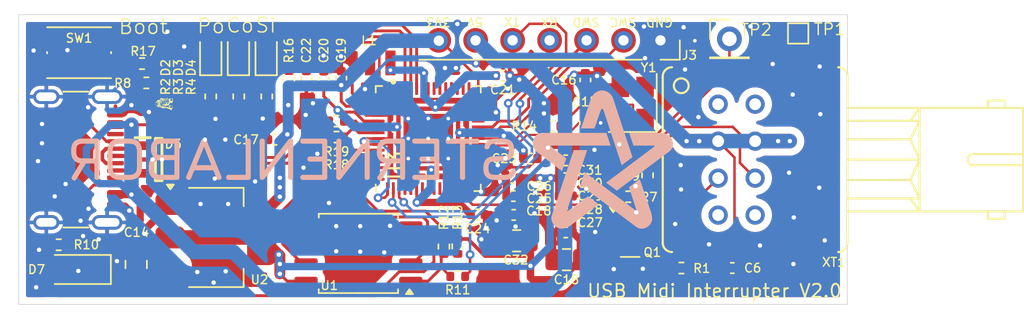
<source format=kicad_pcb>
(kicad_pcb (version 20240108) (generator "pcbnew") (generator_version "8.0")
  (title_block (title "Midi Stick") (date "2024-10-02") (rev "${VERSION}") (company "Sternenlabor e.V.") (comment 1 "André Fiedler <mail@andrefiedler.de>"))
  (layers (0 "F.Cu" signal "Top Layer") (31 "B.Cu" signal "Bottom Layer") (34 "B.Paste" user "Bottom Paste") (35 "F.Paste" user "Top Paste") (36 "B.SilkS" user "Bottom Overlay") (37 "F.SilkS" user "Top Overlay") (38 "B.Mask" user "Bottom Solder") (39 "F.Mask" user "Top Solder") (44 "Edge.Cuts" user))
  (property "VERSION" "2.0")
  (net 0 "")
  (net 2 "GND")
  (net 3 "/Power LED")
  (net 4 "Net-(D4-Pad1)")
  (net 5 "Net-(D2-Pad1)")
  (net 6 "/Com LED")
  (net 7 "/Signal LED")
  (net 8 "Net-(D3-Pad1)")
  (net 9 "/Out")
  (net 10 "/Out Sense")
  (net 11 "VBUS")
  (net 12 "/XIN")
  (net 13 "Net-(C16-Pad1)")
  (net 14 "+3V3")
  (net 15 "+1V1")
  (net 16 "/VREG_AVDD")
  (net 17 "/USB_D-")
  (net 18 "/USB_D+")
  (net 19 "Net-(D7-K)")
  (net 20 "/SWD")
  (net 21 "/SWCLK")
  (net 22 "Net-(J8-CC1)")
  (net 24 "Net-(J8-CC2)")
  (net 26 "/VREG_LX")
  (net 27 "/FLASH_SS")
  (net 28 "/QSPI_SS")
  (net 29 "/XOUT")
  (net 30 "/~{USB_BOOT}")
  (net 31 "Net-(U3-USB_DP)")
  (net 32 "Net-(U3-USB_DM)")
  (net 33 "/QSPI_SD1")
  (net 34 "/QSPI_SCLK")
  (net 35 "/QSPI_SD2")
  (net 36 "/QSPI_SD3")
  (net 37 "/QSPI_SD0")
  (net 59 "Net-(R1-Pad1)")
  (net 60 "Net-(R9-Pad1)")
  (net 64 "/UART0 TX")
  (net 65 "/UART0 RX")
  (footprint "Capacitor_SMD:C_0402_1005Metric" (layer "F.Cu") (at 124.9826 71.1526)
    (property "Reference" "C6")
    (property "Value" "100n")
  )
  (footprint "Capacitor_SMD:C_0402_1005Metric" (layer "F.Cu") (at 96.9026 58.1226 90)
    (property "Reference" "C20")
    (property "Value" "4.7u")
  )
  (footprint "Midi Stick:SOT95P230X110-3N" (layer "F.Cu") (at 85.5526 63.6926)
    (property "Reference" "D5")
    (property "Value" "TVS" (hide yes))
  )
  (footprint "Capacitor_SMD:C_0402_1005Metric" (layer "F.Cu") (at 107.4826 67.4776)
    (property "Reference" "C24")
    (property "Value" "100n")
  )
  (footprint "Capacitor_SMD:C_0805_2012Metric" (layer "F.Cu") (at 113.5826 70.5776 180)
    (property "Reference" "C18")
    (property "Value" "10u")
  )
  (footprint "Resistor_SMD:R_0402_1005Metric" (layer "F.Cu") (at 106.1076 69.6676 -90)
    (property "Reference" "R13")
    (property "Value" "DNF")
  )
  (footprint "Resistor_SMD:R_0402_1005Metric" (layer "F.Cu") (at 97.7776 61.0526)
    (property "Reference" "R19")
    (property "Value" "27")
  )
  (footprint "Resistor_SMD:R_0402_1005Metric" (layer "F.Cu") (at 121.4826 71.1526 180)
    (property "Reference" "R1")
    (property "Value" "470")
  )
  (footprint "Resistor_SMD:R_0402_1005Metric" (layer "F.Cu") (at 94.5026 58.1226 90)
    (property "Reference" "R16")
    (property "Value" "33")
  )
  (footprint "Resistor_SMD:R_0402_1005Metric" (layer "F.Cu") (at 117.8326 66.2526)
    (property "Reference" "R7")
    (property "Value" "1k")
  )
  (footprint "Capacitor_SMD:C_0805_2012Metric" (layer "F.Cu") (at 84.0076 70.9026 90)
    (property "Reference" "C14")
    (property "Value" "10u")
  )
  (footprint "Capacitor_SMD:C_0402_1005Metric" (layer "F.Cu") (at 113.5326 66.2026)
    (property "Reference" "C29")
    (property "Value" "100n")
  )
  (footprint "Package_SO:SOIC-8_5.23x5.23mm_P1.27mm" (layer "F.Cu") (at 99.2826 70.1476 180)
    (property "Reference" "U1")
    (property "Value" "W25Q128JVS")
  )
  (footprint "TestPoint:TestPoint_Pad_1.0x1.0mm" (layer "F.Cu") (at 129.5076 55.0276)
    (property "Reference" "TP1")
    (property "Value" "Out Sense")
  )
  (footprint "Resistor_SMD:R_0402_1005Metric" (layer "F.Cu") (at 89.1326 59.3601 90)
    (property "Reference" "R2")
    (property "Value" "1k")
  )
  (footprint "Crystal:Crystal_SMD_3225-4Pin_3.2x2.5mm" (layer "F.Cu") (at 118.136241 59.8026 90)
    (property "Reference" "Y1")
    (property "Value" "ABM8-272-T3")
  )
  (footprint "Connector_PinHeader_2.54mm:PinHeader_1x01_P2.54mm_Vertical" (layer "F.Cu") (at 124.7826 55.4026)
    (property "Reference" "TP2")
    (property "Value" "Out" (hide yes))
  )
  (footprint "Resistor_SMD:R_0402_1005Metric" (layer "F.Cu") (at 119.1576 64.7776 -90)
    (property "Reference" "R9")
    (property "Value" "150")
  )
  (footprint "Capacitor_SMD:C_0402_1005Metric" (layer "F.Cu") (at 111.1076 63.6276)
    (property "Reference" "C23")
    (property "Value" "4.7u")
  )
  (footprint "Capacitor_SMD:C_0402_1005Metric" (layer "F.Cu") (at 113.5326 68.7026 180)
    (property "Reference" "C27")
    (property "Value" "100n")
  )
  (footprint "LED_SMD:LED_0603_1608Metric" (layer "F.Cu") (at 92.9426 56.4151 90)
    (property "Reference" "D4")
    (property "Value" "Signal")
  )
  (footprint "Capacitor_SMD:C_0402_1005Metric" (layer "F.Cu") (at 113.5326 67.4526 180)
    (property "Reference" "C28")
    (property "Value" "100n")
  )
  (footprint "Diode_SMD:D_SOD-123F" (layer "F.Cu") (at 80.0576 71.2526 180)
    (property "Reference" "D7")
    (property "Value" "PMEG6010ELR")
  )
  (footprint "LED_SMD:LED_0603_1608Metric" (layer "F.Cu") (at 91.0376 56.4151 90)
    (property "Reference" "D3")
    (property "Value" "Com")
  )
  (footprint "Midi Stick:HFBR-X41X" (layer "F.Cu") (at 126.5501 63.702485 90)
    (property "Reference" "XT1")
    (property "Value" "HFBR-1412")
  )
  (footprint "Capacitor_SMD:C_0402_1005Metric" (layer "F.Cu") (at 113.5326 63.7526)
    (property "Reference" "C31")
    (property "Value" "100n")
  )
  (footprint "Capacitor_SMD:C_0402_1005Metric" (layer "F.Cu") (at 95.7026 58.0976 -90)
    (property "Reference" "C22")
    (property "Value" "4.7u")
  )
  (footprint "Capacitor_SMD:C_0402_1005Metric" (layer "F.Cu") (at 109.2076 57.9276)
    (property "Reference" "C21")
    (property "Value" "100n")
  )
  (footprint "Package_TO_SOT_SMD:SOT-23" (layer "F.Cu") (at 117.9576 68.8276)
    (property "Reference" "Q1")
    (property "Value" "T2N7002AK")
  )
  (footprint "LED_SMD:LED_0603_1608Metric" (layer "F.Cu") (at 89.1326 56.4151 90)
    (property "Reference" "D2")
    (property "Value" "Power")
  )
  (footprint "RP2350_60QFN_minimal:RP2350-QFN-60-1EP_7x7_P0.4mm_EP3.4x3.4mm_ThermalVias" (layer "F.Cu") (at 104.0826 62.2526 90)
    (property "Reference" "U3")
    (property "Value" "RP2350_60QFN")
  )
  (footprint "Button_Switch_SMD:SW_Push_1P1T_NO_Vertical_Wuerth_434133025816" (layer "F.Cu") (at 80.0826 56.3526)
    (property "Reference" "SW1")
    (property "Value" "SW_Push")
  )
  (footprint "Capacitor_SMD:C_0402_1005Metric" (layer "F.Cu") (at 113.5326 64.9776)
    (property "Reference" "C30")
    (property "Value" "100n")
  )
  (footprint "Resistor_SMD:R_0402_1005Metric" (layer "F.Cu") (at 84.4076 57.1026 180)
    (property "Reference" "R17")
    (property "Value" "1k")
  )
  (footprint "Capacitor_SMD:C_0402_1005Metric" (layer "F.Cu") (at 109.8826 64.9526 180)
    (property "Reference" "C26")
    (property "Value" "100n")
  )
  (footprint "Resistor_SMD:R_0402_1005Metric" (layer "F.Cu") (at 92.9826 59.3601 90)
    (property "Reference" "R4")
    (property "Value" "1k")
  )
  (footprint "Connector_PinSocket_2.54mm:PinSocket_1x07_P2.54mm_Vertical" (layer "F.Cu") (at 120.0426 55.5026 -90)
    (property "Reference" "J3")
    (property "Value" "ICSP" (hide yes))
  )
  (footprint "Capacitor_SMD:C_0402_1005Metric" (layer "F.Cu") (at 114.8576 61.1826 -90)
    (property "Reference" "C15")
    (property "Value" "15p")
  )
  (footprint "RP2350_60QFN_minimal:L_pol_2016" (layer "F.Cu") (at 100.7826 57.0526 180)
    (property "Reference" "L1")
    (property "Value" "3.3u")
  )
  (footprint "Capacitor_SMD:C_0805_2012Metric" (layer "F.Cu") (at 110.1576 69.2776 180)
    (property "Reference" "C32")
    (property "Value" "10u")
  )
  (footprint "Capacitor_SMD:C_0402_1005Metric" (layer "F.Cu") (at 109.9326 66.2026 180)
    (property "Reference" "C25")
    (property "Value" "100n")
  )
  (footprint "Capacitor_SMD:C_0402_1005Metric" (layer "F.Cu") (at 98.1026 58.0976 90)
    (property "Reference" "C19")
    (property "Value" "4.7u")
  )
  (footprint "Resistor_SMD:R_0402_1005Metric" (layer "F.Cu") (at 84.7076 58.4276)
    (property "Reference" "R8")
    (property "Value" "5k1")
  )
  (footprint "Resistor_SMD:R_0402_1005Metric" (layer "F.Cu") (at 112.6576 61.4026)
    (property "Reference" "R14")
    (property "Value" "1k")
  )
  (footprint "Capacitor_SMD:C_0402_1005Metric" (layer "F.Cu") (at 114.8826 58.2276 90)
    (property "Reference" "C16")
    (property "Value" "15p")
  )
  (footprint "Resistor_SMD:R_0402_1005Metric" (layer "F.Cu") (at 106.1076 71.7276 180)
    (property "Reference" "R11")
    (property "Value" "DNF")
  )
  (footprint "Connector_USB:USB_C_Receptacle_GCT_USB4105-xx-A_16P_TopMnt_Horizontal" (layer "F.Cu") (at 78.9026 63.696714 -90)
    (property "Reference" "J8" (hide yes))
    (property "Value" "USB_C_Receptacle_USB2.0_16P" (hide yes))
  )
  (footprint "Capacitor_SMD:C_0402_1005Metric" (layer "F.Cu") (at 109.9576 67.5026 180)
    (property "Reference" "C18")
    (property "Value" "100n")
  )
  (footprint "Resistor_SMD:R_0402_1005Metric" (layer "F.Cu") (at 97.7776 62.1526)
    (property "Reference" "R18")
    (property "Value" "27")
  )
  (footprint "Resistor_SMD:R_0402_1005Metric" (layer "F.Cu") (at 78.6826 69.5526)
    (property "Reference" "R10")
    (property "Value" "5k1")
  )
  (footprint "Resistor_SMD:R_0402_1005Metric" (layer "F.Cu") (at 105.1576 69.6776 -90)
    (property "Reference" "R12")
    (property "Value" "0")
  )
  (footprint "Capacitor_SMD:C_0402_1005Metric" (layer "F.Cu") (at 93.5576 62.3276 180)
    (property "Reference" "C17")
    (property "Value" "100n")
  )
  (footprint "Package_TO_SOT_SMD:SOT-223-3_TabPin2" (layer "F.Cu") (at 89.4826 69.0526)
    (property "Reference" "U2")
    (property "Value" "NCP1117-3.3_SOT223")
  )
  (footprint "Resistor_SMD:R_0402_1005Metric" (layer "F.Cu") (at 91.0576 59.3601 90)
    (property "Reference" "R3")
    (property "Value" "1k")
  )
  (gr_poly (pts (xy 108.630632 62.256764) (xy 108.554411 62.263256) (xy 108.482576 62.274076) (xy 108.415128 62.289223) (xy 108.352067 62.308697) (xy 108.322182 62.320056) (xy 108.293394 62.332498) (xy 108.265703 62.34602) (xy 108.239109 62.360624) (xy 108.213613 62.376309) (xy 108.189215 62.393076) (xy 108.165914 62.410924) (xy 108.143711 62.429854) (xy 108.122606 62.449864) (xy 108.102598 62.470956) (xy 108.083689 62.493129) (xy 108.065877 62.516383) (xy 108.049164 62.540718) (xy 108.033549 62.566134) (xy 108.019032 62.592631) (xy 108.005614 62.620209) (xy 107.993295 62.648868) (xy 107.982074 62.678608) (xy 107.962929 62.741329) (xy 107.948179 62.808373) (xy 107.946824 62.819228) (xy 107.945934 62.829768) (xy 107.945506 62.839993) (xy 107.945542 62.849904) (xy 107.946039 62.859502) (xy 107.946998 62.868788) (xy 107.948417 62.877762) (xy 107.950296 62.886425) (xy 107.952634 62.894778) (xy 107.95543 62.902822) (xy 107.958683 62.910557) (xy 107.962393 62.917984) (xy 107.966558 62.925105) (xy 107.971179 62.931919) (xy 107.976253 62.938428) (xy 107.981782 62.944633) (xy 107.987719 62.950496) (xy 107.994022 62.955981) (xy 108.000689 62.961088) (xy 108.007719 62.965816) (xy 108.015112 62.970166) (xy 108.022867 62.974138) (xy 108.030984 62.977731) (xy 108.039461 62.980947) (xy 108.048297 62.983784) (xy 108.057493 62.986242) (xy 108.067046 62.988323) (xy 108.076957 62.990025) (xy 108.087225 62.991349) (xy 108.097848 62.992295) (xy 108.108826 62.992862) (xy 108.120159 62.993051) (xy 108.130465 62.992887) (xy 108.140448 62.992394) (xy 108.150109 62.991572) (xy 108.159445 62.990422) (xy 108.168458 62.988943) (xy 108.177146 62.987135) (xy 108.185509 62.984999) (xy 108.193547 62.982534) (xy 108.20126 62.979741) (xy 108.208647 62.976618) (xy 108.215707 62.973167) (xy 108.222441 62.969388) (xy 108.228847 62.96528) (xy 108.234926 62.960843) (xy 108.240678 62.956077) (xy 108.2461 62.950983) (xy 108.251241 62.945588) (xy 108.256147 62.939823) (xy 108.260819 62.933689) (xy 108.265258 62.927187) (xy 108.269464 62.920319) (xy 108.273438 62.913087) (xy 108.277182 62.905493) (xy 108.280695 62.897537) (xy 108.283978 62.889221) (xy 108.287033 62.880548) (xy 108.28986 62.871518) (xy 108.29246 62.862132) (xy 108.294834 62.852394) (xy 108.296982 62.842303) (xy 108.298905 62.831862) (xy 108.300604 62.821072) (xy 108.305048 62.806187) (xy 108.309944 62.791889) (xy 108.315294 62.77818) (xy 108.321097 62.765059) (xy 108.327355 62.752526) (xy 108.334068 62.74058) (xy 108.341235 62.72922) (xy 108.348858 62.718447) (xy 108.356937 62.70826) (xy 108.365471 62.698658) (xy 108.374463 62.689642) (xy 108.383911 62.681211) (xy 108.393817 62.673364) (xy 108.40418 62.666101) (xy 108.415002 62.659422) (xy 108.426282 62.653327) (xy 108.438231 62.647752) (xy 108.450963 62.642537) (xy 108.464476 62.637681) (xy 108.478772 62.633185) (xy 108.493851 62.629049) (xy 108.509714 62.625273) (xy 108.52636 62.621856) (xy 108.54379 62.618799) (xy 108.562004 62.616101) (xy 108.581003 62.613763) (xy 108.600788 62.611785) (xy 108.621358 62.610167) (xy 108.642714 62.608908) (xy 108.664857 62.608009) (xy 108.687786 62.607469) (xy 108.711502 62.607289) (xy 109.210507 62.607289) (xy 109.252192 62.607884) (xy 109.291325 62.609662) (xy 109.327909 62.612619) (xy 109.361948 62.616748) (xy 109.393444 62.622043) (xy 109.40824 62.625126) (xy 109.422401 62.628498) (xy 109.435928 62.632158) (xy 109.448821 62.636105) (xy 109.461082 62.64034) (xy 109.472709 62.64486) (xy 109.483759 62.649778) (xy 109.494387 62.655105) (xy 109.504592 62.660843) (xy 109.514372 62.66699) (xy 109.523728 62.673549) (xy 109.532659 62.680519) (xy 109.541163 62.6879) (xy 109.54924 62.695694) (xy 109.556889 62.703899) (xy 109.564109 62.712518) (xy 109.5709 62.72155) (xy 109.577261 62.730995) (xy 109.58319 62.740854) (xy 109.588688 62.751127) (xy 109.593754 62.761816) (xy 109.598386 62.772919) (xy 109.602711 62.784484) (xy 109.606757 62.796656) (xy 109.610525 62.809436) (xy 109.614013 62.822822) (xy 109.617222 62.836814) (xy 109.620152 62.851411) (xy 109.622803 62.866615) (xy 109.625175 62.882423) (xy 109.627268 62.898836) (xy 109.629082 62.915853) (xy 109.630616 62.933474) (xy 109.631872 62.951698) (xy 109.632849 62.970525) (xy 109.633547 62.989956) (xy 109.634105 63.030622) (xy 109.633521 63.071482) (xy 109.631765 63.11025) (xy 109.628831 63.146816) (xy 109.624712 63.181071) (xy 109.619403 63.212909) (xy 109.6163 63.227887) (xy 109.612897 63.242219) (xy 109.609193 63.255893) (xy 109.605188 63.268894) (xy 109.60088 63.281209) (xy 109.596269 63.292825) (xy 109.591352 63.303934) (xy 109.586024 63.314641) (xy 109.580287 63.324947) (xy 109.574139 63.334852) (xy 109.567581 63.344357) (xy 109.560611 63.353463) (xy 109.55323 63.36217) (xy 109.545436 63.37048) (xy 109.53723 63.378392) (xy 109.528612 63.385909) (xy 109.51958 63.393031) (xy 109.510135 63.399757) (xy 109.500276 63.40609) (xy 109.490002 63.412031) (xy 109.479314 63.417578) (xy 109.468211 63.422735) (xy 109.45663 63.427541) (xy 109.444411 63.432037) (xy 109.431553 63.436223) (xy 109.418056 63.440099) (xy 109.40392 63.443664) (xy 109.389146 63.44692) (xy 109.373733 63.449866) (xy 109.357681 63.452501) (xy 109.340991 63.454827) (xy 109.323662 63.456842) (xy 109.305694 63.458547) (xy 109.287087 63.459943) (xy 109.267842 63.461028) (xy 109.247958 63.461803) (xy 109.227435 63.462268) (xy 109.206273 63.462423) (xy 108.686367 63.462423) (xy 108.63531 63.463211) (xy 108.585921 63.465573) (xy 108.538201 63.469509) (xy 108.492151 63.47502) (xy 108.44777 63.482104) (xy 108.405059 63.490761) (xy 108.364018 63.500991) (xy 108.324649 63.512793) (xy 108.28695 63.526167) (xy 108.250924 63.541113) (xy 108.216569 63.55763) (xy 108.183886 63.575718) (xy 108.152877 63.595377) (xy 108.12354 63.616605) (xy 108.095877 63.639403) (xy 108.069888 63.66377) (xy 108.045521 63.689775) (xy 108.022722 63.717484) (xy 108.001494 63.746898) (xy 107.981835 63.778016) (xy 107.963748 63.810838) (xy 107.94723 63.845364) (xy 107.932284 63.881592) (xy 107.91891 63.919523) (xy 107.907108 63.959156) (xy 107.896878 64.000491) (xy 107.888221 64.043527) (xy 107.881137 64.088265) (xy 107.875626 64.134703) (xy 107.87169 64.182841) (xy 107.869328 64.232679) (xy 107.86854 64.284217) (xy 107.869325 64.335701) (xy 107.871679 64.385386) (xy 107.875604 64.433284) (xy 107.881099 64.479406) (xy 107.888167 64.523763) (xy 107.896808 64.566368) (xy 107.907022 64.607232) (xy 107.918811 64.646366) (xy 107.932175 64.683783) (xy 107.947114 64.719493) (xy 107.96363 64.753509) (xy 107.981724 64.785843) (xy 108.001396 64.816505) (xy 108.022646 64.845507) (xy 108.045477 64.872861) (xy 108.069888 64.898579) (xy 108.095877 64.922702) (xy 108.12354 64.945263) (xy 108.152877 64.966262) (xy 108.183886 64.985702) (xy 108.216569 65.003582) (xy 108.250924 65.019903) (xy 108.28695 65.034665) (xy 108.324649 65.047871) (xy 108.364018 65.05952) (xy 108.405059 65.069614) (xy 108.44777 65.078152) (xy 108.492151 65.085136) (xy 108.538201 65.090567) (xy 108.585921 65.094446) (xy 108.63531 65.096772) (xy 108.686367 65.097547) (xy 109.290146 65.097547) (xy 109.334609 65.09698) (xy 109.377806 65.095279) (xy 109.419738 65.092444) (xy 109.460406 65.088477) (xy 109.499808 65.083378) (xy 109.537945 65.077148) (xy 109.574817 65.069789) (xy 109.610424 65.061299) (xy 109.644767 65.051681) (xy 109.677844 65.040936) (xy 109.709656 65.029063) (xy 109.740203 65.016064) (xy 109.769484 65.001939) (xy 109.797501 64.98669) (xy 109.824253 64.970317) (xy 109.84974 64.952821) (xy 109.84974 64.952822) (xy 109.874061 64.934147) (xy 109.897217 64.914239) (xy 109.919207 64.893097) (xy 109.940033 64.870722) (xy 109.959695 64.847115) (xy 109.978193 64.822276) (xy 109.995527 64.796205) (xy 110.011698 64.768903) (xy 110.026707 64.74037) (xy 110.040553 64.710606) (xy 110.053237 64.679613) (xy 110.064759 64.647389) (xy 110.075121 64.613936) (xy 110.084322 64.579254) (xy 110.092362 64.543344) (xy 110.099242 64.506205) (xy 110.100073 64.49535) (xy 110.100481 64.48481) (xy 110.100466 64.474585) (xy 110.100028 64.464674) (xy 110.099164 64.455076) (xy 110.097875 64.44579) (xy 110.096159 64.436816) (xy 110.094017 64.428153) (xy 110.091446 64.4198) (xy 110.088447 64.411756) (xy 110.085018 64.404021) (xy 110.081159 64.396593) (xy 110.07687 64.389472) (xy 110.072148 64.382658) (xy 110.066994 64.376149) (xy 110.061407 64.369944) (xy 110.055488 64.364124) (xy 110.04924 64.358672) (xy 110.042664 64.353587) (xy 110.035759 64.348872) (xy 110.028525 64.344527) (xy 110.020963 64.340554) (xy 110.013072 64.336954) (xy 110.004852 64.333729) (xy 109.996304 64.330878) (xy 109.987427 64.328403) (xy 109.978221 64.326306) (xy 109.968687 64.324588) (xy 109.958824 64.32325) (xy 109.948632 64.322292) (xy 109.938112 64.321717) (xy 109.927263 64.321525) (xy 109.916477 64.32168) (xy 109.906138 64.322146) (xy 109.896232 64.322922) (xy 109.886749 64.32401) (xy 109.877674 64.325409) (xy 109.868997 64.32712) (xy 109.860704 64.329144) (xy 109.852783 64.33148) (xy 109.845221 64.334129) (xy 109.838007 64.337093) (xy 109.831128 64.34037) (xy 109.824572 64.343961) (xy 109.818325 64.347867) (xy 109.812376 64.352088) (xy 109.806712 64.356625) (xy 109.801321 64.361477) (xy 109.796206 64.366689) (xy 109.791277 64.372305) (xy 109.786537 64.378324) (xy 109.781986 64.384748) (xy 109.777626 64.391576) (xy 109.773458 64.398809) (xy 109.769483 64.406448) (xy 109.765702 64.414493) (xy 109.762116 64.422943) (xy 109.758727 64.431801) (xy 109.755536 64.441065) (xy 109.752543 64.450736) (xy 109.74975 64.460816) (xy 109.747159 64.471303) (xy 109.744769 64.482199) (xy 109.742584 64.493504) (xy 109.738627 64.510972) (xy 109.7341 64.527758) (xy 109.729001 64.54386) (xy 109.723331 64.559278) (xy 109.717089 64.57401) (xy 109.710274 64.588056) (xy 109.702887 64.601416) (xy 109.694926 64.614088) (xy 109.686391 64.626072) (xy 109.677283 64.637366) (xy 109.6676 64.647971) (xy 109.657342 64.657885) (xy 109.64651 64.667107) (xy 109.635101 64.675637) (xy 109.623117 64.683475) (xy 109.610557 64.690618) (xy 109.597258 64.697207) (xy 109.583061 64.703379) (xy 109.567964 64.709133) (xy 109.551968 64.714469) (xy 109.535073 64.719384) (xy 109.517279 64.723877) (xy 109.498585 64.727949) (xy 109.478993 64.731596) (xy 109.458501 64.734819) (xy 109.43711 64.737616) (xy 109.41482 64.739986) (xy 109.391631 64.741928) (xy 109.367542 64.74344) (xy 109.342554 64.744522) (xy 109.316668 64.745171) (xy 109.289882 64.745388) (xy 108.686103 64.745388) (xy 108.641306 64.744731) (xy 108.599191 64.742759) (xy 108.559761 64.739472) (xy 108.52302 64.73487) (xy 108.505658 64.732077) (xy 108.48897 64.728954) (xy 108.472955 64.725503) (xy 108.457614 64.721723) (xy 108.442948 64.717615) (xy 108.428956 64.713178) (xy 108.41564 64.708412) (xy 108.402999 64.703318) (xy 108.390916 64.697842) (xy 108.379273 64.691931) (xy 108.36807 64.685584) (xy 108.357308 64.678799) (xy 108.346986 64.671575) (xy 108.337105 64.663911) (xy 108.327664 64.655807) (xy 108.318663 64.64726) (xy 108.310102 64.638269) (xy 108.301981 64.628834) (xy 108.294301 64.618954) (xy 108.287061 64.608626) (xy 108.280262 64.597851) (xy 108.273903 64.586626) (xy 108.267984 64.574951) (xy 108.262505 64.562824) (xy 108.257457 64.550199) (xy 108.252732 64.53693) (xy 108.248331 64.523017) (xy 108.244253 64.508461) (xy 108.240499 64.493264) (xy 108.237069 64.477426) (xy 108.233964 64.460947) (xy 108.231185 64.443829) (xy 108.228731 64.426072) (xy 108.226603 64.407677) (xy 108.224801 64.388645) (xy 108.223326 64.368977) (xy 108.222178 64.348673) (xy 108.221357 64.327734) (xy 108.220865 64.306161) (xy 108.220701 64.283955) (xy 108.221094 64.251073) (xy 108.222275 64.2195) (xy 108.224243 64.189236) (xy 108.226997 64.160282) (xy 108.230537 64.132638) (xy 108.234863 64.106305) (xy 108.239973 64.081282) (xy 108.245869 64.05757) (xy 108.252549 64.03517) (xy 108.260013 64.014082) (xy 108.268261 63.994306) (xy 108.277293 63.975843) (xy 108.287107 63.958693) (xy 108.297703 63.942856) (xy 108.309082 63.928334) (xy 108.321242 63.915125) (xy 108.334479 63.902921) (xy 108.348987 63.89151) (xy 108.364769 63.880891) (xy 108.381824 63.871064) (xy 108.400153 63.862027) (xy 108.419757 63.85378) (xy 108.440638 63.846322) (xy 108.462795 63.839653) (xy 108.486229 63.833771) (xy 108.510941 63.828676) (xy 108.536933 63.824367) (xy 108.564204 63.820843) (xy 108.592756 63.818103) (xy 108.622589 63.816147) (xy 108.653705 63.814975) (xy 108.686103 63.814584) (xy 109.206009 63.814584) (xy 109.254486 63.81383) (xy 109.301395 63.81157) (xy 109.346733 63.807803) (xy 109.390502 63.802529) (xy 109.4327 63.795748) (xy 109.473327 63.78746) (xy 109.512383 63.777665) (xy 109.549868 63.766364) (xy 109.58578 63.753555) (xy 109.62012 63.73924) (xy 109.652888 63.723417) (xy 109.684082 63.706088) (xy 109.713702 63.687252) (xy 109.741749 63.666909) (xy 109.768222 63.645059) (xy 109.793119 63.621702) (xy 109.816476 63.596789) (xy 109.838326 63.570269) (xy 109.858669 63.542144) (xy 109.877505 63.512413) (xy 109.894834 63.481075) (xy 109.910656 63.448131) (xy 109.924972 63.413582) (xy 109.93778 63.377426) (xy 109.949082 63.339664) (xy 109.958876 63.300296) (xy 109.967164 63.259321) (xy 109.973945 63.216741) (xy 109.979219 63.172555) (xy 109.982987 63.126762) (xy 109.985247 63.079363) (xy 109.986 63.030358) (xy 109.985256 62.98141) (xy 109.983023 62.934174) (xy 109.979301 62.888637) (xy 109.97409 62.844786) (xy 109.967389 62.80261) (xy 109.959197 62.762096) (xy 109.949515 62.723231) (xy 109.938342 62.686003) (xy 109.925678 62.6504) (xy 109.911522 62.61641) (xy 109.895873 62.584019) (xy 109.878733 62.553216) (xy 109.860099 62.523987) (xy 109.839972 62.496322) (xy 109.818351 62.470207) (xy 109.795236 62.445629) (xy 109.770626 62.422511) (xy 109.744423 62.400882) (xy 109.716627 62.380742) (xy 109.687236 62.362091) (xy 109.656252 62.34493) (xy 109.623674 62.32926) (xy 109.589503 62.31508) (xy 109.553737 62.30239) (xy 109.516378 62.291193) (xy 109.477426 62.281487) (xy 109.436879 62.273273) (xy 109.394739 62.266552) (xy 109.351006 62.261323) (xy 109.305678 62.257588) (xy 109.258757 62.255347) (xy 109.210242 62.2546) (xy 108.711238 62.2546)) (stroke (width -0.000001)) (fill solid) (layer "B.SilkS"))
  (gr_poly (pts (xy 91.695916 62.25451) (xy 91.68544 62.255026) (xy 91.675304 62.255886) (xy 91.66551 62.257091) (xy 91.656058 62.25864) (xy 91.646948 62.260532) (xy 91.638179 62.26277) (xy 91.629753 62.265351) (xy 91.621669 62.268276) (xy 91.613927 62.271546) (xy 91.606528 62.27516) (xy 91.599471 62.279117) (xy 91.592757 62.28342) (xy 91.586387 62.288066) (xy 91.580359 62.293056) (xy 91.574674 62.298391) (xy 91.569333 62.30407) (xy 91.564336 62.310092) (xy 91.559682 62.31646) (xy 91.555372 62.323171) (xy 91.551406 62.330226) (xy 91.547784 62.337626) (xy 91.544506 62.345369) (xy 91.541573 62.353457) (xy 91.538984 62.361889) (xy 91.53674 62.370666) (xy 91.534841 62.379786) (xy 91.533287 62.389251) (xy 91.532078 62.399059) (xy 91.531214 62.409212) (xy 91.530695 62.419709) (xy 91.530523 62.430551) (xy 91.530523 64.745124) (xy 90.369001 64.745124) (xy 90.35816 64.745296) (xy 90.347666 64.745812) (xy 90.337516 64.746673) (xy 90.327712 64.747877) (xy 90.318254 64.749425) (xy 90.30914 64.751317) (xy 90.300372 64.753553) (xy 90.291949 64.756133) (xy 90.283871 64.759057) (xy 90.276137 64.762324) (xy 90.268749 64.765935) (xy 90.261705 64.76989) (xy 90.255005 64.774188) (xy 90.24865 64.77883) (xy 90.24264 64.783815) (xy 90.236973 64.789144) (xy 90.231651 64.794816) (xy 90.226673 64.800832) (xy 90.222039 64.807191) (xy 90.217748 64.813893) (xy 90.213802 64.820938) (xy 90.210199 64.828326) (xy 90.20694 64.836058) (xy 90.204024 64.844132) (xy 90.201451 64.85255) (xy 90.199222 64.861311) (xy 90.197336 64.870414) (xy 90.195794 64.87986) (xy 90.194594 64.889649) (xy 90.193737 64.899781) (xy 90.193223 64.910256) (xy 90.193052 64.921073) (xy 90.193224 64.93189) (xy 90.19374 64.942365) (xy 90.1946 64.952497) (xy 90.195804 64.962286) (xy 90.197353 64.971732) (xy 90.199245 64.980835) (xy 90.201481 64.989596) (xy 90.204061 64.998013) (xy 90.206984 65.006088) (xy 90.210252 65.013819) (xy 90.213863 65.021208) (xy 90.217817 65.028253) (xy 90.222116 65.034955) (xy 90.226758 65.041314) (xy 90.231743 65.04733) (xy 90.237072 65.053002) (xy 90.242744 65.058331) (xy 90.248759 65.063316) (xy 90.255118 65.067958) (xy 90.26182 65.072256) (xy 90.268865 65.076211) (xy 90.276254 65.079822) (xy 90.283985 65.083089) (xy 90.29206 65.086013) (xy 90.300477 65.088593) (xy 90.309238 65.090829) (xy 90.318341 65.092721) (xy 90.327788 65.09427) (xy 90.337577 65.095474) (xy 90.347709 65.096334) (xy 90.358183 65.09685) (xy 90.369001 65.097022) (xy 91.706733 65.097022) (xy 91.717573 65.09685) (xy 91.728068 65.096334) (xy 91.738217 65.095474) (xy 91.748021 65.09427) (xy 91.757479 65.092721) (xy 91.766593 65.090829) (xy 91.775361 65.088593) (xy 91.783784 65.086013) (xy 91.791862 65.08309) (xy 91.799595 65.079822) (xy 91.806984 65.076211) (xy 91.814028 65.072256) (xy 91.820727 65.067958) (xy 91.827082 65.063316) (xy 91.833093 65.058331) (xy 91.838759 65.053002) (xy 91.844081 65.04733) (xy 91.84906 65.041315) (xy 91.853694 65.034956) (xy 91.857984 65.028254) (xy 91.86193 65.021209) (xy 91.865533 65.01382) (xy 91.868792 65.006089) (xy 91.871708 64.998014) (xy 91.874281 64.989597) (xy 91.87651 64.980836) (xy 91.878395 64.971733) (xy 91.879938 64.962286) (xy 91.881138 64.952497) (xy 91.881995 64.942365) (xy 91.882509 64.931891) (xy 91.88268 64.921073) (xy 91.882683 64.921337) (xy 91.882683 62.430551) (xy 91.882511 62.419709) (xy 91.881995 62.409212) (xy 91.881135 62.399059) (xy 91.87993 62.389251) (xy 91.878382 62.379786) (xy 91.87649 62.370666) (xy 91.874254 62.361889) (xy 91.871674 62.353457) (xy 91.86875 62.345369) (xy 91.865483 62.337626) (xy 91.861872 62.330226) (xy 91.857917 62.323171) (xy 91.853619 62.31646) (xy 91.848977 62.310092) (xy 91.843992 62.30407) (xy 91.838663 62.298391) (xy 91.832991 62.293056) (xy 91.826976 62.288066) (xy 91.820617 62.28342) (xy 91.813915 62.279117) (xy 91.806869 62.27516) (xy 91.799481 62.271546) (xy 91.79175 62.268276) (xy 91.783675 62.265351) (xy 91.775257 62.26277) (xy 91.766497 62.260532) (xy 91.757393 62.25864) (xy 91.747947 62.257091) (xy 91.738158 62.255886) (xy 91.728026 62.255026) (xy 91.717551 62.25451) (xy 91.706734 62.254337)) (stroke (width -0.000001)) (fill solid) (layer "B.SilkS"))
  (gr_poly (pts (xy 88.637014 62.256121) (xy 88.62078 62.258595) (xy 88.605266 62.262022) (xy 88.590472 62.266401) (xy 88.5764 62.271732) (xy 88.563048 62.278015) (xy 88.550418 62.285248) (xy 88.538511 62.29343) (xy 88.527325 62.302561) (xy 88.516863 62.31264) (xy 88.507124 62.323667) (xy 88.498108 62.335639) (xy 88.489816 62.348558) (xy 88.482249 62.362421) (xy 88.475406 62.377229) (xy 88.469289 62.39298) (xy 87.454613 64.850166) (xy 87.452592 64.854913) (xy 87.450695 64.859727) (xy 87.448924 64.86461) (xy 87.44728 64.869559) (xy 87.445762 64.874575) (xy 87.444372 64.879657) (xy 87.443111 64.884805) (xy 87.441979 64.890019) (xy 87.440978 64.895297) (xy 87.440107 64.90064) (xy 87.439369 64.906048) (xy 87.438762 64.91152) (xy 87.43829 64.917055) (xy 87.437951 64.922653) (xy 87.437747 64.928314) (xy 87.437679 64.934037) (xy 87.437682 64.934037) (xy 87.438125 64.946378) (xy 87.438679 64.95239) (xy 87.439455 64.958296) (xy 87.440452 64.964098) (xy 87.441671 64.969793) (xy 87.443111 64.975384) (xy 87.444772 64.980869) (xy 87.446655 64.986248) (xy 87.448759 64.991522) (xy 87.451084 64.996691) (xy 87.45363 65.001754) (xy 87.456397 65.006712) (xy 87.459386 65.011565) (xy 87.462595 65.016312) (xy 87.466026 65.020953) (xy 87.469677 65.025489) (xy 87.473549 65.02992) (xy 87.481956 65.038465) (xy 87.491246 65.046589) (xy 87.501418 65.054291) (xy 87.512473 65.061571) (xy 87.524409 65.068429) (xy 87.537227 65.074866) (xy 87.550925 65.080882) (xy 87.555672 65.0829) (xy 87.560487 65.084788) (xy 87.565369 65.086546) (xy 87.570318 65.088174) (xy 87.575334 65.089671) (xy 87.580417 65.091039) (xy 87.585565 65.092276) (xy 87.590778 65.093383) (xy 87.596057 65.094359) (xy 87.6014 65.095206) (xy 87.606808 65.095922) (xy 87.61228 65.096508) (xy 87.617815 65.096964) (xy 87.623413 65.09729) (xy 87.629074 65.097485) (xy 87.634798 65.09755) (xy 87.647139 65.09711) (xy 87.659057 65.095788) (xy 87.664859 65.094797) (xy 87.670554 65.093584) (xy 87.676145 65.092151) (xy 87.68163 65.090498) (xy 87.687009 65.088623) (xy 87.692283 65.086527) (xy 87.697452 65.08421) (xy 87.702515 65.081672) (xy 87.707473 65.078913) (xy 87.712325 65.075932) (xy 87.717072 65.07273) (xy 87.721714 65.069306) (xy 87.72625 65.065661) (xy 87.730681 65.061793) (xy 87.735006 65.057704) (xy 87.739226 65.053393) (xy 87.747349 65.044104) (xy 87.755051 65.033926) (xy 87.762331 65.022858) (xy 87.769189 65.0109) (xy 87.775626 64.99805) (xy 87.781641 64.984307) (xy 88.008124 64.435032) (xy 89.312253 64.435032) (xy 89.530269 64.984307) (xy 89.536238 64.998049) (xy 89.542634 65.010899) (xy 89.549459 65.022857) (xy 89.556711 65.033925) (xy 89.564391 65.044103) (xy 89.568392 65.048858) (xy 89.572499 65.053391) (xy 89.576714 65.057703) (xy 89.581035 65.061792) (xy 89.585464 65.065659) (xy 89.589999 65.069305) (xy 89.594642 65.072729) (xy 89.599391 65.075931) (xy 89.604247 65.078912) (xy 89.609211 65.081672) (xy 89.614281 65.08421) (xy 89.619458 65.086527) (xy 89.624742 65.088622) (xy 89.630133 65.090497) (xy 89.635632 65.092151) (xy 89.641237 65.093584) (xy 89.646949 65.094796) (xy 89.652768 65.095788) (xy 89.658694 65.096559) (xy 89.664727 65.09711) (xy 89.677114 65.09755) (xy 89.682354 65.097485) (xy 89.687557 65.09729) (xy 89.692724 65.096964) (xy 89.697854 65.096508) (xy 89.702949 65.095922) (xy 89.708009 65.095206) (xy 89.713034 65.094359) (xy 89.718024 65.093383) (xy 89.722981 65.092276) (xy 89.727903 65.091039) (xy 89.732792 65.089671) (xy 89.737649 65.088174) (xy 89.742472 65.086546) (xy 89.747264 65.084788) (xy 89.752024 65.0829) (xy 89.756752 65.080882) (xy 89.770978 65.075378) (xy 89.784286 65.069384) (xy 89.796676 65.062901) (xy 89.808148 65.055927) (xy 89.818703 65.048464) (xy 89.823636 65.044549) (xy 89.828339 65.040511) (xy 89.832813 65.036351) (xy 89.837058 65.032068) (xy 89.841074 65.027663) (xy 89.844859 65.023135) (xy 89.848416 65.018485) (xy 89.851743 65.013713) (xy 89.85484 65.008818) (xy 89.857708 65.0038) (xy 89.860347 64.99866) (xy 89.862756 64.993398) (xy 89.864936 64.988013) (xy 89.866886 64.982505) (xy 89.868607 64.976876) (xy 89.870098 64.971123) (xy 89.87136 64.965248) (xy 89.872393 64.959251) (xy 89.873196 64.953131) (xy 89.873769 64.946889) (xy 89.874228 64.934037) (xy 89.874163 64.92827) (xy 89.873968 64.922577) (xy 89.873642 64.916956) (xy 89.873186 64.911408) (xy 89.8726 64.90593) (xy 89.871884 64.900524) (xy 89.871037 64.895187) (xy 89.870061 64.889919) (xy 89.868954 64.884719) (xy 89.867717 64.879587) (xy 89.866349 64.874521) (xy 89.864852 64.869522) (xy 89.863224 64.864587) (xy 89.861466 64.859717) (xy 89.859578 64.85491) (xy 89.85756 64.850166) (xy 89.545916 64.082873) (xy 89.173613 64.082873) (xy 88.15047 64.082873) (xy 88.674608 62.812343) (xy 89.173613 64.082873) (xy 89.545916 64.082873) (xy 88.859549 62.39298) (xy 88.851385 62.376252) (xy 88.842669 62.360598) (xy 88.833399 62.346018) (xy 88.823575 62.332514) (xy 88.818454 62.326165) (xy 88.813195 62.320085) (xy 88.807797 62.314275) (xy 88.80226 62.308733) (xy 88.796584 62.303461) (xy 88.790769 62.298459) (xy 88.784814 62.293726) (xy 88.77872 62.289263) (xy 88.772486 62.285069) (xy 88.766113 62.281145) (xy 88.7596 62.277492) (xy 88.752947 62.274108) (xy 88.746154 62.270994) (xy 88.739221 62.268151) (xy 88.732148 62.265578) (xy 88.724935 62.263276) (xy 88.717582 62.261243) (xy 88.710088 62.259482) (xy 88.702453 62.257991) (xy 88.694679 62.256772) (xy 88.686763 62.255823) (xy 88.678706 62.255145) (xy 88.662171 62.254602) (xy 88.653968 62.254602)) (stroke (width -0.000001)) (fill solid) (layer "B.SilkS"))
  (gr_poly (pts (xy 114.538412 65.439825) (xy 118.353967 68.310819) (xy 118.382789 68.331364) (xy 118.412364 68.350145) (xy 118.442628 68.367172) (xy 118.47352 68.382454) (xy 118.504977 68.396003) (xy 118.536938 68.407828) (xy 118.56934 68.417941) (xy 118.602121 68.426351) (xy 118.635219 68.433069) (xy 118.668572 68.438105) (xy 118.702118 68.44147) (xy 118.735795 68.443174) (xy 118.76954 68.443227) (xy 118.803291 68.441639) (xy 118.836988 68.438422) (xy 118.870566 68.433585) (xy 118.903964 68.42714) (xy 118.937121 68.419095) (xy 118.969973 68.409462) (xy 119.00246 68.39825) (xy 119.034518 68.385471) (xy 119.066085 68.371135) (xy 119.097101 68.355251) (xy 119.127501 68.337831) (xy 119.157225 68.318885) (xy 119.18621 68.298423) (xy 119.214394 68.276455) (xy 119.241716 68.252992) (xy 119.268112 68.228044) (xy 119.29352 68.201622) (xy 119.31788 68.173736) (xy 119.341128 68.144396) (xy 119.357222 68.122128) (xy 119.372091 68.099585) (xy 119.385766 68.076782) (xy 119.39828 68.053735) (xy 119.409667 68.030458) (xy 119.419959 68.006967) (xy 119.43739 67.959403) (xy 119.450836 67.911162) (xy 119.460558 67.862367) (xy 119.466818 67.813137) (xy 119.469881 67.763595) (xy 119.470006 67.71386) (xy 119.467459 67.664053) (xy 119.462499 67.614297) (xy 119.455391 67.564711) (xy 119.446395 67.515416) (xy 119.435776 67.466534) (xy 119.423794 67.418185) (xy 119.410713 67.37049) (xy 119.410712 67.370755) (xy 118.623048 65.038717) (xy 117.879833 65.598046) (xy 118.389422 67.161204) (xy 118.390054 67.164682) (xy 118.390538 67.168489) (xy 118.390861 67.173198) (xy 118.390817 67.178447) (xy 118.390203 67.183878) (xy 118.389618 67.186549) (xy 118.388814 67.189131) (xy 118.387765 67.191579) (xy 118.386445 67.193848) (xy 118.384829 67.195892) (xy 118.382892 67.197668) (xy 118.380607 67.19913) (xy 118.37795 67.200233) (xy 118.374894 67.200933) (xy 118.371414 67.201184) (xy 118.367484 67.200941) (xy 118.363079 67.20016) (xy 118.358174 67.198796) (xy 118.352742 67.196804) (xy 118.346758 67.194138) (xy 118.340197 67.190755) (xy 118.333032 67.186608) (xy 118.325239 67.181654) (xy 118.316792 67.175847) (xy 118.307665 67.169142) (xy 114.830776 64.561144)) (stroke (width -0.000001)) (fill solid) (layer "B.SilkS"))
  (gr_poly (pts (xy 118.183312 62.736842) (xy 119.59063 62.736842) (xy 119.594046 62.738154) (xy 119.597734 62.739832) (xy 119.602226 62.742225) (xy 119.607136 62.745359) (xy 119.612075 62.74926) (xy 119.614435 62.751506) (xy 119.616657 62.753953) (xy 119.618693 62.756605) (xy 119.620495 62.759464) (xy 119.622013 62.762534) (xy 119.623201 62.765818) (xy 119.624008 62.76932) (xy 119.624388 62.773042) (xy 119.62429 62.776987) (xy 119.623668 62.781159) (xy 119.622473 62.785562) (xy 119.620656 62.790197) (xy 119.618169 62.795069) (xy 119.614963 62.800181) (xy 119.61099 62.805535) (xy 119.606202 62.811135) (xy 119.600551 62.816985) (xy 119.593987 62.823087) (xy 119.586463 62.829445) (xy 119.57793 62.836061) (xy 116.309267 65.284779) (xy 117.043221 65.836436) (xy 120.656637 63.134511) (xy 120.682992 63.113709) (xy 120.707882 63.091677) (xy 120.7313 63.068476) (xy 120.753242 63.044167) (xy 120.7737 63.018811) (xy 120.792671 62.99247) (xy 120.810149 62.965203) (xy 120.826127 62.937074) (xy 120.840601 62.908142) (xy 120.853564 62.878469) (xy 120.865012 62.848116) (xy 120.874939 62.817144) (xy 120.88334 62.785615) (xy 120.890208 62.753589) (xy 120.895538 62.721127) (xy 120.899325 62.688291) (xy 120.901564 62.655142) (xy 120.902248 62.621741) (xy 120.901372 62.588149) (xy 120.898931 62.554427) (xy 120.89492 62.520637) (xy 120.889332 62.486839) (xy 120.882162 62.453095) (xy 120.873404 62.419466) (xy 120.863054 62.386013) (xy 120.851105 62.352797) (xy 120.837553 62.319879) (xy 120.82239 62.28732) (xy 120.805613 62.255182) (xy 120.787215 62.223526) (xy 120.767192 62.192412) (xy 120.745536 62.161902) (xy 120.728655 62.140146) (xy 120.711215 62.119458) (xy 120.693238 62.099811) (xy 120.674747 62.08118) (xy 120.636312 62.04686) (xy 120.596088 62.016287) (xy 120.554255 61.989249) (xy 120.510993 61.965538) (xy 120.466479 61.944942) (xy 120.420893 61.92725) (xy 120.374414 61.912253) (xy 120.327221 61.89974) (xy 120.279493 61.889501) (xy 120.231409 61.881324) (xy 120.183149 61.875001) (xy 120.134891 61.870319) (xy 120.086815 61.867069) (xy 120.039098 61.86504) (xy 120.039363 61.864511) (xy 117.893592 61.864511)) (stroke (width -0.000001)) (fill solid) (layer "B.SilkS"))
  (gr_poly (pts (xy 82.911438 62.255495) (xy 82.854138 62.258174) (xy 82.798821 62.262639) (xy 82.745486 62.26889) (xy 82.694132 62.276926) (xy 82.644759 62.286749) (xy 82.597366 62.298358) (xy 82.551951 62.311752) (xy 82.508515 62.326933) (xy 82.467056 62.343899) (xy 82.427574 62.362652) (xy 82.390068 62.38319) (xy 82.354536 62.405515) (xy 82.320979 62.429625) (xy 82.289396 62.455521) (xy 82.259784 62.483203) (xy 82.232149 62.51277) (xy 82.206294 62.544321) (xy 82.18222 62.577854) (xy 82.159926 62.61337) (xy 82.139413 62.650867) (xy 82.120682 62.690344) (xy 82.103733 62.731801) (xy 82.088567 62.775237) (xy 82.075183 62.820651) (xy 82.063582 62.868043) (xy 82.053765 62.917411) (xy 82.045733 62.968755) (xy 82.039484 63.022074) (xy 82.03502 63.077367) (xy 82.032342 63.134634) (xy 82.031449 63.193874) (xy 82.031449 64.15828) (xy 82.032342 64.217567) (xy 82.03502 64.274874) (xy 82.039484 64.330201) (xy 82.045733 64.383548) (xy 82.053765 64.434914) (xy 82.063582 64.484298) (xy 82.075183 64.531699) (xy 82.088567 64.577116) (xy 82.103733 64.620549) (xy 82.120682 64.661996) (xy 82.139413 64.701458) (xy 82.159926 64.738933) (xy 82.18222 64.774421) (xy 82.206294 64.80792) (xy 82.232149 64.83943) (xy 82.259784 64.868951) (xy 82.289393 64.89663) (xy 82.320969 64.922518) (xy 82.354514 64.946615) (xy 82.390031 64.968922) (xy 82.427521 64.98944) (xy 82.466987 65.00817) (xy 82.50843 65.025113) (xy 82.551853 65.040269) (xy 82.597257 65.053638) (xy 82.644644 65.065223) (xy 82.694016 65.075023) (xy 82.745375 65.08304) (xy 82.798723 65.089274) (xy 82.854062 65.093726) (xy 82.911395 65.096396) (xy 82.970722 65.097286) (xy 83.47396 65.097286) (xy 83.533243 65.096393) (xy 83.590542 65.093715) (xy 83.645858 65.089251) (xy 83.699191 65.083003) (xy 83.75054 65.07497) (xy 83.799907 65.065154) (xy 83.847292 65.053553) (xy 83.892696 65.04017) (xy 83.936118 65.025003) (xy 83.977559 65.008054) (xy 84.01702 64.989323) (xy 84.0545 64.968811) (xy 84.090001 64.946517) (xy 84.123522 64.922442) (xy 84.155065 64.896586) (xy 84.184629 64.868951) (xy 84.184891 64.868949) (xy 84.212571 64.839385) (xy 84.238458 64.807842) (xy 84.262556 64.774321) (xy 84.284863 64.73882) (xy 84.305381 64.701339) (xy 84.324111 64.661878) (xy 84.341054 64.620437) (xy 84.35621 64.577014) (xy 84.369579 64.531611) (xy 84.381164 64.484226) (xy 84.390964 64.434858) (xy 84.398981 64.383509) (xy 84.405215 64.330177) (xy 84.409666 64.274861) (xy 84.412337 64.217562) (xy 84.413227 64.158279) (xy 84.413227 63.18964) (xy 84.413227 63.189639) (xy 84.061069 63.189639) (xy 84.061069 64.158279) (xy 84.060225 64.214262) (xy 84.057687 64.266915) (xy 84.053451 64.316232) (xy 84.047509 64.362207) (xy 84.043896 64.383939) (xy 84.039855 64.404833) (xy 84.035385 64.424888) (xy 84.030484 64.444104) (xy 84.025153 64.462479) (xy 84.019389 64.480013) (xy 84.013194 64.496706) (xy 84.006565 64.512556) (xy 83.999498 64.527761) (xy 83.991892 64.542421) (xy 83.983746 64.556536) (xy 83.975058 64.570107) (xy 83.96583 64.583133) (xy 83.956061 64.595616) (xy 83.945749 64.607555) (xy 83.934896 64.618951) (xy 83.9235 64.629805) (xy 83.91156 64.640116) (xy 83.899078 64.649886) (xy 83.886052 64.659114) (xy 83.872481 64.667801) (xy 83.858366 64.675948) (xy 83.843706 64.683554) (xy 83.828501 64.69062) (xy 83.812651 64.697208) (xy 83.795958 64.703381) (xy 83.778424 64.709135) (xy 83.760048 64.71447) (xy 83.740832 64.719385) (xy 83.720777 64.723879) (xy 83.699883 64.72795) (xy 83.678151 64.731598) (xy 83.655582 64.734821) (xy 83.632176 64.737618) (xy 83.607935 64.739988) (xy 83.582859 64.741929) (xy 83.556949 64.743442) (xy 83.530206 64.744523) (xy 83.50263 64.745173) (xy 83.474222 64.74539) (xy 82.970984 64.74539) (xy 82.915088 64.744534) (xy 82.862497 64.741966) (xy 82.813218 64.737688) (xy 82.767256 64.731697) (xy 82.745521 64.72806) (xy 82.724618 64.723995) (xy 82.704548 64.719502) (xy 82.68531 64.714581) (xy 82.666907 64.709233) (xy 82.649338 64.703456) (xy 82.632605 64.697252) (xy 82.616709 64.69062) (xy 82.6015 64.683551) (xy 82.586832 64.675937) (xy 82.572704 64.667779) (xy 82.559117 64.659077) (xy 82.54607 64.649833) (xy 82.533565 64.640047) (xy 82.521602 64.62972) (xy 82.510181 64.618852) (xy 82.499303 64.607445) (xy 82.488967 64.5955) (xy 82.479175 64.583016) (xy 82.469927 64.569995) (xy 82.461223 64.556438) (xy 82.453063 64.542345) (xy 82.445449 64.527718) (xy 82.438379 64.512556) (xy 82.431794 64.496706) (xy 82.42563 64.480013) (xy 82.419889 64.462479) (xy 82.41457 64.444104) (xy 82.409675 64.424888) (xy 82.405203 64.404833) (xy 82.401156 64.383939) (xy 82.397532 64.362207) (xy 82.394334 64.339638) (xy 82.391561 64.316232) (xy 82.389213 64.291991) (xy 82.387291 64.266915) (xy 82.385796 64.241005) (xy 82.384727 64.214262) (xy 82.384086 64.186686) (xy 82.383872 64.158279) (xy 82.383872 63.193872) (xy 82.384716 63.138881) (xy 82.387254 63.087018) (xy 82.391491 63.038286) (xy 82.397433 62.99269) (xy 82.401045 62.971068) (xy 82.405087 62.950231) (xy 82.409557 62.930179) (xy 82.414458 62.910913) (xy 82.41979 62.892433) (xy 82.425554 62.874739) (xy 82.43175 62.857832) (xy 82.438379 62.841712) (xy 82.445455 62.826265) (xy 82.453089 62.811375) (xy 82.461282 62.797043) (xy 82.470034 62.783268) (xy 82.479346 62.770049) (xy 82.489218 62.757387) (xy 82.49965 62.74528) (xy 82.510643 62.733729) (xy 82.522198 62.722732) (xy 82.534313 62.712291) (xy 82.546991 62.702403) (xy 82.560231 62.69307) (xy 82.574034 62.68429) (xy 82.5884 62.676063) (xy 82.60333 62.668388) (xy 82.618824 62.661266) (xy 82.634944 62.654681) (xy 82.651851 62.648517) (xy 82.669545 62.642776) (xy 82.688025 62.637458) (xy 82.707291 62.632563) (xy 82.727343 62.628092) (xy 82.74818 62.624044) (xy 82.769801 62.620421) (xy 82.792208 62.617223) (xy 82.815398 62.61445) (xy 82.839372 62.612103) (xy 82.864129 62.610181) (xy 82.889669 62.608686) (xy 82.915992 62.607617) (xy 82.943097 62.606976) (xy 82.970984 62.606762) (xy 83.474222 62.606762) (xy 83.529214 62.606676) (xy 83.581078 62.608403) (xy 83.62981 62.611948) (xy 83.653 62.614402) (xy 83.675406 62.617312) (xy 83.697028 62.620678) (xy 83.717865 62.6245) (xy 83.737917 62.628778) (xy 83.757183 62.633514) (xy 83.775663 62.638707) (xy 83.793356 62.644357) (xy 83.810263 62.650466) (xy 83.826383 62.657033) (xy 83.84183 62.664108) (xy 83.856719 62.671742) (xy 83.87105 62.679935) (xy 83.884823 62.688687) (xy 83.898038 62.697999) (xy 83.910695 62.707871) (xy 83.922793 62.718304) (xy 83.934333 62.729297) (xy 83.945316 62.740851) (xy 83.95574 62.752967) (xy 83.965606 62.765645) (xy 83.974914 62.778886) (xy 83.983664 62.792689) (xy 83.991855 62.807055) (xy 83.999489 62.821985) (xy 84.006565 62.837479) (xy 84.013194 62.853596) (xy 84.019389 62.870495) (xy 84.025153 62.888177) (xy 84.030484 62.906643) (xy 84.035385 62.925893) (xy 84.039855 62.945928) (xy 84.043896 62.966749) (xy 84.047509 62.988357) (xy 84.050693 63.010753) (xy 84.053451 63.033937) (xy 84.055782 63.05791) (xy 84.057687 63.082673) (xy 84.059168 63.108227) (xy 84.060225 63.134572) (xy 84.060858 63.161709) (xy 84.061069 63.189639) (xy 84.413227 63.189639) (xy 84.412327 63.130354) (xy 84.409629 63.073047) (xy 84.405131 63.017719) (xy 84.398832 62.964372) (xy 84.390731 62.913006) (xy 84.380828 62.863623) (xy 84.369123 62.816222) (xy 84.355613 62.770805) (xy 84.340299 62.727372) (xy 84.32318 62.685924) (xy 84.304255 62.646463) (xy 84.283523 62.608988) (xy 84.260983 62.5735) (xy 84.236635 62.540001) (xy 84.210478 62.50849) (xy 84.182511 62.47897) (xy 84.152764 62.451306) (xy 84.121072 62.425465) (xy 84.087436 62.401445) (xy 84.051857 62.379246) (xy 84.014337 62.358868) (xy 83.974878 62.340308) (xy 83.933481 62.323567) (xy 83.890147 62.308644) (xy 83.844879 62.295538) (xy 83.797678 62.284247) (xy 83.748545 62.274773) (xy 83.697481 62.267112) (xy 83.644489 62.261266) (xy 83.58957 62.257233) (xy 83.532725 62.255012) (xy 83.473957 62.254602) (xy 82.970722 62.254602)) (stroke (width -0.000001)) (fill solid) (layer "B.SilkS"))
  (gr_poly (pts (xy 103.149696 62.25452) (xy 103.139666 62.255068) (xy 103.129929 62.25598) (xy 103.120483 62.257256) (xy 103.111331 62.258895) (xy 103.102473 62.260895) (xy 103.093908 62.263257) (xy 103.085637 62.265979) (xy 103.077661 62.269061) (xy 103.069979 62.272502) (xy 103.062593 62.276301) (xy 103.055503 62.280457) (xy 103.048709 62.28497) (xy 103.042211 62.289838) (xy 103.03601 62.295062) (xy 103.030107 62.300639) (xy 103.024532 62.306543) (xy 103.019317 62.312744) (xy 103.014461 62.319241) (xy 103.009965 62.326036) (xy 103.005829 62.333126) (xy 103.002053 62.340512) (xy 102.998636 62.348193) (xy 102.995579 62.356169) (xy 102.992881 62.36444) (xy 102.990543 62.373005) (xy 102.988565 62.381863) (xy 102.986947 62.391016) (xy 102.985688 62.400461) (xy 102.984789 62.410198) (xy 102.984249 62.420229) (xy 102.984069 62.430551) (xy 102.984249 62.440872) (xy 102.984789 62.450902) (xy 102.985688 62.46064) (xy 102.986947 62.470085) (xy 102.988565 62.479237) (xy 102.990543 62.488096) (xy 102.992881 62.496661) (xy 102.995579 62.504931) (xy 102.998636 62.512908) (xy 103.002053 62.520589) (xy 103.005829 62.527975) (xy 103.009965 62.535065) (xy 103.014461 62.541859) (xy 103.019317 62.548357) (xy 103.024532 62.554557) (xy 103.030107 62.560461) (xy 103.03601 62.566036) (xy 103.042211 62.571251) (xy 103.048709 62.576106) (xy 103.055503 62.580602) (xy 103.062593 62.584738) (xy 103.069979 62.588515) (xy 103.07766 62.591932) (xy 103.085636 62.594989) (xy 103.093907 62.597686) (xy 103.102472 62.600024) (xy 103.111331 62.602002) (xy 103.120483 62.603621) (xy 103.129928 62.60488) (xy 103.139666 62.605779) (xy 103.149696 62.606318) (xy 103.160018 62.606498) (xy 104.489284 62.606498) (xy 104.489284 63.487031) (xy 103.654789 63.487031) (xy 103.644467 63.487211) (xy 103.634437 63.48775) (xy 103.624699 63.488649) (xy 103.615254 63.489908) (xy 103.606102 63.491527) (xy 103.597243 63.493505) (xy 103.588678 63.495843) (xy 103.580408 63.49854) (xy 103.572431 63.501597) (xy 103.56475 63.505014) (xy 103.557364 63.508791) (xy 103.550274 63.512927) (xy 103.54348 63.517423) (xy 103.536982 63.522278) (xy 103.530782 63.527493) (xy 103.524878 63.533068) (xy 103.519304 63.539015) (xy 103.514088 63.545249) (xy 103.509233 63.551768) (xy 103.504737 63.558576) (xy 103.500601 63.565672) (xy 103.496824 63.573057) (xy 103.493407 63.580732) (xy 103.49035 63.588697) (xy 103.487652 63.596954) (xy 103.485315 63.605503) (xy 103.483336 63.614345) (xy 103.481718 63.623481) (xy 103.480459 63.632912) (xy 103.47956 63.642638) (xy 103.47902 63.65266) (xy 103.47884 63.662978) (xy 103.47902 63.6733) (xy 103.47956 63.68333) (xy 103.480459 63.693068) (xy 103.481718 63.702513) (xy 103.483336 63.711665) (xy 103.485315 63.720524) (xy 103.487652 63.729089) (xy 103.49035 63.73736) (xy 103.493407 63.745336) (xy 103.496824 63.753017) (xy 103.500601 63.760403) (xy 103.504737 63.767493) (xy 103.509233 63.774287) (xy 103.514088 63.780785) (xy 103.519304 63.786985) (xy 103.524878 63.792889) (xy 103.530782 63.798464) (xy 103.536982 63.803679) (xy 103.54348 63.808535) (xy 103.550274 63.813031) (xy 103.557364 63.817167) (xy 103.56475 63.820943) (xy 103.572431 63.82436) (xy 103.580408 63.827417) (xy 103.588678 63.830115) (xy 103.597243 63.832452) (xy 103.606102 63.834431) (xy 103.615254 63.836049) (xy 103.624699 63.837308) (xy 103.634437 63.838207) (xy 103.644467 63.838746) (xy 103.654789 63.838926) (xy 104.489285 63.838926) (xy 104.489285 64.74486) (xy 103.160019 64.74486) (xy 103.149697 64.74504) (xy 103.139667 64.74558) (xy 103.129929 64.746479) (xy 103.120484 64.747738) (xy 103.111332 64.749356) (xy 103.102473 64.751334) (xy 103.093908 64.753672) (xy 103.085638 64.75637) (xy 103.077661 64.759427) (xy 103.06998 64.762843) (xy 103.062594 64.76662) (xy 103.055504 64.770756) (xy 103.04871 64.775252) (xy 103.042212 64.780107) (xy 103.036011 64.785323) (xy 103.030108 64.790897) (xy 103.030107 64.791428) (xy 103.024532 64.797332) (xy 103.019317 64.803532) (xy 103.014461 64.81003) (xy 103.009965 64.816824) (xy 103.005829 64.823914) (xy 103.002053 64.8313) (xy 102.998636 64.838981) (xy 102.995579 64.846957) (xy 102.992881 64.855228) (xy 102.990543 64.863793) (xy 102.988565 64.872651) (xy 102.986947 64.881803) (xy 102.985688 64.891248) (xy 102.984789 64.900986) (xy 102.984249 64.911016) (xy 102.984069 64.921337) (xy 102.984249 64.931659) (xy 102.984789 64.941689) (xy 102.985688 64.951427) (xy 102.986947 64.960872) (xy 102.988565 64.970024) (xy 102.990543 64.978883) (xy 102.992881 64.987448) (xy 102.995579 64.995718) (xy 102.998636 65.003694) (xy 103.002053 65.011376) (xy 103.005829 65.018762) (xy 103.009965 65.025852) (xy 103.014461 65.032646) (xy 103.019317 65.039143) (xy 103.024532 65.045344) (xy 103.030107 65.051248) (xy 103.03601 65.056822) (xy 103.042211 65.062038) (xy 103.048709 65.066893) (xy 103.055503 65.071389) (xy 103.062593 65.075525) (xy 103.069979 65.079302) (xy 103.07766 65.082718) (xy 103.085636 65.085775) (xy 103.093907 65.088473) (xy 103.102472 65.090811) (xy 103.111331 65.092789) (xy 103.120483 65.094407) (xy 103.129928 65.095666) (xy 103.139666 65.096565) (xy 103.149696 65.097105) (xy 103.160018 65.097285) (xy 104.665496 65.097285) (xy 104.675862 65.097105) (xy 104.685924 65.096565) (xy 104.695684 65.095666) (xy 104.705143 65.094407) (xy 104.7143 65.092789) (xy 104.723158 65.090811) (xy 104.731717 65.088473) (xy 104.739977 65.085775) (xy 104.747939 65.082718) (xy 104.755605 65.079302) (xy 104.762974 65.075525) (xy 104.770048 65.071389) (xy 104.776828 65.066893) (xy 104.783314 65.062038) (xy 104.789507 65.056822) (xy 104.795407 65.051248) (xy 104.800982 65.045344) (xy 104.806197 65.039143) (xy 104.811053 65.032646) (xy 104.815549 65.025852) (xy 104.819685 65.018762) (xy 104.823461 65.011376) (xy 104.826878 65.003694) (xy 104.829935 64.995718) (xy 104.832633 64.987448) (xy 104.834971 64.978883) (xy 104.836949 64.970024) (xy 104.838567 64.960872) (xy 104.839826 64.951427) (xy 104.840725 64.941689) (xy 104.841265 64.931659) (xy 104.841445 64.921337) (xy 104.841445 62.430551) (xy 104.841265 62.420229) (xy 104.840725 62.410199) (xy 104.839826 62.400461) (xy 104.838567 62.391016) (xy 104.836949 62.381864) (xy 104.834971 62.373005) (xy 104.832633 62.36444) (xy 104.829935 62.356169) (xy 104.826878 62.348193) (xy 104.823461 62.340512) (xy 104.819685 62.333126) (xy 104.815549 62.326036) (xy 104.811053 62.319242) (xy 104.806197 62.312744) (xy 104.800982 62.306543) (xy 104.795407 62.300639) (xy 104.789504 62.295062) (xy 104.783303 62.289838) (xy 104.776805 62.28497) (xy 104.770011 62.280457) (xy 104.762921 62.276301) (xy 104.755535 62.272502) (xy 104.747854 62.269061) (xy 104.739877 62.265979) (xy 104.731607 62.263257) (xy 104.723042 62.260895) (xy 104.714183 62.258895) (xy 104.705031 62.257256) (xy 104.695586 62.25598) (xy 104.685848 62.255068) (xy 104.675818 62.25452) (xy 104.665496 62.254337) (xy 103.160018 62.254337)) (stroke (width -0.000001)) (fill solid) (layer "B.SilkS"))
  (gr_poly (pts (xy 101.291119 62.255134) (xy 101.245037 62.257524) (xy 101.200381 62.261506) (xy 101.157151 62.267079) (xy 101.115345 62.274243) (xy 101.074963 62.282996) (xy 101.036005 62.293339) (xy 100.998471 62.30527) (xy 100.96236 62.318788) (xy 100.927672 62.333894) (xy 100.894406 62.350585) (xy 100.862562 62.368861) (xy 100.83214 62.388722) (xy 100.803139 62.410166) (xy 100.775559 62.433193) (xy 100.749399 62.457802) (xy 100.724793 62.483962) (xy 100.701774 62.511542) (xy 100.680343 62.540543) (xy 100.660499 62.570965) (xy 100.642243 62.602809) (xy 100.625574 62.636075) (xy 100.610493 62.670763) (xy 100.596999 62.706874) (xy 100.585093 62.744408) (xy 100.574774 62.783366) (xy 100.566043 62.823748) (xy 100.558899 62.865554) (xy 100.553343 62.908785) (xy 100.549374 62.953441) (xy 100.546993 62.999522) (xy 100.546199 63.047029) (xy 100.546199 63.172971) (xy 100.546804 63.21384) (xy 100.548618 63.253698) (xy 100.551643 63.292545) (xy 100.555878 63.330381) (xy 100.561323 63.367207) (xy 100.56798 63.403022) (xy 100.575848 63.437826) (xy 100.584928 63.471619) (xy 100.595221 63.504402) (xy 100.606726 63.536173) (xy 100.619444 63.566934) (xy 100.633376 63.596685) (xy 100.648521 63.625424) (xy 100.664881 63.653153) (xy 100.682455 63.679871) (xy 100.701245 63.705578) (xy 100.701509 63.705445) (xy 100.701774 63.705314) (xy 100.72171 63.729861) (xy 100.742727 63.753199) (xy 100.764823 63.775326) (xy 100.787999 63.796243) (xy 100.812256 63.81595) (xy 100.837593 63.834445) (xy 100.864012 63.851729) (xy 100.891513 63.867801) (xy 100.920096 63.88266) (xy 100.949761 63.896307) (xy 100.980509 63.908741) (xy 101.012341 63.919961) (xy 101.045256 63.929967) (xy 101.079255 63.938759) (xy 101.114339 63.946336) (xy 101.150507 63.952699) (xy 100.601232 64.866569) (xy 100.598203 64.871858) (xy 100.595366 64.877211) (xy 100.592722 64.882625) (xy 100.590272 64.888103) (xy 100.588016 64.893645) (xy 100.585954 64.89925) (xy 100.584086 64.90492) (xy 100.582413 64.910655) (xy 100.580936 64.916455) (xy 100.579654 64.92232) (xy 100.578569 64.928251) (xy 100.577679 64.934249) (xy 100.576987 64.940313) (xy 100.576492 64.946444) (xy 100.576195 64.952642) (xy 100.576096 64.958909) (xy 100.576456 64.970316) (xy 100.577535 64.98142) (xy 100.579333 64.992223) (xy 100.581851 65.002726) (xy 100.585088 65.012929) (xy 100.589044 65.022835) (xy 100.59372 65.032443) (xy 100.599115 65.041756) (xy 100.605229 65.050774) (xy 100.612063 65.059499) (xy 100.619616 65.067931) (xy 100.627888 65.076073) (xy 100.63688 65.083925) (xy 100.646591 65.091488) (xy 100.657022 65.098763) (xy 100.668171 65.105752) (xy 100.674921 65.109792) (xy 100.681577 65.113577) (xy 100.688139 65.117106) (xy 100.694605 65.120379) (xy 100.700975 65.123394) (xy 100.707248 65.126151) (xy 100.713424 65.12865) (xy 100.719501 65.130888) (xy 100.725479 65.132866) (xy 100.731356 65.134583) (xy 100.737133 65.136038) (xy 100.742809 65.13723) (xy 100.748382 65.138158) (xy 100.753852 65.138823) (xy 100.759219 65.139222) (xy 100.76448 65.139355) (xy 100.774895 65.138992) (xy 100.785106 65.137905) (xy 100.795114 65.136093) (xy 100.80492 65.133559) (xy 100.814524 65.130302) (xy 100.823927 65.126323) (xy 100.833131 65.121624) (xy 100.842135 65.116204) (xy 100.850941 65.110065) (xy 100.859549 65.103207) (xy 100.86796 65.095632) (xy 100.876175 65.08734) (xy 100.884195 65.078331) (xy 100.89202 65.068607) (xy 100.899652 65.058168) (xy 100.90709 65.047015) (xy 101.544472 63.986036) (xy 101.556907 63.965133) (xy 102.144017 63.965133) (xy 102.144017 64.921337) (xy 102.144197 64.931703) (xy 102.144737 64.941765) (xy 102.145636 64.951525) (xy 102.146895 64.960984) (xy 102.148513 64.970142) (xy 102.150491 64.978999) (xy 102.152829 64.987558) (xy 102.155527 64.995818) (xy 102.158584 65.00378) (xy 102.162001 65.011446) (xy 102.165777 65.018815) (xy 102.169913 65.025889) (xy 102.174409 65.032669) (xy 102.179265 65.039154) (xy 102.18448 65.045347) (xy 102.190055 65.051248) (xy 102.195958 65.056822) (xy 102.202159 65.062038) (xy 102.208657 65.066893) (xy 102.215451 65.071389) (xy 102.222541 65.075525) (xy 102.229927 65.079302) (xy 102.237608 65.082718) (xy 102.245584 65.085775) (xy 102.253855 65.088473) (xy 102.26242 65.090811) (xy 102.271279 65.092789) (xy 102.280431 65.094407) (xy 102.289876 65.095666) (xy 102.299614 65.096565) (xy 102.309644 65.097105) (xy 102.319966 65.097285) (xy 102.330287 65.097105) (xy 102.340317 65.096565) (xy 102.350055 65.095666) (xy 102.3595 65.094407) (xy 102.368652 65.092789) (xy 102.377511 65.090811) (xy 102.386076 65.088473) (xy 102.394347 65.085775) (xy 102.402323 65.082718) (xy 102.410004 65.079302) (xy 102.41739 65.075525) (xy 102.42448 65.071389) (xy 102.431274 65.066893) (xy 102.437772 65.062038) (xy 102.443973 65.056822) (xy 102.449876 65.051248) (xy 102.455451 65.045344) (xy 102.460666 65.039143) (xy 102.465522 65.032646) (xy 102.470017 65.025852) (xy 102.474154 65.018762) (xy 102.47793 65.011376) (xy 102.481347 65.003694) (xy 102.484404 64.995718) (xy 102.487102 64.987448) (xy 102.489439 64.978883) (xy 102.491418 64.970024) (xy 102.493036 64.960872) (xy 102.494295 64.951427) (xy 102.495194 64.941689) (xy 102.495734 64.931659) (xy 102.495913 64.921337) (xy 102.495913 63.612974) (xy 102.144282 63.612974) (xy 101.339155 63.612974) (xy 101.30983 63.61258) (xy 101.281584 63.611399) (xy 101.254416 63.60943) (xy 101.228328 63.606674) (xy 101.203319 63.60313) (xy 101.179388 63.598798) (xy 101.156537 63.593679) (xy 101.134765 63.587773) (xy 101.114071 63.581079) (xy 101.094457 63.573597) (xy 101.075922 63.565328) (xy 101.058465 63.556271) (xy 101.042088 63.546427) (xy 101.02679 63.535795) (xy 101.01257 63.524375) (xy 100.99943 63.512168) (xy 100.987226 63.499074) (xy 100.975815 63.484896) (xy 100.965196 63.469633) (xy 100.955368 63.453286) (xy 100.946332 63.435855) (xy 100.938085 63.417341) (xy 100.930627 63.397744) (xy 100.923958 63.377065) (xy 100.918076 63.355303) (xy 100.912981 63.33246) (xy 100.908672 63.308536) (xy 100.905148 63.283531) (xy 100.902408 63.257445) (xy 100.900453 63.230279) (xy 100.89928 63.202033) (xy 100.898889 63.172707) (xy 100.898889 63.046766) (xy 100.899283 63.017962) (xy 100.900463 62.990186) (xy 100.902431 62.963441) (xy 100.905185 62.937724) (xy 100.908725 62.913038) (xy 100.913051 62.88938) (xy 100.918161 62.866752) (xy 100.924057 62.845153) (xy 100.930737 62.824584) (xy 100.938201 62.805044) (xy 100.946449 62.786534) (xy 100.95548 62.769053) (xy 100.965294 62.752601) (xy 100.975891 62.737179) (xy 100.987269 62.722786) (xy 100.99943 62.709422) (xy 101.012524 62.696977) (xy 101.026703 62.685337) (xy 101.041967 62.674502) (xy 101.058316 62.664472) (xy 101.075751 62.655247) (xy 101.094271 62.646826) (xy 101.113876 62.639209) (xy 101.134566 62.632395) (xy 101.156341 62.626385) (xy 101.179202 62.621177) (xy 101.203148 62.616771) (xy 101.228179 62.613167) (xy 101.254295 62.610365) (xy 101.281497 62.608364) (xy 101.309783 62.607164) (xy 101.339155 62.606764) (xy 102.144282 62.606764) (xy 102.144282 63.612974) (xy 102.495913 63.612974) (xy 102.495913 62.430551) (xy 102.495734 62.420229) (xy 102.495194 62.410199) (xy 102.494295 62.400461) (xy 102.493036 62.391016) (xy 102.491418 62.381864) (xy 102.489439 62.373005) (xy 102.487102 62.36444) (xy 102.484404 62.356169) (xy 102.481347 62.348193) (xy 102.47793 62.340512) (xy 102.474154 62.333126) (xy 102.470017 62.326036) (xy 102.465522 62.319242) (xy 102.460666 62.312744) (xy 102.455451 62.306543) (xy 102.449876 62.300639) (xy 102.443973 62.295062) (xy 102.437772 62.289838) (xy 102.431274 62.28497) (xy 102.42448 62.280457) (xy 102.41739 62.276301) (xy 102.410004 62.272502) (xy 102.402323 62.269061) (xy 102.394347 62.265979) (xy 102.386076 62.263257) (xy 102.377511 62.260895) (xy 102.368653 62.258895) (xy 102.3595 62.257256) (xy 102.350055 62.25598) (xy 102.340318 62.255068) (xy 102.330288 62.25452) (xy 102.319966 62.254337) (xy 101.338626 62.254337)) (stroke (width -0.000001)) (fill solid) (layer "B.SilkS"))
  (gr_poly (pts (xy 85.67181 62.255026) (xy 85.632194 62.257091) (xy 85.593753 62.260532) (xy 85.556485 62.265351) (xy 85.520393 62.271546) (xy 85.485476 62.279117) (xy 85.451737 62.288066) (xy 85.419174 62.298391) (xy 85.38779 62.310092) (xy 85.357585 62.323171) (xy 85.32856 62.337626) (xy 85.300715 62.353457) (xy 85.274052 62.370666) (xy 85.24857 62.389251) (xy 85.224272 62.409212) (xy 85.201157 62.430551) (xy 85.179335 62.453166) (xy 85.158916 62.47696) (xy 85.139899 62.501932) (xy 85.122287 62.528083) (xy 85.106078 62.555411) (xy 85.091276 62.583918) (xy 85.077879 62.613603) (xy 85.065889 62.644466) (xy 85.055307 62.676507) (xy 85.046133 62.709727) (xy 85.038368 62.744125) (xy 85.032014 62.779701) (xy 85.02707 62.816455) (xy 85.023538 62.854388) (xy 85.021418 62.893499) (xy 85.020711 62.933788) (xy 85.020711 63.046764) (xy 85.020894 63.063495) (xy 85.021442 63.080054) (xy 85.022354 63.096439) (xy 85.02363 63.112654) (xy 85.025269 63.128698) (xy 85.027269 63.144573) (xy 85.029631 63.160278) (xy 85.032353 63.175815) (xy 85.035435 63.191185) (xy 85.038876 63.206388) (xy 85.042675 63.221425) (xy 85.046831 63.236297) (xy 85.051344 63.251005) (xy 85.056213 63.265549) (xy 85.061436 63.27993) (xy 85.067014 63.29415) (xy 85.072917 63.308186) (xy 85.079118 63.32192) (xy 85.085615 63.335351) (xy 85.092409 63.34848) (xy 85.099499 63.361309) (xy 85.106885 63.373838) (xy 85.114566 63.386067) (xy 85.122542 63.397999) (xy 85.130813 63.409632) (xy 85.139378 63.420969) (xy 85.148237 63.432009) (xy 85.157389 63.442755) (xy 85.166834 63.453205) (xy 85.176571 63.463362) (xy 85.186601 63.473226) (xy 85.196923 63.482798) (xy 85.176558 63.495144) (xy 85.156839 63.508071) (xy 85.137764 63.521579) (xy 85.119335 63.535669) (xy 85.101551 63.55034) (xy 85.084412 63.565593) (xy 85.067919 63.581427) (xy 85.052072 63.597842) (xy 85.03687 63.614839) (xy 85.022314 63.632417) (xy 85.008404 63.650576) (xy 84.99514 63.669317) (xy 84.982522 63.688639) (xy 84.97055 63.708542) (xy 84.959225 63.729027) (xy 84.948546 63.750093) (xy 84.938513 63.771741) (xy 84.929127 63.79397) (xy 84.920387 63.81678) (xy 84.912295 63.840171) (xy 84.904849 63.864144) (xy 84.89805 63.888699) (xy 84.891898 63.913834) (xy 84.886394 63.939551) (xy 84.881536 63.96585) (xy 84.877326 63.992729) (xy 84.870848 64.048233) (xy 84.866961 64.106062) (xy 84.865665 64.166216) (xy 84.865667 64.16648) (xy 84.865667 64.309092) (xy 84.86646 64.35659) (xy 84.868842 64.402643) (xy 84.872812 64.447253) (xy 84.878371 64.490418) (xy 84.885518 64.53214) (xy 84.894255 64.57242) (xy 84.904582 64.611256) (xy 84.916499 64.648651) (xy 84.930007 64.684604) (xy 84.945106 64.719115) (xy 84.961796 64.752186) (xy 84.980077 64.783816) (xy 84.999951 64.814006) (xy 85.021418 64.842755) (xy 85.044478 64.870066) (xy 85.06913 64.895937) (xy 85.095247 64.920305) (xy 85.122794 64.943103) (xy 85.151772 64.964332) (xy 85.182178 64.98399) (xy 85.214013 65.002078) (xy 85.247274 65.018595) (xy 85.28196 65.033541) (xy 85.318071 65.046915) (xy 85.355605 65.058718) (xy 85.394561 65.068947) (xy 85.434938 65.077604) (xy 85.476734 65.084688) (xy 85.519949 65.090199) (xy 85.564581 65.094135) (xy 85.61063 65.096497) (xy 85.658094 65.097285) (xy 86.806914 65.097285) (xy 86.817236 65.097105) (xy 86.827266 65.096565) (xy 86.837003 65.095666) (xy 86.846448 65.094407) (xy 86.8556 65.092789) (xy 86.864459 65.090811) (xy 86.873024 65.088473) (xy 86.881294 65.085775) (xy 86.889271 65.082718) (xy 86.896952 65.079302) (xy 86.904338 65.075525) (xy 86.911428 65.071389) (xy 86.918222 65.066893) (xy 86.924719 65.062038) (xy 86.93092 65.056822) (xy 86.936823 65.051248) (xy 86.942398 65.045344) (xy 86.947613 65.039143) (xy 86.952468 65.032646) (xy 86.956964 65.025852) (xy 86.9611 65.018762) (xy 86.964877 65.011376) (xy 86.968294 65.003694) (xy 86.971351 64.995718) (xy 86.974048 64.987448) (xy 86.976386 64.978883) (xy 86.978364 64.970024) (xy 86.979983 64.960872) (xy 86.981242 64.951427) (xy 86.982141 64.941689) (xy 86.98268 64.931659) (xy 86.98286 64.921337) (xy 86.98286 64.74539) (xy 86.630704 64.74539) (xy 85.65783 64.74539) (xy 85.629025 64.744996) (xy 85.60125 64.743815) (xy 85.574503 64.741846) (xy 85.548785 64.739089) (xy 85.524094 64.735545) (xy 85.500431 64.731214) (xy 85.477795 64.726095) (xy 85.456185 64.720188) (xy 85.435602 64.713494) (xy 85.416044 64.706012) (xy 85.397512 64.697743) (xy 85.380005 64.688686) (xy 85.363523 64.678842) (xy 85.348065 64.66821) (xy 85.333632 64.656791) (xy 85.320221 64.644584) (xy 85.307776 64.631462) (xy 85.296135 64.617298) (xy 85.285301 64.60209) (xy 85.275271 64.585838) (xy 85.266046 64.568541) (xy 85.257625 64.550199) (xy 85.250008 64.53081) (xy 85.243195 64.510374) (xy 85.237184 64.48889) (xy 85.231976 64.466357) (xy 85.227571 64.442774) (xy 85.223967 64.418142) (xy 85.221165 64.392458) (xy 85.219164 64.365722) (xy 85.217963 64.337934) (xy 85.217563 64.309092) (xy 85.217563 64.16648) (xy 85.217827 64.16648) (xy 85.218218 64.137689) (xy 85.219391 64.109952) (xy 85.221347 64.083273) (xy 85.224087 64.05765) (xy 85.227611 64.033087) (xy 85.23192 64.009584) (xy 85.237015 63.987141) (xy 85.242897 63.965761) (xy 85.249567 63.945445) (xy 85.257024 63.926193) (xy 85.265271 63.908007) (xy 85.274308 63.890889) (xy 85.284136 63.874838) (xy 85.294754 63.859856) (xy 85.306165 63.845946) (xy 85.318369 63.833106) (xy 85.331463 63.821188) (xy 85.345641 63.810038) (xy 85.360904 63.799657) (xy 85.377252 63.790045) (xy 85.394682 63.781202) (xy 85.413196 63.773128) (xy 85.432793 63.765823) (xy 85.453472 63.759287) (xy 85.475234 63.75352) (xy 85.498077 63.748522) (xy 85.522001 63.744293) (xy 85.547007 63.740833) (xy 85.573093 63.738141) (xy 85.600259 63.736219) (xy 85.628504 63.735066) (xy 85.65783 63.734681) (xy 86.630704 63.734681) (xy 86.630704 64.74539) (xy 86.98286 64.74539) (xy 86.98286 63.382255) (xy 86.630967 63.382255) (xy 85.582688 63.382255) (xy 85.569278 63.38037) (xy 85.556332 63.377887) (xy 85.54385 63.374807) (xy 85.53183 63.371126) (xy 85.520272 63.366844) (xy 85.509176 63.361959) (xy 85.49854 63.356469) (xy 85.488364 63.350373) (xy 85.478646 63.343669) (xy 85.469387 63.336356) (xy 85.460585 63.328433) (xy 85.452239 63.319896) (xy 85.44435 63.310746) (xy 85.436915 63.300981) (xy 85.429934 63.290598) (xy 85.423407 63.279597) (xy 85.417349 63.268131) (xy 85.411676 63.256255) (xy 85.406389 63.243969) (xy 85.401488 63.231273) (xy 85.396976 63.218166) (xy 85.392851 63.204648) (xy 85.389116 63.190718) (xy 85.385771 63.176377) (xy 85.382816 63.161622) (xy 85.380253 63.146455) (xy 85.378082 63.130875) (xy 85.376304 63.114882) (xy 85.37492 63.098474) (xy 85.37393 63.081653) (xy 85.373336 63.064416) (xy 85.373137 63.046764) (xy 85.373137 62.933788) (xy 85.373432 62.911681) (xy 85.374316 62.890405) (xy 85.375788 62.869961) (xy 85.37785 62.850349) (xy 85.380501 62.831569) (xy 85.383741 62.813623) (xy 85.387571 62.79651) (xy 85.391989 62.78023) (xy 85.396996 62.764785) (xy 85.402593 62.750174) (xy 85.408778 62.736397) (xy 85.415553 62.723456) (xy 85.422916 62.711351) (xy 85.430869 62.700082) (xy 85.439411 62.689649) (xy 85.448542 62.680052) (xy 85.458411 62.671163) (xy 85.469166 62.66285) (xy 85.480808 62.655113) (xy 85.493335 62.647951) (xy 85.506748 62.641364) (xy 85.521045 62.635353) (xy 85.536226 62.629915) (xy 85.552292 62.625052) (xy 85.569241 62.620762) (xy 85.587074 62.617046) (xy 85.605789 62.613902) (xy 85.625387 62.611331) (xy 85.645867 62.609332) (xy 85.667229 62.607904) (xy 85.689472 62.607048) (xy 85.712597 62.606763) (xy 86.630965 62.606763) (xy 86.630967 63.382255) (xy 86.98286 63.382255) (xy 86.98286 62.430551) (xy 86.98268 62.420229) (xy 86.982141 62.410199) (xy 86.981242 62.400461) (xy 86.979983 62.391016) (xy 86.978364 62.381864) (xy 86.976386 62.373005) (xy 86.974048 62.36444) (xy 86.971351 62.356169) (xy 86.968294 62.348193) (xy 86.964877 62.340512) (xy 86.9611 62.333126) (xy 86.956964 62.326036) (xy 86.952468 62.319242) (xy 86.947613 62.312744) (xy 86.942398 62.306543) (xy 86.936823 62.300639) (xy 86.93092 62.295062) (xy 86.924719 62.289838) (xy 86.918222 62.28497) (xy 86.911428 62.280457) (xy 86.904338 62.276301) (xy 86.896952 62.272502) (xy 86.889271 62.269061) (xy 86.881294 62.265979) (xy 86.873024 62.263257) (xy 86.864459 62.260895) (xy 86.8556 62.258895) (xy 86.846448 62.257256) (xy 86.837003 62.25598) (xy 86.827266 62.255068) (xy 86.817236 62.25452) (xy 86.806914 62.254337) (xy 85.712598 62.254337)) (stroke (width -0.000001)) (fill solid) (layer "B.SilkS"))
  (gr_poly (pts (xy 111.868495 61.865722) (xy 111.836113 61.868531) (xy 111.804202 61.873157) (xy 111.772801 61.879554) (xy 111.741951 61.887677) (xy 111.711693 61.897479) (xy 111.682065 61.908914) (xy 111.653109 61.921938) (xy 111.624863 61.936503) (xy 111.597369 61.952565) (xy 111.570667 61.970078) (xy 111.544796 61.988996) (xy 111.519796 62.009272) (xy 111.495707 62.030862) (xy 111.472571 62.053719) (xy 111.450426 62.077798) (xy 111.429312 62.103053) (xy 111.409271 62.129438) (xy 111.390341 62.156907) (xy 111.372564 62.185415) (xy 111.355978 62.214915) (xy 111.340624 62.245363) (xy 111.326542 62.276711) (xy 111.313773 62.308915) (xy 111.302356 62.341929) (xy 111.292331 62.375707) (xy 111.283738 62.410203) (xy 111.276618 62.445371) (xy 111.271011 62.481165) (xy 111.266956 62.517541) (xy 111.264493 62.554451) (xy 111.263664 62.59185) (xy 111.264204 62.619345) (xy 111.265803 62.646322) (xy 111.268428 62.672788) (xy 111.272046 62.698751) (xy 111.276625 62.724219) (xy 111.282131 62.749198) (xy 111.288533 62.773696) (xy 111.295798 62.797721) (xy 111.303892 62.82128) (xy 111.312783 62.844381) (xy 111.322439 62.867031) (xy 111.332826 62.889237) (xy 111.343913 62.911007) (xy 111.355666 62.932349) (xy 111.381039 62.973776) (xy 111.408685 63.013579) (xy 111.438342 63.051817) (xy 111.469749 63.08855) (xy 111.502644 63.123836) (xy 111.536765 63.157737) (xy 111.571851 63.190312) (xy 111.607639 63.22162) (xy 111.64387 63.251721) (xy 111.644399 63.251721) (xy 113.277143 64.493675) (xy 113.570831 63.612084) (xy 112.516201 62.804576) (xy 112.513804 62.801677) (xy 112.511335 62.798349) (xy 112.508487 62.794034) (xy 112.505611 62.788927) (xy 112.503058 62.783228) (xy 112.501179 62.777133) (xy 112.500602 62.774) (xy 112.500326 62.770841) (xy 112.500394 62.767683) (xy 112.50085 62.764549) (xy 112.501737 62.761464) (xy 112.503101 62.758454) (xy 112.504984 62.755543) (xy 112.507431 62.752755) (xy 112.510486 62.750115) (xy 112.514192 62.747649) (xy 112.518593 62.74538) (xy 112.523734 62.743333) (xy 112.529657 62.741533) (xy 112.536408 62.740006) (xy 112.544029 62.738774) (xy 112.552566 62.737864) (xy 112.56206 62.7373) (xy 112.572558 62.737107) (xy 116.615125 62.737107) (xy 116.325141 61.864775) (xy 111.901308 61.864775)) (stroke (width -0.000001)) (fill solid) (layer "B.SilkS"))
  (gr_poly (pts (xy 95.45085 62.25452) (xy 95.44082 62.255068) (xy 95.431082 62.25598) (xy 95.421637 62.257256) (xy 95.412485 62.258895) (xy 95.403627 62.260895) (xy 95.395062 62.263257) (xy 95.386791 62.265979) (xy 95.378815 62.269061) (xy 95.371134 62.272502) (xy 95.363748 62.276301) (xy 95.356658 62.280457) (xy 95.349864 62.28497) (xy 95.343366 62.289838) (xy 95.337166 62.295062) (xy 95.331263 62.300639) (xy 95.325688 62.306543) (xy 95.320473 62.312744) (xy 95.315617 62.319241) (xy 95.311121 62.326036) (xy 95.306985 62.333126) (xy 95.303209 62.340512) (xy 95.299792 62.348193) (xy 95.296735 62.356169) (xy 95.294037 62.36444) (xy 95.291699 62.373005) (xy 95.289721 62.381863) (xy 95.288103 62.391016) (xy 95.286844 62.400461) (xy 95.285945 62.410198) (xy 95.285405 62.420229) (xy 95.285225 62.430551) (xy 95.285405 62.440872) (xy 95.285945 62.450902) (xy 95.286844 62.46064) (xy 95.288103 62.470085) (xy 95.289721 62.479237) (xy 95.291699 62.488096) (xy 95.294037 62.496661) (xy 95.296735 62.504931) (xy 95.299792 62.512908) (xy 95.303209 62.520589) (xy 95.306985 62.527975) (xy 95.311121 62.535065) (xy 95.315617 62.541859) (xy 95.320473 62.548357) (xy 95.325688 62.554557) (xy 95.331263 62.560461) (xy 95.337166 62.566036) (xy 95.343366 62.571251) (xy 95.349864 62.576106) (xy 95.356658 62.580602) (xy 95.363748 62.584738) (xy 95.371134 62.588515) (xy 95.378815 62.591932) (xy 95.386791 62.594989) (xy 95.395062 62.597686) (xy 95.403627 62.600024) (xy 95.412485 62.602002) (xy 95.421637 62.603621) (xy 95.431082 62.60488) (xy 95.44082 62.605779) (xy 95.45085 62.606318) (xy 95.461171 62.606498) (xy 96.790438 62.606498) (xy 96.790438 63.487031) (xy 95.955944 63.487031) (xy 95.945622 63.487211) (xy 95.935592 63.48775) (xy 95.925854 63.488649) (xy 95.916409 63.489908) (xy 95.907257 63.491527) (xy 95.898398 63.493505) (xy 95.889833 63.495843) (xy 95.881563 63.49854) (xy 95.873586 63.501597) (xy 95.865905 63.505014) (xy 95.858519 63.508791) (xy 95.851429 63.512927) (xy 95.844635 63.517423) (xy 95.838138 63.522278) (xy 95.831937 63.527493) (xy 95.826033 63.533068) (xy 95.820459 63.539015) (xy 95.815243 63.545249) (xy 95.810388 63.551768) (xy 95.805892 63.558576) (xy 95.801756 63.565672) (xy 95.797979 63.573057) (xy 95.794563 63.580732) (xy 95.791505 63.588697) (xy 95.788808 63.596954) (xy 95.78647 63.605503) (xy 95.784492 63.614345) (xy 95.782873 63.623481) (xy 95.781615 63.632912) (xy 95.780715 63.642638) (xy 95.780176 63.65266) (xy 95.779996 63.662978) (xy 95.780176 63.6733) (xy 95.780715 63.68333) (xy 95.781615 63.693068) (xy 95.782873 63.702513) (xy 95.784492 63.711665) (xy 95.78647 63.720524) (xy 95.788808 63.729089) (xy 95.791505 63.73736) (xy 95.794563 63.745336) (xy 95.797979 63.753017) (xy 95.801756 63.760403) (xy 95.805892 63.767493) (xy 95.810388 63.774287) (xy 95.815243 63.780785) (xy 95.820459 63.786985) (xy 95.826033 63.792889) (xy 95.831937 63.798464) (xy 95.838138 63.803679) (xy 95.844635 63.808535) (xy 95.851429 63.813031) (xy 95.858519 63.817167) (xy 95.865905 63.820943) (xy 95.873586 63.82436) (xy 95.881563 63.827417) (xy 95.889833 63.830115) (xy 95.898398 63.832452) (xy 95.907257 63.834431) (xy 95.916409 63.836049) (xy 95.925854 63.837308) (xy 95.935592 63.838207) (xy 95.945622 63.838746) (xy 95.955944 63.838926) (xy 96.790439 63.838926) (xy 96.790439 64.74486) (xy 95.461171 64.74486) (xy 95.45085 64.74504) (xy 95.44082 64.74558) (xy 95.431082 64.746479) (xy 95.421637 64.747738) (xy 95.412485 64.749356) (xy 95.403627 64.751334) (xy 95.395062 64.753672) (xy 95.386791 64.75637) (xy 95.378815 64.759427) (xy 95.371134 64.762843) (xy 95.363748 64.76662) (xy 95.356658 64.770756) (xy 95.349864 64.775252) (xy 95.343366 64.780107) (xy 95.337166 64.785323) (xy 95.331263 64.790897) (xy 95.331263 64.791428) (xy 95.325688 64.797332) (xy 95.320473 64.803532) (xy 95.315617 64.81003) (xy 95.311121 64.816824) (xy 95.306985 64.823914) (xy 95.303209 64.8313) (xy 95.299792 64.838981) (xy 95.296735 64.846957) (xy 95.294037 64.855228) (xy 95.291699 64.863793) (xy 95.289721 64.872651) (xy 95.288103 64.881803) (xy 95.286844 64.891248) (xy 95.285945 64.900986) (xy 95.285405 64.911016) (xy 95.285225 64.921337) (xy 95.285405 64.931659) (xy 95.285945 64.941689) (xy 95.286844 64.951427) (xy 95.288103 64.960872) (xy 95.289721 64.970024) (xy 95.291699 64.978883) (xy 95.294037 64.987448) (xy 95.296735 64.995718) (xy 95.299792 65.003694) (xy 95.303209 65.011376) (xy 95.306985 65.018762) (xy 95.311121 65.025852) (xy 95.315617 65.032646) (xy 95.320473 65.039143) (xy 95.325688 65.045344) (xy 95.331263 65.051248) (xy 95.337166 65.056822) (xy 95.343366 65.062038) (xy 95.349864 65.066893) (xy 95.356658 65.071389) (xy 95.363748 65.075525) (xy 95.371134 65.079302) (xy 95.378815 65.082718) (xy 95.386791 65.085775) (xy 95.395062 65.088473) (xy 95.403627 65.090811) (xy 95.412485 65.092789) (xy 95.421637 65.094407) (xy 95.431082 65.095666) (xy 95.44082 65.096565) (xy 95.45085 65.097105) (xy 95.461171 65.097285) (xy 96.966651 65.097285) (xy 96.976973 65.097105) (xy 96.987003 65.096565) (xy 96.99674 65.095666) (xy 97.006185 65.094407) (xy 97.015338 65.092789) (xy 97.024196 65.090811) (xy 97.032761 65.088473) (xy 97.041032 65.085775) (xy 97.049008 65.082718) (xy 97.056689 65.079302) (xy 97.064075 65.075525) (xy 97.071165 65.071389) (xy 97.077959 65.066893) (xy 97.084457 65.062038) (xy 97.090658 65.056822) (xy 97.096561 65.051248) (xy 97.102136 65.045344) (xy 97.107351 65.039143) (xy 97.112207 65.032646) (xy 97.116702 65.025852) (xy 97.120839 65.018762) (xy 97.124615 65.011376) (xy 97.128032 65.003694) (xy 97.131089 64.995718) (xy 97.133787 64.987448) (xy 97.136124 64.978883) (xy 97.138103 64.970024) (xy 97.139721 64.960872) (xy 97.14098 64.951427) (xy 97.141879 64.941689) (xy 97.142419 64.931659) (xy 97.142598 64.921337) (xy 97.142598 62.430551) (xy 97.142419 62.420229) (xy 97.141879 62.410199) (xy 97.14098 62.400461) (xy 97.139721 62.391016) (xy 97.138103 62.381864) (xy 97.136124 62.373005) (xy 97.133787 62.36444) (xy 97.131089 62.356169) (xy 97.128032 62.348193) (xy 97.124615 62.340512) (xy 97.120839 62.333126) (xy 97.116702 62.326036) (xy 97.112207 62.319242) (xy 97.107351 62.312744) (xy 97.102136 62.306543) (xy 97.096561 62.300639) (xy 97.090658 62.295062) (xy 97.084457 62.289838) (xy 97.077959 62.28497) (xy 97.071165 62.280457) (xy 97.064075 62.276301) (xy 97.056689 62.272502) (xy 97.049008 62.269061) (xy 97.041032 62.265979) (xy 97.032761 62.263257) (xy 97.024196 62.260895) (xy 97.015338 62.258895) (xy 97.006185 62.257256) (xy 96.99674 62.25598) (xy 96.987003 62.255068) (xy 96.976973 62.25452) (xy 96.966651 62.254337) (xy 95.461171 62.254337)) (stroke (width -0.000001)) (fill solid) (layer "B.SilkS"))
  (gr_poly (pts (xy 97.925234 62.254255) (xy 97.915204 62.254803) (xy 97.905466 62.255716) (xy 97.896021 62.256991) (xy 97.886869 62.25863) (xy 97.878011 62.26063) (xy 97.869446 62.262992) (xy 97.861175 62.265714) (xy 97.853199 62.268796) (xy 97.845517 62.272237) (xy 97.838131 62.276036) (xy 97.831041 62.280192) (xy 97.824247 62.284705) (xy 97.81775 62.289573) (xy 97.811549 62.294797) (xy 97.805645 62.300375) (xy 97.805645 62.30064) (xy 97.80007 62.306544) (xy 97.794855 62.312745) (xy 97.79 62.319242) (xy 97.785504 62.326036) (xy 97.781368 62.333127) (xy 97.777591 62.340512) (xy 97.774174 62.348194) (xy 97.771117 62.35617) (xy 97.76842 62.364441) (xy 97.766082 62.373005) (xy 97.764104 62.381864) (xy 97.762485 62.391016) (xy 97.761227 62.400461) (xy 97.760327 62.410199) (xy 97.759788 62.420229) (xy 97.759608 62.430551) (xy 97.759608 64.921337) (xy 97.759788 64.931703) (xy 97.760327 64.941765) (xy 97.761227 64.951525) (xy 97.762485 64.960984) (xy 97.764104 64.970142) (xy 97.766082 64.978999) (xy 97.76842 64.987558) (xy 97.771117 64.995818) (xy 97.774174 65.00378) (xy 97.777591 65.011446) (xy 97.781368 65.018815) (xy 97.785504 65.025889) (xy 97.79 65.032669) (xy 97.794855 65.039154) (xy 97.80007 65.045347) (xy 97.805645 65.051248) (xy 97.811549 65.056822) (xy 97.81775 65.062038) (xy 97.824247 65.066893) (xy 97.831041 65.071389) (xy 97.838131 65.075525) (xy 97.845517 65.079302) (xy 97.853198 65.082718) (xy 97.861175 65.085775) (xy 97.869445 65.088473) (xy 97.87801 65.090811) (xy 97.886869 65.092789) (xy 97.896021 65.094407) (xy 97.905466 65.095666) (xy 97.915204 65.096565) (xy 97.925234 65.097105) (xy 97.935556 65.097285) (xy 97.941822 65.097186) (xy 97.94802 65.096888) (xy 97.954151 65.096394) (xy 97.960215 65.095701) (xy 97.966213 65.094812) (xy 97.972144 65.093727) (xy 97.978009 65.092445) (xy 97.983809 65.090968) (xy 97.989543 65.089295) (xy 97.995213 65.087427) (xy 98.000819 65.085365) (xy 98.00636 65.083109) (xy 98.011838 65.080658) (xy 98.017253 65.078015) (xy 98.022605 65.075178) (xy 98.027895 65.072149) (xy 98.033153 65.068862) (xy 98.038412 65.065352) (xy 98.043669 65.061617) (xy 98.048925 65.057659) (xy 98.05418 65.053475) (xy 98.059432 65.049066) (xy 98.064683 65.044432) (xy 98.06993 65.039572) (xy 98.075175 65.034485) (xy 98.080416 65.029172) (xy 98.085653 65.023632) (xy 98.090886 65.017864) (xy 98.096115 65.011868) (xy 98.101338 65.005644) (xy 98.106556 64.999191) (xy 98.111768 64.992509) (xy 99.709322 62.933787) (xy 99.709322 64.921336) (xy 99.709502 64.931701) (xy 99.710041 64.941764) (xy 99.710941 64.951524) (xy 99.712199 64.960982) (xy 99.713818 64.97014) (xy 99.715796 64.978998) (xy 99.718134 64.987556) (xy 99.720831 64.995816) (xy 99.723888 65.003779) (xy 99.727305 65.011444) (xy 99.731082 65.018814) (xy 99.735218 65.025888) (xy 99.739714 65.032667) (xy 99.744569 65.039153) (xy 99.749784 65.045345) (xy 99.755359 65.051246) (xy 99.761263 65.056821) (xy 99.767464 65.062036) (xy 99.773961 65.066891) (xy 99.780755 65.071387) (xy 99.787846 65.075523) (xy 99.795232 65.0793) (xy 99.802913 65.082717) (xy 99.810889 65.085774) (xy 99.81916 65.088471) (xy 99.827725 65.090809) (xy 99.836583 65.092787) (xy 99.845735 65.094406) (xy 99.855181 65.095665) (xy 99.864918 65.096564) (xy 99.874948 65.097103) (xy 99.88527 65.097283) (xy 99.895592 65.097103) (xy 99.905622 65.096564) (xy 99.91536 65.095665) (xy 99.924805 65.094406) (xy 99.933957 65.092787) (xy 99.942815 65.090809) (xy 99.95138 65.088471) (xy 99.959651 65.085774) (xy 99.967627 65.082717) (xy 99.975309 65.0793) (xy 99.982695 65.075523) (xy 99.989785 65.071387) (xy 99.996579 65.066891) (xy 100.003076 65.062036) (xy 100.009277 65.056821) (xy 100.015181 65.051246) (xy 100.020755 65.045343) (xy 100.025971 65.039142) (xy 100.030826 65.032644) (xy 100.035322 65.02585) (xy 100.039458 65.01876) (xy 100.043235 65.011374) (xy 100.046651 65.003693) (xy 100.049709 64.995717) (xy 100.052406 64.987446) (xy 100.054744 64.978881) (xy 100.056722 64.970022) (xy 100.058341 64.96087) (xy 100.059599 64.951425) (xy 100.060499 64.941688) (xy 100.061038 64.931658) (xy 100.061218 64.921336) (xy 100.061218 62.430549) (xy 100.061038 62.420227) (xy 100.060499 62.410197) (xy 100.059599 62.400459) (xy 100.058341 62.391014) (xy 100.056722 62.381862) (xy 100.054744 62.373004) (xy 100.052406 62.364439) (xy 100.049709 62.356168) (xy 100.046651 62.348192) (xy 100.043235 62.34051) (xy 100.039458 62.333124) (xy 100.035322 62.326034) (xy 100.030826 62.31924) (xy 100.025971 62.312742) (xy 100.020755 62.306542) (xy 100.015181 62.300638) (xy 100.009277 62.29506) (xy 100.003077 62.289837) (xy 99.996579 62.284968) (xy 99.989785 62.280455) (xy 99.982695 62.276299) (xy 99.975309 62.2725) (xy 99.967628 62.269059) (xy 99.959651 62.265978) (xy 99.951381 62.263255) (xy 99.942816 62.260894) (xy 99.933957 62.258893) (xy 99.924805 62.257255) (xy 99.91536 62.255979) (xy 99.905622 62.255067) (xy 99.895592 62.254519) (xy 99.88527 62.254336) (xy 99.879013 62.254435) (xy 99.872842 62.254732) (xy 99.866756 62.255227) (xy 99.860755 62.255919) (xy 99.854837 62.256808) (xy 99.849003 62.257894) (xy 99.84325 62.259176) (xy 99.837579 62.260653) (xy 99.831989 62.262326) (xy 99.826478 62.264193) (xy 99.821046 62.266256) (xy 99.815693 62.268512) (xy 99.810417 62.270962) (xy 99.805218 62.273606) (xy 99.800095 62.276442) (xy 99.795047 62.279472) (xy 99.790059 62.282715) (xy 99.785015 62.286193) (xy 99.779917 62.289905) (xy 99.774765 62.29385) (xy 99.769561 62.298028) (xy 99.764305 62.302438) (xy 99.758998 62.307079) (xy 99.75364 62.31195) (xy 99.748233 62.31705) (xy 99.742777 62.322379) (xy 99.737272 62.327936) (xy 99.731721 62.33372) (xy 99.726123 62.33973) (xy 99.720479 62.345966) (xy 99.71479 62.352427) (xy 99.709057 62.359112) (xy 98.111503 64.417835) (xy 98.111503 62.430286) (xy 98.111323 62.419964) (xy 98.110784 62.409934) (xy 98.109885 62.400196) (xy 98.108626 62.390751) (xy 98.107007 62.381599) (xy 98.105029 62.37274) (xy 98.102691 62.364175) (xy 98.099994 62.355905) (xy 98.096937 62.347928) (xy 98.09352 62.340247) (xy 98.089743 62.332861) (xy 98.085607 62.325771) (xy 98.081111 62.318977) (xy 98.076256 62.312479) (xy 98.071041 62.306278) (xy 98.065466 62.300375) (xy 98.059563 62.294797) (xy 98.053362 62.289573) (xy 98.046864 62.284705) (xy 98.04007 62.280192) (xy 98.03298 62.276036) (xy 98.025594 62.272237) (xy 98.017913 62.268796) (xy 98.009937 62.265714) (xy 98.001666 62.262992) (xy 97.993101 62.26063) (xy 97.984242 62.25863) (xy 97.97509 62.256991) (xy 97.965645 62.255716) (xy 97.955907 62.254803) (xy 97.945878 62.254255) (xy 97.935556 62.254073)) (stroke (width -0.000001)) (fill solid) (layer "B.SilkS"))
  (gr_poly (pts (xy 80.282713 62.255133) (xy 80.236665 62.257522) (xy 80.192032 62.261504) (xy 80.148817 62.267077) (xy 80.107021 62.274241) (xy 80.066644 62.282995) (xy 80.027689 62.293337) (xy 79.990155 62.305268) (xy 79.954044 62.318787) (xy 79.919358 62.333892) (xy 79.886097 62.350583) (xy 79.854262 62.368859) (xy 79.823856 62.38872) (xy 79.794878 62.410164) (xy 79.767331 62.433191) (xy 79.741214 62.4578) (xy 79.716562 62.48396) (xy 79.693502 62.51154) (xy 79.672036 62.540541) (xy 79.652162 62.570964) (xy 79.63388 62.602807) (xy 79.61719 62.636073) (xy 79.602092 62.670762) (xy 79.588584 62.706873) (xy 79.576667 62.744407) (xy 79.56634 62.783365) (xy 79.557603 62.823746) (xy 79.550455 62.865552) (xy 79.544896 62.908783) (xy 79.540926 62.953439) (xy 79.538544 62.99952) (xy 79.537751 63.047028) (xy 79.537751 63.172969) (xy 79.538355 63.213838) (xy 79.54017 63.253696) (xy 79.543194 63.292543) (xy 79.547429 63.33038) (xy 79.552874 63.367205) (xy 79.559531 63.40302) (xy 79.567399 63.437824) (xy 79.576479 63.471618) (xy 79.586772 63.5044) (xy 79.598277 63.536172) (xy 79.610995 63.566933) (xy 79.624927 63.596683) (xy 79.640073 63.625422) (xy 79.656433 63.653151) (xy 79.674008 63.679869) (xy 79.692798 63.705576) (xy 79.693061 63.705311) (xy 79.712998 63.729858) (xy 79.734014 63.753196) (xy 79.756109 63.775324) (xy 79.779283 63.796241) (xy 79.803536 63.815948) (xy 79.828868 63.834443) (xy 79.855279 63.851727) (xy 79.882769 63.867799) (xy 79.911338 63.882658) (xy 79.940985 63.896305) (xy 79.971712 63.908739) (xy 80.003518 63.919959) (xy 80.036402 63.929965) (xy 80.070365 63.938757) (xy 80.105408 63.946335) (xy 80.141529 63.952697) (xy 79.592255 64.866567) (xy 79.589226 64.871857) (xy 79.586389 64.877209) (xy 79.583746 64.882624) (xy 79.581296 64.888102) (xy 79.579039 64.893643) (xy 79.576977 64.899249) (xy 79.57511 64.904919) (xy 79.573437 64.910653) (xy 79.57196 64.916453) (xy 79.570678 64.922318) (xy 79.569593 64.92825) (xy 79.568704 64.934247) (xy 79.568012 64.940311) (xy 79.567517 64.946442) (xy 79.56722 64.952641) (xy 79.567121 64.958907) (xy 79.56748 64.970315) (xy 79.568559 64.981419) (xy 79.570358 64.992222) (xy 79.572875 65.002724) (xy 79.576112 65.012928) (xy 79.580069 65.022833) (xy 79.584744 65.032442) (xy 79.590139 65.041754) (xy 79.596254 65.050772) (xy 79.603087 65.059497) (xy 79.61064 65.06793) (xy 79.618913 65.076071) (xy 79.627904 65.083923) (xy 79.637615 65.091486) (xy 79.648046 65.098761) (xy 79.659195 65.10575) (xy 79.665989 65.10979) (xy 79.672677 65.113576) (xy 79.679262 65.117105) (xy 79.685744 65.120377) (xy 79.692123 65.123393) (xy 79.698401 65.12615) (xy 79.704578 65.128648) (xy 79.710655 65.130887) (xy 79.716633 65.132865) (xy 79.722513 65.134581) (xy 79.728295 65.136036) (xy 79.73398 65.137228) (xy 79.739569 65.138157) (xy 79.745063 65.138821) (xy 79.750463 65.13922) (xy 79.755768 65.139353) (xy 79.766183 65.138991) (xy 79.776394 65.137903) (xy 79.786402 65.136092) (xy 79.796208 65.133557) (xy 79.805812 65.1303) (xy 79.815216 65.126321) (xy 79.824419 65.121622) (xy 79.833423 65.116202) (xy 79.842229 65.110063) (xy 79.850837 65.103205) (xy 79.859249 65.09563) (xy 79.867464 65.087337) (xy 79.875484 65.078329) (xy 79.883309 65.068605) (xy 79.890941 65.058166) (xy 79.89838 65.047013) (xy 80.535761 63.986035) (xy 80.548194 63.965132) (xy 81.135303 63.965132) (xy 81.135303 64.921336) (xy 81.135486 64.931701) (xy 81.136034 64.941764) (xy 81.136946 64.951524) (xy 81.138222 64.960982) (xy 81.13986 64.97014) (xy 81.141861 64.978998) (xy 81.144222 64.987556) (xy 81.146944 64.995816) (xy 81.150026 65.003779) (xy 81.153467 65.011444) (xy 81.157266 65.018814) (xy 81.161422 65.025888) (xy 81.165935 65.032667) (xy 81.170803 65.039153) (xy 81.176027 65.045345) (xy 81.181604 65.051246) (xy 81.187508 65.056821) (xy 81.193709 65.062036) (xy 81.200207 65.066891) (xy 81.207002 65.071387) (xy 81.214092 65.075523) (xy 81.221478 65.0793) (xy 81.229159 65.082717) (xy 81.237136 65.085774) (xy 81.245407 65.088471) (xy 81.253971 65.090809) (xy 81.26283 65.092787) (xy 81.271982 65.094406) (xy 81.281428 65.095665) (xy 81.291166 65.096564) (xy 81.301196 65.097103) (xy 81.311518 65.097283) (xy 81.321839 65.097103) (xy 81.331869 65.096564) (xy 81.341607 65.095665) (xy 81.351052 65.094406) (xy 81.360204 65.092787) (xy 81.369063 65.090809) (xy 81.377627 65.088471) (xy 81.385898 65.085774) (xy 81.393875 65.082717) (xy 81.401556 65.0793) (xy 81.408942 65.075523) (xy 81.416032 65.071387) (xy 81.422826 65.066891) (xy 81.429324 65.062036) (xy 81.435525 65.056821) (xy 81.441428 65.051246) (xy 81.447003 65.045343) (xy 81.452218 65.039142) (xy 81.457073 65.032644) (xy 81.461569 65.02585) (xy 81.465705 65.01876) (xy 81.469482 65.011374) (xy 81.472898 65.003693) (xy 81.475955 64.995717) (xy 81.478653 64.987446) (xy 81.48099 64.978881) (xy 81.482968 64.970022) (xy 81.484587 64.96087) (xy 81.485845 64.951425) (xy 81.486745 64.941688) (xy 81.487284 64.931658) (xy 81.487464 64.921336) (xy 81.487464 63.612972) (xy 81.135306 63.612972) (xy 80.330176 63.612972) (xy 80.300851 63.612579) (xy 80.272606 63.611397) (xy 80.24544 63.609428) (xy 80.219354 63.606672) (xy 80.194348 63.603128) (xy 80.170424 63.598797) (xy 80.147581 63.593678) (xy 80.125819 63.587771) (xy 80.10514 63.581077) (xy 80.085543 63.573595) (xy 80.067029 63.565326) (xy 80.049598 63.556269) (xy 80.033251 63.546425) (xy 80.017989 63.535793) (xy 80.00381 63.524374) (xy 79.990717 63.512167) (xy 79.978513 63.499073) (xy 79.967102 63.484894) (xy 79.956484 63.469631) (xy 79.946656 63.453284) (xy 79.93762 63.435853) (xy 79.929373 63.417339) (xy 79.921915 63.397743) (xy 79.915246 63.377063) (xy 79.909364 63.355302) (xy 79.904269 63.332459) (xy 79.89996 63.308534) (xy 79.896436 63.283529) (xy 79.893696 63.257443) (xy 79.891741 63.230277) (xy 79.890568 63.202031) (xy 79.890177 63.172706) (xy 79.890177 63.046764) (xy 79.890568 63.01796) (xy 79.891741 62.990185) (xy 79.893696 62.963439) (xy 79.896436 62.937723) (xy 79.89996 62.913036) (xy 79.904269 62.889378) (xy 79.909364 62.86675) (xy 79.915246 62.845152) (xy 79.921915 62.824582) (xy 79.929373 62.805042) (xy 79.93762 62.786532) (xy 79.946656 62.769051) (xy 79.956484 62.752599) (xy 79.967102 62.737177) (xy 79.978513 62.722784) (xy 79.990717 62.70942) (xy 80.003855 62.696974) (xy 80.018066 62.685334) (xy 80.033351 62.6745) (xy 80.049712 62.66447) (xy 80.067149 62.655245) (xy 80.085662 62.646824) (xy 80.105252 62.639207) (xy 80.125921 62.632394) (xy 80.147669 62.626383) (xy 80.170496 62.621175) (xy 80.194404 62.61677) (xy 80.219393 62.613166) (xy 80.245464 62.610364) (xy 80.272617 62.608362) (xy 80.300855 62.607162) (xy 80.330176 62.606762) (xy 81.135306 62.606762) (xy 81.135306 63.612972) (xy 81.487464 63.612972) (xy 81.487464 62.430549) (xy 81.487284 62.420227) (xy 81.486745 62.410197) (xy 81.485845 62.400459) (xy 81.484587 62.391014) (xy 81.482968 62.381862) (xy 81.48099 62.373004) (xy 81.478653 62.364439) (xy 81.475955 62.356168) (xy 81.472898 62.348192) (xy 81.469482 62.34051) (xy 81.465705 62.333124) (xy 81.461569 62.326034) (xy 81.457073 62.31924) (xy 81.452218 62.312742) (xy 81.447003 62.306542) (xy 81.441428 62.300638) (xy 81.435481 62.29506) (xy 81.429248 62.289837) (xy 81.422728 62.284968) (xy 81.41592 62.280455) (xy 81.408824 62.276299) (xy 81.401439 62.2725) (xy 81.393764 62.269059) (xy 81.385799 62.265978) (xy 81.377542 62.263255) (xy 81.368993 62.260894) (xy 81.36015 62.258893) (xy 81.351014 62.257255) (xy 81.341584 62.255979) (xy 81.331858 62.255067) (xy 81.321836 62.254519) (xy 81.311518 62.254336) (xy 80.330176 62.254336)) (stroke (width -0.000001)) (fill solid) (layer "B.SilkS"))
  (gr_poly (pts (xy 112.576525 67.535325) (xy 112.566354 67.568928) (xy 112.558096 67.602677) (xy 112.55172 67.636518) (xy 112.547197 67.670397) (xy 112.544498 67.704257) (xy 112.543591 67.738045) (xy 112.544447 67.771705) (xy 112.547037 67.805183) (xy 112.55133 67.838424) (xy 112.557296 67.871373) (xy 112.564906 67.903975) (xy 112.57413 67.936175) (xy 112.584938 67.967919) (xy 112.597299 67.999151) (xy 112.611185 68.029817) (xy 112.626565 68.059862) (xy 112.643409 68.08923) (xy 112.661687 68.117869) (xy 112.68137 68.145721) (xy 112.702427 68.172733) (xy 112.72483 68.19885) (xy 112.748546 68.224017) (xy 112.773548 68.248178) (xy 112.799805 68.27128) (xy 112.827287 68.293267) (xy 112.855964 68.314085) (xy 112.885807 68.333679) (xy 112.916785 68.351993) (xy 112.948868 68.368973) (xy 112.982028 68.384564) (xy 113.016233 68.398712) (xy 113.051453 68.411361) (xy 113.077882 68.419438) (xy 113.104467 68.426281) (xy 113.131185 68.431926) (xy 113.158013 68.436407) (xy 113.184928 68.439759) (xy 113.211905 68.44202) (xy 113.265956 68.443404) (xy 113.319979 68.440843) (xy 113.373787 68.434619) (xy 113.427194 68.425017) (xy 113.480012 68.412319) (xy 113.532056 68.396809) (xy 113.583137 68.37877) (xy 113.633069 68.358486) (xy 113.681666 68.336239) (xy 113.728741 68.312314) (xy 113.774106 68.286992) (xy 113.817576 68.260559) (xy 113.858962 68.233296) (xy 113.859094 68.233164) (xy 113.859226 68.233032) (xy 115.798092 66.773061) (xy 115.067313 66.223257) (xy 113.675341 67.233171) (xy 113.672236 67.233735) (xy 113.668768 67.234097) (xy 113.66439 67.234209) (xy 113.659378 67.233841) (xy 113.654008 67.232766) (xy 113.651274 67.231892) (xy 113.648554 67.230756) (xy 113.645883 67.229328) (xy 113.643294 67.227581) (xy 113.640822 67.225487) (xy 113.638501 67.223015) (xy 113.636367 67.220138) (xy 113.634452 67.216828) (xy 113.632793 67.213056) (xy 113.631423 67.208792) (xy 113.630377 67.20401) (xy 113.629688 67.19868) (xy 113.629393 67.192773) (xy 113.629524 67.186262) (xy 113.630117 67.179117) (xy 113.631206 67.171311) (xy 113.632825 67.162813) (xy 113.63501 67.153597) (xy 113.637793 67.143634) (xy 113.64121 67.132894) (xy 115.004871 63.045346) (xy 114.081741 63.045346)) (stroke (width -0.000001)) (fill solid) (layer "B.SilkS"))
  (gr_poly (pts (xy 92.661084 62.254255) (xy 92.651054 62.254803) (xy 92.641316 62.255716) (xy 92.631871 62.256991) (xy 92.622719 62.25863) (xy 92.61386 62.26063) (xy 92.605295 62.262992) (xy 92.597024 62.265714) (xy 92.589048 62.268796) (xy 92.581367 62.272237) (xy 92.573981 62.276036) (xy 92.566891 62.280192) (xy 92.560097 62.284705) (xy 92.553599 62.289573) (xy 92.547399 62.294797) (xy 92.541495 62.300375) (xy 92.541495 62.30064) (xy 92.535921 62.306544) (xy 92.530706 62.312745) (xy 92.52585 62.319242) (xy 92.521355 62.326036) (xy 92.517218 62.333127) (xy 92.513442 62.340512) (xy 92.510025 62.348194) (xy 92.506968 62.35617) (xy 92.50427 62.364441) (xy 92.501932 62.373005) (xy 92.499954 62.381864) (xy 92.498335 62.391016) (xy 92.497077 62.400461) (xy 92.496177 62.410199) (xy 92.495638 62.420229) (xy 92.495458 62.430551) (xy 92.495458 64.921337) (xy 92.495638 64.931703) (xy 92.496177 64.941765) (xy 92.497077 64.951525) (xy 92.498335 64.960984) (xy 92.499954 64.970142) (xy 92.501932 64.978999) (xy 92.50427 64.987558) (xy 92.506968 64.995818) (xy 92.510025 65.00378) (xy 92.513442 65.011446) (xy 92.517218 65.018815) (xy 92.521355 65.025889) (xy 92.52585 65.032669) (xy 92.530706 65.039154) (xy 92.535921 65.045347) (xy 92.541495 65.051248) (xy 92.547399 65.056822) (xy 92.553599 65.062038) (xy 92.560097 65.066893) (xy 92.566891 65.071389) (xy 92.573981 65.075525) (xy 92.581367 65.079302) (xy 92.589048 65.082718) (xy 92.597024 65.085775) (xy 92.605295 65.088473) (xy 92.61386 65.090811) (xy 92.622719 65.092789) (xy 92.631871 65.094407) (xy 92.641316 65.095666) (xy 92.651054 65.096565) (xy 92.661084 65.097105) (xy 92.671405 65.097285) (xy 92.677625 65.097186) (xy 92.683783 65.096888) (xy 92.689879 65.096394) (xy 92.695912 65.095701) (xy 92.701884 65.094812) (xy 92.707794 65.093727) (xy 92.713641 65.092445) (xy 92.719427 65.090968) (xy 92.725151 65.089295) (xy 92.730812 65.087427) (xy 92.736412 65.085365) (xy 92.74195 65.083109) (xy 92.747425 65.080658) (xy 92.752839 65.078015) (xy 92.75819 65.075178) (xy 92.76348 65.072149) (xy 92.768739 65.068862) (xy 92.773997 65.065352) (xy 92.779254 65.061617) (xy 92.78451 65.057659) (xy 92.789765 65.053475) (xy 92.795017 65.049066) (xy 92.800268 65.044432) (xy 92.805515 65.039572) (xy 92.81076 65.034485) (xy 92.816001 65.029172) (xy 92.821238 65.023632) (xy 92.826471 65.017864) (xy 92.831699 65.011868) (xy 92.836922 65.005644) (xy 92.84214 64.999191) (xy 92.847351 64.992509) (xy 94.444907 62.933787) (xy 94.444907 64.921336) (xy 94.44509 64.931701) (xy 94.445638 64.941764) (xy 94.44655 64.951524) (xy 94.447826 64.960982) (xy 94.449464 64.97014) (xy 94.451465 64.978998) (xy 94.453827 64.987556) (xy 94.456549 64.995816) (xy 94.459631 65.003779) (xy 94.463071 65.011444) (xy 94.46687 65.018814) (xy 94.471026 65.025888) (xy 94.475539 65.032667) (xy 94.480407 65.039153) (xy 94.485631 65.045345) (xy 94.491208 65.051246) (xy 94.497155 65.056821) (xy 94.503388 65.062036) (xy 94.509908 65.066891) (xy 94.516715 65.071387) (xy 94.523811 65.075523) (xy 94.531196 65.0793) (xy 94.538871 65.082717) (xy 94.546837 65.085774) (xy 94.555094 65.088471) (xy 94.563643 65.090809) (xy 94.572485 65.092787) (xy 94.581621 65.094406) (xy 94.591052 65.095665) (xy 94.600778 65.096564) (xy 94.6108 65.097103) (xy 94.621119 65.097283) (xy 94.63144 65.097103) (xy 94.64147 65.096564) (xy 94.651208 65.095665) (xy 94.660653 65.094406) (xy 94.669805 65.092787) (xy 94.678663 65.090809) (xy 94.687228 65.088471) (xy 94.695499 65.085774) (xy 94.703475 65.082717) (xy 94.711156 65.0793) (xy 94.718542 65.075523) (xy 94.725632 65.071387) (xy 94.732426 65.066891) (xy 94.738924 65.062036) (xy 94.745124 65.056821) (xy 94.751027 65.051246) (xy 94.756602 65.045343) (xy 94.761817 65.039142) (xy 94.766673 65.032644) (xy 94.771169 65.02585) (xy 94.775305 65.01876) (xy 94.779081 65.011374) (xy 94.782498 65.003693) (xy 94.785555 64.995717) (xy 94.788253 64.987446) (xy 94.790591 64.978881) (xy 94.792569 64.970022) (xy 94.794187 64.96087) (xy 94.795446 64.951425) (xy 94.796345 64.941688) (xy 94.796885 64.931658) (xy 94.797065 64.921336) (xy 94.797065 62.430549) (xy 94.796885 62.420227) (xy 94.796345 62.410197) (xy 94.795446 62.400459) (xy 94.794187 62.391014) (xy 94.792569 62.381862) (xy 94.790591 62.373004) (xy 94.788253 62.364439) (xy 94.785555 62.356168) (xy 94.782498 62.348192) (xy 94.779081 62.34051) (xy 94.775305 62.333124) (xy 94.771169 62.326034) (xy 94.766673 62.31924) (xy 94.761817 62.312742) (xy 94.756602 62.306542) (xy 94.751027 62.300638) (xy 94.745124 62.29506) (xy 94.738924 62.289837) (xy 94.732426 62.284968) (xy 94.725632 62.280455) (xy 94.718542 62.276299) (xy 94.711156 62.2725) (xy 94.703475 62.269059) (xy 94.695499 62.265978) (xy 94.687228 62.263255) (xy 94.678663 62.260894) (xy 94.669805 62.258893) (xy 94.660653 62.257255) (xy 94.651208 62.255979) (xy 94.64147 62.255067) (xy 94.63144 62.254519) (xy 94.621119 62.254336) (xy 94.614858 62.254435) (xy 94.608679 62.254732) (xy 94.602582 62.255227) (xy 94.596566 62.255919) (xy 94.590632 62.256808) (xy 94.584781 62.257894) (xy 94.579013 62.259176) (xy 94.573328 62.260653) (xy 94.567727 62.262326) (xy 94.56221 62.264193) (xy 94.556777 62.266256) (xy 94.55143 62.268512) (xy 94.546168 62.270962) (xy 94.540991 62.273606) (xy 94.535901 62.276442) (xy 94.530896 62.279472) (xy 94.525911 62.282715) (xy 94.520875 62.286193) (xy 94.515788 62.289905) (xy 94.510651 62.29385) (xy 94.505463 62.298028) (xy 94.500224 62.302438) (xy 94.494932 62.307079) (xy 94.489588 62.31195) (xy 94.484191 62.31705) (xy 94.478742 62.322379) (xy 94.473239 62.327936) (xy 94.467681 62.33372) (xy 94.46207 62.33973) (xy 94.456404 62.345966) (xy 94.444907 62.359112) (xy 92.847351 64.417835) (xy 92.847351 62.430286) (xy 92.847172 62.419964) (xy 92.846632 62.409934) (xy 92.845733 62.400196) (xy 92.844474 62.390751) (xy 92.842856 62.381599) (xy 92.840878 62.37274) (xy 92.83854 62.364175) (xy 92.835842 62.355905) (xy 92.832785 62.347928) (xy 92.829369 62.340247) (xy 92.825592 62.332861) (xy 92.821456 62.325771) (xy 92.816961 62.318977) (xy 92.812105 62.312479) (xy 92.80689 62.306278) (xy 92.801316 62.300375) (xy 92.795412 62.294797) (xy 92.789212 62.289573) (xy 92.782714 62.284705) (xy 92.77592 62.280192) (xy 92.76883 62.276036) (xy 92.761444 62.272237) (xy 92.753762 62.268796) (xy 92.745786 62.265714) (xy 92.737515 62.262992) (xy 92.72895 62.26063) (xy 92.720092 62.25863) (xy 92.710939 62.256991) (xy 92.701494 62.255716) (xy 92.691757 62.254803) (xy 92.681727 62.254255) (xy 92.671405 62.254073)) (stroke (width -0.000001)) (fill solid) (layer "B.SilkS"))
  (gr_poly (pts (xy 115.999674 58.950201) (xy 115.962048 58.952208) (xy 115.924544 58.956064) (xy 115.887234 58.961787) (xy 115.850191 58.969395) (xy 115.813486 58.978907) (xy 115.77719 58.990342) (xy 115.750956 58.99992) (xy 115.725427 59.010328) (xy 115.700596 59.021538) (xy 115.676454 59.03352) (xy 115.630204 59.059692) (xy 115.586608 59.088614) (xy 115.545597 59.120059) (xy 115.507104 59.153797) (xy 115.471061 59.189602) (xy 115.437399 59.227244) (xy 115.40605 59.266495) (xy 115.376946 59.307127) (xy 115.350019 59.348911) (xy 115.325199 59.39162) (xy 115.30242 59.435025) (xy 115.281614 59.478898) (xy 115.26271 59.52301) (xy 115.245643 59.567134) (xy 115.245643 59.566869) (xy 114.582067 61.556536) (xy 115.502024 61.556536) (xy 115.965839 60.243144) (xy 115.970737 60.240075) (xy 115.976454 60.236818) (xy 115.983988 60.232929) (xy 115.99307 60.228793) (xy 116.003428 60.224796) (xy 116.014792 60.221326) (xy 116.026892 60.218769) (xy 116.033133 60.217954) (xy 116.039456 60.217511) (xy 116.045829 60.21749) (xy 116.052216 60.217939) (xy 116.058584 60.218906) (xy 116.064899 60.220438) (xy 116.071128 60.222586) (xy 116.077236 60.225396) (xy 116.08319 60.228918) (xy 116.088956 60.233199) (xy 116.0945 60.238288) (xy 116.099789 60.244233) (xy 116.104787 60.251082) (xy 116.109463 60.258884) (xy 116.113781 60.267687) (xy 116.117709 60.27754) (xy 117.378185 64.089392) (xy 118.119018 63.532179) (xy 116.784989 59.486436) (xy 116.769456 59.446856) (xy 116.752172 59.408645) (xy 116.733212 59.371821) (xy 116.712645 59.336403) (xy 116.690545 59.302409) (xy 116.666983 59.269858) (xy 116.642032 59.238768) (xy 116.615763 59.209157) (xy 116.588248 59.181044) (xy 116.55956 59.154448) (xy 116.52977 59.129386) (xy 116.49895 59.105878) (xy 116.467173 59.083941) (xy 116.43451 59.063595) (xy 116.401033 59.044858) (xy 116.366815 59.027748) (xy 116.331926 59.012283) (xy 116.296441 58.998483) (xy 116.260429 58.986365) (xy 116.223963 58.975948) (xy 116.187116 58.96725) (xy 116.149959 58.960291) (xy 116.112565 58.955088) (xy 116.075004 58.951659) (xy 116.03735 58.950024)) (stroke (width -0.000001)) (fill solid) (layer "B.SilkS"))
  (gr_poly (pts (xy 105.438615 62.258743) (xy 105.428118 62.259259) (xy 105.417965 62.26012) (xy 105.408157 62.261324) (xy 105.398692 62.262873) (xy 105.389572 62.264766) (xy 105.380796 62.267003) (xy 105.372364 62.269584) (xy 105.364276 62.27251) (xy 105.356532 62.275779) (xy 105.349133 62.279393) (xy 105.342077 62.283351) (xy 105.335366 62.287653) (xy 105.328999 62.292299) (xy 105.322976 62.29729) (xy 105.317297 62.302624) (xy 105.311963 62.308303) (xy 105.306972 62.314326) (xy 105.302326 62.320693) (xy 105.298024 62.327404) (xy 105.294066 62.33446) (xy 105.290452 62.341859) (xy 105.287183 62.349603) (xy 105.284257 62.357691) (xy 105.281676 62.366123) (xy 105.279439 62.374899) (xy 105.277546 62.384019) (xy 105.275997 62.393484) (xy 105.274793 62.403292) (xy 105.273932 62.413445) (xy 105.273416 62.423942) (xy 105.273244 62.434783) (xy 105.273416 62.445624) (xy 105.273932 62.456119) (xy 105.274793 62.466268) (xy 105.275997 62.476072) (xy 105.277546 62.48553) (xy 105.279439 62.494644) (xy 105.281676 62.503412) (xy 105.284257 62.511835) (xy 105.287183 62.519913) (xy 105.290452 62.527647) (xy 105.294066 62.535035) (xy 105.298024 62.542079) (xy 105.302326 62.548779) (xy 105.306972 62.555134) (xy 105.311963 62.561144) (xy 105.317297 62.566811) (xy 105.322976 62.572133) (xy 105.328999 62.577111) (xy 105.335366 62.581745) (xy 105.342077 62.586035) (xy 105.349133 62.589982) (xy 105.356532 62.593585) (xy 105.364276 62.596844) (xy 105.372364 62.59976) (xy 105.380796 62.602332) (xy 105.389572 62.604561) (xy 105.398692 62.606447) (xy 105.408157 62.60799) (xy 105.417965 62.609189) (xy 105.428118 62.610046) (xy 105.438615 62.61056) (xy 105.449456 62.610732) (xy 106.263051 62.610732) (xy 106.263051 64.921337) (xy 106.26323 64.931703) (xy 106.26377 64.941765) (xy 106.264669 64.951525) (xy 106.265928 64.960984) (xy 106.267546 64.970142) (xy 106.269524 64.978999) (xy 106.271862 64.987558) (xy 106.27456 64.995818) (xy 106.277617 65.00378) (xy 106.281034 65.011446) (xy 106.28481 65.018815) (xy 106.288946 65.025889) (xy 106.293442 65.032669) (xy 106.298298 65.039154) (xy 106.303513 65.045347) (xy 106.309088 65.051248) (xy 106.314991 65.056822) (xy 106.321192 65.062038) (xy 106.32769 65.066893) (xy 106.334484 65.071389) (xy 106.341574 65.075525) (xy 106.34896 65.079302) (xy 106.356641 65.082718) (xy 106.364617 65.085775) (xy 106.372888 65.088473) (xy 106.381453 65.090811) (xy 106.390312 65.092789) (xy 106.399464 65.094407) (xy 106.408909 65.095666) (xy 106.418647 65.096565) (xy 106.428677 65.097105) (xy 106.438998 65.097285) (xy 106.44984 65.097113) (xy 106.460337 65.096597) (xy 106.47049 65.095736) (xy 106.480298 65.094532) (xy 106.489763 65.092984) (xy 106.498883 65.091092) (xy 106.507659 65.088856) (xy 106.516091 65.086276) (xy 106.524179 65.083352) (xy 106.531923 65.080085) (xy 106.539323 65.076474) (xy 106.546378 65.072519) (xy 106.553089 65.068221) (xy 106.559456 65.063579) (xy 106.565479 65.058593) (xy 106.571158 65.053265) (xy 106.576493 65.047593) (xy 106.581483 65.041577) (xy 106.586129 65.035218) (xy 106.590431 65.028516) (xy 106.594389 65.021471) (xy 106.598003 65.014083) (xy 106.601272 65.006351) (xy 106.604198 64.998277) (xy 106.606779 64.989859) (xy 106.609016 64.981098) (xy 106.610909 64.971995) (xy 106.612458 64.962549) (xy 106.613662 64.95276) (xy 106.614523 64.942628) (xy 106.615039 64.932153) (xy 106.615211 64.921336) (xy 106.615211 62.610732) (xy 107.42854 62.610732) (xy 107.439381 62.61056) (xy 107.449878 62.610043) (xy 107.460031 62.609183) (xy 107.46984 62.607979) (xy 107.479304 62.606431) (xy 107.488425 62.604538) (xy 107.497201 62.602302) (xy 107.505633 62.599722) (xy 107.513721 62.596799) (xy 107.521465 62.593531) (xy 107.528864 62.58992) (xy 107.53592 62.585966) (xy 107.542631 62.581667) (xy 107.548998 62.577025) (xy 107.555021 62.57204) (xy 107.5607 62.566711) (xy 107.566034 62.561039) (xy 107.571024 62.555024) (xy 107.575671 62.548665) (xy 107.579973 62.541963) (xy 107.583931 62.534918) (xy 107.587544 62.527529) (xy 107.590814 62.519798) (xy 107.593739 62.511723) (xy 107.596321 62.503306) (xy 107.598558 62.494545) (xy 107.600451 62.485442) (xy 107.601999 62.475996) (xy 107.603204 62.466207) (xy 107.604064 62.456075) (xy 107.60458 62.4456) (xy 107.604753 62.434783) (xy 107.60458 62.423965) (xy 107.604064 62.413489) (xy 107.603204 62.403354) (xy 107.601999 62.39356) (xy 107.600451 62.384108) (xy 107.598558 62.374997) (xy 107.596321 62.366229) (xy 107.593739 62.357802) (xy 107.590814 62.349718) (xy 107.587544 62.341976) (xy 107.583931 62.334577) (xy 107.579973 62.32752) (xy 107.575671 62.320807) (xy 107.571024 62.314436) (xy 107.566034 62.308408) (xy 107.560699 62.302724) (xy 107.555021 62.297382) (xy 107.548998 62.292385) (xy 107.542631 62.287731) (xy 107.53592 62.283421) (xy 107.528864 62.279455) (xy 107.521465 62.275833) (xy 107.513721 62.272555) (xy 107.505633 62.269622) (xy 107.497201 62.267033) (xy 107.488425 62.264789) (xy 107.479304 62.262889) (xy 107.46984 62.261335) (xy 107.460031 62.260126) (xy 107.449878 62.259262) (xy 107.439381 62.258744) (xy 107.42854 62.258571) (xy 105.449456 62.258571)) (stroke (width -0.000001)) (fill solid) (layer "B.SilkS"))
  (gr_poly (pts (xy 86.033286 59.499371) (xy 86.033712 59.496955) (xy 86.034361 59.494636) (xy 86.035238 59.492444) (xy 86.036351 59.490408) (xy 86.037703 59.488559) (xy 86.039301 59.486927) (xy 86.041151 59.485543) (xy 86.043257 59.484436) (xy 86.045626 59.483637) (xy 86.048263 59.483176) (xy 86.051174 59.483083) (xy 86.054364 59.483388) (xy 86.059406 59.482302) (xy 86.064736 59.480865) (xy 86.075916 59.477453) (xy 86.081596 59.475736) (xy 86.087222 59.474184) (xy 86.092711 59.472925) (xy 86.097975 59.472089) (xy 86.100497 59.47187) (xy 86.102931 59.471804) (xy 86.105267 59.471909) (xy 86.107494 59.4722) (xy 86.109601 59.472693) (xy 86.111577 59.473405) (xy 86.113413 59.474352) (xy 86.115097 59.475549) (xy 86.116618 59.477013) (xy 86.117967 59.47876) (xy 86.119132 59.480806) (xy 86.120103 59.483168) (xy 86.12087 59.48586) (xy 86.12142 59.488901) (xy 86.121745 59.492304) (xy 86.121833 59.496088) (xy 86.121884 59.497877) (xy 86.121799 59.499504) (xy 86.121589 59.50097) (xy 86.121265 59.502282) (xy 86.12084 59.503441) (xy 86.120323 59.504454) (xy 86.119728 59.505323) (xy 86.119065 59.506053) (xy 86.118346 59.506648) (xy 86.117583 59.507112) (xy 86.116786 59.507449) (xy 86.115968 59.507663) (xy 86.11514 59.507758) (xy 86.114314 59.507738) (xy 86.1135 59.507607) (xy 86.112712 59.50737) (xy 86.111959 59.507029) (xy 86.111254 59.506591) (xy 86.110608 59.506057) (xy 86.110032 59.505433) (xy 86.109539 59.504723) (xy 86.109139 59.50393) (xy 86.108844 59.503058) (xy 86.108666 59.502113) (xy 86.108616 59.501097) (xy 86.108706 59.500014) (xy 86.108947 59.49887) (xy 86.109351 59.497668) (xy 86.109929 59.496411) (xy 86.110692 59.495105) (xy 86.111653 59.493752) (xy 86.112823 59.492358) (xy 86.112158 59.489994) (xy 86.111192 59.487907) (xy 86.109945 59.486087) (xy 86.108437 59.484523) (xy 86.106686 59.483205) (xy 86.104712 59.482122) (xy 86.102536 59.481266) (xy 86.100177 59.480624) (xy 86.097654 59.480188) (xy 86.094987 59.479947) (xy 86.092196 59.479891) (xy 86.089301 59.480008) (xy 86.08632 59.480291) (xy 86.083274 59.480727) (xy 86.077065 59.482019) (xy 86.070831 59.483805) (xy 86.064728 59.486002) (xy 86.058915 59.488529) (xy 86.053547 59.491302) (xy 86.048783 59.494241) (xy 86.046676 59.495747) (xy 86.044778 59.497264) (xy 86.043111 59.49878) (xy 86.041692 59.500288) (xy 86.040542 59.501775) (xy 86.03968 59.503231) (xy 86.038836 59.505559) (xy 86.038323 59.507628) (xy 86.038119 59.509452) (xy 86.0382 59.511046) (xy 86.038544 59.512424) (xy 86.039127 59.513602) (xy 86.039927 59.514593) (xy 86.04092 59.515412) (xy 86.042085 59.516075) (xy 86.043396 59.516594) (xy 86.044833 59.516986) (xy 86.046371 59.517265) (xy 86.04966 59.51754) (xy 86.05308 59.517537) (xy 86.059578 59.517162) (xy 86.062288 59.517023) (xy 86.064394 59.517073) (xy 86.065162 59.517205) (xy 86.065711 59.517427) (xy 86.066017 59.517756) (xy 86.066056 59.518204) (xy 86.065807 59.518786) (xy 86.065246 59.519518) (xy 86.064349 59.520414) (xy 86.063095 59.521488) (xy 86.060225 59.523478) (xy 86.057467 59.524961) (xy 86.054826 59.525967) (xy 86.052307 59.526527) (xy 86.049918 59.526671) (xy 86.047662 59.526428) (xy 86.045546 59.525829) (xy 86.043575 59.524904) (xy 86.041755 59.523684) (xy 86.040092 59.522198) (xy 86.03859 59.520477) (xy 86.037256 59.51855) (xy 86.036095 59.516449) (xy 86.035113 59.514202) (xy 86.034315 59.511841) (xy 86.033707 59.509396) (xy 86.033295 59.506896) (xy 86.033083 59.504371) (xy 86.033079 59.501853)) (stroke (width -0.000001)) (fill solid) (layer "F.SilkS"))
  (gr_poly (pts (xy 85.868419 59.678383) (xy 85.868701 59.677879) (xy 85.869165 59.677379) (xy 85.869822 59.676886) (xy 85.870682 59.676401) (xy 85.871755 59.675926) (xy 85.87305 59.675464) (xy 85.87458 59.675018) (xy 85.876353 59.674589) (xy 85.878381 59.67418) (xy 85.880672 59.673793) (xy 85.883238 59.67343) (xy 85.886089 59.673094) (xy 85.890109 59.671232) (xy 85.894217 59.669526) (xy 85.898355 59.667985) (xy 85.902466 59.666623) (xy 85.906493 59.66545) (xy 85.910379 59.664478) (xy 85.914068 59.663719) (xy 85.917501 59.663183) (xy 85.920623 59.662883) (xy 85.923375 59.662829) (xy 85.925702 59.663034) (xy 85.926688 59.663236) (xy 85.927546 59.663508) (xy 85.928269 59.66385) (xy 85.92885 59.664263) (xy 85.929281 59.66475) (xy 85.929557 59.665311) (xy 85.929669 59.665949) (xy 85.92961 59.666664) (xy 85.929373 59.667457) (xy 85.928952 59.668331) (xy 85.9335 59.668819) (xy 85.934949 59.66917) (xy 85.935891 59.669586) (xy 85.936357 59.670061) (xy 85.936379 59.670591) (xy 85.935989 59.671169) (xy 85.935218 59.67179) (xy 85.932664 59.673142) (xy 85.92897 59.674602) (xy 85.92439 59.676129) (xy 85.919179 59.677679) (xy 85.907882 59.680679) (xy 85.897112 59.68326) (xy 85.885295 59.685794) (xy 85.882846 59.685539) (xy 85.880347 59.685128) (xy 85.877881 59.684578) (xy 85.875529 59.683909) (xy 85.873375 59.683137) (xy 85.871498 59.682282) (xy 85.870691 59.681828) (xy 85.869983 59.68136) (xy 85.869386 59.680881) (xy 85.86891 59.680391) (xy 85.868565 59.679895) (xy 85.868361 59.679393) (xy 85.868309 59.678888)) (stroke (width -0.000001)) (fill solid) (layer "F.SilkS"))
  (gr_poly (pts (xy 85.780235 59.709083) (xy 85.780491 59.707005) (xy 85.780906 59.705043) (xy 85.781488 59.703217) (xy 85.782244 59.701547) (xy 85.783185 59.700052) (xy 85.784317 59.698751) (xy 85.785649 59.697664) (xy 85.787189 59.69681) (xy 85.788947 59.696209) (xy 85.790929 59.695879) (xy 85.793144 59.695841) (xy 85.795602 59.696113) (xy 85.799284 59.695599) (xy 85.803151 59.694774) (xy 85.807162 59.693707) (xy 85.811277 59.692471) (xy 85.819662 59.689779) (xy 85.823853 59.688466) (xy 85.827988 59.687271) (xy 85.83203 59.686266) (xy 85.835937 59.685522) (xy 85.83967 59.68511) (xy 85.841459 59.685052) (xy 85.843189 59.685104) (xy 85.844856 59.685275) (xy 85.846455 59.685574) (xy 85.84798 59.68601) (xy 85.849427 59.686592) (xy 85.850791 59.68733) (xy 85.852067 59.688231) (xy 85.853249 59.689305) (xy 85.854333 59.690561) (xy 85.855924 59.698245) (xy 85.85638 59.701183) (xy 85.85662 59.70357) (xy 85.856652 59.705443) (xy 85.856484 59.706841) (xy 85.856125 59.707802) (xy 85.855581 59.708365) (xy 85.854862 59.708567) (xy 85.853976 59.708447) (xy 85.852929 59.708043) (xy 85.851731 59.707394) (xy 85.848913 59.70551) (xy 85.845584 59.703102) (xy 85.841809 59.700476) (xy 85.837653 59.697937) (xy 85.835452 59.696796) (xy 85.83318 59.695792) (xy 85.830844 59.694962) (xy 85.828453 59.694346) (xy 85.826015 59.69398) (xy 85.823538 59.693904) (xy 85.821029 59.694156) (xy 85.818498 59.694774) (xy 85.815951 59.695796) (xy 85.813398 59.69726) (xy 85.810845 59.699205) (xy 85.808302 59.701669) (xy 85.805415 59.701669) (xy 85.802835 59.701822) (xy 85.800545 59.702122) (xy 85.798532 59.702562) (xy 85.796782 59.703136) (xy 85.795279 59.703837) (xy 85.794009 59.70466) (xy 85.792958 59.705596) (xy 85.792112 59.70664) (xy 85.791454 59.707785) (xy 85.790972 59.709025) (xy 85.790651 59.710352) (xy 85.790475 59.711761) (xy 85.790432 59.713246) (xy 85.790505 59.714798) (xy 85.790681 59.716413) (xy 85.791282 59.719801) (xy 85.79212 59.723358) (xy 85.794039 59.730771) (xy 85.794888 59.734522) (xy 85.795234 59.736386) (xy 85.795509 59.738233) (xy 85.795697 59.740057) (xy 85.795785 59.741852) (xy 85.795758 59.74361) (xy 85.795602 59.745325) (xy 85.794433 59.744982) (xy 85.793256 59.744367) (xy 85.79208 59.743502) (xy 85.790913 59.742404) (xy 85.789763 59.741093) (xy 85.788638 59.739589) (xy 85.787548 59.737911) (xy 85.786499 59.736078) (xy 85.784563 59.732027) (xy 85.782894 59.727589) (xy 85.781561 59.722921) (xy 85.780629 59.718177) (xy 85.780334 59.715825) (xy 85.780165 59.713513) (xy 85.780129 59.711259)) (stroke (width -0.000001)) (fill solid) (layer "F.SilkS"))
  (gr_poly (pts (xy 85.870006 59.704323) (xy 85.870223 59.70259) (xy 85.870593 59.701039) (xy 85.871113 59.699707) (xy 85.871781 59.698632) (xy 85.872595 59.697852) (xy 85.873552 59.697406) (xy 85.87465 59.697331) (xy 85.875886 59.697665) (xy 85.877259 59.698447) (xy 85.878766 59.699714) (xy 85.880405 59.701505) (xy 85.882173 59.703858) (xy 85.884069 59.70681) (xy 85.886089 59.7104) (xy 85.890638 59.709277) (xy 85.895186 59.708359) (xy 85.899699 59.707632) (xy 85.904141 59.707083) (xy 85.908477 59.706699) (xy 85.912674 59.706467) (xy 85.916695 59.706373) (xy 85.920507 59.706405) (xy 85.924074 59.70655) (xy 85.927361 59.706793) (xy 85.930335 59.707123) (xy 85.932959 59.707526) (xy 85.9352 59.707989) (xy 85.937021 59.708499) (xy 85.93839 59.709043) (xy 85.93927 59.709606) (xy 85.933744 59.712392) (xy 85.928246 59.714929) (xy 85.925501 59.716094) (xy 85.922756 59.717185) (xy 85.920009 59.718197) (xy 85.917258 59.719127) (xy 85.9145 59.71997) (xy 85.911733 59.720722) (xy 85.908955 59.72138) (xy 85.906164 59.721938) (xy 85.903357 59.722393) (xy 85.900532 59.722742) (xy 85.897687 59.722979) (xy 85.89482 59.7231) (xy 85.891896 59.724614) (xy 85.889166 59.725624) (xy 85.886628 59.726169) (xy 85.884279 59.726286) (xy 85.882118 59.726013) (xy 85.880141 59.725389) (xy 85.878347 59.724451) (xy 85.876734 59.723237) (xy 85.875298 59.721787) (xy 85.874038 59.720136) (xy 85.872952 59.718325) (xy 85.872036 59.71639) (xy 85.87129 59.71437) (xy 85.870709 59.712303) (xy 85.870293 59.710226) (xy 85.870039 59.708179) (xy 85.869944 59.706198)) (stroke (width -0.000001)) (fill solid) (layer "F.SilkS"))
  (gr_poly (pts (xy 85.794618 59.771907) (xy 85.794761 59.770131) (xy 85.795038 59.768571) (xy 85.795454 59.767255) (xy 85.796015 59.766208) (xy 85.796725 59.765458) (xy 85.79759 59.765031) (xy 85.798613 59.764955) (xy 85.799801 59.765257) (xy 85.801158 59.765963) (xy 85.801235 59.769325) (xy 85.80146 59.772514) (xy 85.801829 59.775531) (xy 85.802341 59.778376) (xy 85.802989 59.781051) (xy 85.803771 59.783556) (xy 85.804684 59.785892) (xy 85.805723 59.78806) (xy 85.806885 59.79006) (xy 85.808166 59.791894) (xy 85.809563 59.793562) (xy 85.811072 59.795064) (xy 85.812689 59.796403) (xy 85.81441 59.797578) (xy 85.816233 59.79859) (xy 85.818153 59.79944) (xy 85.820167 59.800129) (xy 85.82227 59.800658) (xy 85.824461 59.801027) (xy 85.826733 59.801238) (xy 85.829085 59.801291) (xy 85.831513 59.801186) (xy 85.834012 59.800926) (xy 85.836579 59.800509) (xy 85.839211 59.799938) (xy 85.841904 59.799213) (xy 85.844654 59.798335) (xy 85.847457 59.797304) (xy 85.850311 59.796122) (xy 85.85321 59.794789) (xy 85.856152 59.793306) (xy 85.859133 59.791673) (xy 85.860219 59.791192) (xy 85.861136 59.790524) (xy 85.861896 59.789689) (xy 85.862512 59.788707) (xy 85.862997 59.787596) (xy 85.863362 59.786376) (xy 85.863621 59.785066) (xy 85.863786 59.783685) (xy 85.863882 59.780789) (xy 85.863751 59.777842) (xy 85.863203 59.772411) (xy 85.862986 59.770234) (xy 85.862938 59.768623) (xy 85.86301 59.768078) (xy 85.863161 59.767731) (xy 85.863404 59.767603) (xy 85.863753 59.767713) (xy 85.864218 59.76808) (xy 85.864813 59.768722) (xy 85.866442 59.770913) (xy 85.868738 59.77444) (xy 85.871802 59.779456) (xy 85.873512 59.781926) (xy 85.874763 59.784227) (xy 85.875579 59.786365) (xy 85.875985 59.788348) (xy 85.876003 59.790183) (xy 85.875658 59.791878) (xy 85.874973 59.793439) (xy 85.873972 59.794874) (xy 85.872679 59.796191) (xy 85.871118 59.797396) (xy 85.869312 59.798497) (xy 85.867285 59.799501) (xy 85.865062 59.800416) (xy 85.862665 59.801248) (xy 85.857447 59.802693) (xy 85.851822 59.803897) (xy 85.845981 59.804915) (xy 85.834408 59.806633) (xy 85.829057 59.807447) (xy 85.824251 59.80831) (xy 85.820179 59.809279) (xy 85.818479 59.809822) (xy 85.817033 59.810413) (xy 85.815452 59.811102) (xy 85.813892 59.811389) (xy 85.812358 59.811299) (xy 85.810853 59.810859) (xy 85.809384 59.810097) (xy 85.807955 59.809039) (xy 85.806571 59.807712) (xy 85.805237 59.806143) (xy 85.803959 59.80436) (xy 85.80274 59.802388) (xy 85.800503 59.797989) (xy 85.798565 59.793161) (xy 85.796967 59.78812) (xy 85.795748 59.783081) (xy 85.794947 59.77826) (xy 85.794605 59.773871)) (stroke (width -0.000001)) (fill solid) (layer "F.SilkS"))
  (gr_poly (pts (xy 85.62727 59.637411) (xy 85.627538 59.63228) (xy 85.628034 59.627197) (xy 85.628794 59.622161) (xy 85.629852 59.617172) (xy 85.631243 59.61223) (xy 85.633001 59.607334) (xy 85.63516 59.602485) (xy 85.637755 59.597682) (xy 85.64082 59.592925) (xy 85.643985 59.590709) (xy 85.646947 59.588966) (xy 85.649711 59.587674) (xy 85.652284 59.586812) (xy 85.654673 59.586358) (xy 85.656885 59.586292) (xy 85.658926 59.586592) (xy 85.660802 59.587237) (xy 85.662519 59.588205) (xy 85.664086 59.589476) (xy 85.665507 59.591029) (xy 85.666789 59.592842) (xy 85.66794 59.594893) (xy 85.668964 59.597162) (xy 85.66987 59.599628) (xy 85.670664 59.602269) (xy 85.671351 59.605064) (xy 85.671939 59.607991) (xy 85.672842 59.61416) (xy 85.673425 59.620605) (xy 85.67374 59.627157) (xy 85.673839 59.633645) (xy 85.673775 59.639901) (xy 85.673364 59.651035) (xy 85.67399 59.653778) (xy 85.674479 59.656492) (xy 85.67484 59.659176) (xy 85.675083 59.661833) (xy 85.675253 59.66707) (xy 85.675067 59.672215) (xy 85.674603 59.677279) (xy 85.673938 59.682274) (xy 85.672319 59.692106) (xy 85.67083 59.701804) (xy 85.670328 59.706632) (xy 85.670093 59.711462) (xy 85.670201 59.716306) (xy 85.670408 59.718737) (xy 85.670731 59.721175) (xy 85.671178 59.723623) (xy 85.671759 59.726082) (xy 85.672485 59.728553) (xy 85.673364 59.731038) (xy 85.677008 59.740441) (xy 85.678775 59.745439) (xy 85.680465 59.750594) (xy 85.682047 59.755876) (xy 85.683492 59.761253) (xy 85.684768 59.766696) (xy 85.685847 59.772174) (xy 85.686696 59.777656) (xy 85.687286 59.783112) (xy 85.687586 59.788511) (xy 85.687567 59.793823) (xy 85.687197 59.799017) (xy 85.686447 59.804063) (xy 85.685285 59.80893) (xy 85.684541 59.811287) (xy 85.683683 59.813588) (xy 85.683477 59.813797) (xy 85.683266 59.813988) (xy 85.68305 59.814162) (xy 85.68283 59.81432) (xy 85.682606 59.814461) (xy 85.682377 59.814588) (xy 85.682145 59.814701) (xy 85.681909 59.8148) (xy 85.68167 59.814886) (xy 85.681428 59.81496) (xy 85.681183 59.815024) (xy 85.680935 59.815077) (xy 85.680432 59.815155) (xy 85.679921 59.815201) (xy 85.675745 59.815175) (xy 85.673477 59.814742) (xy 85.671308 59.814079) (xy 85.669237 59.813199) (xy 85.667263 59.812113) (xy 85.665383 59.810833) (xy 85.663598 59.80937) (xy 85.661905 59.807736) (xy 85.660303 59.805942) (xy 85.65879 59.804001) (xy 85.657364 59.801923) (xy 85.656026 59.79972) (xy 85.654772 59.797404) (xy 85.653601 59.794986) (xy 85.652513 59.792478) (xy 85.651505 59.789892) (xy 85.650576 59.787238) (xy 85.648949 59.781777) (xy 85.647621 59.776187) (xy 85.64658 59.770561) (xy 85.645814 59.764992) (xy 85.645311 59.759571) (xy 85.64506 59.754392) (xy 85.645049 59.749548) (xy 85.645266 59.745131) (xy 85.645921 59.742353) (xy 85.646384 59.739676) (xy 85.646666 59.737094) (xy 85.646778 59.7346) (xy 85.646734 59.732188) (xy 85.646543 59.729852) (xy 85.646219 59.727586) (xy 85.645773 59.725382) (xy 85.645216 59.723234) (xy 85.644561 59.721136) (xy 85.643001 59.717066) (xy 85.641187 59.713118) (xy 85.639213 59.709243) (xy 85.635159 59.701504) (xy 85.633268 59.697537) (xy 85.631591 59.693438) (xy 85.630863 59.691322) (xy 85.630224 59.689154) (xy 85.629686 59.686927) (xy 85.62926 59.684635) (xy 85.628958 59.682271) (xy 85.628792 59.67983) (xy 85.628774 59.677304) (xy 85.628915 59.674687) (xy 85.627497 59.653093) (xy 85.627285 59.647818) (xy 85.627198 59.64259)) (stroke (width -0.000001)) (fill solid) (layer "F.SilkS"))
  (gr_poly (pts (xy 86.000075 59.731717) (xy 86.000273 59.729724) (xy 86.0006 59.727879) (xy 86.001042 59.726205) (xy 86.001586 59.724725) (xy 86.002221 59.723461) (xy 86.002932 59.722437) (xy 86.003708 59.721676) (xy 86.004536 59.721201) (xy 86.005403 59.721034) (xy 86.006296 59.721198) (xy 86.007203 59.721717) (xy 86.00811 59.722613) (xy 86.009006 59.723909) (xy 86.009878 59.725629) (xy 86.010712 59.727795) (xy 86.011497 59.730429) (xy 86.012219 59.733556) (xy 86.012866 59.737198) (xy 86.013425 59.741378) (xy 86.013883 59.746119) (xy 86.014198 59.746369) (xy 86.014498 59.746662) (xy 86.014781 59.746993) (xy 86.015047 59.747359) (xy 86.015295 59.747757) (xy 86.015523 59.748185) (xy 86.015732 59.748638) (xy 86.01592 59.749113) (xy 86.016088 59.749608) (xy 86.016233 59.750119) (xy 86.016454 59.751175) (xy 86.016528 59.751714) (xy 86.016578 59.752256) (xy 86.016601 59.752797) (xy 86.016598 59.753335) (xy 86.016567 59.753867) (xy 86.016509 59.754388) (xy 86.016421 59.754896) (xy 86.016304 59.755388) (xy 86.016156 59.755859) (xy 86.015976 59.756308) (xy 86.015765 59.756731) (xy 86.015521 59.757124) (xy 86.015244 59.757484) (xy 86.014932 59.757809) (xy 86.014584 59.758094) (xy 86.014202 59.758337) (xy 86.013782 59.758534) (xy 86.013325 59.758682) (xy 86.01283 59.758778) (xy 86.012295 59.758819) (xy 86.009968 59.75684) (xy 86.00792 59.754734) (xy 86.006141 59.752524) (xy 86.004616 59.750232) (xy 86.003334 59.747882) (xy 86.002281 59.745496) (xy 86.001445 59.743097) (xy 86.000814 59.740709) (xy 86.000374 59.738354) (xy 86.000112 59.736055) (xy 86.000017 59.733835)) (stroke (width -0.000001)) (fill solid) (layer "F.SilkS"))
  (gr_poly (pts (xy 85.340983 59.874106) (xy 85.341183 59.871049) (xy 85.341562 59.868055) (xy 85.342103 59.865146) (xy 85.343606 59.859678) (xy 85.345565 59.854827) (xy 85.346673 59.85269) (xy 85.347847 59.850776) (xy 85.34907 59.849108) (xy 85.350325 59.847709) (xy 85.351596 59.846601) (xy 85.352867 59.845808) (xy 85.354122 59.845352) (xy 85.355344 59.845257) (xy 85.356518 59.845545) (xy 85.357627 59.846238) (xy 85.358655 59.847361) (xy 85.359585 59.848935) (xy 85.360402 59.850984) (xy 85.361089 59.853531) (xy 85.36163 59.856598) (xy 85.362009 59.860208) (xy 85.362209 59.864385) (xy 85.362214 59.86915) (xy 85.362797 59.874277) (xy 85.363591 59.879365) (xy 85.36457 59.884415) (xy 85.365707 59.889433) (xy 85.366975 59.894423) (xy 85.368349 59.899388) (xy 85.371308 59.909258) (xy 85.377323 59.928873) (xy 85.379956 59.938679) (xy 85.381087 59.943595) (xy 85.382058 59.948525) (xy 85.379743 59.94866) (xy 85.377557 59.948596) (xy 85.375494 59.94834) (xy 85.373548 59.947902) (xy 85.371715 59.947289) (xy 85.36999 59.94651) (xy 85.368367 59.945573) (xy 85.366841 59.944487) (xy 85.365407 59.943259) (xy 85.36406 59.941899) (xy 85.362795 59.940415) (xy 85.361606 59.938814) (xy 85.360489 59.937107) (xy 85.359437 59.935299) (xy 85.358447 59.933401) (xy 85.357513 59.931421) (xy 85.356629 59.929366) (xy 85.355791 59.927246) (xy 85.35423 59.922842) (xy 85.35279 59.918275) (xy 85.351428 59.913612) (xy 85.348775 59.904268) (xy 85.347402 59.89972) (xy 85.345942 59.895344) (xy 85.344439 59.892487) (xy 85.343227 59.889534) (xy 85.342291 59.886506) (xy 85.341615 59.883426) (xy 85.341183 59.880317) (xy 85.340977 59.877203)) (stroke (width -0.000001)) (fill solid) (layer "F.SilkS"))
  (gr_poly (pts (xy 85.629154 59.577792) (xy 85.63 59.574556) (xy 85.631495 59.57068) (xy 85.633685 59.566117) (xy 85.63353 59.563613) (xy 85.633511 59.561104) (xy 85.633623 59.558595) (xy 85.63386 59.556088) (xy 85.634216 59.553586) (xy 85.634685 59.551093) (xy 85.635942 59.546147) (xy 85.637586 59.541275) (xy 85.63957 59.536504) (xy 85.64185 59.531859) (xy 85.644381 59.527367) (xy 85.647117 59.523054) (xy 85.650012 59.518945) (xy 85.653022 59.515068) (xy 85.656102 59.511447) (xy 85.659205 59.50811) (xy 85.662287 59.505081) (xy 85.665302 59.502388) (xy 85.668205 59.500056) (xy 85.674073 59.496466) (xy 85.68006 59.493194) (xy 85.68616 59.490236) (xy 85.692364 59.487589) (xy 85.698666 59.485247) (xy 85.705058 59.483209) (xy 85.711533 59.481469) (xy 85.718085 59.480024) (xy 85.724705 59.478871) (xy 85.731387 59.478005) (xy 85.738124 59.477422) (xy 85.744908 59.477119) (xy 85.751732 59.477091) (xy 85.758589 59.477336) (xy 85.765472 59.477848) (xy 85.772374 59.478625) (xy 85.779697 59.478617) (xy 85.786985 59.478901) (xy 85.794239 59.479451) (xy 85.801461 59.480241) (xy 85.808651 59.481245) (xy 85.815812 59.482436) (xy 85.830049 59.485274) (xy 85.886089 59.498866) (xy 85.887868 59.500321) (xy 85.889652 59.501639) (xy 85.891443 59.502825) (xy 85.89324 59.503883) (xy 85.895043 59.504818) (xy 85.896853 59.505635) (xy 85.898669 59.506337) (xy 85.900492 59.50693) (xy 85.902322 59.507418) (xy 85.904158 59.507806) (xy 85.906001 59.508097) (xy 85.907851 59.508297) (xy 85.909708 59.50841) (xy 85.911572 59.508441) (xy 85.915322 59.508273) (xy 85.9191 59.50783) (xy 85.922908 59.507147) (xy 85.926747 59.506262) (xy 85.930616 59.50521) (xy 85.934517 59.504027) (xy 85.93845 59.50275) (xy 85.946414 59.500056) (xy 85.958808 59.49616) (xy 85.965501 59.494222) (xy 85.972365 59.492439) (xy 85.979283 59.490919) (xy 85.986136 59.489773) (xy 85.992805 59.48911) (xy 85.999172 59.489042) (xy 86.002204 59.489265) (xy 86.005117 59.489678) (xy 86.007896 59.490294) (xy 86.010524 59.491127) (xy 86.012988 59.492191) (xy 86.015272 59.4935) (xy 86.017363 59.495068) (xy 86.019244 59.496907) (xy 86.020902 59.499033) (xy 86.022321 59.501459) (xy 86.023487 59.504197) (xy 86.024384 59.507263) (xy 86.024999 59.510671) (xy 86.025315 59.514432) (xy 86.025319 59.518563) (xy 86.024995 59.523075) (xy 86.022302 59.524327) (xy 86.019696 59.52544) (xy 86.017176 59.526418) (xy 86.01474 59.52726) (xy 86.012387 59.527968) (xy 86.010116 59.528544) (xy 86.007924 59.528987) (xy 86.005809 59.529301) (xy 86.003771 59.529485) (xy 86.001808 59.529541) (xy 85.999917 59.529471) (xy 85.998098 59.529275) (xy 85.996349 59.528955) (xy 85.994668 59.528511) (xy 85.993053 59.527946) (xy 85.991503 59.52726) (xy 85.990017 59.526454) (xy 85.988592 59.52553) (xy 85.987226 59.524489) (xy 85.98592 59.523332) (xy 85.98467 59.522061) (xy 85.983475 59.520676) (xy 85.982333 59.519179) (xy 85.981243 59.51757) (xy 85.980204 59.515852) (xy 85.979213 59.514025) (xy 85.97737 59.51005) (xy 85.975702 59.505655) (xy 85.974195 59.50085) (xy 85.975044 59.504115) (xy 85.975739 59.507266) (xy 85.976282 59.510305) (xy 85.976674 59.513232) (xy 85.976917 59.516049) (xy 85.977011 59.518755) (xy 85.976958 59.521352) (xy 85.976758 59.523841) (xy 85.976414 59.526222) (xy 85.975926 59.528497) (xy 85.975296 59.530666) (xy 85.974525 59.532729) (xy 85.973614 59.534689) (xy 85.972564 59.536545) (xy 85.971376 59.538299) (xy 85.970053 59.539951) (xy 85.968594 59.541502) (xy 85.967001 59.542954) (xy 85.965276 59.544306) (xy 85.963419 59.545559) (xy 85.961432 59.546716) (xy 85.959317 59.547775) (xy 85.957073 59.548739) (xy 85.954703 59.549608) (xy 85.952207 59.550382) (xy 85.949588 59.551063) (xy 85.946845 59.551652) (xy 85.943981 59.552149) (xy 85.940997 59.552556) (xy 85.937893 59.552872) (xy 85.931333 59.553238) (xy 85.9105 59.558428) (xy 85.889948 59.563807) (xy 85.849349 59.574796) (xy 85.808864 59.585522) (xy 85.788454 59.590575) (xy 85.76782 59.595306) (xy 85.768129 59.592079) (xy 85.768324 59.588985) (xy 85.768407 59.586027) (xy 85.768377 59.583205) (xy 85.768237 59.580521) (xy 85.767985 59.577979) (xy 85.767624 59.575578) (xy 85.767153 59.573322) (xy 85.766574 59.571212) (xy 85.765887 59.56925) (xy 85.765093 59.567437) (xy 85.764193 59.565775) (xy 85.763187 59.564267) (xy 85.762077 59.562914) (xy 85.760862 59.561717) (xy 85.759543 59.56068) (xy 85.758122 59.559802) (xy 85.756599 59.559087) (xy 85.754974 59.558536) (xy 85.753249 59.558151) (xy 85.751424 59.557934) (xy 85.7495 59.557886) (xy 85.747477 59.558009) (xy 85.745356 59.558306) (xy 85.743139 59.558777) (xy 85.740825 59.559426) (xy 85.738415 59.560252) (xy 85.735911 59.56126) (xy 85.733312 59.562449) (xy 85.73062 59.563822) (xy 85.727835 59.565381) (xy 85.724958 59.567128) (xy 85.720959 59.566825) (xy 85.717242 59.566737) (xy 85.713795 59.566859) (xy 85.710609 59.567182) (xy 85.707672 59.5677) (xy 85.704975 59.568407) (xy 85.702507 59.569294) (xy 85.700257 59.570356) (xy 85.698215 59.571585) (xy 85.69637 59.572974) (xy 85.694712 59.574517) (xy 85.69323 59.576206) (xy 85.691915 59.578034) (xy 85.690754 59.579995) (xy 85.689739 59.582081) (xy 85.688858 59.584286) (xy 85.688101 59.586602) (xy 85.687457 59.589024) (xy 85.686916 59.591543) (xy 85.686468 59.594152) (xy 85.685806 59.599616) (xy 85.685389 59.60536) (xy 85.684477 59.630022) (xy 85.684477 59.635788) (xy 85.683722 59.641229) (xy 85.683056 59.644762) (xy 85.682475 59.646581) (xy 85.682214 59.646909) (xy 85.681972 59.646882) (xy 85.68175 59.646524) (xy 85.681545 59.64586) (xy 85.681189 59.643712) (xy 85.680899 59.640631) (xy 85.680672 59.636815) (xy 85.680386 59.627755) (xy 85.680295 59.618095) (xy 85.680366 59.6094) (xy 85.680563 59.603233) (xy 85.682562 59.59823) (xy 85.683878 59.593942) (xy 85.684558 59.590324) (xy 85.684646 59.587327) (xy 85.684189 59.584905) (xy 85.683234 59.583012) (xy 85.681825 59.5816) (xy 85.680009 59.580623) (xy 85.677832 59.580035) (xy 85.67534 59.579788) (xy 85.672578 59.579835) (xy 85.669592 59.580131) (xy 85.663135 59.581279) (xy 85.656334 59.582858) (xy 85.649559 59.584494) (xy 85.643175 59.585812) (xy 85.637551 59.586439) (xy 85.635139 59.586377) (xy 85.633055 59.586002) (xy 85.631344 59.585266) (xy 85.630052 59.584124) (xy 85.629226 59.582529) (xy 85.628911 59.580434)) (stroke (width -0.000001)) (fill solid) (layer "F.SilkS"))
  (gr_poly (pts (xy 85.853353 59.81977) (xy 85.853793 59.819346) (xy 85.854506 59.8189) (xy 85.855474 59.818434) (xy 85.8581 59.817448) (xy 85.861517 59.816399) (xy 85.870123 59.814156) (xy 85.890175 59.809395) (xy 85.899197 59.807054) (xy 85.902927 59.805932) (xy 85.905933 59.804856) (xy 85.949577 59.793679) (xy 85.971694 59.788399) (xy 85.983097 59.785869) (xy 85.994833 59.783425) (xy 85.996502 59.781725) (xy 85.998212 59.780322) (xy 85.999954 59.779198) (xy 86.001719 59.778336) (xy 86.003497 59.777718) (xy 86.005279 59.777327) (xy 86.007057 59.777144) (xy 86.008822 59.777153) (xy 86.010563 59.777335) (xy 86.012273 59.777673) (xy 86.013941 59.77815) (xy 86.01556 59.778748) (xy 86.017119 59.779449) (xy 86.01861 59.780236) (xy 86.020024 59.781091) (xy 86.021351 59.781996) (xy 86.023709 59.783888) (xy 86.025613 59.78577) (xy 86.026989 59.787502) (xy 86.027457 59.788268) (xy 86.027765 59.788944) (xy 86.027905 59.789511) (xy 86.027867 59.789953) (xy 86.027643 59.790252) (xy 86.027224 59.790389) (xy 86.026599 59.790349) (xy 86.025761 59.790113) (xy 86.024701 59.789663) (xy 86.023408 59.788981) (xy 86.021419 59.788037) (xy 86.019336 59.787291) (xy 86.017162 59.786733) (xy 86.014903 59.786352) (xy 86.012563 59.786136) (xy 86.010148 59.786075) (xy 86.007663 59.786157) (xy 86.005112 59.786371) (xy 85.999832 59.787153) (xy 85.994348 59.788331) (xy 85.988699 59.789818) (xy 85.982924 59.791525) (xy 85.971154 59.795244) (xy 85.965236 59.797079) (xy 85.959349 59.79878) (xy 85.953532 59.800259) (xy 85.947823 59.801427) (xy 85.942263 59.802195) (xy 85.93955 59.802402) (xy 85.936889 59.802475) (xy 85.916813 59.807677) (xy 85.896711 59.812747) (xy 85.886611 59.815157) (xy 85.876457 59.817444) (xy 85.866234 59.819576) (xy 85.855927 59.821525) (xy 85.854713 59.821228) (xy 85.853867 59.820902) (xy 85.853372 59.82055) (xy 85.853207 59.820172)) (stroke (width -0.000001)) (fill solid) (layer "F.SilkS"))
  (gr_poly (pts (xy 85.343684 59.821486) (xy 85.344069 59.818221) (xy 85.344684 59.814535) (xy 85.345545 59.810413) (xy 85.347484 59.804477) (xy 85.349216 59.798543) (xy 85.35077 59.792609) (xy 85.352174 59.786674) (xy 85.354648 59.7748) (xy 85.356866 59.762915) (xy 85.359059 59.751015) (xy 85.361455 59.739093) (xy 85.3628 59.733122) (xy 85.364282 59.727144) (xy 85.365929 59.721158) (xy 85.36777 59.715163) (xy 85.377901 59.707309) (xy 85.384467 59.702329) (xy 85.387827 59.699895) (xy 85.391126 59.69762) (xy 85.394277 59.695596) (xy 85.397197 59.693914) (xy 85.3998 59.692664) (xy 85.400955 59.692231) (xy 85.402 59.69194) (xy 85.402922 59.691803) (xy 85.403713 59.691831) (xy 85.40436 59.692036) (xy 85.404853 59.692429) (xy 85.405182 59.693022) (xy 85.405336 59.693826) (xy 85.405305 59.694852) (xy 85.405077 59.696113) (xy 85.399486 59.699489) (xy 85.397567 59.700861) (xy 85.396182 59.702048) (xy 85.395294 59.703067) (xy 85.394863 59.703939) (xy 85.394853 59.704681) (xy 85.395227 59.705312) (xy 85.395945 59.705851) (xy 85.396971 59.706317) (xy 85.399794 59.707103) (xy 85.40747 59.708615) (xy 85.411718 59.709641) (xy 85.415838 59.711045) (xy 85.417756 59.711936) (xy 85.419528 59.712978) (xy 85.421117 59.714189) (xy 85.422485 59.715589) (xy 85.423595 59.717195) (xy 85.424408 59.719027) (xy 85.424887 59.721103) (xy 85.424994 59.723442) (xy 85.424692 59.726062) (xy 85.423943 59.728983) (xy 85.422709 59.732223) (xy 85.420952 59.7358) (xy 85.419491 59.740032) (xy 85.417802 59.744298) (xy 85.415883 59.748551) (xy 85.413735 59.752746) (xy 85.411358 59.756837) (xy 85.408753 59.760778) (xy 85.405919 59.764523) (xy 85.402856 59.768026) (xy 85.399565 59.771242) (xy 85.397835 59.772727) (xy 85.396047 59.774124) (xy 85.394202 59.775425) (xy 85.3923 59.776626) (xy 85.390341 59.777721) (xy 85.388325 59.778703) (xy 85.386252 59.779568) (xy 85.384123 59.780309) (xy 85.381936 59.78092) (xy 85.379693 59.781397) (xy 85.377393 59.781733) (xy 85.375036 59.781922) (xy 85.372622 59.781959) (xy 85.370152 59.781838) (xy 85.369062 59.784464) (xy 85.368275 59.786759) (xy 85.367775 59.788739) (xy 85.367547 59.790418) (xy 85.367578 59.791814) (xy 85.367853 59.792941) (xy 85.368357 59.793817) (xy 85.369075 59.794456) (xy 85.369994 59.794875) (xy 85.371099 59.795089) (xy 85.372375 59.795115) (xy 85.373807 59.794968) (xy 85.375382 59.794664) (xy 85.377084 59.794219) (xy 85.380814 59.792971) (xy 85.38488 59.79135) (xy 85.389167 59.789484) (xy 85.397937 59.785523) (xy 85.402188 59.783683) (xy 85.406196 59.782106) (xy 85.409843 59.780919) (xy 85.411495 59.780512) (xy 85.413014 59.78025) (xy 85.414959 59.779238) (xy 85.416892 59.778346) (xy 85.418805 59.777565) (xy 85.420694 59.776883) (xy 85.424371 59.775774) (xy 85.427871 59.774931) (xy 85.434139 59.7737) (xy 85.436804 59.773137) (xy 85.439091 59.772495) (xy 85.440075 59.772116) (xy 85.440946 59.771685) (xy 85.441697 59.771191) (xy 85.442321 59.770622) (xy 85.442812 59.769968) (xy 85.443164 59.769218) (xy 85.44337 59.768362) (xy 85.443424 59.767387) (xy 85.443319 59.766285) (xy 85.44305 59.765043) (xy 85.44261 59.76365) (xy 85.441992 59.762097) (xy 85.441191 59.760372) (xy 85.440199 59.758464) (xy 85.43762 59.754056) (xy 85.43664 59.751972) (xy 85.435875 59.749639) (xy 85.435308 59.747079) (xy 85.434916 59.744318) (xy 85.434585 59.738288) (xy 85.434725 59.73174) (xy 85.436835 59.704247) (xy 85.436962 59.698012) (xy 85.436613 59.69242) (xy 85.436211 59.689925) (xy 85.435632 59.687663) (xy 85.434854 59.685658) (xy 85.433859 59.683934) (xy 85.432627 59.682515) (xy 85.431138 59.681426) (xy 85.429373 59.68069) (xy 85.427311 59.680332) (xy 85.424933 59.680376) (xy 85.42222 59.680846) (xy 85.419151 59.681766) (xy 85.415708 59.68316) (xy 85.418473 59.680084) (xy 85.42142 59.677062) (xy 85.42451 59.674074) (xy 85.427704 59.671103) (xy 85.434244 59.665126) (xy 85.437512 59.662081) (xy 85.440728 59.658973) (xy 85.443851 59.655781) (xy 85.446843 59.652485) (xy 85.449665 59.649067) (xy 85.452277 59.645506) (xy 85.453492 59.643665) (xy 85.45464 59.641782) (xy 85.455716 59.639853) (xy 85.456715 59.637876) (xy 85.457632 59.635848) (xy 85.458463 59.633768) (xy 85.459202 59.631632) (xy 85.459845 59.629438) (xy 85.458823 59.625682) (xy 85.458161 59.622328) (xy 85.457836 59.619352) (xy 85.457826 59.616732) (xy 85.458108 59.614447) (xy 85.45866 59.612473) (xy 85.45946 59.61079) (xy 85.460485 59.609373) (xy 85.461712 59.608201) (xy 85.463119 59.607253) (xy 85.464684 59.606504) (xy 85.466384 59.605935) (xy 85.468196 59.605521) (xy 85.470099 59.605241) (xy 85.474086 59.604992) (xy 85.482155 59.605121) (xy 85.485878 59.605142) (xy 85.489153 59.604897) (xy 85.490566 59.604619) (xy 85.491801 59.604207) (xy 85.492834 59.603639) (xy 85.493642 59.602894) (xy 85.494204 59.601948) (xy 85.494497 59.60078) (xy 85.494498 59.599368) (xy 85.494186 59.597688) (xy 85.487409 59.597603) (xy 85.482914 59.597235) (xy 85.481444 59.596972) (xy 85.480452 59.596671) (xy 85.479905 59.596341) (xy 85.479774 59.595995) (xy 85.480026 59.595642) (xy 85.480631 59.595294) (xy 85.482774 59.594653) (xy 85.485954 59.594157) (xy 85.489922 59.593893) (xy 85.49443 59.593946) (xy 85.499228 59.594402) (xy 85.501658 59.594807) (xy 85.504067 59.595346) (xy 85.506424 59.596027) (xy 85.508699 59.596863) (xy 85.510859 59.597864) (xy 85.512874 59.599041) (xy 85.514712 59.600404) (xy 85.516343 59.601964) (xy 85.517736 59.603731) (xy 85.518859 59.605717) (xy 85.51968 59.607933) (xy 85.52017 59.610388) (xy 85.530747 59.606089) (xy 85.54167 59.602044) (xy 85.552851 59.598372) (xy 85.558509 59.596713) (xy 85.564198 59.595191) (xy 85.569907 59.593821) (xy 85.575624 59.592619) (xy 85.581337 59.591599) (xy 85.587037 59.590776) (xy 85.592711 59.590165) (xy 85.598348 59.58978) (xy 85.603937 59.589637) (xy 85.609467 59.58975) (xy 85.608668 59.590939) (xy 85.608146 59.592008) (xy 85.607878 59.59297) (xy 85.607846 59.593835) (xy 85.608028 59.594614) (xy 85.608405 59.595318) (xy 85.608955 59.595958) (xy 85.609659 59.596544) (xy 85.610495 59.597089) (xy 85.611444 59.597602) (xy 85.613597 59.598578) (xy 85.618353 59.600635) (xy 85.620629 59.601891) (xy 85.62167 59.602614) (xy 85.622619 59.603415) (xy 85.623455 59.604305) (xy 85.624158 59.605295) (xy 85.624709 59.606395) (xy 85.625085 59.607618) (xy 85.625267 59.608973) (xy 85.625235 59.610471) (xy 85.624968 59.612124) (xy 85.624445 59.613942) (xy 85.623646 59.615937) (xy 85.622551 59.618118) (xy 85.621138 59.620499) (xy 85.619389 59.623088) (xy 85.61921 59.635904) (xy 85.619335 59.648716) (xy 85.620435 59.674312) (xy 85.62255 59.699844) (xy 85.625546 59.725283) (xy 85.629286 59.750598) (xy 85.633632 59.775758) (xy 85.638448 59.800734) (xy 85.643598 59.825494) (xy 85.640486 59.826668) (xy 85.637661 59.827951) (xy 85.635117 59.829329) (xy 85.632848 59.830788) (xy 85.630847 59.832315) (xy 85.629107 59.833894) (xy 85.627623 59.835511) (xy 85.626386 59.837153) (xy 85.625392 59.838805) (xy 85.624633 59.840452) (xy 85.624103 59.842082) (xy 85.623796 59.843679) (xy 85.623704 59.845229) (xy 85.623822 59.846718) (xy 85.624142 59.848132) (xy 85.624659 59.849457) (xy 85.625366 59.850678) (xy 85.626256 59.851782) (xy 85.627323 59.852754) (xy 85.62856 59.853579) (xy 85.629961 59.854245) (xy 85.631519 59.854736) (xy 85.633227 59.855038) (xy 85.63508 59.855137) (xy 85.637071 59.85502) (xy 85.639193 59.854671) (xy 85.64144 59.854076) (xy 85.643804 59.853222) (xy 85.646281 59.852094) (xy 85.648862 59.850678) (xy 85.651542 59.84896) (xy 85.654314 59.846925) (xy 85.660652 59.846056) (xy 85.667008 59.844958) (xy 85.673286 59.8436) (xy 85.679387 59.841953) (xy 85.685216 59.839989) (xy 85.690674 59.837677) (xy 85.693234 59.836381) (xy 85.695665 59.834988) (xy 85.697955 59.833493) (xy 85.700092 59.831893) (xy 85.702063 59.830184) (xy 85.703857 59.828362) (xy 85.705461 59.826424) (xy 85.706863 59.824366) (xy 85.708051 59.822185) (xy 85.709014 59.819876) (xy 85.709737 59.817437) (xy 85.710211 59.814862) (xy 85.710422 59.81215) (xy 85.710358 59.809295) (xy 85.710007 59.806295) (xy 85.709358 59.803146) (xy 85.708397 59.799843) (xy 85.707113 59.796384) (xy 85.705494 59.792765) (xy 85.703527 59.788981) (xy 85.700881 59.774724) (xy 85.697962 59.760504) (xy 85.692029 59.73214) (xy 85.689379 59.717979) (xy 85.687182 59.70382) (xy 85.68631 59.696739) (xy 85.685619 59.689655) (xy 85.685133 59.682568) (xy 85.684873 59.675475) (xy 85.686994 59.682965) (xy 85.68889 59.690558) (xy 85.692154 59.705999) (xy 85.694956 59.721685) (xy 85.697586 59.737502) (xy 85.700335 59.753336) (xy 85.703493 59.769073) (xy 85.705316 59.776869) (xy 85.707351 59.784599) (xy 85.709633 59.792246) (xy 85.7122 59.799799) (xy 85.712101 59.803761) (xy 85.712272 59.807327) (xy 85.712698 59.810515) (xy 85.713368 59.813341) (xy 85.714269 59.81582) (xy 85.715389 59.81797) (xy 85.716715 59.819806) (xy 85.718235 59.821346) (xy 85.719937 59.822605) (xy 85.721807 59.823601) (xy 85.723834 59.824349) (xy 85.726005 59.824866) (xy 85.728308 59.825168) (xy 85.730729 59.825272) (xy 85.733258 59.825195) (xy 85.735881 59.824952) (xy 85.738586 59.82456) (xy 85.74136 59.824036) (xy 85.747067 59.822657) (xy 85.752902 59.820945) (xy 85.758766 59.819032) (xy 85.770183 59.815129) (xy 85.775536 59.813402) (xy 85.78052 59.812) (xy 85.780367 59.805854) (xy 85.779938 59.799759) (xy 85.779268 59.793711) (xy 85.778392 59.787705) (xy 85.777347 59.781733) (xy 85.776166 59.775791) (xy 85.773539 59.763973) (xy 85.770792 59.752205) (xy 85.768207 59.740442) (xy 85.767063 59.734548) (xy 85.766064 59.728639) (xy 85.765247 59.722708) (xy 85.764645 59.71675) (xy 85.761228 59.698492) (xy 85.758201 59.680106) (xy 85.755644 59.661601) (xy 85.753638 59.642982) (xy 85.752264 59.624257) (xy 85.751602 59.605435) (xy 85.751564 59.595989) (xy 85.751734 59.586522) (xy 85.752122 59.577033) (xy 85.752739 59.567525) (xy 85.754874 59.582995) (xy 85.756476 59.598765) (xy 85.758951 59.63089) (xy 85.760256 59.647091) (xy 85.761892 59.663281) (xy 85.764077 59.679383) (xy 85.765443 59.687377) (xy 85.767027 59.695319) (xy 85.769593 59.711066) (xy 85.772542 59.726606) (xy 85.775785 59.74199) (xy 85.77923 59.757268) (xy 85.786364 59.787713) (xy 85.789872 59.802982) (xy 85.79322 59.81835) (xy 85.781107 59.82132) (xy 85.768919 59.824144) (xy 85.74453 59.829821) (xy 85.732434 59.832906) (xy 85.720475 59.836311) (xy 85.714563 59.838169) (xy 85.708705 59.840151) (xy 85.702907 59.842271) (xy 85.697177 59.844544) (xy 85.654249 59.852278) (xy 85.64905 59.853731) (xy 85.64428 59.855466) (xy 85.642093 59.856455) (xy 85.640058 59.857534) (xy 85.63819 59.85871) (xy 85.636503 59.859988) (xy 85.635011 59.861376) (xy 85.63373 59.862881) (xy 85.632675 59.864507) (xy 85.63186 59.866263) (xy 85.6313 59.868154) (xy 85.631009 59.870188) (xy 85.631003 59.872369) (xy 85.631295 59.874706) (xy 85.63913 59.899175) (xy 85.643257 59.911443) (xy 85.647557 59.923708) (xy 85.652057 59.93595) (xy 85.656782 59.948149) (xy 85.661759 59.960285) (xy 85.667014 59.972338) (xy 85.669027 59.972706) (xy 85.671134 59.972833) (xy 85.673327 59.972739) (xy 85.675594 59.972446) (xy 85.677924 59.971977) (xy 85.680307 59.971353) (xy 85.685188 59.969731) (xy 85.690151 59.967756) (xy 85.695112 59.965604) (xy 85.704682 59.961474) (xy 85.709121 59.959849) (xy 85.711217 59.959223) (xy 85.713215 59.958752) (xy 85.715106 59.958456) (xy 85.716879 59.958359) (xy 85.718523 59.958482) (xy 85.720027 59.958847) (xy 85.721381 59.959476) (xy 85.722574 59.960392) (xy 85.723595 59.961616) (xy 85.724434 59.96317) (xy 85.72508 59.965077) (xy 85.725522 59.967358) (xy 85.725749 59.970035) (xy 85.725752 59.973131) (xy 85.725175 59.974873) (xy 85.724494 59.976592) (xy 85.723718 59.978289) (xy 85.722854 59.97997) (xy 85.72191 59.981636) (xy 85.720895 59.98329) (xy 85.718685 59.986578) (xy 85.716288 59.98986) (xy 85.71377 59.993159) (xy 85.708633 59.999911) (xy 85.706147 60.003415) (xy 85.703802 60.007037) (xy 85.702703 60.0089) (xy 85.701664 60.010802) (xy 85.700693 60.012747) (xy 85.699799 60.014737) (xy 85.69899 60.016775) (xy 85.698273 60.018865) (xy 85.697658 60.021009) (xy 85.697151 60.023212) (xy 85.696762 60.025475) (xy 85.696499 60.027803) (xy 85.69637 60.030197) (xy 85.696383 60.032663) (xy 85.696338 60.034589) (xy 85.696503 60.036065) (xy 85.696862 60.037122) (xy 85.697405 60.03779) (xy 85.698116 60.038101) (xy 85.698983 60.038084) (xy 85.699993 60.037771) (xy 85.701132 60.037191) (xy 85.703746 60.035357) (xy 85.706719 60.032826) (xy 85.713317 60.026657) (xy 85.716731 60.023507) (xy 85.720081 60.020642) (xy 85.72326 60.018306) (xy 85.724753 60.017413) (xy 85.726163 60.016744) (xy 85.727478 60.01633) (xy 85.728684 60.016201) (xy 85.729768 60.016388) (xy 85.730717 60.016922) (xy 85.731517 60.017833) (xy 85.732156 60.019153) (xy 85.73262 60.020911) (xy 85.732895 60.023138) (xy 85.729257 60.025357) (xy 85.725832 60.027617) (xy 85.722602 60.029922) (xy 85.719546 60.032273) (xy 85.716644 60.034674) (xy 85.713877 60.037129) (xy 85.711224 60.039638) (xy 85.708667 60.042207) (xy 85.706185 60.044836) (xy 85.703757 60.04753) (xy 85.698989 60.053123) (xy 85.694202 60.059007) (xy 85.689239 60.065206) (xy 85.688619 60.068063) (xy 85.687897 60.070887) (xy 85.687062 60.073658) (xy 85.686106 60.076355) (xy 85.685017 60.078957) (xy 85.683786 60.081444) (xy 85.682404 60.083794) (xy 85.680859 60.085987) (xy 85.680022 60.087018) (xy 85.679141 60.088002) (xy 85.678215 60.088936) (xy 85.677242 60.089818) (xy 85.676221 60.090645) (xy 85.67515 60.091414) (xy 85.674029 60.092123) (xy 85.672856 60.09277) (xy 85.67163 60.093351) (xy 85.67035 60.093864) (xy 85.669014 60.094306) (xy 85.667622 60.094676) (xy 85.666171 60.094969) (xy 85.664661 60.095184) (xy 85.66309 60.095318) (xy 85.661458 60.095369) (xy 85.642793 60.096567) (xy 85.623914 60.097191) (xy 85.604929 60.097101) (xy 85.595431 60.096745) (xy 85.585948 60.096158) (xy 85.576493 60.095323) (xy 85.567079 60.094224) (xy 85.557721 60.092841) (xy 85.548431 60.091159) (xy 85.539224 60.089159) (xy 85.530113 60.086824) (xy 85.521111 60.084138) (xy 85.512233 60.081081) (xy 85.509295 60.080114) (xy 85.506325 60.079039) (xy 85.503325 60.077866) (xy 85.500299 60.076604) (xy 85.494179 60.073853) (xy 85.487989 60.070857) (xy 85.481752 60.067693) (xy 85.475492 60.064434) (xy 85.462993 60.057929) (xy 85.459153 60.054685) (xy 85.455183 60.051541) (xy 85.446992 60.045473) (xy 85.438691 60.039557) (xy 85.430553 60.033629) (xy 85.42663 60.030608) (xy 85.42285 60.027522) (xy 85.419247 60.024349) (xy 85.415855 60.02107) (xy 85.412708 60.017663) (xy 85.40984 60.014108) (xy 85.407285 60.010383) (xy 85.406135 60.008451) (xy 85.405077 60.006469) (xy 85.40183 60.003508) (xy 85.398598 60.000192) (xy 85.395413 59.996585) (xy 85.392305 59.992748) (xy 85.389306 59.988744) (xy 85.386448 59.984637) (xy 85.383763 59.98049) (xy 85.38128 59.976364) (xy 85.379033 59.972324) (xy 85.377053 59.968431) (xy 85.375371 59.964749) (xy 85.374018 59.961341) (xy 85.373026 59.958269) (xy 85.372427 59.955596) (xy 85.372285 59.954429) (xy 85.372252 59.953386) (xy 85.372334 59.952473) (xy 85.372533 59.9517) (xy 85.374451 59.952226) (xy 85.376269 59.952927) (xy 85.37799 59.953784) (xy 85.379619 59.95478) (xy 85.381162 59.955899) (xy 85.382622 59.957121) (xy 85.384005 59.958431) (xy 85.385314 59.959811) (xy 85.387732 59.96271) (xy 85.389913 59.965679) (xy 85.393714 59.971271) (xy 85.395406 59.973614) (xy 85.397011 59.975471) (xy 85.397791 59.976173) (xy 85.398563 59.976702) (xy 85.399331 59.977039) (xy 85.400101 59.977167) (xy 85.400876 59.977069) (xy 85.401661 59.976727) (xy 85.402461 59.976125) (xy 85.40328 59.975244) (xy 85.404124 59.974068) (xy 85.404996 59.972578) (xy 85.405901 59.970757) (xy 85.406845 59.968589) (xy 85.409835 59.970426) (xy 85.41296 59.972039) (xy 85.416209 59.973447) (xy 85.419568 59.974665) (xy 85.426573 59.976601) (xy 85.433881 59.977981) (xy 85.441397 59.97894) (xy 85.449025 59.979613) (xy 85.464241 59.980634) (xy 85.471639 59.981253) (xy 85.47877 59.982121) (xy 85.48554 59.983375) (xy 85.488759 59.984188) (xy 85.491853 59.985148) (xy 85.494809 59.986271) (xy 85.497615 59.987574) (xy 85.50026 59.989075) (xy 85.502731 59.990789) (xy 85.505017 59.992733) (xy 85.507106 59.994925) (xy 85.508986 59.997382) (xy 85.510645 60.000119) (xy 85.511138 60.003518) (xy 85.51186 60.00689) (xy 85.512789 60.010235) (xy 85.513902 60.013553) (xy 85.515176 60.016846) (xy 85.516587 60.020115) (xy 85.518112 60.02336) (xy 85.519728 60.026582) (xy 85.523141 60.03296) (xy 85.526641 60.039258) (xy 85.530042 60.04548) (xy 85.531648 60.048565) (xy 85.533159 60.051634) (xy 85.535028 60.054432) (xy 85.537134 60.05679) (xy 85.539461 60.058736) (xy 85.541992 60.060299) (xy 85.544711 60.061506) (xy 85.547602 60.062388) (xy 85.550648 60.062972) (xy 85.553832 60.063287) (xy 85.557139 60.063361) (xy 85.560552 60.063224) (xy 85.567631 60.062428) (xy 85.574937 60.061126) (xy 85.58234 60.059549) (xy 85.596911 60.05648) (xy 85.603817 60.055445) (xy 85.607118 60.055152) (xy 85.610296 60.055048) (xy 85.613333 60.05516) (xy 85.616215 60.055518) (xy 85.618925 60.056149) (xy 85.621445 60.057083) (xy 85.62376 60.058348) (xy 85.625854 60.059972) (xy 85.62771 60.061984) (xy 85.629311 60.064413) (xy 85.633991 60.070795) (xy 85.637718 60.075447) (xy 85.639248 60.077171) (xy 85.640565 60.078519) (xy 85.641681 60.07951) (xy 85.642603 60.080164) (xy 85.64334 60.080498) (xy 85.643901 60.080532) (xy 85.644295 60.080286) (xy 85.644531 60.079777) (xy 85.644618 60.079025) (xy 85.644564 60.078049) (xy 85.644379 60.076868) (xy 85.644072 60.075501) (xy 85.643124 60.072284) (xy 85.641792 60.068549) (xy 85.640147 60.064449) (xy 85.63826 60.060135) (xy 85.636201 60.055759) (xy 85.634042 60.051472) (xy 85.631854 60.047427) (xy 85.629708 60.043775) (xy 85.626402 60.037887) (xy 85.62322 60.031866) (xy 85.620155 60.025724) (xy 85.617198 60.019472) (xy 85.611569 60.006678) (xy 85.606263 59.993574) (xy 85.601209 59.980246) (xy 85.596336 59.966782) (xy 85.586845 59.939794) (xy 85.583006 59.928746) (xy 85.579264 59.91744) (xy 85.575624 59.905938) (xy 85.572088 59.894304) (xy 85.565345 59.870895) (xy 85.559064 59.847719) (xy 85.555985 59.834492) (xy 85.55304 59.821086) (xy 85.550248 59.807554) (xy 85.547627 59.793945) (xy 85.545195 59.780311) (xy 85.542971 59.766704) (xy 85.540973 59.753172) (xy 85.53922 59.739769) (xy 85.537848 59.735351) (xy 85.53684 59.731174) (xy 85.536126 59.72728) (xy 85.535635 59.723711) (xy 85.535046 59.717715) (xy 85.534808 59.715372) (xy 85.534513 59.713522) (xy 85.534324 59.712796) (xy 85.534093 59.712208) (xy 85.533814 59.711764) (xy 85.533478 59.71147) (xy 85.533075 59.711331) (xy 85.532596 59.711351) (xy 85.532034 59.711537) (xy 85.53138 59.711894) (xy 85.529757 59.713139) (xy 85.527659 59.715129) (xy 85.525016 59.717906) (xy 85.521758 59.721513) (xy 85.511476 59.725234) (xy 85.500688 59.728894) (xy 85.495354 59.730424) (xy 85.490192 59.731606) (xy 85.485305 59.732329) (xy 85.482994 59.732484) (xy 85.48079 59.732482) (xy 85.478704 59.732311) (xy 85.476749 59.731955) (xy 85.474937 59.731401) (xy 85.473281 59.730636) (xy 85.471793 59.729645) (xy 85.470486 59.728414) (xy 85.469373 59.72693) (xy 85.468465 59.725179) (xy 85.467776 59.723146) (xy 85.467317 59.720819) (xy 85.467102 59.718183) (xy 85.467143 59.715224) (xy 85.467452 59.711929) (xy 85.468042 59.708283) (xy 85.468925 59.704273) (xy 85.470114 59.699884) (xy 85.470435 59.697149) (xy 85.470652 59.694537) (xy 85.470771 59.692052) (xy 85.4708 59.689699) (xy 85.470744 59.687483) (xy 85.47061 59.685408) (xy 85.470404 59.683479) (xy 85.470133 59.681701) (xy 85.469803 59.680077) (xy 85.46942 59.678613) (xy 85.468991 59.677314) (xy 85.468522 59.676183) (xy 85.46802 59.675226) (xy 85.467491 59.674446) (xy 85.466942 59.67385) (xy 85.466378 59.67344) (xy 85.465806 59.673223) (xy 85.465233 59.673202) (xy 85.464665 59.673382) (xy 85.464108 59.673768) (xy 85.463569 59.674364) (xy 85.463054 59.675174) (xy 85.46257 59.676205) (xy 85.462122 59.677459) (xy 85.461718 59.678942) (xy 85.461364 59.680658) (xy 85.461065 59.682613) (xy 85.460829 59.684809) (xy 85.460663 59.687253) (xy 85.460571 59.689948) (xy 85.460561 59.6929) (xy 85.460639 59.696113) (xy 85.461253 59.699043) (xy 85.461664 59.702217) (xy 85.461967 59.709186) (xy 85.461725 59.716798) (xy 85.461114 59.724827) (xy 85.459492 59.741243) (xy 85.458832 59.749184) (xy 85.45851 59.756646) (xy 85.4587 59.763408) (xy 85.459043 59.766456) (xy 85.45958 59.769245) (xy 85.460334 59.771747) (xy 85.461326 59.773933) (xy 85.462579 59.775777) (xy 85.464114 59.777249) (xy 85.465954 59.778323) (xy 85.46812 59.778969) (xy 85.470635 59.77916) (xy 85.473521 59.778869) (xy 85.4768 59.778066) (xy 85.480494 59.776724) (xy 85.484625 59.774816) (xy 85.489214 59.772313) (xy 85.492177 59.770291) (xy 85.495108 59.768466) (xy 85.498004 59.766838) (xy 85.500859 59.765406) (xy 85.503666 59.764171) (xy 85.506422 59.763131) (xy 85.509121 59.762287) (xy 85.511757 59.761639) (xy 85.514325 59.761186) (xy 85.516819 59.760928) (xy 85.519235 59.760865) (xy 85.521567 59.760996) (xy 85.52381 59.761321) (xy 85.525959 59.76184) (xy 85.528007 59.762553) (xy 85.52995 59.76346) (xy 85.531783 59.764559) (xy 85.5335 59.765852) (xy 85.535096 59.767337) (xy 85.536565 59.769015) (xy 85.537903 59.770884) (xy 85.539103 59.772946) (xy 85.540161 59.7752) (xy 85.541071 59.777644) (xy 85.541829 59.78028) (xy 85.542427 59.783107) (xy 85.542862 59.786125) (xy 85.543128 59.789332) (xy 85.54322 59.79273) (xy 85.543132 59.796318) (xy 85.542859 59.800096) (xy 85.542395 59.804063) (xy 85.541717 59.805948) (xy 85.540858 59.807694) (xy 85.539828 59.809307) (xy 85.538635 59.810795) (xy 85.537287 59.812164) (xy 85.535795 59.813424) (xy 85.534167 59.81458) (xy 85.532411 59.815641) (xy 85.530537 59.816613) (xy 85.528553 59.817505) (xy 85.526469 59.818323) (xy 85.524292 59.819075) (xy 85.5197 59.820412) (xy 85.514847 59.821573) (xy 85.49425 59.825654) (xy 85.489159 59.826829) (xy 85.484234 59.828186) (xy 85.479546 59.829782) (xy 85.477313 59.830689) (xy 85.475165 59.831678) (xy 85.47226 59.831611) (xy 85.469721 59.831127) (xy 85.467522 59.830261) (xy 85.465635 59.829046) (xy 85.464035 59.827515) (xy 85.462695 59.825702) (xy 85.46159 59.823641) (xy 85.460691 59.821365) (xy 85.459974 59.818908) (xy 85.459412 59.816304) (xy 85.458647 59.810788) (xy 85.457814 59.799466) (xy 85.457325 59.794199) (xy 85.456506 59.789552) (xy 85.455907 59.787546) (xy 85.455146 59.785795) (xy 85.454198 59.784335) (xy 85.453035 59.783198) (xy 85.451632 59.782417) (xy 85.449962 59.782028) (xy 85.447998 59.782062) (xy 85.445715 59.782555) (xy 85.443086 59.783539) (xy 85.440084 59.785047) (xy 85.436684 59.787115) (xy 85.432858 59.789775) (xy 85.428672 59.791348) (xy 85.424322 59.793211) (xy 85.415259 59.797422) (xy 85.405926 59.801645) (xy 85.401239 59.803521) (xy 85.39658 59.805112) (xy 85.391982 59.806324) (xy 85.389716 59.806757) (xy 85.387477 59.80706) (xy 85.38527 59.807219) (xy 85.383098 59.807224) (xy 85.380965 59.807062) (xy 85.378875 59.806721) (xy 85.376833 59.80619) (xy 85.374842 59.805456) (xy 85.372906 59.804507) (xy 85.37103 59.803332) (xy 85.369217 59.801918) (xy 85.367471 59.800253) (xy 85.365797 59.798326) (xy 85.364198 59.796125) (xy 85.364546 59.798956) (xy 85.36468 59.801775) (xy 85.364617 59.804566) (xy 85.364371 59.807316) (xy 85.363957 59.810011) (xy 85.363392 59.812637) (xy 85.362689 59.815179) (xy 85.361866 59.817623) (xy 85.360937 59.819956) (xy 85.359916 59.822164) (xy 85.358821 59.824231) (xy 85.357665 59.826145) (xy 85.356465 59.827891) (xy 85.355236 59.829454) (xy 85.353992 59.830822) (xy 85.352749 59.831979) (xy 85.351524 59.832912) (xy 85.35033 59.833607) (xy 85.349183 59.834049) (xy 85.348099 59.834225) (xy 85.347093 59.83412) (xy 85.346179 59.83372) (xy 85.345375 59.833012) (xy 85.344694 59.83198) (xy 85.344153 59.830612) (xy 85.343765 59.828892) (xy 85.343548 59.826807) (xy 85.343516 59.824343)) (stroke (width -0.000001)) (fill solid) (layer "F.SilkS"))
  (gr_poly (pts (xy 85.764752 59.948034) (xy 85.76514 59.946642) (xy 85.765743 59.945326) (xy 85.766569 59.944102) (xy 85.767626 59.942989) (xy 85.768921 59.942004) (xy 85.770462 59.941166) (xy 85.772255 59.940491) (xy 85.774309 59.939999) (xy 85.776631 59.939707) (xy 85.779228 59.939633) (xy 85.782108 59.939794) (xy 85.90117 59.910425) (xy 85.910967 59.907939) (xy 85.92102 59.905534) (xy 85.941605 59.900813) (xy 85.962338 59.895952) (xy 85.972577 59.893372) (xy 85.982631 59.89064) (xy 85.986522 59.889225) (xy 85.990989 59.888119) (xy 85.995925 59.887257) (xy 86.001222 59.886575) (xy 86.023853 59.884371) (xy 86.029332 59.883631) (xy 86.034523 59.882687) (xy 86.039318 59.881474) (xy 86.043609 59.87993) (xy 86.045531 59.879013) (xy 86.047288 59.877989) (xy 86.048864 59.87685) (xy 86.050246 59.875588) (xy 86.051422 59.874195) (xy 86.052376 59.872663) (xy 86.053097 59.870984) (xy 86.05357 59.86915) (xy 86.053077 59.867532) (xy 86.052367 59.866163) (xy 86.051449 59.865032) (xy 86.050335 59.864125) (xy 86.049035 59.863431) (xy 86.047561 59.862936) (xy 86.045923 59.862628) (xy 86.044132 59.862493) (xy 86.042199 59.862521) (xy 86.040134 59.862697) (xy 86.037948 59.863009) (xy 86.035652 59.863445) (xy 86.030773 59.864636) (xy 86.025584 59.866169) (xy 86.003448 59.873696) (xy 85.998 59.875421) (xy 85.992759 59.87688) (xy 85.987811 59.877973) (xy 85.985474 59.87835) (xy 85.983243 59.878597) (xy 85.97115 59.880849) (xy 85.959182 59.883404) (xy 85.947313 59.886187) (xy 85.935515 59.889123) (xy 85.912018 59.895156) (xy 85.900264 59.898101) (xy 85.88847 59.9009) (xy 85.878162 59.903826) (xy 85.867952 59.906403) (xy 85.857805 59.908716) (xy 85.847683 59.910844) (xy 85.827369 59.914877) (xy 85.817102 59.916945) (xy 85.806714 59.919156) (xy 85.798517 59.921082) (xy 85.792515 59.922262) (xy 85.788516 59.922782) (xy 85.787209 59.922819) (xy 85.78633 59.922723) (xy 85.785858 59.922502) (xy 85.785767 59.922169) (xy 85.786035 59.921732) (xy 85.786636 59.921204) (xy 85.788746 59.91991) (xy 85.791906 59.918372) (xy 85.795925 59.916672) (xy 85.800614 59.914894) (xy 85.805781 59.913121) (xy 85.811235 59.911437) (xy 85.816786 59.909924) (xy 85.822244 59.908667) (xy 85.827417 59.907748) (xy 85.832114 59.90725) (xy 85.87058 59.898384) (xy 85.892754 59.893433) (xy 85.913661 59.888994) (xy 85.92907 59.88457) (xy 85.944673 59.880527) (xy 85.976239 59.873084) (xy 86.007922 59.865658) (xy 86.02367 59.861637) (xy 86.039283 59.857244) (xy 86.037802 59.849576) (xy 86.037275 59.844521) (xy 86.037326 59.842855) (xy 86.037566 59.841699) (xy 86.037976 59.841006) (xy 86.03854 59.840729) (xy 86.039241 59.840819) (xy 86.040062 59.84123) (xy 86.041997 59.842822) (xy 86.046567 59.847756) (xy 86.048932 59.850338) (xy 86.051169 59.852488) (xy 86.052198 59.853282) (xy 86.053144 59.853826) (xy 86.053992 59.854071) (xy 86.054723 59.853971) (xy 86.055321 59.853478) (xy 86.055769 59.852544) (xy 86.05605 59.851122) (xy 86.056148 59.849163) (xy 86.056045 59.846621) (xy 86.055725 59.843448) (xy 86.054364 59.835019) (xy 86.053273 59.830415) (xy 86.051739 59.825416) (xy 86.047918 59.814639) (xy 86.044044 59.803498) (xy 86.042444 59.798045) (xy 86.04126 59.792805) (xy 86.040868 59.790296) (xy 86.040634 59.787879) (xy 86.040575 59.785566) (xy 86.04071 59.78337) (xy 86.041055 59.781303) (xy 86.041629 59.779378) (xy 86.04245 59.777607) (xy 86.043535 59.776004) (xy 86.044903 59.774581) (xy 86.046572 59.773351) (xy 86.048558 59.772326) (xy 86.050881 59.771519) (xy 86.053557 59.770943) (xy 86.056606 59.77061) (xy 86.060044 59.770533) (xy 86.063889 59.770725) (xy 86.074477 59.767697) (xy 86.084883 59.764917) (xy 86.105406 59.759856) (xy 86.125978 59.755042) (xy 86.147117 59.749974) (xy 86.149919 59.747712) (xy 86.152614 59.746123) (xy 86.1552 59.745164) (xy 86.157679 59.744791) (xy 86.16005 59.74496) (xy 86.162313 59.745627) (xy 86.164468 59.746749) (xy 86.166514 59.748282) (xy 86.168452 59.750182) (xy 86.170282 59.752406) (xy 86.172003 59.754909) (xy 86.173616 59.757648) (xy 86.176516 59.763658) (xy 86.17898 59.770086) (xy 86.181009 59.776582) (xy 86.182601 59.782796) (xy 86.183756 59.788377) (xy 86.184473 59.792975) (xy 86.184752 59.79624) (xy 86.184592 59.797823) (xy 86.184347 59.797873) (xy 86.183992 59.797372) (xy 86.182952 59.794538) (xy 86.182299 59.79099) (xy 86.181519 59.787651) (xy 86.180615 59.784519) (xy 86.179591 59.781587) (xy 86.17845 59.778853) (xy 86.177194 59.776312) (xy 86.175827 59.773961) (xy 86.174352 59.771796) (xy 86.172772 59.769812) (xy 86.17109 59.768006) (xy 86.16931 59.766373) (xy 86.167434 59.76491) (xy 86.165466 59.763613) (xy 86.163408 59.762477) (xy 86.161265 59.761499) (xy 86.159038 59.760675) (xy 86.156732 59.760001) (xy 86.154349 59.759473) (xy 86.151892 59.759087) (xy 86.149365 59.758838) (xy 86.146771 59.758724) (xy 86.144113 59.758739) (xy 86.141393 59.75888) (xy 86.138616 59.759144) (xy 86.135784 59.759526) (xy 86.1329 59.760021) (xy 86.129968 59.760627) (xy 86.12699 59.761339) (xy 86.12397 59.762153) (xy 86.120912 59.763065) (xy 86.114689 59.765169) (xy 86.077853 59.776222) (xy 86.072101 59.778169) (xy 86.070868 59.778755) (xy 86.070751 59.77893) (xy 86.071001 59.779019) (xy 86.072706 59.778912) (xy 86.076186 59.778386) (xy 86.089289 59.775885) (xy 86.100149 59.774171) (xy 86.1105 59.772758) (xy 86.119355 59.771854) (xy 86.122914 59.771658) (xy 86.125731 59.771667) (xy 86.127681 59.771906) (xy 86.128293 59.772121) (xy 86.128643 59.772403) (xy 86.128714 59.772756) (xy 86.128492 59.773183) (xy 86.127962 59.773687) (xy 86.127107 59.774271) (xy 86.124363 59.775695) (xy 86.120138 59.777479) (xy 86.114308 59.779651) (xy 86.106752 59.782235) (xy 86.102787 59.78252) (xy 86.098315 59.783195) (xy 86.093521 59.784187) (xy 86.088591 59.785422) (xy 86.083712 59.786827) (xy 86.079068 59.788328) (xy 86.074847 59.789852) (xy 86.071233 59.791326) (xy 86.068413 59.792676) (xy 86.066572 59.793829) (xy 86.066077 59.794308) (xy 86.065897 59.794711) (xy 86.066054 59.795027) (xy 86.066572 59.795248) (xy 86.068785 59.795368) (xy 86.072721 59.794997) (xy 86.078566 59.794062) (xy 86.086506 59.792489) (xy 86.102741 59.788338) (xy 86.113264 59.785865) (xy 86.118451 59.784807) (xy 86.123332 59.783974) (xy 86.127714 59.783446) (xy 86.131402 59.783301) (xy 86.132927 59.783397) (xy 86.134206 59.783619) (xy 86.135215 59.783976) (xy 86.13593 59.784479) (xy 86.136328 59.785138) (xy 86.136383 59.785962) (xy 86.136072 59.786961) (xy 86.135371 59.788146) (xy 86.134256 59.789525) (xy 86.132702 59.79111) (xy 86.130686 59.79291) (xy 86.128183 59.794935) (xy 86.125185 59.79616) (xy 86.12148 59.797353) (xy 86.112524 59.79969) (xy 86.092473 59.80452) (xy 86.087858 59.805831) (xy 86.08369 59.807208) (xy 86.080114 59.808665) (xy 86.077275 59.810212) (xy 86.076176 59.811023) (xy 86.075316 59.811862) (xy 86.074712 59.81273) (xy 86.074383 59.813628) (xy 86.074346 59.814558) (xy 86.07462 59.815522) (xy 86.075222 59.816521) (xy 86.076171 59.817556) (xy 86.109589 59.808019) (xy 86.117911 59.805945) (xy 86.122112 59.805017) (xy 86.12635 59.804177) (xy 86.130634 59.803437) (xy 86.134972 59.802809) (xy 86.139372 59.802303) (xy 86.143842 59.801931) (xy 86.143894 59.80385) (xy 86.143385 59.805714) (xy 86.142361 59.807524) (xy 86.140867 59.809278) (xy 86.138948 59.810977) (xy 86.13665 59.812621) (xy 86.1311 59.81574) (xy 86.124582 59.818634) (xy 86.117459 59.821301) (xy 86.102862 59.825944) (xy 86.090226 59.829653) (xy 86.085555 59.831153) (xy 86.082468 59.832413) (xy 86.081633 59.832953) (xy 86.08133 59.833432) (xy 86.081606 59.83385) (xy 86.082506 59.834207) (xy 86.08636 59.834737) (xy 86.093258 59.835019) (xy 86.096853 59.833747) (xy 86.10143 59.832344) (xy 86.112585 59.829414) (xy 86.124829 59.826765) (xy 86.130768 59.825715) (xy 86.136269 59.824938) (xy 86.141096 59.8245) (xy 86.145011 59.82447) (xy 86.146553 59.824628) (xy 86.147779 59.824914) (xy 86.148659 59.825335) (xy 86.149163 59.825899) (xy 86.149261 59.826616) (xy 86.148925 59.827494) (xy 86.148125 59.828541) (xy 86.14683 59.829765) (xy 86.142641 59.83278) (xy 86.13612 59.836606) (xy 86.130908 59.837778) (xy 86.125275 59.839337) (xy 86.119415 59.841193) (xy 86.113519 59.843257) (xy 86.102389 59.84765) (xy 86.097539 59.849801) (xy 86.093422 59.851803) (xy 86.09023 59.853564) (xy 86.088155 59.854998) (xy 86.087596 59.855563) (xy 86.087389 59.856013) (xy 86.087557 59.856336) (xy 86.088125 59.85652) (xy 86.090555 59.856431) (xy 86.09487 59.855656) (xy 86.101263 59.854104) (xy 86.109927 59.851688) (xy 86.113968 59.850388) (xy 86.118491 59.849198) (xy 86.12844 59.846917) (xy 86.133592 59.845707) (xy 86.138679 59.844372) (xy 86.143566 59.842853) (xy 86.148116 59.841092) (xy 86.150221 59.840102) (xy 86.152191 59.83903) (xy 86.154008 59.837867) (xy 86.155656 59.836607) (xy 86.157116 59.835242) (xy 86.158373 59.833765) (xy 86.159409 59.832168) (xy 86.160206 59.830445) (xy 86.160749 59.828587) (xy 86.161019 59.826588) (xy 86.160999 59.82444) (xy 86.160673 59.822135) (xy 86.160024 59.819667) (xy 86.159034 59.817028) (xy 86.157687 59.81421) (xy 86.155964 59.811206) (xy 86.154531 59.8093) (xy 86.153236 59.807216) (xy 86.152076 59.804981) (xy 86.151047 59.80262) (xy 86.149369 59.797621) (xy 86.148174 59.792422) (xy 86.147435 59.787225) (xy 86.147124 59.782233) (xy 86.147214 59.777649) (xy 86.147677 59.773676) (xy 86.148486 59.770515) (xy 86.149012 59.769303) (xy 86.149614 59.768371) (xy 86.150288 59.767743) (xy 86.151032 59.767445) (xy 86.151841 59.767502) (xy 86.152713 59.76794) (xy 86.153644 59.768784) (xy 86.15463 59.770059) (xy 86.155668 59.771791) (xy 86.156755 59.774005) (xy 86.157887 59.776727) (xy 86.159061 59.77998) (xy 86.16152 59.788188) (xy 86.161698 59.790382) (xy 86.162042 59.792682) (xy 86.163147 59.797551) (xy 86.164676 59.802701) (xy 86.16647 59.808037) (xy 86.170218 59.818896) (xy 86.171854 59.824231) (xy 86.173119 59.829376) (xy 86.173563 59.831849) (xy 86.173854 59.834239) (xy 86.173973 59.836535) (xy 86.1739 59.838726) (xy 86.173615 59.840799) (xy 86.173098 59.842742) (xy 86.17233 59.844545) (xy 86.17129 59.846194) (xy 86.169958 59.847679) (xy 86.168315 59.848988) (xy 86.166341 59.850109) (xy 86.164015 59.85103) (xy 86.161319 59.851739) (xy 86.158231 59.852225) (xy 86.154733 59.852477) (xy 86.150805 59.852481) (xy 86.148814 59.853575) (xy 86.146709 59.854562) (xy 86.142197 59.856253) (xy 86.137354 59.857635) (xy 86.132264 59.858783) (xy 86.111144 59.862612) (xy 86.106099 59.863767) (xy 86.101318 59.865158) (xy 86.096886 59.866862) (xy 86.094827 59.867856) (xy 86.092888 59.868957) (xy 86.091078 59.870176) (xy 86.089409 59.871522) (xy 86.087891 59.873004) (xy 86.086535 59.874633) (xy 86.085351 59.876419) (xy 86.08435 59.87837) (xy 86.083542 59.880497) (xy 86.082939 59.88281) (xy 86.08425 59.883712) (xy 86.085684 59.884451) (xy 86.087234 59.885035) (xy 86.088895 59.885471) (xy 86.090659 59.885769) (xy 86.092521 59.885937) (xy 86.094473 59.885982) (xy 86.096509 59.885914) (xy 86.100807 59.88547) (xy 86.105365 59.884672) (xy 86.110129 59.883587) (xy 86.115047 59.882281) (xy 86.135226 59.876185) (xy 86.140137 59.874778) (xy 86.144891 59.87355) (xy 86.149435 59.87257) (xy 86.153718 59.871903) (xy 86.156486 59.871901) (xy 86.15922 59.871785) (xy 86.161917 59.871556) (xy 86.164574 59.871218) (xy 86.167188 59.870774) (xy 86.169757 59.870225) (xy 86.172278 59.869576) (xy 86.174748 59.868829) (xy 86.179523 59.86705) (xy 86.184062 59.864913) (xy 86.188341 59.862438) (xy 86.192339 59.859648) (xy 86.196033 59.856566) (xy 86.199401 59.853213) (xy 86.202421 59.849613) (xy 86.203794 59.847726) (xy 86.205071 59.845786) (xy 86.206251 59.843795) (xy 86.207329 59.841757) (xy 86.208304 59.839672) (xy 86.209172 59.837546) (xy 86.209932 59.835379) (xy 86.210579 59.833176) (xy 86.211111 59.830938) (xy 86.211527 59.828669) (xy 86.213539 59.832809) (xy 86.215809 59.83707) (xy 86.218255 59.841329) (xy 86.220798 59.845466) (xy 86.223357 59.849359) (xy 86.225849 59.852887) (xy 86.228196 59.855928) (xy 86.230315 59.858361) (xy 86.232126 59.860065) (xy 86.23289 59.860605) (xy 86.233548 59.860918) (xy 86.234088 59.860987) (xy 86.2345 59.860798) (xy 86.234775 59.860336) (xy 86.234902 59.859585) (xy 86.234871 59.858531) (xy 86.234672 59.857157) (xy 86.23373 59.853393) (xy 86.231995 59.84817) (xy 86.229386 59.841369) (xy 86.229591 59.839181) (xy 86.229645 59.836969) (xy 86.229559 59.834735) (xy 86.229346 59.832481) (xy 86.228589 59.827926) (xy 86.227468 59.823326) (xy 86.226082 59.818701) (xy 86.224527 59.814074) (xy 86.2213 59.804894) (xy 86.219822 59.800385) (xy 86.218563 59.795958) (xy 86.21762 59.791635) (xy 86.217298 59.789518) (xy 86.217091 59.787436) (xy 86.217012 59.78539) (xy 86.217073 59.783383) (xy 86.217286 59.781418) (xy 86.217662 59.779497) (xy 86.218215 59.777624) (xy 86.218956 59.7758) (xy 86.219898 59.774029) (xy 86.221052 59.772313) (xy 86.225401 59.769671) (xy 86.229939 59.767112) (xy 86.234603 59.764716) (xy 86.239327 59.762562) (xy 86.244048 59.760733) (xy 86.248701 59.759308) (xy 86.250983 59.758772) (xy 86.253223 59.758368) (xy 86.255415 59.758105) (xy 86.257549 59.757993) (xy 86.259619 59.758043) (xy 86.261615 59.758264) (xy 86.26353 59.758667) (xy 86.265357 59.759262) (xy 86.267086 59.760058) (xy 86.26871 59.761066) (xy 86.270221 59.762296) (xy 86.271611 59.763758) (xy 86.272872 59.765462) (xy 86.273996 59.767418) (xy 86.274974 59.769637) (xy 86.275799 59.772127) (xy 86.276463 59.7749) (xy 86.276958 59.777965) (xy 86.277276 59.781333) (xy 86.277408 59.785013) (xy 86.282402 59.803594) (xy 86.284977 59.812855) (xy 86.287717 59.822041) (xy 86.290706 59.831114) (xy 86.292321 59.835595) (xy 86.294029 59.840032) (xy 86.295842 59.84442) (xy 86.29777 59.848755) (xy 86.299824 59.853031) (xy 86.302014 59.857244) (xy 86.302807 59.859718) (xy 86.303426 59.862098) (xy 86.30388 59.864388) (xy 86.304175 59.866592) (xy 86.304319 59.868716) (xy 86.304319 59.870764) (xy 86.304181 59.872741) (xy 86.303914 59.874651) (xy 86.303524 59.876499) (xy 86.30302 59.878291) (xy 86.302407 59.88003) (xy 86.301693 59.881721) (xy 86.300886 59.883369) (xy 86.299993 59.88498) (xy 86.299021 59.886556) (xy 86.297976 59.888104) (xy 86.295702 59.891133) (xy 86.293226 59.894103) (xy 86.287906 59.900018) (xy 86.285177 59.903039) (xy 86.282479 59.906152) (xy 86.27987 59.909395) (xy 86.277408 59.912806) (xy 86.275515 59.91411) (xy 86.273801 59.91556) (xy 86.272253 59.917141) (xy 86.270853 59.91884) (xy 86.269589 59.920643) (xy 86.268443 59.922535) (xy 86.267402 59.924503) (xy 86.266451 59.926533) (xy 86.264756 59.930721) (xy 86.263239 59.934987) (xy 86.261779 59.939219) (xy 86.260255 59.943305) (xy 86.258549 59.947132) (xy 86.257589 59.948913) (xy 86.256538 59.950588) (xy 86.255382 59.952142) (xy 86.254104 59.953562) (xy 86.252691 59.954832) (xy 86.251126 59.95594) (xy 86.249396 59.956871) (xy 86.247484 59.957611) (xy 86.245377 59.958146) (xy 86.243058 59.958462) (xy 86.240513 59.958545) (xy 86.237726 59.958381) (xy 86.234684 59.957956) (xy 86.23137 59.957256) (xy 86.228238 59.957032) (xy 86.225129 59.95694) (xy 86.218973 59.957117) (xy 86.212891 59.957728) (xy 86.206872 59.95871) (xy 86.200904 59.960002) (xy 86.194975 59.961542) (xy 86.183191 59.965123) (xy 86.171425 59.96896) (xy 86.159588 59.972563) (xy 86.153613 59.974123) (xy 86.147586 59.97544) (xy 86.141494 59.976453) (xy 86.135327 59.9771) (xy 86.128489 59.979639) (xy 86.121598 59.982028) (xy 86.107679 59.986415) (xy 86.093614 59.990381) (xy 86.079445 59.994044) (xy 86.050973 60.000941) (xy 86.036758 60.004412) (xy 86.022614 60.008056) (xy 86.013883 60.009644) (xy 86.012295 60.009644) (xy 86.010511 60.009575) (xy 86.008853 60.009332) (xy 86.007311 60.008925) (xy 86.005876 60.00837) (xy 86.004536 60.007677) (xy 86.003283 60.006861) (xy 86.002104 60.005934) (xy 86.000991 60.004909) (xy 85.999933 60.003798) (xy 85.998919 60.002615) (xy 85.996983 60.000082) (xy 85.993193 59.994713) (xy 85.991175 59.992081) (xy 85.990098 59.990824) (xy 85.988963 59.989622) (xy 85.98776 59.98849) (xy 85.986478 59.987438) (xy 85.985106 59.986482) (xy 85.983635 59.985633) (xy 85.982055 59.984904) (xy 85.980354 59.984307) (xy 85.978523 59.983857) (xy 85.976551 59.983566) (xy 85.974428 59.983446) (xy 85.972144 59.98351) (xy 85.969689 59.983772) (xy 85.967052 59.984244) (xy 85.92353 59.978516) (xy 85.88048 59.972462) (xy 85.85893 59.969581) (xy 85.837258 59.966941) (xy 85.815381 59.964649) (xy 85.79322 59.962813) (xy 85.790802 59.963986) (xy 85.788443 59.964859) (xy 85.78615 59.965448) (xy 85.783931 59.965773) (xy 85.781794 59.965849) (xy 85.779745 59.965697) (xy 85.777793 59.965332) (xy 85.775945 59.964774) (xy 85.774207 59.96404) (xy 85.772589 59.963148) (xy 85.771097 59.962116) (xy 85.769738 59.960963) (xy 85.76852 59.959704) (xy 85.767451 59.95836) (xy 85.766538 59.956947) (xy 85.765788 59.955483) (xy 85.765209 59.953987) (xy 85.764809 59.952476) (xy 85.764594 59.950968) (xy 85.764573 59.949481)) (stroke (width -0.000001)) (fill solid) (layer "F.SilkS"))
  (gr_poly (pts (xy 85.957508 59.655118) (xy 85.95807 59.654022) (xy 85.958962 59.652941) (xy 85.960152 59.651891) (xy 85.961611 59.650885) (xy 85.963307 59.649934) (xy 85.965209 59.649053) (xy 85.967288 59.648254) (xy 85.971852 59.646958) (xy 85.974277 59.646487) (xy 85.976755 59.64615) (xy 85.979256 59.645963) (xy 85.981751 59.645937) (xy 85.984208 59.646085) (xy 85.986596 59.646422) (xy 85.988886 59.64696) (xy 85.991046 59.647712) (xy 85.993046 59.648692) (xy 85.994856 59.649912) (xy 85.996444 59.651386) (xy 85.99778 59.653128) (xy 85.998835 59.655149) (xy 85.999576 59.657464) (xy 85.999974 59.660085) (xy 85.999998 59.663026) (xy 85.999617 59.666299) (xy 85.998802 59.669919) (xy 86.001292 59.678557) (xy 86.001872 59.680849) (xy 86.002347 59.683126) (xy 86.002673 59.685355) (xy 86.002807 59.687502) (xy 86.002787 59.688534) (xy 86.002703 59.689534) (xy 86.002549 59.690496) (xy 86.002319 59.691416) (xy 86.002008 59.692291) (xy 86.00161 59.693116) (xy 86.00112 59.693888) (xy 86.000532 59.6946) (xy 85.999842 59.695251) (xy 85.999042 59.695834) (xy 85.998129 59.696347) (xy 85.997096 59.696785) (xy 85.995938 59.697143) (xy 85.994649 59.697418) (xy 85.993224 59.697605) (xy 85.991658 59.6977) (xy 85.99122 59.697038) (xy 85.990781 59.696417) (xy 85.990339 59.695837) (xy 85.989892 59.695294) (xy 85.98944 59.694789) (xy 85.988979 59.694319) (xy 85.988509 59.693883) (xy 85.988027 59.693479) (xy 85.987532 59.693107) (xy 85.987022 59.692765) (xy 85.986496 59.69245) (xy 85.985952 59.692162) (xy 85.985388 59.6919) (xy 85.984803 59.691661) (xy 85.984194 59.691445) (xy 85.98356 59.691249) (xy 85.982899 59.691073) (xy 85.982211 59.690915) (xy 85.981492 59.690773) (xy 85.980741 59.690646) (xy 85.979138 59.690432) (xy 85.977387 59.69026) (xy 85.975476 59.690119) (xy 85.973389 59.689996) (xy 85.968639 59.689763) (xy 85.971642 59.68918) (xy 85.974295 59.688457) (xy 85.976612 59.687608) (xy 85.978606 59.686642) (xy 85.980293 59.685573) (xy 85.981686 59.684411) (xy 85.982798 59.683169) (xy 85.983645 59.681858) (xy 85.98424 59.68049) (xy 85.984597 59.679078) (xy 85.98473 59.677631) (xy 85.984654 59.676164) (xy 85.984382 59.674686) (xy 85.983928 59.67321) (xy 85.983307 59.671748) (xy 85.982532 59.670312) (xy 85.981617 59.668913) (xy 85.980577 59.667562) (xy 85.979425 59.666273) (xy 85.978177 59.665056) (xy 85.976844 59.663923) (xy 85.975443 59.662887) (xy 85.973986 59.661958) (xy 85.972487 59.661149) (xy 85.970962 59.660471) (xy 85.969423 59.659937) (xy 85.967886 59.659557) (xy 85.966363 59.659344) (xy 85.964869 59.659309) (xy 85.963418 59.659465) (xy 85.962024 59.659823) (xy 85.960702 59.660394) (xy 85.95916 59.659411) (xy 85.9581 59.658378) (xy 85.957492 59.65731) (xy 85.957305 59.656219)) (stroke (width -0.000001)) (fill solid) (layer "F.SilkS"))
  (gr_poly (pts (xy 85.675667 59.887316) (xy 85.675882 59.885013) (xy 85.676226 59.882867) (xy 85.6767 59.8809) (xy 85.677307 59.879134) (xy 85.678046 59.877591) (xy 85.67892 59.876294) (xy 85.713607 59.866305) (xy 85.748159 59.856893) (xy 85.782819 59.847856) (xy 85.817827 59.838988) (xy 85.819342 59.839381) (xy 85.82044 59.8398) (xy 85.821141 59.840243) (xy 85.821468 59.840708) (xy 85.821442 59.841194) (xy 85.821084 59.8417) (xy 85.820417 59.842224) (xy 85.819461 59.842765) (xy 85.816771 59.843893) (xy 85.813187 59.845072) (xy 85.808883 59.84629) (xy 85.80403 59.847538) (xy 85.7826 59.8526) (xy 85.773092 59.855018) (xy 85.769245 59.856161) (xy 85.766233 59.857244) (xy 85.764014 59.858653) (xy 85.76159 59.859921) (xy 85.758979 59.861059) (xy 85.756199 59.862079) (xy 85.750201 59.863813) (xy 85.743737 59.865219) (xy 85.729977 59.867432) (xy 85.716051 59.869482) (xy 85.709379 59.870685) (xy 85.70309 59.872135) (xy 85.697324 59.873927) (xy 85.694682 59.874982) (xy 85.692223 59.876158) (xy 85.689967 59.877467) (xy 85.68793 59.878922) (xy 85.686129 59.880534) (xy 85.684584 59.882316) (xy 85.68331 59.884279) (xy 85.682327 59.886435) (xy 85.681652 59.888796) (xy 85.681302 59.891375) (xy 85.681449 59.893502) (xy 85.681702 59.89558) (xy 85.682055 59.897607) (xy 85.682506 59.899581) (xy 85.683048 59.901502) (xy 85.683678 59.903368) (xy 85.684393 59.905179) (xy 85.685187 59.906932) (xy 85.686056 59.908627) (xy 85.686996 59.910262) (xy 85.688003 59.911837) (xy 85.689072 59.91335) (xy 85.6902 59.914799) (xy 85.691381 59.916184) (xy 85.692612 59.917503) (xy 85.693889 59.918755) (xy 85.695207 59.919939) (xy 85.696562 59.921054) (xy 85.699365 59.92307) (xy 85.702265 59.924793) (xy 85.705228 59.926215) (xy 85.706722 59.926809) (xy 85.708218 59.927324) (xy 85.709714 59.927759) (xy 85.711203 59.928112) (xy 85.712683 59.928381) (xy 85.714149 59.928567) (xy 85.715596 59.928668) (xy 85.71702 59.928681) (xy 85.713052 59.930269) (xy 85.71067 59.930269) (xy 85.708033 59.931603) (xy 85.705487 59.932522) (xy 85.703034 59.933048) (xy 85.700677 59.933204) (xy 85.698415 59.93301) (xy 85.696251 59.93249) (xy 85.694186 59.931664) (xy 85.692222 59.930556) (xy 85.69036 59.929187) (xy 85.6886 59.927579) (xy 85.686946 59.925754) (xy 85.685398 59.923735) (xy 85.683957 59.921542) (xy 85.682625 59.919199) (xy 85.681404 59.916726) (xy 85.680295 59.914147) (xy 85.679299 59.911483) (xy 85.678417 59.908756) (xy 85.677652 59.905988) (xy 85.677004 59.903201) (xy 85.676067 59.897659) (xy 85.675781 59.894947) (xy 85.675618 59.892305) (xy 85.675579 59.889754)) (stroke (width -0.000001)) (fill solid) (layer "F.SilkS"))
  (gr_poly (pts (xy 85.928864 59.74482) (xy 85.929383 59.740699) (xy 85.929779 59.738982) (xy 85.930262 59.737546) (xy 85.930829 59.736427) (xy 85.931478 59.735664) (xy 85.932205 59.735295) (xy 85.933009 59.735357) (xy 85.933885 59.735889) (xy 85.934833 59.736927) (xy 85.935848 59.738511) (xy 85.936927 59.740678) (xy 85.938069 59.743466) (xy 85.93927 59.746913) (xy 85.940292 59.748617) (xy 85.941162 59.750328) (xy 85.941891 59.752047) (xy 85.942493 59.753774) (xy 85.942979 59.75551) (xy 85.94336 59.757257) (xy 85.943648 59.759015) (xy 85.943856 59.760785) (xy 85.943995 59.762567) (xy 85.944077 59.764364) (xy 85.944117 59.768003) (xy 85.944033 59.775488) (xy 85.942104 59.776126) (xy 85.940317 59.776288) (xy 85.938671 59.776009) (xy 85.937161 59.775329) (xy 85.935786 59.774284) (xy 85.934542 59.772914) (xy 85.933427 59.771255) (xy 85.932438 59.769346) (xy 85.931572 59.767224) (xy 85.930827 59.764928) (xy 85.929686 59.759964) (xy 85.928993 59.754755) (xy 85.928727 59.749607)) (stroke (width -0.000001)) (fill solid) (layer "F.SilkS"))
  (gr_poly (pts (xy 85.905452 59.745817) (xy 85.905694 59.744009) (xy 85.906094 59.742624) (xy 85.906663 59.741723) (xy 85.907412 59.741366) (xy 85.90835 59.741615) (xy 85.909489 59.742529) (xy 85.910838 59.74417) (xy 85.912408 59.746597) (xy 85.916252 59.754056) (xy 85.916446 59.755134) (xy 85.916692 59.756168) (xy 85.916978 59.757166) (xy 85.917293 59.758133) (xy 85.918632 59.76184) (xy 85.918932 59.762761) (xy 85.919197 59.763694) (xy 85.919415 59.764646) (xy 85.919575 59.765624) (xy 85.919667 59.766634) (xy 85.919685 59.767154) (xy 85.919681 59.767684) (xy 85.919654 59.768226) (xy 85.919604 59.768781) (xy 85.919529 59.769349) (xy 85.919427 59.769931) (xy 85.918078 59.777467) (xy 85.917311 59.779929) (xy 85.916496 59.781601) (xy 85.915645 59.782545) (xy 85.914766 59.78282) (xy 85.91387 59.782487) (xy 85.912968 59.781608) (xy 85.911187 59.778451) (xy 85.909503 59.773833) (xy 85.908001 59.76824) (xy 85.906762 59.762157) (xy 85.905869 59.756068) (xy 85.905405 59.75046)) (stroke (width -0.000001)) (fill solid) (layer "F.SilkS"))
  (gr_poly (pts (xy 85.883458 59.760861) (xy 85.884011 59.756565) (xy 85.884957 59.752935) (xy 85.88556 59.751446) (xy 85.886238 59.750215) (xy 85.886985 59.749274) (xy 85.887793 59.748652) (xy 85.888655 59.748381) (xy 85.889563 59.74849) (xy 85.89051 59.749011) (xy 85.891488 59.749974) (xy 85.89249 59.75141) (xy 85.893509 59.75335) (xy 85.894536 59.755824) (xy 85.895565 59.758862) (xy 85.896589 59.762496) (xy 85.897598 59.766756) (xy 85.897481 59.767342) (xy 85.897425 59.767974) (xy 85.897425 59.768649) (xy 85.897474 59.769364) (xy 85.897698 59.770893) (xy 85.898051 59.772529) (xy 85.898962 59.775999) (xy 85.899427 59.777768) (xy 85.899838 59.779517) (xy 85.900147 59.781215) (xy 85.900309 59.782829) (xy 85.900321 59.783596) (xy 85.900279 59.784329) (xy 85.900176 59.785025) (xy 85.900009 59.785681) (xy 85.899769 59.786292) (xy 85.899453 59.786854) (xy 85.899054 59.787364) (xy 85.898566 59.787816) (xy 85.897984 59.788209) (xy 85.897302 59.788536) (xy 85.896514 59.788795) (xy 85.895614 59.788981) (xy 85.893574 59.788082) (xy 85.891743 59.786889) (xy 85.890115 59.785434) (xy 85.888683 59.783747) (xy 85.887438 59.781858) (xy 85.886374 59.779799) (xy 85.885483 59.7776) (xy 85.884757 59.775292) (xy 85.884189 59.772905) (xy 85.883771 59.77047) (xy 85.883358 59.765578)) (stroke (width -0.000001)) (fill solid) (layer "F.SilkS"))
  (gr_poly (pts (xy 86.040197 59.549154) (xy 86.040946 59.54689) (xy 86.041915 59.544843) (xy 86.04309 59.543002) (xy 86.04446 59.541353) (xy 86.046012 59.539884) (xy 86.047734 59.538581) (xy 86.049614 59.537431) (xy 86.051639 59.536423) (xy 86.053796 59.535541) (xy 86.056075 59.534775) (xy 86.058462 59.53411) (xy 86.06351 59.533035) (xy 86.068844 59.532211) (xy 86.079971 59.530906) (xy 86.085567 59.530218) (xy 86.091054 59.529368) (xy 86.096332 59.528253) (xy 86.098861 59.527564) (xy 86.101302 59.526769) (xy 86.103641 59.525857) (xy 86.105867 59.524813) (xy 86.107966 59.523626) (xy 86.109927 59.522281) (xy 86.112323 59.521534) (xy 86.114556 59.521135) (xy 86.116632 59.521068) (xy 86.118554 59.521313) (xy 86.120326 59.521853) (xy 86.121953 59.52267) (xy 86.123438 59.523745) (xy 86.124786 59.525061) (xy 86.126 59.526599) (xy 86.127085 59.528342) (xy 86.128045 59.530271) (xy 86.128884 59.532368) (xy 86.129607 59.534616) (xy 86.130216 59.536996) (xy 86.130717 59.539489) (xy 86.131113 59.542079) (xy 86.131609 59.547474) (xy 86.131735 59.553035) (xy 86.131526 59.558619) (xy 86.131014 59.564081) (xy 86.130232 59.569276) (xy 86.129213 59.574059) (xy 86.12799 59.578286) (xy 86.127312 59.580146) (xy 86.126595 59.581813) (xy 86.124281 59.583607) (xy 86.121956 59.585228) (xy 86.119623 59.586685) (xy 86.117286 59.587989) (xy 86.114946 59.589151) (xy 86.112609 59.59018) (xy 86.107952 59.591881) (xy 86.103342 59.593176) (xy 86.098803 59.594146) (xy 86.094363 59.594873) (xy 86.090046 59.595439) (xy 86.081889 59.596418) (xy 86.0781 59.596995) (xy 86.07454 59.59774) (xy 86.071233 59.598734) (xy 86.069683 59.599351) (xy 86.068206 59.600061) (xy 86.066805 59.600874) (xy 86.065485 59.601801) (xy 86.064247 59.602852) (xy 86.063095 59.604038) (xy 86.06076 59.603403) (xy 86.058729 59.602626) (xy 86.05698 59.601715) (xy 86.055494 59.600678) (xy 86.054251 59.599521) (xy 86.053231 59.598253) (xy 86.052414 59.596882) (xy 86.051781 59.595415) (xy 86.051311 59.59386) (xy 86.050984 59.592225) (xy 86.050781 59.590517) (xy 86.050681 59.588745) (xy 86.050711 59.585038) (xy 86.050916 59.581165) (xy 86.051136 59.577188) (xy 86.05121 59.573169) (xy 86.051144 59.571164) (xy 86.050981 59.569171) (xy 86.050702 59.567198) (xy 86.050287 59.565254) (xy 86.049716 59.563346) (xy 86.04897 59.561482) (xy 86.048027 59.55967) (xy 86.046869 59.557916) (xy 86.045475 59.55623) (xy 86.043826 59.554618) (xy 86.0419 59.553089) (xy 86.03968 59.55165)) (stroke (width -0.000001)) (fill solid) (layer "F.SilkS"))
  (gr_poly (pts (xy 86.057633 59.644201) (xy 86.05792 59.642001) (xy 86.058395 59.639928) (xy 86.059049 59.637977) (xy 86.059876 59.636142) (xy 86.060867 59.63442) (xy 86.062015 59.632805) (xy 86.063313 59.631293) (xy 86.064752 59.629877) (xy 86.066326 59.628554) (xy 86.068027 59.627319) (xy 86.069846 59.626166) (xy 86.071778 59.625091) (xy 86.073813 59.624089) (xy 86.075944 59.623154) (xy 86.078164 59.622283) (xy 86.08284 59.620709) (xy 86.08778 59.619327) (xy 86.092923 59.618099) (xy 86.098209 59.616984) (xy 86.103577 59.615944) (xy 86.105619 59.614762) (xy 86.107716 59.613753) (xy 86.109857 59.612911) (xy 86.112031 59.612227) (xy 86.114227 59.611694) (xy 86.116434 59.611305) (xy 86.11864 59.61105) (xy 86.120834 59.610924) (xy 86.123005 59.610918) (xy 86.125142 59.611024) (xy 86.129269 59.611543) (xy 86.133125 59.612419) (xy 86.136621 59.613592) (xy 86.139667 59.614999) (xy 86.142174 59.61658) (xy 86.143197 59.617416) (xy 86.144052 59.618272) (xy 86.144728 59.619141) (xy 86.145213 59.620015) (xy 86.145495 59.620886) (xy 86.145565 59.621747) (xy 86.145411 59.62259) (xy 86.145021 59.623407) (xy 86.144384 59.62419) (xy 86.14349 59.624932) (xy 86.142326 59.625626) (xy 86.140883 59.626263) (xy 86.138926 59.62518) (xy 86.136867 59.624233) (xy 86.134715 59.623419) (xy 86.132476 59.622733) (xy 86.130158 59.622172) (xy 86.127769 59.621733) (xy 86.125316 59.621411) (xy 86.122807 59.621202) (xy 86.117651 59.621111) (xy 86.112362 59.62143) (xy 86.107 59.622129) (xy 86.101626 59.623177) (xy 86.096301 59.624545) (xy 86.091085 59.626202) (xy 86.086038 59.62812) (xy 86.081222 59.630267) (xy 86.076698 59.632613) (xy 86.072525 59.635129) (xy 86.068764 59.637785) (xy 86.065477 59.64055) (xy 86.067779 59.651893) (xy 86.070316 59.663312) (xy 86.073068 59.674779) (xy 86.076013 59.686265) (xy 86.079129 59.697742) (xy 86.082395 59.709181) (xy 86.085789 59.720554) (xy 86.089289 59.731831) (xy 86.093662 59.73059) (xy 86.098727 59.729616) (xy 86.110309 59.728135) (xy 86.1228 59.726714) (xy 86.128999 59.725815) (xy 86.134961 59.724678) (xy 86.140532 59.723219) (xy 86.143122 59.722343) (xy 86.145556 59.721354) (xy 86.147815 59.720243) (xy 86.149879 59.718998) (xy 86.15173 59.717609) (xy 86.153347 59.716067) (xy 86.154711 59.714359) (xy 86.155804 59.712476) (xy 86.156605 59.710407) (xy 86.157096 59.708142) (xy 86.157257 59.70567) (xy 86.157069 59.70298) (xy 86.156512 59.700063) (xy 86.155567 59.696906) (xy 86.153189 59.687188) (xy 86.152565 59.683648) (xy 86.152275 59.680919) (xy 86.152284 59.678951) (xy 86.15256 59.677691) (xy 86.153068 59.677089) (xy 86.153776 59.677094) (xy 86.154651 59.677654) (xy 86.155658 59.678718) (xy 86.157939 59.682157) (xy 86.160352 59.686999) (xy 86.162631 59.692836) (xy 86.16451 59.699259) (xy 86.165722 59.70586) (xy 86.165994 59.709099) (xy 86.166 59.712228) (xy 86.165705 59.715198) (xy 86.165077 59.717956) (xy 86.164083 59.720451) (xy 86.162689 59.722633) (xy 86.160861 59.72445) (xy 86.158567 59.725852) (xy 86.155773 59.726786) (xy 86.152445 59.727202) (xy 86.148551 59.727049) (xy 86.144058 59.726275) (xy 86.130679 59.729928) (xy 86.117486 59.733453) (xy 86.110837 59.735078) (xy 86.104086 59.736564) (xy 86.097184 59.737875) (xy 86.090083 59.738975) (xy 86.08807 59.737833) (xy 86.086216 59.736512) (xy 86.084511 59.735023) (xy 86.082946 59.733375) (xy 86.081514 59.731579) (xy 86.080206 59.729644) (xy 86.079013 59.727581) (xy 86.077926 59.7254) (xy 86.076937 59.723111) (xy 86.076038 59.720723) (xy 86.074473 59.715692) (xy 86.073163 59.710387) (xy 86.072039 59.70489) (xy 86.070074 59.693636) (xy 86.069097 59.68804) (xy 86.06803 59.682571) (xy 86.066807 59.677309) (xy 86.065358 59.672335) (xy 86.064527 59.669981) (xy 86.063614 59.667728) (xy 86.062611 59.665588) (xy 86.061508 59.663569) (xy 86.060271 59.660343) (xy 86.059274 59.657278) (xy 86.05851 59.654369) (xy 86.057972 59.651612) (xy 86.057652 59.649002) (xy 86.057541 59.646533)) (stroke (width -0.000001)) (fill solid) (layer "F.SilkS"))
  (gr_poly (pts (xy 85.770076 59.632274) (xy 85.770782 59.625511) (xy 85.771829 59.619958) (xy 85.773147 59.615981) (xy 85.773886 59.614698) (xy 85.774665 59.613948) (xy 85.775477 59.613776) (xy 85.776312 59.614227) (xy 85.777162 59.615349) (xy 85.778017 59.617186) (xy 85.778868 59.619785) (xy 85.779708 59.623192) (xy 85.780368 59.627062) (xy 85.780303 59.624757) (xy 85.780485 59.622524) (xy 85.780906 59.620467) (xy 85.781551 59.618577) (xy 85.782408 59.616847) (xy 85.783462 59.615265) (xy 85.784701 59.613823) (xy 85.786111 59.612512) (xy 85.787679 59.611321) (xy 85.789392 59.610243) (xy 85.791236 59.609268) (xy 85.793199 59.608386) (xy 85.795266 59.607589) (xy 85.797424 59.606866) (xy 85.801963 59.605609) (xy 85.806707 59.60454) (xy 85.816389 59.602673) (xy 85.821114 59.601725) (xy 85.825618 59.60067) (xy 85.829797 59.599433) (xy 85.831731 59.598723) (xy 85.833544 59.59794) (xy 85.835324 59.597318) (xy 85.837087 59.596832) (xy 85.838829 59.596468) (xy 85.840543 59.596217) (xy 85.842227 59.596066) (xy 85.843875 59.596005) (xy 85.847045 59.596106) (xy 85.850018 59.596431) (xy 85.852755 59.596888) (xy 85.857377 59.597841) (xy 85.859189 59.598156) (xy 85.860618 59.598244) (xy 85.861178 59.598175) (xy 85.861628 59.598015) (xy 85.861964 59.597753) (xy 85.862182 59.597379) (xy 85.862277 59.596879) (xy 85.862243 59.596244) (xy 85.862078 59.595463) (xy 85.861775 59.594523) (xy 85.86074 59.592123) (xy 85.859102 59.588956) (xy 85.862119 59.587319) (xy 85.864776 59.586191) (xy 85.867096 59.585544) (xy 85.869104 59.585346) (xy 85.870824 59.585567) (xy 85.87228 59.586178) (xy 85.873497 59.587148) (xy 85.874498 59.588447) (xy 85.875307 59.590045) (xy 85.87595 59.591911) (xy 85.876449 59.594016) (xy 85.87683 59.59633) (xy 85.877332 59.601461) (xy 85.877649 59.607064) (xy 85.877975 59.612897) (xy 85.878502 59.618719) (xy 85.879426 59.624288) (xy 85.880096 59.626903) (xy 85.880938 59.629364) (xy 85.881976 59.631642) (xy 85.883233 59.633705) (xy 85.884735 59.635525) (xy 85.886504 59.63707) (xy 85.888566 59.638311) (xy 85.890945 59.639218) (xy 85.893664 59.63976) (xy 85.896748 59.639906) (xy 85.899481 59.640582) (xy 85.901675 59.640851) (xy 85.903368 59.640736) (xy 85.904596 59.640262) (xy 85.905397 59.639454) (xy 85.905806 59.638337) (xy 85.905861 59.636935) (xy 85.9056 59.635272) (xy 85.905058 59.633373) (xy 85.904273 59.631263) (xy 85.902121 59.626507) (xy 85.896523 59.615538) (xy 85.893666 59.609717) (xy 85.891166 59.603933) (xy 85.890141 59.601117) (xy 85.889316 59.598384) (xy 85.888728 59.595759) (xy 85.888413 59.593265) (xy 85.888408 59.590929) (xy 85.888751 59.588773) (xy 85.889478 59.586823) (xy 85.890626 59.585104) (xy 85.892232 59.583639) (xy 85.894333 59.582454) (xy 85.896966 59.581572) (xy 85.900167 59.581019) (xy 85.900937 59.582034) (xy 85.901647 59.583261) (xy 85.902911 59.586281) (xy 85.904008 59.589945) (xy 85.904987 59.594116) (xy 85.90869 59.613185) (xy 85.909806 59.617873) (xy 85.911095 59.622259) (xy 85.912606 59.626208) (xy 85.913459 59.627977) (xy 85.914387 59.629586) (xy 85.915394 59.631018) (xy 85.916487 59.632257) (xy 85.917672 59.633285) (xy 85.918955 59.634086) (xy 85.920341 59.634643) (xy 85.921838 59.634938) (xy 85.923452 59.634956) (xy 85.925187 59.634679) (xy 85.926098 59.634648) (xy 85.926761 59.634413) (xy 85.927004 59.634223) (xy 85.927191 59.633985) (xy 85.927406 59.633372) (xy 85.92742 59.632584) (xy 85.927252 59.631631) (xy 85.926916 59.630521) (xy 85.926428 59.629265) (xy 85.925065 59.626349) (xy 85.923291 59.622957) (xy 85.919031 59.61505) (xy 85.916804 59.610684) (xy 85.914684 59.606144) (xy 85.913705 59.603831) (xy 85.912802 59.601503) (xy 85.911991 59.599169) (xy 85.911287 59.596838) (xy 85.910708 59.59452) (xy 85.910269 59.592223) (xy 85.909987 59.589958) (xy 85.909877 59.587734) (xy 85.909956 59.58556) (xy 85.91024 59.583445) (xy 85.910746 59.581399) (xy 85.911489 59.579431) (xy 85.913823 59.578277) (xy 85.915916 59.577654) (xy 85.917785 59.577528) (xy 85.919446 59.577864) (xy 85.920916 59.578624) (xy 85.922212 59.579774) (xy 85.923352 59.581278) (xy 85.92435 59.5831) (xy 85.925224 59.585204) (xy 85.925992 59.587556) (xy 85.927272 59.592855) (xy 85.929281 59.604845) (xy 85.930277 59.610963) (xy 85.931447 59.616783) (xy 85.932923 59.622018) (xy 85.933819 59.624328) (xy 85.93484 59.626384) (xy 85.936006 59.628152) (xy 85.937332 59.629595) (xy 85.938835 59.630678) (xy 85.940531 59.631364) (xy 85.942438 59.63162) (xy 85.944572 59.631407) (xy 85.94695 59.630692) (xy 85.949589 59.629438) (xy 85.947688 59.628806) (xy 85.945917 59.627748) (xy 85.944274 59.626302) (xy 85.942758 59.624505) (xy 85.941366 59.622395) (xy 85.940097 59.620012) (xy 85.938949 59.617392) (xy 85.93792 59.614574) (xy 85.936211 59.608496) (xy 85.934955 59.602083) (xy 85.934137 59.59564) (xy 85.933743 59.589471) (xy 85.933757 59.583881) (xy 85.934165 59.579176) (xy 85.934951 59.575659) (xy 85.935481 59.574441) (xy 85.936101 59.573636) (xy 85.936807 59.573279) (xy 85.937598 59.573411) (xy 85.938473 59.574068) (xy 85.93943 59.575289) (xy 85.940466 59.577113) (xy 85.94158 59.579576) (xy 85.944033 59.586575) (xy 85.945701 59.591469) (xy 85.9473 59.595553) (xy 85.948069 59.597298) (xy 85.948813 59.598849) (xy 85.949532 59.600208) (xy 85.950223 59.601379) (xy 85.950884 59.602364) (xy 85.951512 59.603166) (xy 85.952106 59.603788) (xy 85.952663 59.604233) (xy 85.953181 59.604504) (xy 85.953658 59.604602) (xy 85.954092 59.604532) (xy 85.954481 59.604296) (xy 85.954822 59.603896) (xy 85.955114 59.603336) (xy 85.955353 59.602618) (xy 85.955539 59.601746) (xy 85.955668 59.600722) (xy 85.955739 59.599548) (xy 85.95575 59.598228) (xy 85.955698 59.596765) (xy 85.955397 59.593418) (xy 85.954819 59.589531) (xy 85.953947 59.585126) (xy 85.952764 59.580225) (xy 85.952554 59.576909) (xy 85.952608 59.573926) (xy 85.952906 59.571267) (xy 85.95343 59.568924) (xy 85.954162 59.56689) (xy 85.955082 59.565155) (xy 85.956173 59.563714) (xy 85.957416 59.562556) (xy 85.958792 59.561675) (xy 85.960282 59.561062) (xy 85.961869 59.560709) (xy 85.963533 59.560609) (xy 85.965256 59.560753) (xy 85.96702 59.561133) (xy 85.968805 59.561742) (xy 85.970594 59.562571) (xy 85.972368 59.563613) (xy 85.974107 59.564858) (xy 85.975794 59.5663) (xy 85.977411 59.567931) (xy 85.978937 59.569741) (xy 85.980356 59.571725) (xy 85.981648 59.573872) (xy 85.982795 59.576176) (xy 85.983778 59.578628) (xy 85.984579 59.581221) (xy 85.985178 59.583945) (xy 85.985559 59.586795) (xy 85.985701 59.58976) (xy 85.985587 59.592834) (xy 85.985197 59.596009) (xy 85.984514 59.599275) (xy 85.986023 59.602124) (xy 85.987246 59.604857) (xy 85.988195 59.607477) (xy 85.988881 59.609986) (xy 85.989317 59.612387) (xy 85.989515 59.614683) (xy 85.989486 59.616875) (xy 85.989243 59.618966) (xy 85.988798 59.620959) (xy 85.988163 59.622856) (xy 85.98735 59.62466) (xy 85.986371 59.626372) (xy 85.985237 59.627996) (xy 85.983961 59.629534) (xy 85.982555 59.630989) (xy 85.981031 59.632362) (xy 85.979401 59.633657) (xy 85.977677 59.634876) (xy 85.97587 59.63602) (xy 85.973994 59.637094) (xy 85.970079 59.639037) (xy 85.966028 59.640724) (xy 85.961936 59.642176) (xy 85.957901 59.643411) (xy 85.954018 59.64445) (xy 85.950383 59.645313) (xy 85.945274 59.645999) (xy 85.940215 59.64685) (xy 85.935197 59.647844) (xy 85.930216 59.64896) (xy 85.920337 59.651478) (xy 85.910529 59.654236) (xy 85.890925 59.659812) (xy 85.881031 59.662299) (xy 85.876038 59.663394) (xy 85.871008 59.664363) (xy 85.860215 59.667015) (xy 85.84954 59.669887) (xy 85.828353 59.675866) (xy 85.817744 59.678761) (xy 85.807061 59.681451) (xy 85.796257 59.683831) (xy 85.790794 59.684871) (xy 85.785283 59.685794) (xy 85.782869 59.684432) (xy 85.780691 59.682592) (xy 85.778742 59.680318) (xy 85.777011 59.677658) (xy 85.77549 59.674656) (xy 85.77417 59.67136) (xy 85.773043 59.667814) (xy 85.772098 59.664065) (xy 85.770724 59.656142) (xy 85.769977 59.647957) (xy 85.769784 59.639879)) (stroke (width -0.000001)) (fill solid) (layer "F.SilkS"))
  (gr_poly (pts (xy 85.480613 59.881654) (xy 85.485656 59.88069) (xy 85.490821 59.879429) (xy 85.496076 59.877943) (xy 85.517389 59.871212) (xy 85.522639 59.869697) (xy 85.527796 59.868396) (xy 85.532831 59.86738) (xy 85.537712 59.866724) (xy 85.54241 59.8665) (xy 85.54468 59.866573) (xy 85.546893 59.866781) (xy 85.549045 59.867134) (xy 85.551132 59.86764) (xy 85.55315 59.868309) (xy 85.555095 59.86915) (xy 85.57434 59.930562) (xy 85.579272 59.945735) (xy 85.584405 59.960807) (xy 85.589815 59.975765) (xy 85.595577 59.990594) (xy 85.597038 59.994584) (xy 85.598737 59.99875) (xy 85.602429 60.007371) (xy 85.604209 60.011704) (xy 85.605806 60.015973) (xy 85.607113 60.020116) (xy 85.608025 60.024073) (xy 85.6083 60.025963) (xy 85.608437 60.027784) (xy 85.608422 60.029528) (xy 85.608242 60.031188) (xy 85.607884 60.032757) (xy 85.607335 60.034226) (xy 85.606582 60.035588) (xy 85.605612 60.036835) (xy 85.60441 60.037961) (xy 85.602965 60.038957) (xy 85.601263 60.039816) (xy 85.59929 60.04053) (xy 85.597034 60.041093) (xy 85.594481 60.041495) (xy 85.591619 60.04173) (xy 85.588433 60.041791) (xy 85.586103 60.041944) (xy 85.583803 60.042217) (xy 85.581529 60.042589) (xy 85.579275 60.043039) (xy 85.574808 60.04409) (xy 85.570358 60.045204) (xy 85.568128 60.045732) (xy 85.565887 60.046214) (xy 85.563629 60.046627) (xy 85.561351 60.046952) (xy 85.559045 60.047168) (xy 85.556709 60.047253) (xy 85.554336 60.047188) (xy 85.55192 60.04695) (xy 85.54909 60.046979) (xy 85.546441 60.046718) (xy 85.543965 60.046181) (xy 85.541653 60.045385) (xy 85.539495 60.044342) (xy 85.537483 60.043069) (xy 85.535607 60.041581) (xy 85.533859 60.039892) (xy 85.532229 60.038017) (xy 85.530709 60.035971) (xy 85.529289 60.033769) (xy 85.527961 60.031426) (xy 85.526715 60.028956) (xy 85.525543 60.026376) (xy 85.523381 60.020941) (xy 85.521405 60.015239) (xy 85.519541 60.009391) (xy 85.515862 59.99773) (xy 85.513903 59.992157) (xy 85.511767 59.986913) (xy 85.51061 59.984453) (xy 85.509382 59.982119) (xy 85.508074 59.979928) (xy 85.506677 59.977894) (xy 85.504018 59.972218) (xy 85.501535 59.966466) (xy 85.49921 59.960647) (xy 85.497028 59.954767) (xy 85.49302 59.942857) (xy 85.489377 59.930797) (xy 85.482636 59.906463) (xy 85.479268 59.89431) (xy 85.47572 59.882247)) (stroke (width -0.000001)) (fill solid) (layer "F.SilkS"))
  (gr_poly (pts (xy 86.21208 60.029315) (xy 86.212794 60.027147) (xy 86.213924 60.024825) (xy 86.215495 60.022344) (xy 86.216227 60.017916) (xy 86.217199 60.013793) (xy 86.2184 60.009966) (xy 86.219822 60.006422) (xy 86.221455 60.003151) (xy 86.223288 60.000142) (xy 86.225312 59.997384) (xy 86.227517 59.994866) (xy 86.229892 59.992577) (xy 86.23243 59.990506) (xy 86.235118 59.988642) (xy 86.237949 59.986973) (xy 86.240911 59.98549) (xy 86.243995 59.984182) (xy 86.247191 59.983036) (xy 86.250489 59.982042) (xy 86.25388 59.98119) (xy 86.257354 59.980468) (xy 86.260901 59.979865) (xy 86.26451 59.979371) (xy 86.271878 59.978663) (xy 86.279381 59.978257) (xy 86.286939 59.978065) (xy 86.294473 59.977999) (xy 86.309158 59.977894) (xy 86.312252 59.978191) (xy 86.315505 59.9783) (xy 86.322419 59.978038) (xy 86.329772 59.977276) (xy 86.337439 59.97618) (xy 86.353203 59.973653) (xy 86.361046 59.972557) (xy 86.368693 59.971794) (xy 86.376018 59.971532) (xy 86.379519 59.971641) (xy 86.382893 59.971937) (xy 86.386122 59.972443) (xy 86.389191 59.973177) (xy 86.392084 59.974163) (xy 86.394785 59.975419) (xy 86.397279 59.976967) (xy 86.399549 59.978829) (xy 86.401579 59.981024) (xy 86.403354 59.983574) (xy 86.404858 59.986499) (xy 86.406075 59.989821) (xy 86.406988 59.99356) (xy 86.407583 59.997738) (xy 86.406667 59.99894) (xy 86.405615 60.000015) (xy 86.404434 60.000967) (xy 86.403132 60.001805) (xy 86.401715 60.002534) (xy 86.40019 60.003162) (xy 86.398566 60.003696) (xy 86.396849 60.004143) (xy 86.395046 60.004509) (xy 86.393164 60.004801) (xy 86.389194 60.005192) (xy 86.384997 60.00537) (xy 86.380629 60.005391) (xy 86.362606 60.004995) (xy 86.35825 60.005051) (xy 86.35407 60.005279) (xy 86.350122 60.005733) (xy 86.348253 60.006062) (xy 86.346464 60.006469) (xy 86.343103 60.008281) (xy 86.339632 60.009735) (xy 86.336062 60.01086) (xy 86.332406 60.011683) (xy 86.328676 60.012232) (xy 86.324883 60.012537) (xy 86.321041 60.012624) (xy 86.317162 60.012521) (xy 86.309339 60.011862) (xy 86.301512 60.010782) (xy 86.286235 60.008262) (xy 86.278981 60.007271) (xy 86.272112 60.006758) (xy 86.268854 60.006752) (xy 86.265728 60.006949) (xy 86.262747 60.007378) (xy 86.259924 60.008067) (xy 86.25727 60.009045) (xy 86.254798 60.010338) (xy 86.25252 60.011976) (xy 86.250449 60.013987) (xy 86.248595 60.016397) (xy 86.246972 60.019236) (xy 86.245592 60.022532) (xy 86.244467 60.026313) (xy 86.241753 60.025705) (xy 86.239463 60.025325) (xy 86.237574 60.025157) (xy 86.236067 60.025189) (xy 86.23492 60.025404) (xy 86.234111 60.025788) (xy 86.233619 60.026328) (xy 86.233423 60.027008) (xy 86.233503 60.027814) (xy 86.233835 60.028731) (xy 86.234401 60.029746) (xy 86.235177 60.030842) (xy 86.236143 60.032007) (xy 86.237278 60.033225) (xy 86.239968 60.035763) (xy 86.243078 60.038341) (xy 86.246438 60.040842) (xy 86.249878 60.04315) (xy 86.253227 60.045151) (xy 86.256317 60.046726) (xy 86.257711 60.047318) (xy 86.258977 60.047761) (xy 86.259991 60.048014) (xy 86.257868 60.048147) (xy 86.254214 60.048225) (xy 86.249872 60.048167) (xy 86.245038 60.047933) (xy 86.239908 60.047484) (xy 86.234678 60.04678) (xy 86.229545 60.045779) (xy 86.224705 60.044444) (xy 86.222455 60.043637) (xy 86.220353 60.042732) (xy 86.218422 60.041724) (xy 86.216686 60.040606) (xy 86.215171 60.039374) (xy 86.213901 60.038024) (xy 86.2129 60.03655) (xy 86.212193 60.034947) (xy 86.211804 60.03321) (xy 86.211759 60.031334)) (stroke (width -0.000001)) (fill solid) (layer "F.SilkS"))
  (gr_poly (pts (xy 85.989866 59.550831) (xy 85.990185 59.548988) (xy 85.990759 59.54725) (xy 85.991568 59.545623) (xy 85.992593 59.54411) (xy 85.993814 59.542713) (xy 85.995211 59.541436) (xy 85.996766 59.540283) (xy 85.998458 59.539256) (xy 86.000268 59.53836) (xy 86.002177 59.537598) (xy 86.004164 59.536973) (xy 86.006211 59.536488) (xy 86.008298 59.536147) (xy 86.010405 59.535953) (xy 86.012513 59.535909) (xy 86.014602 59.53602) (xy 86.016653 59.536287) (xy 86.018647 59.536716) (xy 86.020563 59.537308) (xy 86.022382 59.538068) (xy 86.024084 59.538999) (xy 86.025651 59.540104) (xy 86.027062 59.541386) (xy 86.028299 59.54285) (xy 86.029341 59.544498) (xy 86.030168 59.546333) (xy 86.030763 59.548359) (xy 86.031104 59.55058) (xy 86.031172 59.552999) (xy 86.030948 59.555619) (xy 86.03103 59.557202) (xy 86.030945 59.558375) (xy 86.030704 59.559169) (xy 86.030315 59.559615) (xy 86.029787 59.559743) (xy 86.029129 59.559584) (xy 86.02835 59.559168) (xy 86.027459 59.558526) (xy 86.017365 59.548923) (xy 86.014344 59.546403) (xy 86.012809 59.545293) (xy 86.011268 59.544325) (xy 86.009731 59.543527) (xy 86.008206 59.542932) (xy 86.006704 59.542569) (xy 86.005232 59.54247) (xy 86.003799 59.542665) (xy 86.002415 59.543184) (xy 86.001088 59.544058) (xy 85.999828 59.545318) (xy 85.998643 59.546994) (xy 85.997541 59.549117) (xy 85.996533 59.551717) (xy 85.995627 59.554825) (xy 85.996638 59.557076) (xy 85.997543 59.559516) (xy 85.999084 59.564881) (xy 86.000345 59.570756) (xy 86.001423 59.576976) (xy 86.003418 59.589794) (xy 86.004529 59.596063) (xy 86.005843 59.602021) (xy 86.007458 59.607502) (xy 86.008409 59.610013) (xy 86.009471 59.612342) (xy 86.010657 59.614471) (xy 86.011978 59.616377) (xy 86.013447 59.618042) (xy 86.015076 59.619443) (xy 86.016877 59.620561) (xy 86.018862 59.621374) (xy 86.021044 59.621864) (xy 86.023433 59.622008) (xy 86.026042 59.621786) (xy 86.028885 59.621178) (xy 86.031971 59.620164) (xy 86.035314 59.618722) (xy 86.034564 59.614942) (xy 86.034051 59.611709) (xy 86.033755 59.608995) (xy 86.033656 59.606772) (xy 86.033736 59.60501) (xy 86.033973 59.603681) (xy 86.034349 59.602756) (xy 86.034844 59.602206) (xy 86.035438 59.602003) (xy 86.036112 59.602118) (xy 86.036846 59.602523) (xy 86.03762 59.603189) (xy 86.038415 59.604086) (xy 86.039211 59.605187) (xy 86.040728 59.607883) (xy 86.042013 59.611048) (xy 86.04252 59.612735) (xy 86.042911 59.614453) (xy 86.043165 59.616174) (xy 86.043263 59.617868) (xy 86.043185 59.619507) (xy 86.042913 59.621063) (xy 86.042425 59.622507) (xy 86.041703 59.623809) (xy 86.040726 59.624942) (xy 86.039476 59.625876) (xy 86.037933 59.626584) (xy 86.036076 59.627035) (xy 86.033887 59.627202) (xy 86.031345 59.627056) (xy 86.020233 59.630231) (xy 86.017467 59.629854) (xy 86.014946 59.62921) (xy 86.012656 59.628313) (xy 86.010585 59.627176) (xy 86.00872 59.625815) (xy 86.007048 59.624242) (xy 86.005557 59.622471) (xy 86.004235 59.620518) (xy 86.003067 59.618395) (xy 86.002043 59.616116) (xy 86.001149 59.613696) (xy 86.000373 59.611148) (xy 85.999701 59.608486) (xy 85.999122 59.605725) (xy 85.99819 59.599958) (xy 85.995626 59.575684) (xy 85.994771 59.56987) (xy 85.993627 59.564382) (xy 85.992915 59.561794) (xy 85.992094 59.55933) (xy 85.99115 59.557002) (xy 85.99007 59.554825) (xy 85.989821 59.552778)) (stroke (width -0.000001)) (fill solid) (layer "F.SilkS"))
  (gr_poly (pts (xy 85.762483 59.913093) (xy 85.76277 59.912538) (xy 85.763247 59.911954) (xy 85.76391 59.911348) (xy 85.764755 59.910728) (xy 85.765777 59.910102) (xy 85.766974 59.909476) (xy 85.768341 59.908858) (xy 85.769875 59.908255) (xy 85.771571 59.907675) (xy 85.773425 59.907125) (xy 85.775434 59.906612) (xy 85.777594 59.906144) (xy 85.779901 59.905729) (xy 85.782351 59.905373) (xy 85.78494 59.905084) (xy 85.787664 59.904869) (xy 85.79186 59.903373) (xy 85.796061 59.902012) (xy 85.800267 59.900767) (xy 85.804481 59.899621) (xy 85.812932 59.897561) (xy 85.821422 59.895693) (xy 85.83855 59.891987) (xy 85.847204 59.889875) (xy 85.851556 59.888694) (xy 85.855927 59.887406) (xy 85.875477 59.882078) (xy 85.895528 59.876363) (xy 85.914828 59.871011) (xy 85.923806 59.868705) (xy 85.932127 59.866769) (xy 86.016264 59.845338) (xy 86.017857 59.842993) (xy 86.01917 59.840614) (xy 86.020211 59.838209) (xy 86.02099 59.835792) (xy 86.021516 59.833372) (xy 86.021798 59.830961) (xy 86.021847 59.828569) (xy 86.02167 59.826208) (xy 86.021278 59.823888) (xy 86.02068 59.821621) (xy 86.019884 59.819417) (xy 86.018901 59.817288) (xy 86.01774 59.815244) (xy 86.01641 59.813297) (xy 86.01492 59.811457) (xy 86.01328 59.809735) (xy 86.011499 59.808142) (xy 86.009586 59.80669) (xy 86.007551 59.805389) (xy 86.005403 59.804251) (xy 86.003151 59.803285) (xy 86.000804 59.802504) (xy 85.998372 59.801918) (xy 85.995865 59.801538) (xy 85.993291 59.801375) (xy 85.99066 59.801441) (xy 85.987981 59.801745) (xy 85.985264 59.8023) (xy 85.982517 59.803115) (xy 85.979751 59.804203) (xy 85.976974 59.805573) (xy 85.974195 59.807238) (xy 85.941783 59.815005) (xy 85.908912 59.823178) (xy 85.875742 59.831119) (xy 85.859095 59.834805) (xy 85.842433 59.838194) (xy 85.84421 59.836765) (xy 85.846062 59.835426) (xy 85.847985 59.834172) (xy 85.849976 59.832999) (xy 85.854144 59.830878) (xy 85.858534 59.829027) (xy 85.863115 59.827412) (xy 85.867855 59.825997) (xy 85.872721 59.824749) (xy 85.877684 59.82363) (xy 85.897861 59.819761) (xy 85.907704 59.817698) (xy 85.912453 59.816511) (xy 85.917045 59.815175) (xy 85.926424 59.812561) (xy 85.935776 59.810061) (xy 85.945134 59.807679) (xy 85.954533 59.805421) (xy 85.96401 59.803291) (xy 85.973597 59.801293) (xy 85.983331 59.799432) (xy 85.993245 59.797713) (xy 85.994984 59.796454) (xy 85.996693 59.795442) (xy 85.998371 59.794665) (xy 86.000017 59.794115) (xy 86.001628 59.793782) (xy 86.003203 59.793655) (xy 86.004741 59.793726) (xy 86.00624 59.793984) (xy 86.007698 59.79442) (xy 86.009115 59.795024) (xy 86.010488 59.795786) (xy 86.011817 59.796696) (xy 86.013098 59.797745) (xy 86.014332 59.798923) (xy 86.015516 59.80022) (xy 86.016649 59.801626) (xy 86.01773 59.803132) (xy 86.018756 59.804728) (xy 86.019727 59.806404) (xy 86.02064 59.808151) (xy 86.021495 59.809958) (xy 86.022289 59.811816) (xy 86.023022 59.813715) (xy 86.023691 59.815646) (xy 86.024296 59.817598) (xy 86.024834 59.819562) (xy 86.025304 59.821528) (xy 86.025705 59.823487) (xy 86.026035 59.825428) (xy 86.026292 59.827342) (xy 86.026475 59.82922) (xy 86.026583 59.83105) (xy 86.027914 59.83428) (xy 86.028809 59.837244) (xy 86.029289 59.839955) (xy 86.029378 59.842427) (xy 86.029095 59.844673) (xy 86.028464 59.846707) (xy 86.027506 59.848543) (xy 86.026242 59.850193) (xy 86.024694 59.851671) (xy 86.022885 59.85299) (xy 86.020835 59.854164) (xy 86.018567 59.855207) (xy 86.016103 59.856131) (xy 86.013463 59.856951) (xy 86.007746 59.85833) (xy 86.001591 59.859451) (xy 85.995171 59.860422) (xy 85.982233 59.862343) (xy 85.976063 59.863508) (xy 85.970325 59.864953) (xy 85.967672 59.865814) (xy 85.965192 59.866785) (xy 85.962907 59.86788) (xy 85.960839 59.869112) (xy 85.956378 59.871062) (xy 85.952189 59.872757) (xy 85.948219 59.874224) (xy 85.944417 59.875491) (xy 85.940732 59.876586) (xy 85.937113 59.877535) (xy 85.933508 59.878365) (xy 85.929866 59.879105) (xy 85.893233 59.885025) (xy 85.874544 59.890767) (xy 85.865224 59.893476) (xy 85.855886 59.896033) (xy 85.846503 59.898405) (xy 85.83705 59.900558) (xy 85.8275 59.902459) (xy 85.817827 59.904075) (xy 85.813976 59.90531) (xy 85.810128 59.906422) (xy 85.806279 59.907437) (xy 85.802424 59.908384) (xy 85.78687 59.912013) (xy 85.783592 59.912925) (xy 85.780566 59.91369) (xy 85.777788 59.914315) (xy 85.775254 59.914808) (xy 85.772961 59.915176) (xy 85.770904 59.915427) (xy 85.769079 59.915567) (xy 85.767484 59.915605) (xy 85.766113 59.915547) (xy 85.764963 59.915402) (xy 85.76403 59.915175) (xy 85.76331 59.914876) (xy 85.762799 59.91451) (xy 85.762494 59.914087) (xy 85.76239 59.913612)) (stroke (width -0.000001)) (fill solid) (layer "F.SilkS"))
  (gr_poly (pts (xy 86.260638 60.047973) (xy 86.262327 60.047744) (xy 86.261788 60.048045) (xy 86.261036 60.048139) (xy 86.260092 60.048039) (xy 86.259991 60.048014)) (stroke (width -0.000001)) (fill solid) (layer "F.SilkS"))
  (gr_poly (pts (xy 85.468947 59.851725) (xy 85.469615 59.84998) (xy 85.470645 59.848272) (xy 85.472009 59.846602) (xy 85.473682 59.844972) (xy 85.475638 59.843385) (xy 85.477851 59.841842) (xy 85.480295 59.840346) (xy 85.482944 59.838898) (xy 85.488753 59.836155) (xy 85.495073 59.833629) (xy 85.501694 59.831336) (xy 85.50841 59.82929) (xy 85.515014 59.827509) (xy 85.521298 59.826008) (xy 85.527055 59.824802) (xy 85.532077 59.823906) (xy 85.535408 59.824282) (xy 85.538308 59.824865) (xy 85.540791 59.825639) (xy 85.542873 59.826588) (xy 85.544571 59.827698) (xy 85.545901 59.828951) (xy 85.546433 59.829627) (xy 85.546878 59.830333) (xy 85.547519 59.831828) (xy 85.547839 59.833419) (xy 85.547854 59.835091) (xy 85.547581 59.836828) (xy 85.547036 59.838614) (xy 85.546233 59.840434) (xy 85.545191 59.842272) (xy 85.543923 59.844112) (xy 85.542447 59.845938) (xy 85.540779 59.847735) (xy 85.538933 59.849487) (xy 85.536927 59.851177) (xy 85.534777 59.852791) (xy 85.532497 59.854312) (xy 85.530105 59.855724) (xy 85.527616 59.857013) (xy 85.525047 59.858161) (xy 85.522412 59.859154) (xy 85.519729 59.859975) (xy 85.517013 59.86061) (xy 85.514281 59.861041) (xy 85.511547 59.861253) (xy 85.508829 59.86123) (xy 85.506142 59.860958) (xy 85.503502 59.860419) (xy 85.50209 59.861159) (xy 85.500655 59.861787) (xy 85.499199 59.862317) (xy 85.497724 59.862762) (xy 85.496235 59.863139) (xy 85.494734 59.86346) (xy 85.491706 59.863993) (xy 85.488665 59.864476) (xy 85.485633 59.865024) (xy 85.484127 59.865357) (xy 85.482633 59.86575) (xy 85.481153 59.866216) (xy 85.479689 59.866769) (xy 85.47654 59.864802) (xy 85.473958 59.862855) (xy 85.471919 59.860932) (xy 85.470396 59.859033) (xy 85.469363 59.857161) (xy 85.468795 59.855318) (xy 85.468664 59.853505)) (stroke (width -0.000001)) (fill solid) (layer "F.SilkS"))
  (gr_poly (pts (xy 85.950646 59.735742) (xy 85.950847 59.734596) (xy 85.951145 59.733521) (xy 85.951532 59.732521) (xy 85.951997 59.731602) (xy 85.952531 59.730768) (xy 85.953125 59.730025) (xy 85.953768 59.729378) (xy 85.954452 59.728831) (xy 85.955167 59.72839) (xy 85.955904 59.72806) (xy 85.956653 59.727845) (xy 85.957404 59.727751) (xy 85.958148 59.727782) (xy 85.958876 59.727944) (xy 85.959578 59.728241) (xy 85.960244 59.728679) (xy 85.960866 59.729263) (xy 85.961433 59.729997) (xy 85.961936 59.730886) (xy 85.962366 59.731936) (xy 85.962713 59.733152) (xy 85.962968 59.734538) (xy 85.963121 59.736099) (xy 85.963162 59.737841) (xy 85.963083 59.739769) (xy 85.964606 59.742766) (xy 85.965876 59.745629) (xy 85.966907 59.748352) (xy 85.967713 59.75093) (xy 85.968305 59.753359) (xy 85.968699 59.755634) (xy 85.968908 59.757751) (xy 85.968943 59.759705) (xy 85.96882 59.76149) (xy 85.968551 59.763103) (xy 85.968149 59.764538) (xy 85.967629 59.765791) (xy 85.967003 59.766857) (xy 85.966284 59.767732) (xy 85.965487 59.76841) (xy 85.964623 59.768887) (xy 85.963708 59.769158) (xy 85.962753 59.769219) (xy 85.961773 59.769065) (xy 85.96078 59.76869) (xy 85.959789 59.768091) (xy 85.958812 59.767263) (xy 85.957862 59.766201) (xy 85.956954 59.764899) (xy 85.956099 59.763354) (xy 85.955313 59.761561) (xy 85.954608 59.759515) (xy 85.953997 59.757212) (xy 85.953494 59.754645) (xy 85.953112 59.751812) (xy 85.952864 59.748707) (xy 85.952764 59.745325) (xy 85.952017 59.743824) (xy 85.951434 59.742359) (xy 85.951006 59.740934) (xy 85.950722 59.739555) (xy 85.950574 59.738227) (xy 85.950551 59.736954)) (stroke (width -0.000001)) (fill solid) (layer "F.SilkS"))
  (gr_poly (pts (xy 86.080125 59.464626) (xy 86.0808 59.464005) (xy 86.08309 59.462631) (xy 86.086442 59.461122) (xy 86.090629 59.459526) (xy 86.095424 59.457893) (xy 86.105927 59.454711) (xy 86.11613 59.451966) (xy 86.124214 59.45005) (xy 86.14118 59.45983) (xy 86.150583 59.465125) (xy 86.160413 59.470495) (xy 86.170531 59.475789) (xy 86.180795 59.480859) (xy 86.191068 59.485558) (xy 86.196163 59.487722) (xy 86.201208 59.489738) (xy 86.201913 59.490328) (xy 86.202438 59.490852) (xy 86.2028 59.491315) (xy 86.203013 59.491723) (xy 86.203091 59.49208) (xy 86.20305 59.492393) (xy 86.202903 59.492667) (xy 86.202667 59.492908) (xy 86.202355 59.493121) (xy 86.201982 59.493313) (xy 86.201114 59.493651) (xy 86.199301 59.494309) (xy 86.198592 59.494718) (xy 86.198339 59.494962) (xy 86.198173 59.495239) (xy 86.198109 59.495556) (xy 86.198161 59.495918) (xy 86.198345 59.49633) (xy 86.198675 59.496798) (xy 86.199166 59.497328) (xy 86.199833 59.497925) (xy 86.20069 59.498595) (xy 86.201753 59.499343) (xy 86.204553 59.501097) (xy 86.208352 59.503231) (xy 86.207263 59.503932) (xy 86.206039 59.504455) (xy 86.204686 59.504811) (xy 86.203213 59.505013) (xy 86.201628 59.50507) (xy 86.199937 59.504994) (xy 86.19815 59.504797) (xy 86.196273 59.504489) (xy 86.192284 59.503586) (xy 86.188033 59.502374) (xy 86.178992 59.499382) (xy 86.169653 59.496225) (xy 86.165028 59.494809) (xy 86.160516 59.493619) (xy 86.156179 59.492746) (xy 86.154097 59.492455) (xy 86.152082 59.492277) (xy 86.150142 59.492223) (xy 86.148285 59.492303) (xy 86.146519 59.492529) (xy 86.144852 59.492913) (xy 86.144838 59.496521) (xy 86.145146 59.499781) (xy 86.145756 59.502712) (xy 86.146651 59.505333) (xy 86.147813 59.507665) (xy 86.149224 59.509726) (xy 86.150866 59.511535) (xy 86.152722 59.513113) (xy 86.154773 59.514479) (xy 86.157001 59.515651) (xy 86.159389 59.516649) (xy 86.161919 59.517493) (xy 86.164572 59.518202) (xy 86.167331 59.518796) (xy 86.173096 59.519714) (xy 86.185108 59.521015) (xy 86.19107 59.521708) (xy 86.196811 59.522637) (xy 86.199553 59.523238) (xy 86.202187 59.523956) (xy 86.204694 59.524811) (xy 86.207057 59.525821) (xy 86.209257 59.527006) (xy 86.211276 59.528386) (xy 86.213097 59.529979) (xy 86.214702 59.531806) (xy 86.205682 59.53066) (xy 86.193548 59.529589) (xy 86.180394 59.528905) (xy 86.174089 59.528805) (xy 86.168314 59.528917) (xy 86.163332 59.529281) (xy 86.159404 59.529935) (xy 86.157917 59.530383) (xy 86.156792 59.530918) (xy 86.156061 59.531546) (xy 86.155757 59.532269) (xy 86.155913 59.533095) (xy 86.156562 59.534027) (xy 86.157736 59.53507) (xy 86.159469 59.536229) (xy 86.164738 59.538916) (xy 86.172633 59.542125) (xy 86.176921 59.542253) (xy 86.181803 59.5427) (xy 86.187072 59.543416) (xy 86.192522 59.544349) (xy 86.197947 59.54545) (xy 86.203138 59.546666) (xy 86.207889 59.547948) (xy 86.211994 59.549244) (xy 86.215245 59.550504) (xy 86.217435 59.551676) (xy 86.218068 59.552213) (xy 86.218359 59.552709) (xy 86.218281 59.553159) (xy 86.217808 59.553554) (xy 86.216916 59.55389) (xy 86.215577 59.554159) (xy 86.211458 59.554473) (xy 86.205244 59.554445) (xy 86.196729 59.554025) (xy 86.193925 59.552547) (xy 86.191158 59.551389) (xy 86.18844 59.550532) (xy 86.185781 59.549958) (xy 86.183194 59.549649) (xy 86.180689 59.549586) (xy 86.178278 59.549751) (xy 86.175973 59.550126) (xy 86.173786 59.550692) (xy 86.171727 59.551432) (xy 86.169808 59.552327) (xy 86.16804 59.55336) (xy 86.166435 59.55451) (xy 86.165005 59.555762) (xy 86.163761 59.557095) (xy 86.162714 59.558493) (xy 86.161876 59.559936) (xy 86.161258 59.561407) (xy 86.160872 59.562887) (xy 86.160729 59.564358) (xy 86.160841 59.565801) (xy 86.161219 59.5672) (xy 86.161875 59.568534) (xy 86.16282 59.569787) (xy 86.164065 59.570939) (xy 86.165622 59.571973) (xy 86.167502 59.572871) (xy 86.169718 59.573613) (xy 86.17228 59.574182) (xy 86.175199 59.57456) (xy 86.178488 59.574729) (xy 86.182158 59.574669) (xy 86.186956 59.574536) (xy 86.191904 59.574587) (xy 86.196865 59.574801) (xy 86.201701 59.575158) (xy 86.206278 59.575636) (xy 86.210458 59.576216) (xy 86.214104 59.576876) (xy 86.217082 59.577596) (xy 86.219252 59.578354) (xy 86.219993 59.578741) (xy 86.220481 59.57913) (xy 86.220699 59.579519) (xy 86.22063 59.579904) (xy 86.220257 59.580283) (xy 86.219564 59.580654) (xy 86.217146 59.58136) (xy 86.213239 59.582) (xy 86.207707 59.582555) (xy 86.200414 59.583003) (xy 86.197765 59.582459) (xy 86.195158 59.582068) (xy 86.192603 59.581821) (xy 86.190112 59.58171) (xy 86.187695 59.581724) (xy 86.185363 59.581853) (xy 86.183127 59.582088) (xy 86.180999 59.58242) (xy 86.178988 59.582838) (xy 86.177105 59.583334) (xy 86.175363 59.583898) (xy 86.173771 59.584519) (xy 86.17234 59.585189) (xy 86.171081 59.585898) (xy 86.170006 59.586636) (xy 86.169125 59.587393) (xy 86.168448 59.588161) (xy 86.167988 59.588929) (xy 86.167753 59.589688) (xy 86.167757 59.590428) (xy 86.168009 59.59114) (xy 86.16852 59.591813) (xy 86.169302 59.59244) (xy 86.170364 59.593009) (xy 86.171718 59.593511) (xy 86.173376 59.593937) (xy 86.175347 59.594277) (xy 86.177642 59.594521) (xy 86.180273 59.59466) (xy 86.183251 59.594685) (xy 86.186585 59.594585) (xy 86.190288 59.594351) (xy 86.192538 59.593561) (xy 86.194874 59.592955) (xy 86.197279 59.592522) (xy 86.199732 59.592253) (xy 86.202215 59.592138) (xy 86.20471 59.592165) (xy 86.209655 59.592606) (xy 86.214414 59.593494) (xy 86.218836 59.594746) (xy 86.222768 59.59628) (xy 86.226057 59.598013) (xy 86.227413 59.598928) (xy 86.228551 59.599862) (xy 86.229452 59.600804) (xy 86.230097 59.601745) (xy 86.230468 59.602672) (xy 86.230544 59.603577) (xy 86.230307 59.60445) (xy 86.229738 59.605278) (xy 86.228817 59.606053) (xy 86.227526 59.606764) (xy 86.225846 59.607401) (xy 86.223758 59.607952) (xy 86.221242 59.608409) (xy 86.218279 59.60876) (xy 86.214851 59.608996) (xy 86.210938 59.609105) (xy 86.207343 59.608257) (xy 86.203945 59.60758) (xy 86.200739 59.607071) (xy 86.197725 59.606726) (xy 86.194898 59.606542) (xy 86.192256 59.606516) (xy 86.189796 59.606644) (xy 86.187516 59.606922) (xy 86.185411 59.607347) (xy 86.183479 59.607916) (xy 86.181718 59.608626) (xy 86.180125 59.609472) (xy 86.178696 59.610452) (xy 86.177429 59.611562) (xy 86.17632 59.612799) (xy 86.175368 59.614158) (xy 86.174569 59.615638) (xy 86.17392 59.617233) (xy 86.173418 59.618942) (xy 86.17306 59.62076) (xy 86.172844 59.622684) (xy 86.172767 59.624711) (xy 86.172826 59.626837) (xy 86.173017 59.629058) (xy 86.173338 59.631372) (xy 86.173786 59.633775) (xy 86.174359 59.636263) (xy 86.175053 59.638833) (xy 86.176793 59.644206) (xy 86.178983 59.649866) (xy 86.178871 59.653716) (xy 86.178984 59.65728) (xy 86.179314 59.660567) (xy 86.179851 59.663586) (xy 86.180588 59.666346) (xy 86.181515 59.668857) (xy 86.182626 59.671128) (xy 86.18391 59.673168) (xy 86.185359 59.674987) (xy 86.186966 59.676594) (xy 86.188721 59.677998) (xy 86.190617 59.679208) (xy 86.192643 59.680234) (xy 86.194793 59.681085) (xy 86.197058 59.68177) (xy 86.199428 59.682299) (xy 86.201897 59.68268) (xy 86.204454 59.682924) (xy 86.207092 59.683039) (xy 86.209802 59.683035) (xy 86.212576 59.682921) (xy 86.215405 59.682706) (xy 86.221195 59.682012) (xy 86.227103 59.681026) (xy 86.233063 59.679823) (xy 86.239006 59.678477) (xy 86.244864 59.677063) (xy 86.245656 59.678462) (xy 86.245847 59.679694) (xy 86.245482 59.680772) (xy 86.244608 59.681712) (xy 86.243268 59.682526) (xy 86.241509 59.683229) (xy 86.236914 59.68436) (xy 86.231185 59.685216) (xy 86.224687 59.68591) (xy 86.210833 59.687267) (xy 86.204204 59.688154) (xy 86.198257 59.689332) (xy 86.195653 59.690065) (xy 86.193355 59.690913) (xy 86.19141 59.691889) (xy 86.189862 59.693009) (xy 86.188757 59.694286) (xy 86.188141 59.695735) (xy 86.188058 59.697368) (xy 86.188555 59.699202) (xy 86.189676 59.701249) (xy 86.191466 59.703524) (xy 86.193972 59.70604) (xy 86.197239 59.708813) (xy 86.199001 59.708928) (xy 86.200824 59.708903) (xy 86.202703 59.708751) (xy 86.204631 59.708485) (xy 86.208614 59.707657) (xy 86.212724 59.706517) (xy 86.229515 59.700808) (xy 86.233566 59.699585) (xy 86.237466 59.698641) (xy 86.239343 59.698304) (xy 86.241166 59.698074) (xy 86.242927 59.697963) (xy 86.244621 59.697983) (xy 86.246241 59.698146) (xy 86.247783 59.698465) (xy 86.24924 59.698952) (xy 86.250606 59.699619) (xy 86.251876 59.700479) (xy 86.253044 59.701544) (xy 86.254103 59.702827) (xy 86.255049 59.704338) (xy 86.253214 59.705593) (xy 86.251178 59.706701) (xy 86.24896 59.707675) (xy 86.246582 59.708531) (xy 86.241429 59.709947) (xy 86.235885 59.711068) (xy 86.224293 59.712897) (xy 86.218578 59.713842) (xy 86.213141 59.714964) (xy 86.208146 59.716382) (xy 86.205867 59.717239) (xy 86.203762 59.718215) (xy 86.201851 59.719323) (xy 86.200155 59.72058) (xy 86.198696 59.721999) (xy 86.197493 59.723595) (xy 86.196568 59.725384) (xy 86.195941 59.72738) (xy 86.195634 59.729598) (xy 86.195667 59.732052) (xy 86.196062 59.734758) (xy 86.196838 59.73773) (xy 86.198017 59.740983) (xy 86.19962 59.744531) (xy 86.201483 59.745805) (xy 86.20313 59.747135) (xy 86.204574 59.748522) (xy 86.205825 59.749964) (xy 86.206898 59.751461) (xy 86.207802 59.753015) (xy 86.208551 59.754623) (xy 86.209155 59.756286) (xy 86.209628 59.758003) (xy 86.20998 59.759775) (xy 86.210225 59.761601) (xy 86.210373 59.763481) (xy 86.210437 59.765415) (xy 86.210429 59.767402) (xy 86.210244 59.771535) (xy 86.209531 59.780429) (xy 86.209194 59.785187) (xy 86.208997 59.790149) (xy 86.209037 59.795313) (xy 86.209175 59.797971) (xy 86.209408 59.800678) (xy 86.209748 59.803435) (xy 86.210206 59.806241) (xy 86.210795 59.809096) (xy 86.211527 59.812) (xy 86.209598 59.810329) (xy 86.207815 59.808543) (xy 86.206171 59.80665) (xy 86.204659 59.804654) (xy 86.20327 59.802562) (xy 86.201997 59.800379) (xy 86.200832 59.798111) (xy 86.199768 59.795764) (xy 86.197911 59.790858) (xy 86.196364 59.785707) (xy 86.195067 59.780358) (xy 86.193958 59.774857) (xy 86.190186 59.752281) (xy 86.189103 59.746728) (xy 86.187842 59.741305) (xy 86.186341 59.736059) (xy 86.184539 59.731038) (xy 86.173095 59.682656) (xy 86.167448 59.658544) (xy 86.162314 59.635788) (xy 86.15641 59.610728) (xy 86.150583 59.5853) (xy 86.139295 59.534981) (xy 86.137442 59.530242) (xy 86.135953 59.524959) (xy 86.134736 59.519263) (xy 86.1337 59.513283) (xy 86.131806 59.500991) (xy 86.130765 59.494939) (xy 86.129539 59.489123) (xy 86.128037 59.483673) (xy 86.126167 59.478718) (xy 86.125066 59.476467) (xy 86.123839 59.474389) (xy 86.122474 59.472499) (xy 86.12096 59.470815) (xy 86.119285 59.469352) (xy 86.117439 59.468126) (xy 86.115409 59.467154) (xy 86.113185 59.466452) (xy 86.110754 59.466036) (xy 86.108106 59.465922) (xy 86.105228 59.466127) (xy 86.10211 59.466667) (xy 86.093249 59.467133) (xy 86.086815 59.467169) (xy 86.084437 59.467042) (xy 86.08258 59.466826) (xy 86.081217 59.466527) (xy 86.080318 59.466151) (xy 86.079855 59.465705) (xy 86.0798 59.465195)) (stroke (width -0.000001)) (fill solid) (layer "F.SilkS"))
  (gr_poly (pts (xy 85.882394 59.607977) (xy 85.882879 59.605351) (xy 85.883231 59.604377) (xy 85.883654 59.603668) (xy 85.884144 59.603254) (xy 85.8847 59.603162) (xy 85.88532 59.603422) (xy 85.886001 59.604062) (xy 85.886741 59.605113) (xy 85.887538 59.606603) (xy 85.888389 59.608561) (xy 85.889293 59.611015) (xy 85.891248 59.617531) (xy 85.893233 59.628644) (xy 85.894027 59.635788) (xy 85.892505 59.635607) (xy 85.891098 59.635111) (xy 85.889803 59.634328) (xy 85.88862 59.633289) (xy 85.887544 59.632022) (xy 85.886574 59.630555) (xy 85.885709 59.628918) (xy 85.884944 59.62714) (xy 85.883712 59.623276) (xy 85.882858 59.619196) (xy 85.882366 59.615132) (xy 85.882217 59.611314)) (stroke (width -0.000001)) (fill solid) (layer "F.SilkS"))
  (gr_poly (pts (xy 85.695835 59.605912) (xy 85.696299 59.60281) (xy 85.696981 59.599728) (xy 85.697863 59.596692) (xy 85.698928 59.593725) (xy 85.70016 59.59085) (xy 85.701542 59.588091) (xy 85.703057 59.585473) (xy 85.704687 59.583018) (xy 85.706418 59.58075) (xy 85.708231 59.578694) (xy 85.71011 59.576872) (xy 85.712038 59.57531) (xy 85.713998 59.57403) (xy 85.715974 59.573056) (xy 85.717949 59.572412) (xy 85.719905 59.572122) (xy 85.721827 59.572209) (xy 85.723697 59.572698) (xy 85.725499 59.573611) (xy 85.727216 59.574973) (xy 85.728831 59.576808) (xy 85.730327 59.579139) (xy 85.731687 59.58199) (xy 85.732895 59.585385) (xy 85.731735 59.588722) (xy 85.730828 59.592001) (xy 85.730161 59.595227) (xy 85.729717 59.598403) (xy 85.729482 59.601536) (xy 85.72944 59.604629) (xy 85.729576 59.607689) (xy 85.729875 59.610719) (xy 85.730321 59.613725) (xy 85.7309 59.616711) (xy 85.732395 59.622645) (xy 85.734238 59.628559) (xy 85.736306 59.634494) (xy 85.740634 59.646579) (xy 85.74265 59.652808) (xy 85.744406 59.659213) (xy 85.745779 59.665834) (xy 85.746284 59.669238) (xy 85.746648 59.67271) (xy 85.746856 59.676255) (xy 85.746892 59.679879) (xy 85.746742 59.683586) (xy 85.746389 59.687381) (xy 85.748048 59.693787) (xy 85.749269 59.700241) (xy 85.75012 59.706733) (xy 85.750671 59.713251) (xy 85.750989 59.719783) (xy 85.751143 59.72632) (xy 85.751234 59.739359) (xy 85.751491 59.752279) (xy 85.751853 59.758666) (xy 85.752462 59.764989) (xy 85.753388 59.771238) (xy 85.754697 59.777401) (xy 85.756459 59.783466) (xy 85.758743 59.789424) (xy 85.759122 59.790683) (xy 85.759357 59.791817) (xy 85.759455 59.792834) (xy 85.759424 59.793739) (xy 85.75927 59.79454) (xy 85.759002 59.795242) (xy 85.758626 59.795854) (xy 85.758151 59.796381) (xy 85.757583 59.796829) (xy 85.756931 59.797207) (xy 85.7562 59.797519) (xy 85.7554 59.797774) (xy 85.754537 59.797977) (xy 85.753618 59.798135) (xy 85.751645 59.798344) (xy 85.743019 59.798713) (xy 85.740977 59.798955) (xy 85.740013 59.799134) (xy 85.739098 59.799362) (xy 85.738239 59.799645) (xy 85.737443 59.799989) (xy 85.736718 59.800401) (xy 85.73607 59.800888) (xy 85.73486 59.80044) (xy 85.733695 59.799781) (xy 85.732573 59.798923) (xy 85.731492 59.797876) (xy 85.730449 59.796652) (xy 85.729442 59.795262) (xy 85.728469 59.793717) (xy 85.727527 59.792028) (xy 85.725728 59.788265) (xy 85.724027 59.784062) (xy 85.722405 59.779509) (xy 85.720843 59.774696) (xy 85.714827 59.754637) (xy 85.713288 59.74987) (xy 85.711698 59.745381) (xy 85.710038 59.74126) (xy 85.708289 59.737597) (xy 85.70787 59.730693) (xy 85.707093 59.723759) (xy 85.706036 59.716803) (xy 85.704775 59.709836) (xy 85.699246 59.68203) (xy 85.698129 59.67514) (xy 85.697273 59.668294) (xy 85.696754 59.661501) (xy 85.696651 59.654769) (xy 85.697041 59.648108) (xy 85.697445 59.644807) (xy 85.698001 59.641528) (xy 85.698718 59.63827) (xy 85.699608 59.635036) (xy 85.700678 59.631827) (xy 85.701939 59.628644) (xy 85.700064 59.626227) (xy 85.698541 59.623641) (xy 85.697352 59.62091) (xy 85.69648 59.618058) (xy 85.695909 59.615109) (xy 85.695623 59.612085) (xy 85.695603 59.609012)) (stroke (width -0.000001)) (fill solid) (layer "F.SilkS"))
  (gr_poly (pts (xy 86.216923 59.497498) (xy 86.218376 59.499009) (xy 86.21974 59.500784) (xy 86.221024 59.502796) (xy 86.223386 59.507417) (xy 86.225525 59.512652) (xy 86.233166 59.535309) (xy 86.235172 59.540298) (xy 86.237346 59.544576) (xy 86.238517 59.546378) (xy 86.239754 59.54792) (xy 86.241065 59.549174) (xy 86.242459 59.550111) (xy 86.243944 59.550705) (xy 86.245528 59.550927) (xy 86.247219 59.550751) (xy 86.249025 59.550148) (xy 86.250955 59.549091) (xy 86.253015 59.547552) (xy 86.255216 59.545504) (xy 86.257564 59.542919) (xy 86.259332 59.54238) (xy 86.261073 59.54178) (xy 86.264482 59.540411) (xy 86.267808 59.538837) (xy 86.271065 59.537086) (xy 86.27427 59.535185) (xy 86.277441 59.533159) (xy 86.283739 59.528843) (xy 86.290089 59.524352) (xy 86.296621 59.519899) (xy 86.299995 59.517753) (xy 86.303463 59.515698) (xy 86.307041 59.513759) (xy 86.310745 59.511963) (xy 86.314324 59.509891) (xy 86.317988 59.50744) (xy 86.321734 59.50471) (xy 86.325563 59.501796) (xy 86.333466 59.49581) (xy 86.337539 59.492933) (xy 86.341693 59.490263) (xy 86.343799 59.489036) (xy 86.345926 59.487898) (xy 86.348072 59.48686) (xy 86.350238 59.485936) (xy 86.352423 59.485136) (xy 86.354628 59.484473) (xy 86.356852 59.48396) (xy 86.359095 59.483609) (xy 86.361358 59.483431) (xy 86.36364 59.48344) (xy 86.365941 59.483646) (xy 86.368262 59.484063) (xy 86.370601 59.484703) (xy 86.372959 59.485577) (xy 86.375335 59.486699) (xy 86.377731 59.48808) (xy 86.378522 59.48955) (xy 86.379235 59.4912) (xy 86.38046 59.494962) (xy 86.381475 59.499214) (xy 86.382346 59.503805) (xy 86.383925 59.513398) (xy 86.384766 59.518097) (xy 86.385733 59.522529) (xy 86.386891 59.526543) (xy 86.387562 59.528346) (xy 86.388307 59.529988) (xy 86.389133 59.531449) (xy 86.390049 59.532711) (xy 86.391064 59.533756) (xy 86.392185 59.534563) (xy 86.39342 59.535114) (xy 86.39478 59.535391) (xy 86.396271 59.535374) (xy 86.397902 59.535044) (xy 86.399681 59.534382) (xy 86.401618 59.53337) (xy 86.40372 59.531989) (xy 86.405995 59.530219) (xy 86.414908 59.524707) (xy 86.42367 59.519028) (xy 86.440884 59.507647) (xy 86.449406 59.502184) (xy 86.457917 59.497034) (xy 86.462181 59.494614) (xy 86.466454 59.492316) (xy 86.470743 59.490157) (xy 86.475052 59.48815) (xy 86.47679 59.486416) (xy 86.478548 59.484946) (xy 86.480319 59.483731) (xy 86.482101 59.48276) (xy 86.483889 59.482023) (xy 86.485677 59.481511) (xy 86.487462 59.481213) (xy 86.489239 59.48112) (xy 86.491004 59.481221) (xy 86.492752 59.481507) (xy 86.494478 59.481968) (xy 86.496179 59.482593) (xy 86.49785 59.483373) (xy 86.499486 59.484298) (xy 86.501083 59.485358) (xy 86.502636 59.486542) (xy 86.504141 59.487841) (xy 86.505594 59.489246) (xy 86.50699 59.490745) (xy 86.508324 59.492329) (xy 86.509592 59.493988) (xy 86.51079 59.495713) (xy 86.511913 59.497492) (xy 86.512957 59.499317) (xy 86.513916 59.501177) (xy 86.514788 59.503062) (xy 86.515567 59.504962) (xy 86.516249 59.506868) (xy 86.516829 59.508769) (xy 86.517302 59.510655) (xy 86.517666 59.512517) (xy 86.517914 59.514344) (xy 86.52155 59.526377) (xy 86.525 59.538344) (xy 86.531507 59.562168) (xy 86.544108 59.609991) (xy 86.541456 59.613821) (xy 86.53903 59.617041) (xy 86.536815 59.619681) (xy 86.534801 59.621772) (xy 86.532973 59.623343) (xy 86.53132 59.624426) (xy 86.529828 59.625051) (xy 86.528486 59.625248) (xy 86.527281 59.625049) (xy 86.526199 59.624484) (xy 86.52523 59.623583) (xy 86.524359 59.622377) (xy 86.523575 59.620896) (xy 86.522865 59.619171) (xy 86.521616 59.615112) (xy 86.517062 59.595224) (xy 86.515532 59.590562) (xy 86.514638 59.588445) (xy 86.513643 59.586512) (xy 86.512533 59.584793) (xy 86.511296 59.583319) (xy 86.509919 59.582121) (xy 86.508389 59.581228) (xy 86.506781 59.581034) (xy 86.505049 59.580954) (xy 86.501289 59.581091) (xy 86.49726 59.581548) (xy 86.493113 59.582232) (xy 86.478383 59.5854) (xy 86.475922 59.58584) (xy 86.474252 59.585955) (xy 86.473761 59.585862) (xy 86.473525 59.585654) (xy 86.473563 59.585318) (xy 86.473893 59.584843) (xy 86.475507 59.583431) (xy 86.478518 59.581326) (xy 86.483078 59.578436) (xy 86.489339 59.574669) (xy 86.490619 59.574442) (xy 86.49188 59.574063) (xy 86.493117 59.573546) (xy 86.494324 59.572907) (xy 86.495497 59.572158) (xy 86.49663 59.571316) (xy 86.497717 59.570395) (xy 86.498755 59.569409) (xy 86.499736 59.568373) (xy 86.500656 59.567301) (xy 86.502294 59.56511) (xy 86.503625 59.562954) (xy 86.504607 59.560947) (xy 86.504955 59.560037) (xy 86.505199 59.559209) (xy 86.505336 59.558476) (xy 86.505359 59.557854) (xy 86.505264 59.557358) (xy 86.505045 59.557001) (xy 86.504697 59.5568) (xy 86.504215 59.556767) (xy 86.503593 59.556918) (xy 86.502827 59.557268) (xy 86.50191 59.55783) (xy 86.500839 59.55862) (xy 86.499607 59.559653) (xy 86.498209 59.560942) (xy 86.49664 59.562503) (xy 86.494895 59.56435) (xy 86.486708 59.566052) (xy 86.483128 59.566665) (xy 86.47988 59.567128) (xy 86.476955 59.567446) (xy 86.474345 59.567626) (xy 86.472043 59.567674) (xy 86.47004 59.567597) (xy 86.468329 59.567399) (xy 86.466901 59.567088) (xy 86.465748 59.56667) (xy 86.464862 59.56615) (xy 86.464236 59.565535) (xy 86.463861 59.564831) (xy 86.46373 59.564044) (xy 86.463833 59.56318) (xy 86.464164 59.562246) (xy 86.464714 59.561247) (xy 86.465475 59.56019) (xy 86.466439 59.55908) (xy 86.467598 59.557924) (xy 86.468944 59.556729) (xy 86.472165 59.554242) (xy 86.476038 59.551669) (xy 86.480499 59.549058) (xy 86.485483 59.54646) (xy 86.490927 59.543922) (xy 86.489877 59.539334) (xy 86.488651 59.534866) (xy 86.487243 59.530576) (xy 86.485645 59.526523) (xy 86.483849 59.522764) (xy 86.482874 59.521014) (xy 86.481847 59.519359) (xy 86.480767 59.517806) (xy 86.479632 59.516364) (xy 86.478442 59.515039) (xy 86.477196 59.513839) (xy 86.475893 59.512771) (xy 86.474532 59.511841) (xy 86.473113 59.511059) (xy 86.471633 59.51043) (xy 86.470092 59.509961) (xy 86.46849 59.509662) (xy 86.466824 59.509537) (xy 86.465096 59.509596) (xy 86.463302 59.509844) (xy 86.461443 59.510291) (xy 86.459517 59.510941) (xy 86.457524 59.511804) (xy 86.455463 59.512886) (xy 86.453332 59.514194) (xy 86.45113 59.515736) (xy 86.448858 59.517519) (xy 86.393931 59.556957) (xy 86.366133 59.576556) (xy 86.337733 59.5961) (xy 86.339614 59.599661) (xy 86.34104 59.602802) (xy 86.342037 59.605549) (xy 86.342632 59.607926) (xy 86.34285 59.609956) (xy 86.342719 59.611665) (xy 86.342262 59.613075) (xy 86.341508 59.614212) (xy 86.340482 59.615099) (xy 86.339211 59.615761) (xy 86.33772 59.616222) (xy 86.336035 59.616506) (xy 86.334184 59.616637) (xy 86.332191 59.61664) (xy 86.327887 59.616357) (xy 86.318737 59.615313) (xy 86.314309 59.614939) (xy 86.310259 59.614922) (xy 86.30844 59.615108) (xy 86.306795 59.615455) (xy 86.305348 59.615989) (xy 86.304126 59.616733) (xy 86.303156 59.617711) (xy 86.302463 59.618948) (xy 86.302074 59.620467) (xy 86.302014 59.622294) (xy 86.30666 59.62455) (xy 86.311192 59.626422) (xy 86.315599 59.627906) (xy 86.319867 59.628999) (xy 86.323986 59.629697) (xy 86.325986 59.629897) (xy 86.327944 59.629998) (xy 86.329858 59.629998) (xy 86.331727 59.629897) (xy 86.33355 59.629696) (xy 86.335326 59.629392) (xy 86.337051 59.628987) (xy 86.338726 59.62848) (xy 86.340348 59.627869) (xy 86.341917 59.627156) (xy 86.34343 59.626338) (xy 86.344886 59.625417) (xy 86.346284 59.624391) (xy 86.347622 59.62326) (xy 86.348898 59.622024) (xy 86.350112 59.620683) (xy 86.351261 59.619235) (xy 86.352344 59.61768) (xy 86.35336 59.616019) (xy 86.354308 59.61425) (xy 86.355184 59.612373) (xy 86.355989 59.610388) (xy 86.358146 59.609318) (xy 86.360187 59.608377) (xy 86.362117 59.607557) (xy 86.36394 59.606846) (xy 86.365663 59.606235) (xy 86.367289 59.605713) (xy 86.370275 59.604898) (xy 86.372937 59.604321) (xy 86.375317 59.603899) (xy 86.379392 59.603203) (xy 86.381168 59.602767) (xy 86.382008 59.602492) (xy 86.382823 59.602165) (xy 86.383619 59.601776) (xy 86.384399 59.601315) (xy 86.38517 59.600773) (xy 86.385936 59.600139) (xy 86.386702 59.599403) (xy 86.387474 59.598554) (xy 86.388256 59.597583) (xy 86.389054 59.59648) (xy 86.389872 59.595235) (xy 86.390716 59.593837) (xy 86.392502 59.590544) (xy 86.398537 59.588357) (xy 86.400994 59.587576) (xy 86.4031 59.586991) (xy 86.404873 59.586596) (xy 86.406332 59.586382) (xy 86.407493 59.586342) (xy 86.408374 59.586467) (xy 86.408994 59.586749) (xy 86.40937 59.58718) (xy 86.409519 59.587753) (xy 86.409459 59.58846) (xy 86.409208 59.589292) (xy 86.408784 59.590241) (xy 86.407487 59.59246) (xy 86.398909 59.604441) (xy 86.396625 59.607893) (xy 86.394569 59.611401) (xy 86.393671 59.613155) (xy 86.392883 59.614899) (xy 86.392223 59.616625) (xy 86.391708 59.618325) (xy 86.389334 59.617103) (xy 86.387001 59.616134) (xy 86.384712 59.615408) (xy 86.38247 59.614915) (xy 86.380277 59.614644) (xy 86.378137 59.614586) (xy 86.376052 59.614732) (xy 86.374025 59.61507) (xy 86.37206 59.615592) (xy 86.370159 59.616286) (xy 86.368325 59.617144) (xy 86.366561 59.618155) (xy 86.36487 59.619309) (xy 86.363254 59.620597) (xy 86.361717 59.622008) (xy 86.360262 59.623532) (xy 86.358891 59.62516) (xy 86.357607 59.626882) (xy 86.356414 59.628687) (xy 86.355314 59.630566) (xy 86.354309 59.632508) (xy 86.353404 59.634504) (xy 86.352601 59.636544) (xy 86.351902 59.638618) (xy 86.351311 59.640716) (xy 86.350831 59.642828) (xy 86.350464 59.644944) (xy 86.350213 59.647053) (xy 86.350082 59.649147) (xy 86.350073 59.651216) (xy 86.350189 59.653248) (xy 86.350433 59.655235) (xy 86.371466 59.654481) (xy 86.392342 59.653271) (xy 86.413111 59.651679) (xy 86.433824 59.649777) (xy 86.475282 59.645341) (xy 86.51712 59.64055) (xy 86.5213 59.638488) (xy 86.525131 59.636835) (xy 86.528624 59.635572) (xy 86.531791 59.634682) (xy 86.534642 59.634148) (xy 86.537188 59.633952) (xy 86.53944 59.634076) (xy 86.541408 59.634502) (xy 86.543105 59.635214) (xy 86.544541 59.636193) (xy 86.545726 59.637422) (xy 86.546673 59.638883) (xy 86.54739 59.640559) (xy 86.547891 59.642432) (xy 86.548185 59.644484) (xy 86.548284 59.646699) (xy 86.548198 59.649057) (xy 86.547938 59.651542) (xy 86.547516 59.654136) (xy 86.546942 59.656821) (xy 86.546227 59.65958) (xy 86.545383 59.662395) (xy 86.543348 59.668124) (xy 86.540925 59.673865) (xy 86.538201 59.67948) (xy 86.535264 59.684826) (xy 86.532202 59.689763) (xy 86.528145 59.701166) (xy 86.523911 59.712231) (xy 86.51953 59.723101) (xy 86.515033 59.733916) (xy 86.505809 59.755948) (xy 86.501144 59.767447) (xy 86.496483 59.779456) (xy 86.493463 59.788153) (xy 86.491909 59.792382) (xy 86.490288 59.796479) (xy 86.488572 59.800406) (xy 86.486732 59.804123) (xy 86.484742 59.807592) (xy 86.482572 59.810774) (xy 86.48141 59.812246) (xy 86.480194 59.81363) (xy 86.478919 59.814924) (xy 86.477581 59.816122) (xy 86.476178 59.817218) (xy 86.474705 59.818209) (xy 86.473159 59.819089) (xy 86.471536 59.819853) (xy 86.469834 59.820498) (xy 86.468049 59.821016) (xy 86.466176 59.821405) (xy 86.464213 59.821659) (xy 86.462156 59.821772) (xy 86.460001 59.821742) (xy 86.457746 59.821561) (xy 86.455385 59.821226) (xy 86.451959 59.81985) (xy 86.448627 59.818306) (xy 86.44538 59.816609) (xy 86.442206 59.814776) (xy 86.439094 59.812824) (xy 86.436035 59.810769) (xy 86.433018 59.808627) (xy 86.430032 59.806416) (xy 86.418188 59.797202) (xy 86.412177 59.792604) (xy 86.409113 59.790365) (xy 86.405995 59.788188) (xy 86.403723 59.789965) (xy 86.401393 59.792061) (xy 86.396644 59.796736) (xy 86.394266 59.799076) (xy 86.391913 59.801258) (xy 86.389604 59.803164) (xy 86.388474 59.803976) (xy 86.387362 59.804674) (xy 86.386272 59.805243) (xy 86.385206 59.805668) (xy 86.384166 59.805935) (xy 86.383156 59.806028) (xy 86.382178 59.805933) (xy 86.381234 59.805635) (xy 86.380326 59.805118) (xy 86.379459 59.804368) (xy 86.378633 59.80337) (xy 86.377852 59.80211) (xy 86.377118 59.800571) (xy 86.376434 59.798739) (xy 86.375802 59.7966) (xy 86.375225 59.794138) (xy 86.374705 59.791339) (xy 86.374245 59.788188) (xy 86.371395 59.788426) (xy 86.368665 59.788785) (xy 86.366051 59.789261) (xy 86.363546 59.789848) (xy 86.361146 59.790542) (xy 86.358844 59.791338) (xy 86.356637 59.792232) (xy 86.354518 59.793219) (xy 86.352482 59.794295) (xy 86.350523 59.795453) (xy 86.348637 59.796691) (xy 86.346818 59.798003) (xy 86.345061 59.799385) (xy 86.34336 59.800831) (xy 86.340107 59.8039) (xy 86.337014 59.807172) (xy 86.334041 59.810611) (xy 86.331143 59.814178) (xy 86.328279 59.817837) (xy 86.32248 59.825279) (xy 86.319459 59.828987) (xy 86.316302 59.832638) (xy 86.314714 59.833431) (xy 86.313127 59.838194) (xy 86.313174 59.847123) (xy 86.312813 59.853368) (xy 86.312495 59.855565) (xy 86.312092 59.857187) (xy 86.311611 59.858267) (xy 86.311058 59.858837) (xy 86.310438 59.858929) (xy 86.309759 59.858575) (xy 86.309025 59.857809) (xy 86.308243 59.856661) (xy 86.306558 59.853351) (xy 86.304753 59.848902) (xy 86.302874 59.843574) (xy 86.300969 59.837623) (xy 86.297276 59.824883) (xy 86.294057 59.812744) (xy 86.291695 59.803269) (xy 86.27617 59.746478) (xy 86.272352 59.732133) (xy 86.268718 59.717758) (xy 86.26535 59.703365) (xy 86.262327 59.688969) (xy 86.258744 59.677902) (xy 86.255453 59.666554) (xy 86.252395 59.654988) (xy 86.24951 59.643268) (xy 86.238514 59.5961) (xy 86.235321 59.583491) (xy 86.231972 59.571118) (xy 86.225289 59.546684) (xy 86.222197 59.534423) (xy 86.219433 59.522002) (xy 86.218212 59.515699) (xy 86.217119 59.50932) (xy 86.216168 59.50285) (xy 86.215375 59.496278)) (stroke (width -0.000001)) (fill solid) (layer "F.SilkS"))
  (gr_poly (pts (xy 86.013778 59.670938) (xy 86.014131 59.667888) (xy 86.014721 59.664987) (xy 86.015556 59.662265) (xy 86.016645 59.659753) (xy 86.017996 59.657484) (xy 86.019617 59.655489) (xy 86.021516 59.653798) (xy 86.023702 59.652444) (xy 86.026181 59.651457) (xy 86.028964 59.650869) (xy 86.031893 59.649424) (xy 86.034611 59.648355) (xy 86.037129 59.647645) (xy 86.039457 59.647276) (xy 86.041604 59.647229) (xy 86.043581 59.647486) (xy 86.045396 59.648029) (xy 86.04706 59.648839) (xy 86.048583 59.649899) (xy 86.049974 59.651191) (xy 86.051243 59.652695) (xy 86.0524 59.654394) (xy 86.053454 59.65627) (xy 86.054416 59.658305) (xy 86.055296 59.660479) (xy 86.056102 59.662776) (xy 86.057535 59.667663) (xy 86.058793 59.67282) (xy 86.0611 59.68336) (xy 86.062305 59.688453) (xy 86.063648 59.693233) (xy 86.064396 59.69546) (xy 86.065208 59.697554) (xy 86.066094 59.699498) (xy 86.067064 59.701272) (xy 86.066948 59.70198) (xy 86.066776 59.702643) (xy 86.066551 59.703263) (xy 86.066276 59.703843) (xy 86.065954 59.704384) (xy 86.065587 59.704889) (xy 86.065179 59.70536) (xy 86.064731 59.705799) (xy 86.064248 59.706207) (xy 86.063731 59.706587) (xy 86.063184 59.706941) (xy 86.062609 59.707271) (xy 86.062009 59.707579) (xy 86.061386 59.707867) (xy 86.060087 59.708391) (xy 86.058733 59.708861) (xy 86.057346 59.709292) (xy 86.054566 59.710103) (xy 86.053216 59.710517) (xy 86.051924 59.710958) (xy 86.050712 59.711443) (xy 86.050143 59.711707) (xy 86.049602 59.711988) (xy 86.046792 59.713618) (xy 86.044041 59.714706) (xy 86.041356 59.715283) (xy 86.038746 59.715381) (xy 86.036218 59.715031) (xy 86.033781 59.714264) (xy 86.031443 59.713112) (xy 86.029212 59.711607) (xy 86.027096 59.709779) (xy 86.025103 59.707659) (xy 86.023242 59.70528) (xy 86.021521 59.702673) (xy 86.019947 59.699868) (xy 86.018529 59.696898) (xy 86.017276 59.693794) (xy 86.016194 59.690586) (xy 86.015293 59.687307) (xy 86.01458 59.683988) (xy 86.014065 59.68066) (xy 86.013753 59.677355) (xy 86.013655 59.674104)) (stroke (width -0.000001)) (fill solid) (layer "F.SilkS"))
  (gr_poly (pts (xy 85.97673 59.733764) (xy 85.977567 59.729207) (xy 85.978751 59.725617) (xy 85.979452 59.724293) (xy 85.980214 59.72334) (xy 85.981028 59.722802) (xy 85.981885 59.722721) (xy 85.982778 59.723142) (xy 85.983697 59.724106) (xy 85.984633 59.725658) (xy 85.985579 59.72784) (xy 85.986524 59.730696) (xy 85.987462 59.734269) (xy 85.988382 59.738602) (xy 85.989277 59.743738) (xy 85.988981 59.744361) (xy 85.988763 59.744986) (xy 85.988618 59.745615) (xy 85.988539 59.746245) (xy 85.988522 59.746877) (xy 85.98856 59.747511) (xy 85.988648 59.748147) (xy 85.988781 59.748783) (xy 85.988953 59.74942) (xy 85.989159 59.750057) (xy 85.989648 59.751332) (xy 85.990781 59.753874) (xy 85.991337 59.755136) (xy 85.991826 59.756389) (xy 85.992032 59.757011) (xy 85.992204 59.75763) (xy 85.992337 59.758246) (xy 85.992426 59.758857) (xy 85.992464 59.759465) (xy 85.992447 59.760069) (xy 85.992369 59.760668) (xy 85.992224 59.761261) (xy 85.992006 59.76185) (xy 85.991711 59.762433) (xy 85.991332 59.76301) (xy 85.990864 59.763581) (xy 85.988528 59.763899) (xy 85.986426 59.763724) (xy 85.984549 59.7631) (xy 85.982889 59.762071) (xy 85.981438 59.760678) (xy 85.980186 59.758966) (xy 85.979124 59.756977) (xy 85.978245 59.754755) (xy 85.977539 59.752343) (xy 85.976999 59.749784) (xy 85.976377 59.744398) (xy 85.97631 59.738943)) (stroke (width -0.000001)) (fill solid) (layer "F.SilkS"))
  (gr_poly (pts (xy 85.66084 59.869788) (xy 85.661458 59.865975) (xy 85.671381 59.863571) (xy 85.681061 59.860983) (xy 85.700065 59.855639) (xy 85.709574 59.853072) (xy 85.719212 59.850701) (xy 85.729071 59.84862) (xy 85.734113 59.847719) (xy 85.739245 59.846925) (xy 85.742444 59.846343) (xy 85.745854 59.845581) (xy 85.75315 59.843671) (xy 85.760824 59.841515) (xy 85.768566 59.839431) (xy 85.772365 59.838515) (xy 85.776066 59.837738) (xy 85.779628 59.837138) (xy 85.783014 59.836755) (xy 85.786184 59.836629) (xy 85.7891 59.836801) (xy 85.79045 59.83701) (xy 85.791723 59.837309) (xy 85.792912 59.837702) (xy 85.794014 59.838194) (xy 85.761528 59.846855) (xy 85.729166 59.855036) (xy 85.663839 59.870738) (xy 85.66391 59.874936) (xy 85.664275 59.879142) (xy 85.664905 59.883354) (xy 85.665772 59.887569) (xy 85.666849 59.891785) (xy 85.668107 59.895998) (xy 85.669518 59.900206) (xy 85.671054 59.904407) (xy 85.67439 59.912774) (xy 85.677888 59.921078) (xy 85.681325 59.929298) (xy 85.684477 59.937413) (xy 85.688575 59.937765) (xy 85.693215 59.937851) (xy 85.698201 59.937727) (xy 85.703339 59.937454) (xy 85.721508 59.936027) (xy 85.724482 59.93588) (xy 85.726438 59.935935) (xy 85.726974 59.936056) (xy 85.727182 59.936249) (xy 85.727039 59.936522) (xy 85.72652 59.936881) (xy 85.724256 59.93789) (xy 85.720196 59.939334) (xy 85.705908 59.943763) (xy 85.705422 59.943651) (xy 85.704945 59.943578) (xy 85.704476 59.943541) (xy 85.704014 59.943537) (xy 85.703559 59.943564) (xy 85.703109 59.943618) (xy 85.702666 59.943698) (xy 85.702227 59.9438) (xy 85.701363 59.944062) (xy 85.70051 59.944383) (xy 85.698824 59.945115) (xy 85.697981 59.945484) (xy 85.69713 59.945827) (xy 85.696269 59.946122) (xy 85.695832 59.946245) (xy 85.695391 59.946348) (xy 85.694944 59.946429) (xy 85.694492 59.946485) (xy 85.694033 59.946513) (xy 85.693567 59.946511) (xy 85.693093 59.946475) (xy 85.692611 59.946404) (xy 85.692121 59.946295) (xy 85.69162 59.946144) (xy 85.689401 59.945388) (xy 85.687263 59.944361) (xy 85.685206 59.943079) (xy 85.683231 59.941558) (xy 85.681337 59.939813) (xy 85.679526 59.937861) (xy 85.677796 59.935717) (xy 85.676147 59.933396) (xy 85.674581 59.930916) (xy 85.673098 59.928291) (xy 85.670377 59.92267) (xy 85.667986 59.916661) (xy 85.665926 59.910391) (xy 85.664197 59.903985) (xy 85.662801 59.89757) (xy 85.661739 59.891273) (xy 85.661011 59.88522) (xy 85.660618 59.879537) (xy 85.660561 59.874351)) (stroke (width -0.000001)) (fill solid) (layer "F.SilkS"))
  (gr_poly (pts (xy 85.68934 60.092019) (xy 85.689726 60.088992) (xy 85.690336 60.085998) (xy 85.691176 60.083052) (xy 85.69225 60.080166) (xy 85.693562 60.077356) (xy 85.695117 60.074633) (xy 85.69692 60.072013) (xy 85.698975 60.069508) (xy 85.701288 60.067133) (xy 85.703862 60.0649) (xy 85.706702 60.062825) (xy 85.712408 60.057956) (xy 85.71846 60.05354) (xy 85.724829 60.049563) (xy 85.731486 60.046011) (xy 85.738403 60.042871) (xy 85.74555 60.040129) (xy 85.7529 60.03777) (xy 85.760423 60.035782) (xy 85.76809 60.03415) (xy 85.775874 60.032861) (xy 85.783744 60.0319) (xy 85.791674 60.031255) (xy 85.799632 60.030911) (xy 85.807592 60.030855) (xy 85.815524 60.031072) (xy 85.8234 60.03155) (xy 85.846332 60.038274) (xy 85.857851 60.041411) (xy 85.869434 60.04432) (xy 85.881102 60.046943) (xy 85.892878 60.04922) (xy 85.904782 60.051094) (xy 85.910789 60.051862) (xy 85.916836 60.052506) (xy 85.919861 60.053627) (xy 85.923298 60.054513) (xy 85.927066 60.055209) (xy 85.931082 60.055761) (xy 85.94798 60.057431) (xy 85.952 60.05794) (xy 85.955775 60.058575) (xy 85.959221 60.059383) (xy 85.962256 60.060409) (xy 85.963594 60.061017) (xy 85.964798 60.061696) (xy 85.965858 60.062453) (xy 85.966764 60.063292) (xy 85.967505 60.064219) (xy 85.968072 60.065241) (xy 85.968453 60.066362) (xy 85.968639 60.067588) (xy 85.966398 60.069319) (xy 85.964686 60.070979) (xy 85.963472 60.072565) (xy 85.962722 60.074075) (xy 85.962403 60.075509) (xy 85.962482 60.076865) (xy 85.962926 60.078141) (xy 85.963703 60.079335) (xy 85.964779 60.080446) (xy 85.966122 60.081473) (xy 85.967698 60.082413) (xy 85.969475 60.083266) (xy 85.973499 60.084702) (xy 85.97793 60.085769) (xy 85.982505 60.086454) (xy 85.98696 60.086743) (xy 85.991032 60.086626) (xy 85.994457 60.086089) (xy 85.995845 60.085659) (xy 85.996972 60.08512) (xy 85.997806 60.084469) (xy 85.998313 60.083706) (xy 85.998461 60.082828) (xy 85.998217 60.081835) (xy 85.997548 60.080724) (xy 85.99642 60.079494) (xy 85.995119 60.077906) (xy 85.993985 60.07622) (xy 85.993003 60.074447) (xy 85.99216 60.072597) (xy 85.991441 60.070682) (xy 85.990831 60.068712) (xy 85.989879 60.064651) (xy 85.987518 60.04836) (xy 85.986706 60.044706) (xy 85.986186 60.043001) (xy 85.985572 60.041392) (xy 85.984847 60.039889) (xy 85.983998 60.038503) (xy 85.983011 60.037245) (xy 85.981869 60.036126) (xy 85.98056 60.035157) (xy 85.979068 60.034347) (xy 85.977379 60.033709) (xy 85.975478 60.033252) (xy 85.973351 60.032988) (xy 85.970982 60.032926) (xy 85.968358 60.033079) (xy 85.965464 60.033456) (xy 85.958835 60.033035) (xy 85.952184 60.032444) (xy 85.938829 60.030841) (xy 85.92542 60.028826) (xy 85.911979 60.026576) (xy 85.885083 60.02208) (xy 85.87167 60.020189) (xy 85.858308 60.018772) (xy 85.85505 60.017585) (xy 85.85042 60.016529) (xy 85.838195 60.014697) (xy 85.809943 60.011366) (xy 85.803769 60.010438) (xy 85.798525 60.009416) (xy 85.794501 60.008271) (xy 85.793036 60.007644) (xy 85.791984 60.006976) (xy 85.79138 60.006263) (xy 85.791262 60.005501) (xy 85.791664 60.004688) (xy 85.792623 60.00382) (xy 85.794174 60.002892) (xy 85.796354 60.001903) (xy 85.802745 59.999722) (xy 85.84219 60.005877) (xy 85.881917 60.011853) (xy 85.921944 60.017518) (xy 85.962289 60.022741) (xy 85.964566 60.024055) (xy 85.966841 60.025183) (xy 85.96911 60.026135) (xy 85.971367 60.026921) (xy 85.973607 60.027549) (xy 85.975824 60.02803) (xy 85.978012 60.028373) (xy 85.980167 60.028588) (xy 85.982283 60.028684) (xy 85.984354 60.02867) (xy 85.988339 60.028352) (xy 85.99208 60.027711) (xy 85.995533 60.026822) (xy 85.998654 60.025763) (xy 86.001399 60.024609) (xy 86.003725 60.023436) (xy 86.005588 60.022321) (xy 86.006944 60.02134) (xy 86.007749 60.020569) (xy 86.007932 60.020287) (xy 86.00796 60.020085) (xy 86.007898 60.020032) (xy 86.116277 60.0406) (xy 86.117118 60.042008) (xy 86.117586 60.043223) (xy 86.1177 60.044254) (xy 86.117479 60.045111) (xy 86.116944 60.045805) (xy 86.116114 60.046347) (xy 86.115008 60.046746) (xy 86.113646 60.047012) (xy 86.112048 60.047156) (xy 86.110233 60.047188) (xy 86.106031 60.046957) (xy 86.101198 60.046399) (xy 86.09589 60.045598) (xy 86.073047 60.041586) (xy 86.067718 60.04079) (xy 86.062856 60.040239) (xy 86.058617 60.040017) (xy 86.05678 60.040054) (xy 86.055158 60.040203) (xy 86.051609 60.039144) (xy 86.047774 60.038141) (xy 86.043757 60.037247) (xy 86.03966 60.036512) (xy 86.035586 60.035988) (xy 86.03164 60.035727) (xy 86.027923 60.03578) (xy 86.026182 60.035941) (xy 86.024538 60.036198) (xy 86.023003 60.036561) (xy 86.02159 60.037033) (xy 86.020312 60.037623) (xy 86.019181 60.038336) (xy 86.018211 60.039179) (xy 86.017414 60.040158) (xy 86.016803 60.04128) (xy 86.016392 60.042551) (xy 86.016193 60.043977) (xy 86.016219 60.045566) (xy 86.016483 60.047322) (xy 86.016997 60.049254) (xy 86.017775 60.051367) (xy 86.01883 60.053667) (xy 86.020174 60.056161) (xy 86.02182 60.058856) (xy 86.018208 60.060909) (xy 86.015208 60.062839) (xy 86.01279 60.064651) (xy 86.010928 60.06635) (xy 86.009593 60.067941) (xy 86.008756 60.069427) (xy 86.00839 60.070814) (xy 86.008466 60.072107) (xy 86.008955 60.073309) (xy 86.00983 60.074425) (xy 86.011063 60.075461) (xy 86.012624 60.07642) (xy 86.014487 60.077308) (xy 86.016622 60.078128) (xy 86.021596 60.079585) (xy 86.027322 60.080829) (xy 86.033572 60.081895) (xy 86.046745 60.083644) (xy 86.059305 60.085127) (xy 86.064791 60.085861) (xy 86.069445 60.086638) (xy 86.075716 60.087186) (xy 86.082294 60.088044) (xy 86.096116 60.090423) (xy 86.12462 60.095929) (xy 86.131549 60.097067) (xy 86.138269 60.097975) (xy 86.144717 60.098584) (xy 86.150828 60.098826) (xy 86.156538 60.098636) (xy 86.161781 60.097943) (xy 86.164208 60.097388) (xy 86.166494 60.096682) (xy 86.168632 60.095817) (xy 86.170612 60.094784) (xy 86.169651 60.092223) (xy 86.1689 60.089464) (xy 86.168348 60.086535) (xy 86.167985 60.083467) (xy 86.167777 60.077031) (xy 86.168187 60.07039) (xy 86.169125 60.063779) (xy 86.1705 60.057434) (xy 86.172222 60.051591) (xy 86.174202 60.046486) (xy 86.176349 60.042353) (xy 86.177457 60.040725) (xy 86.178573 60.039428) (xy 86.179687 60.038493) (xy 86.180785 60.037948) (xy 86.181859 60.037822) (xy 86.182895 60.038146) (xy 86.183883 60.038949) (xy 86.184812 60.04026) (xy 86.18567 60.042108) (xy 86.186446 60.044523) (xy 86.18713 60.047535) (xy 86.187708 60.051173) (xy 86.188172 60.055466) (xy 86.188508 60.060444) (xy 86.188287 60.064405) (xy 86.188252 60.068206) (xy 86.188398 60.071848) (xy 86.188723 60.075334) (xy 86.189221 60.078666) (xy 86.18989 60.081847) (xy 86.190725 60.084879) (xy 86.191723 60.087764) (xy 86.192879 60.090506) (xy 86.19419 60.093105) (xy 86.195652 60.095565) (xy 86.197262 60.097888) (xy 86.199014 60.100076) (xy 86.200906 60.102131) (xy 86.202933 60.104057) (xy 86.205092 60.105854) (xy 86.207379 60.107527) (xy 86.20979 60.109076) (xy 86.21232 60.110505) (xy 86.214967 60.111816) (xy 86.217726 60.113011) (xy 86.220594 60.114092) (xy 86.223567 60.115062) (xy 86.22664 60.115923) (xy 86.22981 60.116678) (xy 86.233073 60.117329) (xy 86.239863 60.118328) (xy 86.246978 60.118939) (xy 86.254389 60.119181) (xy 86.255864 60.119746) (xy 86.257063 60.119991) (xy 86.258007 60.119934) (xy 86.258717 60.119593) (xy 86.259213 60.118984) (xy 86.259518 60.118127) (xy 86.259651 60.117037) (xy 86.259633 60.115732) (xy 86.259232 60.112548) (xy 86.258481 60.108713) (xy 86.256602 60.099649) (xy 86.255809 60.094697) (xy 86.255523 60.092178) (xy 86.255339 60.089652) (xy 86.255277 60.087138) (xy 86.255359 60.084653) (xy 86.255604 60.082214) (xy 86.256036 60.079838) (xy 86.256673 60.077543) (xy 86.257538 60.075346) (xy 86.258651 60.073266) (xy 86.260034 60.071318) (xy 86.261707 60.069521) (xy 86.263691 60.067892) (xy 86.266007 60.066448) (xy 86.268677 60.065206) (xy 86.270233 60.063269) (xy 86.271962 60.061559) (xy 86.273854 60.060061) (xy 86.275899 60.058759) (xy 86.278087 60.057637) (xy 86.280409 60.056682) (xy 86.282855 60.055877) (xy 86.285415 60.055207) (xy 86.290838 60.05421) (xy 86.296601 60.053569) (xy 86.308831 60.052865) (xy 86.315143 60.052557) (xy 86.321482 60.052114) (xy 86.32777 60.051413) (xy 86.333929 60.050333) (xy 86.336935 60.049612) (xy 86.33988 60.04875) (xy 86.342754 60.047732) (xy 86.345547 60.046542) (xy 86.348249 60.045165) (xy 86.35085 60.043586) (xy 86.353341 60.041789) (xy 86.355712 60.039759) (xy 86.356179 60.038487) (xy 86.356282 60.037456) (xy 86.356039 60.036648) (xy 86.35547 60.03605) (xy 86.354596 60.035646) (xy 86.353436 60.035419) (xy 86.35201 60.035354) (xy 86.350337 60.035435) (xy 86.346333 60.035974) (xy 86.34158 60.036911) (xy 86.330464 60.039476) (xy 86.324416 60.040855) (xy 86.318254 60.04213) (xy 86.312135 60.043177) (xy 86.306218 60.04387) (xy 86.303384 60.044044) (xy 86.30066 60.044084) (xy 86.298065 60.043972) (xy 86.29562 60.043694) (xy 86.293344 60.043233) (xy 86.291256 60.042574) (xy 86.289377 60.041702) (xy 86.287727 60.0406) (xy 86.28375 60.0408) (xy 86.280228 60.040778) (xy 86.277145 60.040552) (xy 86.274483 60.040136) (xy 86.272229 60.039547) (xy 86.270366 60.0388) (xy 86.268877 60.03791) (xy 86.267749 60.036893) (xy 86.266964 60.035765) (xy 86.266507 60.034542) (xy 86.266363 60.03324) (xy 86.266515 60.031873) (xy 86.266948 60.030457) (xy 86.267645 60.029009) (xy 86.268592 60.027544) (xy 86.269773 60.026078) (xy 86.271171 60.024625) (xy 86.272772 60.023203) (xy 86.274559 60.021826) (xy 86.276516 60.02051) (xy 86.278628 60.019272) (xy 86.280879 60.018126) (xy 86.283253 60.017088) (xy 86.285735 60.016173) (xy 86.288309 60.015399) (xy 86.290958 60.01478) (xy 86.293668 60.014331) (xy 86.296423 60.014069) (xy 86.299206 60.01401) (xy 86.302002 60.014168) (xy 86.304795 60.014559) (xy 86.30757 60.0152) (xy 86.310517 60.015961) (xy 86.313648 60.01656) (xy 86.320402 60.017321) (xy 86.327698 60.017593) (xy 86.335405 60.017485) (xy 86.351518 60.016567) (xy 86.367678 60.01544) (xy 86.375444 60.015071) (xy 86.382824 60.014977) (xy 86.389685 60.015268) (xy 86.395893 60.016053) (xy 86.398711 60.016664) (xy 86.401317 60.01744) (xy 86.403693 60.018394) (xy 86.405823 60.01954) (xy 86.40769 60.020891) (xy 86.409279 60.022461) (xy 86.410571 60.024264) (xy 86.411552 60.026313) (xy 86.406911 60.027885) (xy 86.402305 60.02955) (xy 86.393176 60.033109) (xy 86.384123 60.036891) (xy 86.375105 60.040797) (xy 86.357001 60.048585) (xy 86.347831 60.052269) (xy 86.338527 60.055681) (xy 86.336805 60.061582) (xy 86.335349 60.067201) (xy 86.332887 60.077477) (xy 86.331706 60.082075) (xy 86.330443 60.086275) (xy 86.32901 60.090048) (xy 86.328202 60.091764) (xy 86.327319 60.093363) (xy 86.326351 60.09484) (xy 86.325285 60.096192) (xy 86.324111 60.097415) (xy 86.322819 60.098506) (xy 86.321397 60.09946) (xy 86.319834 60.100274) (xy 86.31812 60.100945) (xy 86.316243 60.101469) (xy 86.314193 60.101842) (xy 86.311959 60.10206) (xy 86.30953 60.102121) (xy 86.306895 60.102019) (xy 86.304043 60.101752) (xy 86.300963 60.101316) (xy 86.297645 60.100707) (xy 86.294077 60.099922) (xy 86.293582 60.102225) (xy 86.293388 60.104196) (xy 86.293477 60.10586) (xy 86.293827 60.107239) (xy 86.294422 60.108359) (xy 86.295239 60.109243) (xy 86.296261 60.109916) (xy 86.297468 60.110402) (xy 86.29884 60.110725) (xy 86.300359 60.110908) (xy 86.303755 60.110956) (xy 86.311446 60.110448) (xy 86.31543 60.110279) (xy 86.317388 60.1103) (xy 86.319298 60.110423) (xy 86.32114 60.110674) (xy 86.322895 60.111075) (xy 86.324544 60.111652) (xy 86.326066 60.112427) (xy 86.327443 60.113427) (xy 86.328656 60.114674) (xy 86.329684 60.116192) (xy 86.330509 60.118007) (xy 86.331111 60.120141) (xy 86.33147 60.12262) (xy 86.331567 60.125467) (xy 86.331383 60.128706) (xy 86.332592 60.13117) (xy 86.334056 60.133308) (xy 86.335762 60.135136) (xy 86.337697 60.136672) (xy 86.339848 60.137933) (xy 86.342204 60.138936) (xy 86.344751 60.139699) (xy 86.347477 60.140238) (xy 86.350371 60.140571) (xy 86.353418 60.140715) (xy 86.356607 60.140688) (xy 86.359926 60.140505) (xy 86.3669 60.139744) (xy 86.374241 60.138571) (xy 86.405276 60.132497) (xy 86.412952 60.13132) (xy 86.420395 60.130555) (xy 86.423998 60.13037) (xy 86.427505 60.130339) (xy 86.430904 60.13048) (xy 86.434182 60.130809) (xy 86.443219 60.129843) (xy 86.45232 60.12907) (xy 86.47055 60.12755) (xy 86.4796 60.126529) (xy 86.484091 60.125893) (xy 86.488553 60.12515) (xy 86.492981 60.124283) (xy 86.497369 60.123276) (xy 86.501713 60.12211) (xy 86.506008 60.120769) (xy 86.505011 60.114307) (xy 86.503815 60.10786) (xy 86.500991 60.094989) (xy 86.494773 60.069176) (xy 86.492043 60.056144) (xy 86.490917 60.049576) (xy 86.490006 60.042967) (xy 86.489351 60.036309) (xy 86.488994 60.029598) (xy 86.488976 60.022829) (xy 86.489339 60.015994) (xy 86.487687 60.002862) (xy 86.486671 59.996187) (xy 86.485463 59.989617) (xy 86.484015 59.983281) (xy 86.482281 59.977313) (xy 86.48021 59.971843) (xy 86.479034 59.969336) (xy 86.477756 59.967004) (xy 86.47637 59.964862) (xy 86.474871 59.962926) (xy 86.473251 59.961214) (xy 86.471505 59.959742) (xy 86.469627 59.958527) (xy 86.467611 59.957584) (xy 86.465451 59.95693) (xy 86.463141 59.956583) (xy 86.460675 59.956557) (xy 86.458047 59.95687) (xy 86.455251 59.957538) (xy 86.452281 59.958578) (xy 86.449131 59.960006) (xy 86.445794 59.961838) (xy 86.442266 59.964091) (xy 86.438539 59.966781) (xy 86.424936 59.970443) (xy 86.421073 59.971371) (xy 86.418919 59.971759) (xy 86.418424 59.971766) (xy 86.418286 59.971654) (xy 86.418481 59.971431) (xy 86.418986 59.971102) (xy 86.420831 59.97015) (xy 86.423633 59.968843) (xy 86.431356 59.965353) (xy 86.440653 59.961004) (xy 86.445421 59.958623) (xy 86.450019 59.956166) (xy 86.454259 59.95368) (xy 86.457952 59.951212) (xy 86.460978 59.949657) (xy 86.463834 59.948429) (xy 86.466526 59.947513) (xy 86.469058 59.946896) (xy 86.471437 59.946564) (xy 86.473668 59.946504) (xy 86.475757 59.946701) (xy 86.47771 59.947142) (xy 86.479531 59.947814) (xy 86.481227 59.948702) (xy 86.482803 59.949793) (xy 86.484264 59.951074) (xy 86.485617 59.95253) (xy 86.486866 59.954148) (xy 86.488018 59.955914) (xy 86.489078 59.957815) (xy 86.490052 59.959837) (xy 86.490944 59.961966) (xy 86.491762 59.964188) (xy 86.492509 59.96649) (xy 86.493817 59.971279) (xy 86.494914 59.976222) (xy 86.495842 59.981212) (xy 86.496648 59.986137) (xy 86.49807 59.995356) (xy 86.499991 60.005538) (xy 86.50214 60.015508) (xy 86.506759 60.035076) (xy 86.509047 60.044802) (xy 86.511201 60.054575) (xy 86.513128 60.064461) (xy 86.514739 60.074522) (xy 86.515629 60.079002) (xy 86.516641 60.08349) (xy 86.518824 60.09247) (xy 86.520861 60.101411) (xy 86.521692 60.105852) (xy 86.522327 60.110264) (xy 86.522711 60.114642) (xy 86.522794 60.118978) (xy 86.52252 60.123268) (xy 86.522233 60.125393) (xy 86.521837 60.127504) (xy 86.521325 60.1296) (xy 86.520691 60.13168) (xy 86.519928 60.133744) (xy 86.519029 60.13579) (xy 86.517988 60.137819) (xy 86.516798 60.139828) (xy 86.515453 60.141818) (xy 86.513945 60.143788) (xy 86.50358 60.163254) (xy 86.493423 60.18179) (xy 86.47267 60.219194) (xy 86.454614 60.253997) (xy 86.44588 60.270524) (xy 86.441198 60.279154) (xy 86.436158 60.28825) (xy 86.435997 60.288901) (xy 86.435798 60.289532) (xy 86.435563 60.290143) (xy 86.435295 60.290736) (xy 86.434995 60.291312) (xy 86.434666 60.291871) (xy 86.43431 60.292415) (xy 86.433928 60.292945) (xy 86.433523 60.293461) (xy 86.433097 60.293966) (xy 86.43219 60.294943) (xy 86.431225 60.295884) (xy 86.430217 60.296798) (xy 86.426104 60.300346) (xy 86.425139 60.301248) (xy 86.424232 60.302173) (xy 86.423807 60.302647) (xy 86.423402 60.303129) (xy 86.42302 60.303622) (xy 86.422664 60.304125) (xy 86.420908 60.304356) (xy 86.419161 60.304449) (xy 86.417422 60.304411) (xy 86.415692 60.304249) (xy 86.413968 60.30397) (xy 86.412252 60.303583) (xy 86.410542 60.303093) (xy 86.408839 60.302509) (xy 86.407141 60.301838) (xy 86.405449 60.301086) (xy 86.402078 60.299372) (xy 86.398724 60.297424) (xy 86.395382 60.295301) (xy 86.382072 60.286221) (xy 86.378741 60.284094) (xy 86.375403 60.28214) (xy 86.372052 60.280419) (xy 86.370372 60.279663) (xy 86.368687 60.278986) (xy 86.359387 60.272855) (xy 86.349918 60.266972) (xy 86.330852 60.255482) (xy 86.321445 60.24964) (xy 86.312249 60.243575) (xy 86.30776 60.240422) (xy 86.303359 60.23717) (xy 86.299059 60.233803) (xy 86.29487 60.230306) (xy 86.294373 60.226697) (xy 86.293692 60.223505) (xy 86.292837 60.22071) (xy 86.291815 60.218294) (xy 86.290634 60.216234) (xy 86.289302 60.214511) (xy 86.287827 60.213105) (xy 86.286216 60.211995) (xy 86.284478 60.211161) (xy 86.28262 60.210584) (xy 86.28065 60.210241) (xy 86.278576 60.210114) (xy 86.276406 60.210182) (xy 86.274149 60.210425) (xy 86.27181 60.210822) (xy 86.2694 60.211353) (xy 86.264393 60.212738) (xy 86.25919 60.214416) (xy 86.248451 60.218005) (xy 86.243041 60.219592) (xy 86.240353 60.220262) (xy 86.237687 60.220824) (xy 86.235051 60.221256) (xy 86.232453 60.221539) (xy 86.229901 60.221652) (xy 86.227402 60.221575) (xy 86.225122 60.220508) (xy 86.223036 60.219309) (xy 86.221129 60.217989) (xy 86.219383 60.216562) (xy 86.217785 60.215039) (xy 86.216317 60.213433) (xy 86.214965 60.211756) (xy 86.213712 60.210022) (xy 86.211442 60.206428) (xy 86.209382 60.202751) (xy 86.207405 60.19909) (xy 86.205386 60.195545) (xy 86.203199 60.192216) (xy 86.202003 60.190663) (xy 86.200718 60.189202) (xy 86.199328 60.187844) (xy 86.197818 60.186602) (xy 86.196171 60.185489) (xy 86.194373 60.184516) (xy 86.192406 60.183697) (xy 86.190256 60.183044) (xy 86.187907 60.182569) (xy 86.185343 60.182285) (xy 86.182549 60.182204) (xy 86.179508 60.182339) (xy 86.176205 60.182701) (xy 86.172624 60.183304) (xy 86.169786 60.183837) (xy 86.167003 60.18425) (xy 86.164276 60.184548) (xy 86.161601 60.184736) (xy 86.156406 60.184799) (xy 86.151405 60.184475) (xy 86.146589 60.183801) (xy 86.141944 60.182811) (xy 86.137461 60.181542) (xy 86.133126 60.18003) (xy 86.128929 60.178312) (xy 86.124858 60.176422) (xy 86.120902 60.174398) (xy 86.117048 60.172275) (xy 86.109605 60.167877) (xy 86.102436 60.163517) (xy 86.090633 60.161053) (xy 86.078611 60.158781) (xy 86.066415 60.156689) (xy 86.054087 60.154766) (xy 86.041673 60.153002) (xy 86.029218 60.151385) (xy 86.004358 60.14855) (xy 85.999326 60.149395) (xy 85.994312 60.150125) (xy 85.984342 60.151373) (xy 85.974456 60.152559) (xy 85.964662 60.153947) (xy 85.959802 60.1548) (xy 85.954968 60.155802) (xy 85.950162 60.156987) (xy 85.945383 60.158388) (xy 85.940634 60.160037) (xy 85.935914 60.161968) (xy 85.931226 60.164213) (xy 85.92657 60.166806) (xy 85.923745 60.168398) (xy 85.920911 60.16982) (xy 85.918067 60.17108) (xy 85.915216 60.172183) (xy 85.912356 60.173135) (xy 85.909488 60.173944) (xy 85.906613 60.174615) (xy 85.90373 60.175155) (xy 85.897945 60.175865) (xy 85.892135 60.176127) (xy 85.886302 60.175989) (xy 85.88045 60.175503) (xy 85.87458 60.174719) (xy 85.868697 60.173688) (xy 85.862801 60.17246) (xy 85.856895 60.171086) (xy 85.833233 60.165141) (xy 85.805963 60.158742) (xy 85.778849 60.152208) (xy 85.724958 60.139025) (xy 85.721692 60.138464) (xy 85.718554 60.137647) (xy 85.715549 60.136591) (xy 85.71268 60.135307) (xy 85.709953 60.133809) (xy 85.707372 60.132112) (xy 85.704942 60.130229) (xy 85.702667 60.128174) (xy 85.700553 60.12596) (xy 85.698603 60.123601) (xy 85.696822 60.121111) (xy 85.695215 60.118504) (xy 85.693787 60.115793) (xy 85.692542 60.112992) (xy 85.691484 60.110115) (xy 85.690619 60.107175) (xy 85.689951 60.104187) (xy 85.689484 60.101163) (xy 85.689224 60.098118) (xy 85.689174 60.095065)) (stroke (width -0.000001)) (fill solid) (layer "F.SilkS"))
  (gr_poly (pts (xy 86.007829 60.019974) (xy 86.007898 60.020032) (xy 86.007533 60.019963)) (stroke (width -0.000001)) (fill solid) (layer "F.SilkS"))
  (gr_line (start 132.8826 73.6526) (end 75.9326 73.65237) (stroke (width 0.05)) (layer "Edge.Cuts"))
  (gr_line (start 132.890115 53.741059) (end 132.8826 73.6526) (stroke (width 0.05)) (layer "Edge.Cuts"))
  (gr_line (start 75.9326 53.7401) (end 132.890115 53.741059) (stroke (width 0.05)) (layer "Edge.Cuts"))
  (gr_line (start 75.9326 73.65237) (end 75.9326 53.7401) (stroke (width 0.05)) (layer "Edge.Cuts"))
  (gr_text "TX" (at 110.4076 53.8526 180) (layer "F.SilkS") (effects (font (size 0.6 0.6) (thickness 0.1)) (justify left bottom)))
  (gr_text "USB Midi Interrupter V${VERSION}" (at 114.9326 73.2526 0) (layer "F.SilkS") (effects (font (size 0.9 0.9) (thickness 0.125)) (justify left bottom)))
  (gr_text "SWC" (at 118.4576 53.9026 180) (layer "F.SilkS") (effects (font (size 0.6 0.6) (thickness 0.1)) (justify left bottom)))
  (gr_text "Co" (at 90.1326 55.0526 0) (layer "F.SilkS") (effects (font (size 1 1) (thickness 0.1)) (justify left bottom)))
  (gr_text "GND" (at 120.9576 53.9026 180) (layer "F.SilkS") (effects (font (size 0.6 0.6) (thickness 0.1)) (justify left bottom)))
  (gr_text "" (at 126.807001 71.411 360) (layer "F.SilkS") (effects (font (size 1 1) (thickness 0.254)) (justify left bottom)))
  (gr_text "3V3" (at 105.6576 53.8776 180) (layer "F.SilkS") (effects (font (size 0.6 0.6) (thickness 0.1)) (justify left bottom)))
  (gr_text "Boot" (at 82.7326 55.1526 0) (layer "F.SilkS") (effects (font (size 1 1) (thickness 0.1)) (justify left bottom)))
  (gr_text "RX" (at 113.0576 53.9026 180) (layer "F.SilkS") (effects (font (size 0.6 0.6) (thickness 0.1)) (justify left bottom)))
  (gr_text "5V" (at 107.9076 53.8776 180) (layer "F.SilkS") (effects (font (size 0.6 0.6) (thickness 0.1)) (justify left bottom)))
  (gr_text "Po" (at 88.1326 55.1026 0) (layer "F.SilkS") (effects (font (size 1 1) (thickness 0.1)) (justify left bottom)))
  (gr_text "SWD" (at 115.9326 53.9026 180) (layer "F.SilkS") (effects (font (size 0.6 0.6) (thickness 0.1)) (justify left bottom)))
  (gr_text "Si" (at 92.1326 55.0526 0) (layer "F.SilkS") (effects (font (size 1 1) (thickness 0.1)) (justify left bottom)))
  (segment (start 106.0826 56.141419) (end 106.0826 54.3776) (width 0.175) (layer "F.Cu") (net 2))
  (segment (start 110.0576 57.9276) (end 110.3326 58.2026) (width 0.175) (layer "F.Cu") (net 2))
  (segment (start 112.3076 62.9076) (end 111.5876 63.6276) (width 0.175) (layer "F.Cu") (net 2))
  (segment (start 107.7076 65.779898) (end 107.7076 65.9026) (width 0.175) (layer "F.Cu") (net 2))
  (segment (start 118.3426 66.2526) (end 118.3426 65.5376) (width 0.2) (layer "F.Cu") (net 2))
  (segment (start 109.6876 57.9276) (end 108.8376 57.0776) (width 0.175) (layer "F.Cu") (net 2))
  (segment (start 108.7326 59.6526) (end 108.7326 60.4526) (width 0.175) (layer "F.Cu") (net 2))
  (segment (start 82.5826 60.5026) (end 83.1326 60.5026) (width 0.5) (layer "F.Cu") (net 2))
  (segment (start 107.3576 57.0776) (end 107.018781 57.0776) (width 0.175) (layer "F.Cu") (net 2))
  (segment (start 111.385759 67.3901) (end 112.6326 68.636941) (width 0.5) (layer "F.Cu") (net 2))
  (segment (start 109.4526 65.0026) (end 109.4026 64.9526) (width 0.5) (layer "F.Cu") (net 2))
  (segment (start 84.5826 68.54255) (end 86.3326 66.79255) (width 0.5) (layer "F.Cu") (net 2))
  (segment (start 109.1576 67.5026) (end 108.7826 67.8776) (width 0.5) (layer "F.Cu") (net 2))
  (segment (start 108.8576 64.0776) (end 109.0051 64.2251) (width 0.175) (layer "F.Cu") (net 2))
  (segment (start 80.3576 68.9526) (end 79.7926 68.9526) (width 0.175) (layer "F.Cu") (net 2))
  (segment (start 113.0526 67.4526) (end 111.448259 67.4526) (width 0.5) (layer "F.Cu") (net 2))
  (segment (start 108.3826 67.4776) (end 108.7826 67.8776) (width 0.5) (layer "F.Cu") (net 2))
  (segment (start 105.4576 63.6276) (end 102.7076 63.6276) (width 0.2) (layer "F.Cu") (net 2))
  (segment (start 118.3826 67.3276) (end 118.3826 67.9026) (width 0.2) (layer "F.Cu") (net 2))
  (segment (start 79.7926 68.9526) (end 79.1926 69.5526) (width 0.175) (layer "F.Cu") (net 2))
  (segment (start 108.8576 64.0776) (end 108.8576 64.629898) (width 0.175) (layer "F.Cu") (net 2))
  (segment (start 115.6826 57.9526) (end 115.0876 57.9526) (width 0.2) (layer "F.Cu") (net 2))
  (segment (start 109.6876 58.6976) (end 109.5576 58.8276) (width 0.175) (layer "F.Cu") (net 2))
  (segment (start 114.8826 57.7476) (end 114.2376 57.7476) (width 0.2) (layer "F.Cu") (net 2))
  (segment (start 84.5826 68.8026) (end 84.5826 68.54255) (width 0.5) (layer "F.Cu") (net 2))
  (segment (start 118.458676 65.5276) (end 118.7701 65.839024) (width 0.2) (layer "F.Cu") (net 2))
  (segment (start 110.0826 68.3026) (end 110.0826 68.1076) (width 0.2) (layer "F.Cu") (net 2))
  (segment (start 108.8376 57.0776) (end 107.3576 57.0776) (width 0.175) (layer "F.Cu") (net 2))
  (segment (start 102.7076 63.6276) (end 102.7076 60.8776) (width 0.2) (layer "F.Cu") (net 2))
  (segment (start 83.1326 60.5026) (end 83.6826 59.9526) (width 0.5) (layer "F.Cu") (net 2))
  (segment (start 118.7701 65.839024) (end 118.7701 66.9401) (width 0.2) (layer "F.Cu") (net 2))
  (segment (start 114.2376 57.7476) (end 114.1076 57.8776) (width 0.2) (layer "F.Cu") (net 2))
  (segment (start 113.0526 67.4526) (end 113.0526 68.7026) (width 0.5) (layer "F.Cu") (net 2))
  (segment (start 109.0051 64.2251) (end 110.9901 64.2251) (width 0.175) (layer "F.Cu") (net 2))
  (segment (start 112.6326 68.636941) (end 112.6326 70.5776) (width 0.5) (layer "F.Cu") (net 2))
  (segment (start 110.9901 64.2251) (end 111.5876 63.6276) (width 0.175) (layer "F.Cu") (net 2))
  (segment (start 101.4676 68.2426) (end 102.8826 68.2426) (width 0.2) (layer "F.Cu") (net 2))
  (segment (start 118.7701 66.9401) (end 118.3826 67.3276) (width 0.2) (layer "F.Cu") (net 2))
  (segment (start 84.5826 68.8026) (end 84.5826 69.3776) (width 0.5) (layer "F.Cu") (net 2))
  (segment (start 118.3426 65.5376) (end 118.3326 65.5276) (width 0.2) (layer "F.Cu") (net 2))
  (segment (start 109.4526 66.2026) (end 109.4526 65.0026) (width 0.5) (layer "F.Cu") (net 2))
  (segment (start 115.0876 57.9526) (end 114.8826 57.7476) (width 0.2) (layer "F.Cu") (net 2))
  (segment (start 113.9826 57.8776) (end 112.0326 59.8276) (width 0.2) (layer "F.Cu") (net 2))
  (segment (start 118.3826 67.9026) (end 117.6076 68.6776) (width 0.2) (layer "F.Cu") (net 2))
  (segment (start 99.7326 58.8526) (end 99.7326 59.454898) (width 0.175) (layer "F.Cu") (net 2))
  (segment (start 118.3326 65.5276) (end 118.458676 65.5276) (width 0.2) (layer "F.Cu") (net 2))
  (segment (start 109.6876 57.9276) (end 109.6876 58.6976) (width 0.175) (layer "F.Cu") (net 2))
  (segment (start 110.0826 68.1076) (end 109.4776 67.5026) (width 0.2) (layer "F.Cu") (net 2))
  (segment (start 108.8576 64.629898) (end 107.7076 65.779898) (width 0.175) (layer "F.Cu") (net 2))
  (segment (start 107.018781 57.0776) (end 106.0826 56.141419) (width 0.175) (layer "F.Cu") (net 2))
  (segment (start 85.1326 63.6926) (end 86.6526 63.6926) (width 0.75) (layer "F.Cu") (net 2))
  (segment (start 112.3076 62.8776) (end 112.3076 62.9076) (width 0.175) (layer "F.Cu") (net 2))
  (segment (start 100.130302 59.8526) (end 100.6451 59.8526) (width 0.175) (layer "F.Cu") (net 2))
  (segment (start 115.3576 62.8776) (end 115.5076 63.0276) (width 0.175) (layer "F.Cu") (net 2))
  (segment (start 105.4576 60.8776) (end 105.4576 63.6276) (width 0.2) (layer "F.Cu") (net 2))
  (segment (start 109.4776 67.5026) (end 109.1576 67.5026) (width 0.5) (layer "F.Cu") (net 2))
  (segment (start 109.5576 58.8276) (end 108.7326 59.6526) (width 0.175) (layer "F.Cu") (net 2))
  (segment (start 99.7326 59.454898) (end 100.130302 59.8526) (width 0.175) (layer "F.Cu") (net 2))
  (segment (start 102.7076 60.8776) (end 105.4576 60.8776) (width 0.2) (layer "F.Cu") (net 2))
  (segment (start 112.3076 62.8776) (end 115.3576 62.8776) (width 0.175) (layer "F.Cu") (net 2))
  (segment (start 109.6876 57.9276) (end 110.0576 57.9276) (width 0.175) (layer "F.Cu") (net 2))
  (segment (start 84.5826 69.3776) (end 84.0076 69.9526) (width 0.5) (layer "F.Cu") (net 2))
  (segment (start 114.1076 57.8776) (end 113.9826 57.8776) (width 0.2) (layer "F.Cu") (net 2))
  (segment (start 107.9626 67.4776) (end 108.3826 67.4776) (width 0.5) (layer "F.Cu") (net 2))
  (segment (start 101.4576 68.2526) (end 101.4676 68.2426) (width 0.2) (layer "F.Cu") (net 2))
  (segment (start 83.5326 67.2026) (end 83.2326 66.9026) (width 0.5) (layer "F.Cu") (net 2))
  (segment (start 111.448259 67.4526) (end 111.385759 67.3901) (width 0.5) (layer "F.Cu") (net 2))
  (segment (start 114.0126 66.2026) (end 114.4326 66.2026) (width 0.2) (layer "F.Cu") (net 2))
  (segment (start 109.4026 64.9526) (end 109.4026 64.6226) (width 0.5) (layer "F.Cu") (net 2))
  (segment (start 109.4026 64.6226) (end 108.8576 64.0776) (width 0.5) (layer "F.Cu") (net 2))
  (segment (start 114.4326 66.2026) (end 114.9326 65.7026) (width 0.2) (layer "F.Cu") (net 2))
  (segment (start 117.6076 68.6776) (end 115.5576 68.6776) (width 0.2) (layer "F.Cu") (net 2))
  (segment (start 83.2326 66.9026) (end 82.5826 66.9026) (width 0.5) (layer "F.Cu") (net 2))
  (via (at 118.9826 56.7276) (size 0.6) (drill 0.3) (layers "F.Cu" "B.Cu") (net 2))
  (via (at 116.8326 71.2276) (size 0.6) (drill 0.3) (layers "F.Cu" "B.Cu") (net 2))
  (via (at 130.9576 65.6276) (size 0.6) (drill 0.3) (layers "F.Cu" "B.Cu") (net 2))
  (via (at 99.4076 70.0276) (size 0.6) (drill 0.3) (layers "F.Cu" "B.Cu") (net 2))
  (via (at 121.4576 65.7526) (size 0.6) (drill 0.3) (layers "F.Cu" "B.Cu") (net 2))
  (via (at 121.7326 57.5026) (size 0.6) (drill 0.3) (layers "F.Cu" "B.Cu") (net 2))
  (via (at 105.2326 57.4026) (size 0.6) (drill 0.3) (layers "F.Cu" "B.Cu") (net 2))
  (via (at 79.1576 65.3776) (size 0.6) (drill 0.3) (layers "F.Cu" "B.Cu") (net 2))
  (via (at 114.9326 65.7026) (size 0.6) (drill 0.3) (layers "F.Cu" "B.Cu") (net 2))
  (via (at 77.3326 69.9026) (size 0.6) (drill 0.3) (layers "F.Cu" "B.Cu") (net 2))
  (via (at 115.9326 61.1776) (size 0.6) (drill 0.25) (layers "F.Cu" "B.Cu") (net 2))
  (via (at 112.3076 62.8776) (size 0.6) (drill 0.3) (layers "F.Cu" "B.Cu") (net 2))
  (via (at 118.3326 65.5276) (size 0.6) (drill 0.3) (layers "F.Cu" "B.Cu") (net 2))
  (via (at 89.4576 60.9026) (size 0.6) (drill 0.3) (layers "F.Cu" "B.Cu") (net 2))
  (via (at 128.8826 64.6026) (size 0.6) (drill 0.3) (layers "F.Cu" "B.Cu") (net 2))
  (via (at 77.2576 63.8026) (size 0.6) (drill 0.3) (layers "F.Cu" "B.Cu") (net 2))
  (via (at 109.6876 57.9276) (size 0.6) (drill 0.3) (layers "F.Cu" "B.Cu") (net 2))
  (via (at 99.7326 58.8526) (size 0.6) (drill 0.3) (layers "F.Cu" "B.Cu") (net 2))
  (via (at 122.6576 60.7776) (size 0.6) (drill 0.3) (layers "F.Cu" "B.Cu") (net 2))
  (via (at 112.0326 59.8276) (size 0.6) (drill 0.3) (layers "F.Cu" "B.Cu") (net 2))
  (via (at 97.7576 70.0026) (size 0.6) (drill 0.3) (layers "F.Cu" "B.Cu") (net 2))
  (via (at 120.0426 55.5026) (size 1.27) (drill 0.7112) (layers "F.Cu" "B.Cu") (net 2))
  (via (at 90.1576 71.3776) (size 0.6) (drill 0.3) (layers "F.Cu" "B.Cu") (net 2))
  (via (at 95.6576 60.6276) (size 0.6) (drill 0.3) (layers "F.Cu" "B.Cu") (net 2))
  (via (at 118.9076 54.5526) (size 0.6) (drill 0.3) (layers "F.Cu" "B.Cu") (net 2))
  (via (at 89.3326 72.1526) (size 0.6) (drill 0.3) (layers "F.Cu" "B.Cu") (net 2))
  (via (at 83.5326 67.2026) (size 0.6) (drill 0.3) (layers "F.Cu" "B.Cu") (net 2))
  (via (at 77.5326 61.2526) (size 0.6) (drill 0.3) (layers "F.Cu" "B.Cu") (net 2))
  (via (at 109.5576 58.8276) (size 0.6) (drill 0.3) (layers "F.Cu" "B.Cu") (net 2))
  (via (at 90.3326 66.7526) (size 0.6) (drill 0.3) (layers "F.Cu" "B.Cu") (net 2))
  (via (at 80.0326 71.3526) (size 0.6) (drill 0.3) (layers "F.Cu" "B.Cu") (net 2))
  (via (at 118.3826 67.3276) (size 0.6) (drill 0.3) (layers "F.Cu" "B.Cu") (net 2))
  (via (at 108.8576 64.0776) (size 0.6) (drill 0.3) (layers "F.Cu" "B.Cu") (net 2))
  (via (at 97.7576 68.2776) (size 0.6) (drill 0.3) (layers "F.Cu" "B.Cu") (net 2))
  (via (at 110.3326 58.2026) (size 0.6) (drill 0.3) (layers "F.Cu" "B.Cu") (net 2))
  (via (at 77.5326 62.5776) (size 0.6) (drill 0.3) (layers "F.Cu" "B.Cu") (net 2))
  (via (at 115.5076 63.0276) (size 0.6) (drill 0.3) (layers "F.Cu" "B.Cu") (net 2))
  (via (at 88.4326 66.7526) (size 0.6) (drill 0.3) (layers "F.Cu" "B.Cu") (net 2))
  (via (at 106.0826 54.3776) (size 0.6) (drill 0.3) (layers "F.Cu" "B.Cu") (net 2))
  (via (at 127.7576 57.1276) (size 0.6) (drill 0.3) (layers "F.Cu" "B.Cu") (net 2))
  (via (at 122.4076 55.5276) (size 0.6) (drill 0.25) (layers "F.Cu" "B.Cu") (net 2))
  (via (at 129.2076 67.6776) (size 0.6) (drill 0.3) (layers "F.Cu" "B.Cu") (net 2))
  (via (at 80.7076 60.1026) (size 0.6) (drill 0.3) (layers "F.Cu" "B.Cu") (net 2))
  (via (at 108.7326 60.4526) (size 0.6) (drill 0.3) (layers "F.Cu" "B.Cu") (net 2))
  (via (at 115.6826 57.9526) (size 0.6) (drill 0.3) (layers "F.Cu" "B.Cu") (net 2))
  (via (at 107.3576 57.0776) (size 0.6) (drill 0.3) (layers "F.Cu" "B.Cu") (net 2))
  (via (at 88.2076 71.4276) (size 0.6) (drill 0.3) (layers "F.Cu" "B.Cu") (net 2))
  (via (at 129.1826 70.8776) (size 0.6) (drill 0.3) (layers "F.Cu" "B.Cu") (net 2))
  (via (at 89.4076 65.0026) (size 0.6) (drill 0.3) (layers "F.Cu" "B.Cu") (net 2))
  (via (at 129.1326 59.2276) (size 0.6) (drill 0.3) (layers "F.Cu" "B.Cu") (net 2))
  (via (at 96.8826 56.5526) (size 0.6) (drill 0.3) (layers "F.Cu" "B.Cu") (net 2))
  (via (at 96.1576 59.8276) (size 0.6) (drill 0.3) (layers "F.Cu" "B.Cu") (net 2))
  (via (at 95.5076 64.2526) (size 0.6) (drill 0.3) (layers "F.Cu" "B.Cu") (net 2))
  (via (at 84.8826 60.4276) (size 0.6) (drill 0.3) (layers "F.Cu" "B.Cu") (net 2))
  (via (at 90.1326 62.3276) (size 0.6) (drill 0.3) (layers "F.Cu" "B.Cu") (net 2))
  (via (at 84.5826 68.8026) (size 0.6) (drill 0.3) (layers "F.Cu" "B.Cu") (net 2))
  (via (at 83.6826 59.9526) (size 0.6) (drill 0.3) (layers "F.Cu" "B.Cu") (net 2))
  (via (at 76.9576 56.2026) (size 0.6) (drill 0.3) (layers "F.Cu" "B.Cu") (net 2))
  (via (at 126.232599 54.540947) (size 0.6) (drill 0.3) (layers "F.Cu" "B.Cu") (net 2))
  (via (at 80.3576 68.9526) (size 0.6) (drill 0.3) (layers "F.Cu" "B.Cu") (net 2))
  (via (at 111.385759 67.3901) (size 0.6) (drill 0.3) (layers "F.Cu" "B.Cu") (net 2))
  (via (at 92.1826 65.2026) (size 0.6) (drill 0.3) (layers "F.Cu" "B.Cu") (net 2))
  (via (at 82.6826 70.6776) (size 0.6) (drill 0.3) (layers "F.Cu" "B.Cu") (net 2))
  (via (at 131.3326 69.2526) (size 0.6) (drill 0.3) (layers "F.Cu" "B.Cu") (net 2))
  (via (at 79.2826 56.1776) (size 0.6) (drill 0.3) (layers "F.Cu" "B.Cu") (net 2))
  (via (at 108.0826 68.4026) (size 0.6) (drill 0.3) (layers "F.Cu" "B.Cu") (net 2))
  (via (at 115.5576 68.6776) (size 0.6) (drill 0.3) (layers "F.Cu" "B.Cu") (net 2))
  (via (at 107.7326 69.1776) (size 0.6) (drill 0.3) (layers "F.Cu" "B.Cu") (net 2))
  (via (at 118.8326 71.2026) (size 0.6) (drill 0.3) (layers "F.Cu" "B.Cu") (net 2))
  (via (at 88.7326 62.3276) (size 0.6) (drill 0.3) (layers "F.Cu" "B.Cu") (net 2))
  (via (at 126.8826 69.6026) (size 0.6) (drill 0.3) (layers "F.Cu" "B.Cu") (net 2))
  (via (at 80.7326 67.0776) (size 0.6) (drill 0.3) (layers "F.Cu" "B.Cu") (net 2))
  (via (at 105.9826 57.4026) (size 0.6) (drill 0.3) (layers "F.Cu" "B.Cu") (net 2))
  (via (at 86.1576 54.9026) (size 0.6) (drill 0.3) (layers "F.Cu" "B.Cu") (net 2))
  (via (at 101.0576 70.0776) (size 0.6) (drill 0.3) (layers "F.Cu" "B.Cu") (net 2))
  (via (at 114.1076 57.8776) (size 0.6) (drill 0.3) (layers "F.Cu" "B.Cu") (net 2))
  (via (at 97.2576 66.6776) (size 0.6) (drill 0.3) (layers "F.Cu" "B.Cu") (net 2))
  (via (at 77.1326 72.4776) (size 0.6) (drill 0.3) (layers "F.Cu" "B.Cu") (net 2))
  (via (at 110.0826 68.3026) (size 0.6) (drill 0.3) (layers "F.Cu" "B.Cu") (net 2))
  (via (at 111.4326 65.9526) (size 0.6) (drill 0.3) (layers "F.Cu" "B.Cu") (net 2))
  (via (at 78.4076 66.2276) (size 0.6) (drill 0.3) (layers "F.Cu" "B.Cu") (net 2))
  (via (at 99.4076 68.2776) (size 0.6) (drill 0.3) (layers "F.Cu" "B.Cu") (net 2))
  (via (at 80.1826 67.9026) (size 0.6) (drill 0.3) (layers "F.Cu" "B.Cu") (net 2))
  (via (at 108.7826 67.8776) (size 0.6) (drill 0.3) (layers "F.Cu" "B.Cu") (net 2))
  (via (at 112.0326 60.5276) (size 0.6) (drill 0.3) (layers "F.Cu" "B.Cu") (net 2))
  (via (at 85.1326 63.6926) (size 0.6) (drill 0.3) (layers "F.Cu" "B.Cu") (net 2))
  (via (at 92.7076 60.8776) (size 0.6) (drill 0.3) (layers "F.Cu" "B.Cu") (net 2))
  (via (at 121.0576 68.1276) (size 0.6) (drill 0.3) (layers "F.Cu" "B.Cu") (net 2))
  (via (at 109.3826 63.6026) (size 0.6) (drill 0.3) (layers "F.Cu" "B.Cu") (net 2))
  (via (at 81.4326 69.1776) (size 0.6) (drill 0.3) (layers "F.Cu" "B.Cu") (net 2))
  (via (at 96.4576 63.3026) (size 0.6) (drill 0.3) (layers "F.Cu" "B.Cu") (net 2))
  (via (at 98.0826 56.6026) (size 0.6) (drill 0.3) (layers "F.Cu" "B.Cu") (net 2))
  (via (at 85.7826 63.6926) (size 0.6) (drill 0.3) (layers "F.Cu" "B.Cu") (net 2))
  (via (at 123.3826 69.5276) (size 0.6) (drill 0.3) (layers "F.Cu" "B.Cu") (net 2))
  (via (at 87.3076 55.9276) (size 0.6) (drill 0.3) (layers "F.Cu" "B.Cu") (net 2))
  (via (at 107.7076 65.9026) (size 0.6) (drill 0.3) (layers "F.Cu" "B.Cu") (net 2))
  (via (at 130.9826 57.3026) (size 0.6) (drill 0.3) (layers "F.Cu" "B.Cu") (net 2))
  (via (at 101.4576 68.2526) (size 0.6) (drill 0.3) (layers "F.Cu" "B.Cu") (net 2))
  (via (at 117.2076 62.6526) (size 0.6) (drill 0.3) (layers "F.Cu" "B.Cu") (net 2))
  (via (at 131.0326 60.5776) (size 0.6) (drill 0.3) (layers "F.Cu" "B.Cu") (net 2))
  (via (at 121.6326 54.6026) (size 0.6) (drill 0.3) (layers "F.Cu" "B.Cu") (net 2))
  (via (at 121.4326 64.0776) (size 0.6) (drill 0.3) (layers "F.Cu" "B.Cu") (net 2))
  (segment (start 112.3076 63.621749) (end 108.7826 67.146749) (width 0.3) (layer "B.Cu") (net 2))
  (segment (start 105.3326 54.4026) (end 100.2826 54.4026) (width 0.2) (layer "B.Cu") (net 2))
  (segment (start 105.2326 57.4026) (end 106.0326 56.6026) (width 0.2) (layer "B.Cu") (net 2))
  (segment (start 82.0076 59.376714) (end 87.043837 54.340477) (width 0.2) (layer "B.Cu") (net 2))
  (segment (start 95.820477 54.340477) (end 98.0826 56.6026) (width 0.2) (layer "B.Cu") (net 2))
  (segment (start 104.6826 56.8526) (end 101.334071 56.8526) (width 0.2) (layer "B.Cu") (net 2))
  (segment (start 112.3076 62.8776) (end 112.3076 63.621749) (width 0.3) (layer "B.Cu") (net 2))
  (segment (start 87.043837 54.340477) (end 95.820477 54.340477) (width 0.2) (layer "B.Cu") (net 2))
  (segment (start 100.2826 54.4026) (end 98.0826 56.6026) (width 0.2) (layer "B.Cu") (net 2))
  (segment (start 105.2326 57.4026) (end 104.6826 56.8526) (width 0.2) (layer "B.Cu") (net 2))
  (segment (start 108.7826 67.146749) (end 108.7826 67.8776) (width 0.3) (layer "B.Cu") (net 2))
  (segment (start 101.334071 56.8526) (end 99.7326 58.454071) (width 0.2) (layer "B.Cu") (net 2))
  (segment (start 106.0326 56.6026) (end 106.0326 55.1026) (width 0.2) (layer "B.Cu") (net 2))
  (segment (start 106.0326 55.1026) (end 105.3326 54.4026) (width 0.2) (layer "B.Cu") (net 2))
  (segment (start 99.7326 58.454071) (end 99.7326 58.8526) (width 0.2) (layer "B.Cu") (net 2))
  (segment (start 90.3076 54.4526) (end 89.1326 55.6276) (width 0.2) (layer "F.Cu") (net 3))
  (segment (start 90.3076 54.4526) (end 102.2826 54.4526) (width 0.2) (layer "F.Cu") (net 3))
  (segment (start 103.2826 55.4526) (end 102.2826 54.4526) (width 0.2) (layer "F.Cu") (net 3))
  (segment (start 103.2826 58.8151) (end 103.2826 55.4526) (width 0.2) (layer "F.Cu") (net 3))
  (segment (start 92.9426 57.2026) (end 92.9426 58.8101) (width 0.2) (layer "F.Cu") (net 4))
  (segment (start 89.1326 57.2026) (end 89.1326 58.8501) (width 0.2) (layer "F.Cu") (net 5))
  (segment (start 91.8126 54.8526) (end 102.116914 54.8526) (width 0.2) (layer "F.Cu") (net 6))
  (segment (start 102.8826 55.618286) (end 102.116914 54.8526) (width 0.2) (layer "F.Cu") (net 6))
  (segment (start 91.8126 54.8526) (end 91.0376 55.6276) (width 0.2) (layer "F.Cu") (net 6))
  (segment (start 102.8826 58.8151) (end 102.8826 55.618286) (width 0.2) (layer "F.Cu") (net 6))
  (segment (start 102.4826 55.783972) (end 101.951228 55.2526) (width 0.2) (layer "F.Cu") (net 7))
  (segment (start 93.3176 55.2526) (end 92.9426 55.6276) (width 0.2) (layer "F.Cu") (net 7))
  (segment (start 93.3176 55.2526) (end 101.951228 55.2526) (width 0.2) (layer "F.Cu") (net 7))
  (segment (start 102.4826 58.8151) (end 102.4826 55.783972) (width 0.2) (layer "F.Cu") (net 7))
  (segment (start 91.0376 57.2026) (end 91.0376 58.8301) (width 0.2) (layer "F.Cu") (net 8))
  (segment (start 115.9451 66.8026) (end 107.1326 66.8026) (width 0.175) (layer "F.Cu") (net 9))
  (segment (start 117.0201 67.8776) (end 117.3226 67.5751) (width 0.175) (layer "F.Cu") (net 9))
  (segment (start 124.7826 55.4026) (end 124.7826 56.981241) (width 0.175) (layer "F.Cu") (net 9))
  (segment (start 106.8826 66.5526) (end 106.8826 65.6901) (width 0.175) (layer "F.Cu") (net 9))
  (segment (start 107.1326 66.8026) (end 106.8826 66.5526) (width 0.175) (layer "F.Cu") (net 9))
  (segment (start 117.3226 64.441241) (end 117.3226 66.2526) (width 0.175) (layer "F.Cu") (net 9))
  (segment (start 124.7826 56.981241) (end 117.3226 64.441241) (width 0.175) (layer "F.Cu") (net 9))
  (segment (start 117.0201 67.8776) (end 115.9451 66.8026) (width 0.175) (layer "F.Cu") (net 9))
  (segment (start 117.3226 67.5751) (end 117.3226 66.2526) (width 0.175) (layer "F.Cu") (net 9))
  (segment (start 127.266571 55.0276) (end 118.5501 63.744071) (width 0.175) (layer "F.Cu") (net 10))
  (segment (start 118.8951 68.8276) (end 120.9726 70.9051) (width 0.175) (layer "F.Cu") (net 10))
  (segment (start 119.1576 68.5651) (end 119.1576 65.2876) (width 0.175) (layer "F.Cu") (net 10))
  (segment (start 120.9726 70.9051) (end 120.9726 71.1526) (width 0.175) (layer "F.Cu") (net 10))
  (segment (start 118.8951 68.8276) (end 119.1576 68.5651) (width 0.175) (layer "F.Cu") (net 10))
  (segment (start 118.5501 63.744071) (end 118.5501 64.6801) (width 0.175) (layer "F.Cu") (net 10))
  (segment (start 129.5076 55.0276) (end 127.266571 55.0276) (width 0.175) (layer "F.Cu") (net 10))
  (segment (start 118.5501 64.6801) (end 119.1576 65.2876) (width 0.175) (layer "F.Cu") (net 10))
  (segment (start 125.1326 63.554985) (end 125.1326 70.5226) (width 0.175) (layer "F.Cu") (net 11))
  (segment (start 86.5076 61.3026) (end 83.6826 61.3026) (width 0.2) (layer "F.Cu") (net 11))
  (segment (start 89.1326 59.8701) (end 87.9401 59.8701) (width 0.2) (layer "F.Cu") (net 11))
  (segment (start 82.5826 61.3026) (end 83.353261 61.3026) (width 0.5) (layer "F.Cu") (net 11))
  (segment (start 128.127715 62.432485) (end 128.1326 62.4276) (width 1) (layer "F.Cu") (net 11))
  (segment (start 83.6826 66.1026) (end 82.5826 66.1026) (width 0.5) (layer "F.Cu") (net 11))
  (segment (start 81.8826 70.2526) (end 79.6576 70.2526) (width 0.5) (layer "F.Cu") (net 11))
  (segment (start 121.837485 62.432485) (end 124.0101 62.432485) (width 1) (layer "F.Cu") (net 11))
  (segment (start 91.0576 59.8701) (end 89.1326 59.8701) (width 0.2) (layer "F.Cu") (net 11))
  (segment (start 92.9826 59.8701) (end 91.0576 59.8701) (width 0.2) (layer "F.Cu") (net 11))
  (segment (start 84.2826 66.7026) (end 84.2826 67.8526) (width 0.5) (layer "F.Cu") (net 11))
  (segment (start 84.2826 67.8526) (end 81.8826 70.2526) (width 0.5) (layer "F.Cu") (net 11))
  (segment (start 79.6576 70.2526) (end 78.6576 71.2526) (width 0.5) (layer "F.Cu") (net 11))
  (segment (start 128.1326 62.4276) (end 128.9326 62.4276) (width 1) (layer "F.Cu") (net 11))
  (segment (start 126.5501 62.432485) (end 128.127715 62.432485) (width 1) (layer "F.Cu") (net 11))
  (segment (start 124.0101 62.432485) (end 125.1326 63.554985) (width 0.175) (layer "F.Cu") (net 11))
  (segment (start 83.353261 61.3026) (end 83.6826 61.3026) (width 0.5) (layer "F.Cu") (net 11))
  (segment (start 125.1326 70.5226) (end 124.5026 71.1526) (width 0.175) (layer "F.Cu") (net 11))
  (segment (start 83.6826 66.1026) (end 84.2826 66.7026) (width 0.5) (layer "F.Cu") (net 11))
  (segment (start 87.9401 59.8701) (end 86.5076 61.3026) (width 0.2) (layer "F.Cu") (net 11))
  (via (at 83.6826 61.3026) (size 0.6) (drill 0.3) (layers "F.Cu" "B.Cu") (net 11))
  (via (at 107.3326 55.5026) (size 1.27) (drill 0.7112) (layers "F.Cu" "B.Cu") (net 11))
  (via (at 128.1326 62.4276) (size 0.6) (drill 0.3) (layers "F.Cu" "B.Cu") (net 11))
  (via (at 121.837485 62.432485) (size 0.6) (drill 0.3) (layers "F.Cu" "B.Cu") (net 11))
  (via (at 122.7076 62.432485) (size 0.6) (drill 0.3) (layers "F.Cu" "B.Cu") (net 11))
  (via (at 83.6826 66.1026) (size 0.6) (drill 0.3) (layers "F.Cu" "B.Cu") (net 11))
  (via (at 128.9326 62.4276) (size 0.6) (drill 0.3) (layers "F.Cu" "B.Cu") (net 11))
  (segment (start 82.2326 61.3026) (end 83.6826 61.3026) (width 0.5) (layer "B.Cu") (net 11))
  (segment (start 82.9326 65.3526) (end 81.4826 65.3526) (width 0.5) (layer "B.Cu") (net 11))
  (segment (start 113.482603 59.283389) (end 113.482603 71.552514) (width 1) (layer "B.Cu") (net 11))
  (segment (start 116.2506 56.8456) (end 121.837485 62.432485) (width 1) (layer "B.Cu") (net 11))
  (segment (start 87.968386 70.0526) (end 83.6826 65.766814) (width 1) (layer "B.Cu") (net 11))
  (segment (start 121.837485 62.432485) (end 122.7076 62.432485) (width 1) (layer "B.Cu") (net 11))
  (segment (start 80.5826 64.4526) (end 80.5826 62.9526) (width 0.5) (layer "B.Cu") (net 11))
  (segment (start 90.696814 70.0526) (end 87.968386 70.0526) (width 1) (layer "B.Cu") (net 11))
  (segment (start 116.2506 56.8456) (end 108.6756 56.8456) (width 1) (layer "B.Cu") (net 11))
  (segment (start 107.3326 55.5026) (end 108.7576 56.9276) (width 1) (layer "B.Cu") (net 11))
  (segment (start 122.712485 62.4276) (end 122.7076 62.432485) (width 1) (layer "B.Cu") (net 11))
  (segment (start 83.6826 66.1026) (end 82.9326 65.3526) (width 0.5) (layer "B.Cu") (net 11))
  (segment (start 81.4826 65.3526) (end 80.5826 64.4526) (width 0.5) (layer "B.Cu") (net 11))
  (segment (start 128.9326 62.4276) (end 122.712485 62.4276) (width 1) (layer "B.Cu") (net 11))
  (segment (start 111.126814 56.9276) (end 113.482603 59.283389) (width 1) (layer "B.Cu") (net 11))
  (segment (start 112.3826 72.652517) (end 112.308927 72.652517) (width 1) (layer "B.Cu") (net 11))
  (segment (start 80.5826 62.9526) (end 82.2326 61.3026) (width 0.5) (layer "B.Cu") (net 11))
  (segment (start 93.296654 72.65244) (end 90.696814 70.0526) (width 1) (layer "B.Cu") (net 11))
  (segment (start 108.6756 56.8456) (end 107.2326 55.4026) (width 1) (layer "B.Cu") (net 11))
  (segment (start 83.6826 65.766814) (end 83.6826 61.3026) (width 1) (layer "B.Cu") (net 11))
  (segment (start 112.308927 72.652517) (end 93.296654 72.65244) (width 1) (layer "B.Cu") (net 11))
  (segment (start 108.7576 56.9276) (end 111.126814 56.9276) (width 1) (layer "B.Cu") (net 11))
  (segment (start 113.482603 71.552514) (end 112.3826 72.652517) (width 1) (layer "B.Cu") (net 11))
  (segment (start 118.161241 60.8526) (end 118.161241 59.9276) (width 0.15) (layer "F.Cu") (net 12))
  (segment (start 118.161241 59.9276) (end 115.69182 59.9276) (width 0.15) (layer "F.Cu") (net 12))
  (segment (start 118.986241 60.8526) (end 118.161241 60.8526) (width 0.15) (layer "F.Cu") (net 12))
  (segment (start 109.794427 63.0776) (end 107.5451 63.0776) (width 0.15) (layer "F.Cu") (net 12))
  (segment (start 110.869427 62.0026) (end 109.794427 63.0776) (width 0.15) (layer "F.Cu") (net 12))
  (segment (start 113.6326 62.0026) (end 110.869427 62.0026) (width 0.15) (layer "F.Cu") (net 12))
  (segment (start 115.69182 59.9276) (end 114.2726 61.34682) (width 0.15) (layer "F.Cu") (net 12))
  (segment (start 114.2726 61.3626) (end 113.6326 62.0026) (width 0.15) (layer "F.Cu") (net 12))
  (segment (start 114.2726 61.34682) (end 114.2726 61.3626) (width 0.15) (layer "F.Cu") (net 12))
  (segment (start 117.286241 58.7026) (end 114.8876 58.7026) (width 0.5) (layer "F.Cu") (net 13))
  (segment (start 114.8826 59.6876) (end 113.1676 61.4026) (width 0.175) (layer "F.Cu") (net 13))
  (segment (start 114.8826 58.7076) (end 114.8826 59.6876) (width 0.175) (layer "F.Cu") (net 13))
  (segment (start 98.1026 58.5776) (end 98.1026 59.6976) (width 0.2) (layer "F.Cu") (net 14))
  (segment (start 101.2826 66.1276) (end 101.0826 66.3276) (width 0.175) (layer "F.Cu") (net 14))
  (segment (start 94.5026 59.9076) (end 94.5026 58.6326) (width 0.5) (layer "F.Cu") (net 14))
  (segment (start 111.1076 69.2776) (end 111.1076 68.1726) (width 0.5) (layer "F.Cu") (net 14))
  (segment (start 107.5201 63.4526) (end 106.6576 63.4526) (width 0.175) (layer "F.Cu") (net 14))
  (segment (start 101.2826 65.6901) (end 101.2826 66.1276) (width 0.175) (layer "F.Cu") (net 14))
  (segment (start 113.0526 63.7526) (end 113.0526 66.2026) (width 0.5) (layer "F.Cu") (net 14))
  (segment (start 95.6826 72.0526) (end 94.3826 72.0526) (width 0.2) (layer "F.Cu") (net 14))
  (segment (start 92.6326 69.0526) (end 92.6326 67.5026) (width 0.75) (layer "F.Cu") (net 14))
  (segment (start 111.1076 68.1726) (end 110.4376 67.5026) (width 0.5) (layer "F.Cu") (net 14))
  (segment (start 105.2826 65.6901) (end 105.2826 64.8026) (width 0.175) (layer "F.Cu") (net 14))
  (segment (start 110.3626 64.9526) (end 110.3626 66.1526) (width 0.5) (layer "F.Cu") (net 14))
  (segment (start 86.3326 69.0526) (end 92.6326 69.0526) (width 1) (layer "F.Cu") (net 14))
  (segment (start 101.3701 59.283512) (end 101.2826 59.196012) (width 0.175) (layer "F.Cu") (net 14))
  (segment (start 101.6826 59.6276) (end 101.7076 59.6526) (width 0.175) (layer "F.Cu") (net 14))
  (segment (start 101.2826 59.196012) (end 101.2826 58.8151) (width 0.175) (layer "F.Cu") (net 14))
  (segment (start 111.7826 64.9776) (end 113.0526 64.9776) (width 0.5) (layer "F.Cu") (net 14))
  (segment (start 111.1076 71.8026) (end 111.2576 71.9526) (width 0.5) (layer "F.Cu") (net 14))
  (segment (start 98.1026 59.6976) (end 98.4376 60.0326) (width 0.2) (layer "F.Cu") (net 14))
  (segment (start 101.6826 58.8151) (end 101.6826 59.6276) (width 0.175) (layer "F.Cu") (net 14))
  (segment (start 99.8576 62.6526) (end 99.6576 62.4526) (width 0.175) (layer "F.Cu") (net 14))
  (segment (start 114.0126 68.7026) (end 114.0126 67.4526) (width 0.5) (layer "F.Cu") (net 14))
  (segment (start 111.2576 71.9526) (end 113.1576 71.9526) (width 0.5) (layer "F.Cu") (net 14))
  (segment (start 101.6826 58.8151) (end 101.6826 59.6526) (width 0.175) (layer "F.Cu") (net 14))
  (segment (start 111.1076 69.2776) (end 111.1076 70.3026) (width 0.5) (layer "F.Cu") (net 14))
  (segment (start 99.813972 60.6526) (end 100.6451 60.6526) (width 0.2) (layer "F.Cu") (net 14))
  (segment (start 107.5201 59.4526) (end 107.5201 58.109249) (width 0.175) (layer "F.Cu") (net 14))
  (segment (start 100.6451 60.6526) (end 101.4826 60.6526) (width 0.2) (layer "F.Cu") (net 14))
  (segment (start 98.4376 60.0326) (end 99.193972 60.0326) (width 0.2) (layer "F.Cu") (net 14))
  (segment (start 100.6451 62.2526) (end 99.8576 62.2526) (width 0.175) (layer "F.Cu") (net 14))
  (segment (start 92.6326 67.5026) (end 93.8826 66.2526) (width 0.75) (layer "F.Cu") (net 14))
  (segment (start 104.0826 58.8151) (end 104.0826 59.5276) (width 0.175) (layer "F.Cu") (net 14))
  (segment (start 93.8076 70.2276) (end 92.6326 69.0526) (width 0.75) (layer "F.Cu") (net 14))
  (segment (start 111.0826 70.3276) (end 111.1076 70.3026) (width 0.25) (layer "F.Cu") (net 14))
  (segment (start 104.0826 59.5276) (end 104.0326 59.5776) (width 0.175) (layer "F.Cu") (net 14))
  (segment (start 111.7576 64.9526) (end 110.3626 64.9526) (width 0.5) (layer "F.Cu") (net 14))
  (segment (start 111.1076 70.3026) (end 111.1076 71.8026) (width 0.5) (layer "F.Cu") (net 14))
  (segment (start 111.7826 64.9776) (end 111.7576 64.9526) (width 0.5) (layer "F.Cu") (net 14))
  (segment (start 111.1076 71.8026) (end 111.1076 71.0026) (width 0.5) (layer "F.Cu") (net 14))
  (segment (start 107.9826 70.3276) (end 111.0826 70.3276) (width 0.25) (layer "F.Cu") (net 14))
  (segment (start 100.6451 62.6526) (end 101.4576 62.6526) (width 0.175) (layer "F.Cu") (net 14))
  (segment (start 93.8826 71.5526) (end 93.8826 70.8776) (width 0.75) (layer "F.Cu") (net 14))
  (segment (start 100.6451 62.6526) (end 99.8576 62.6526) (width 0.175) (layer "F.Cu") (net 14))
  (segment (start 107.5201 58.109249) (end 104.938451 55.5276) (width 0.175) (layer "F.Cu") (net 14))
  (segment (start 101.0826 66.3276) (end 100.6326 66.3276) (width 0.175) (layer "F.Cu") (net 14))
  (segment (start 100.6451 62.2526) (end 101.4576 62.2526) (width 0.175) (layer "F.Cu") (net 14))
  (segment (start 106.8126 69.1576) (end 107.9826 70.3276) (width 0.25) (layer "F.Cu") (net 14))
  (segment (start 93.8826 70.3026) (end 93.8076 70.2276) (width 0.75) (layer "F.Cu") (net 14))
  (segment (start 94.3826 72.0526) (end 93.8826 71.5526) (width 0.2) (layer "F.Cu") (net 14))
  (segment (start 99.8576 62.2526) (end 99.6576 62.4526) (width 0.175) (layer "F.Cu") (net 14))
  (segment (start 101.3701 59.3401) (end 101.3701 59.283512) (width 0.175) (layer "F.Cu") (net 14))
  (segment (start 101.6826 59.6526) (end 101.3701 59.3401) (width 0.175) (layer "F.Cu") (net 14))
  (segment (start 94.3976 61.9676) (end 94.0376 62.3276) (width 0.75) (layer "F.Cu") (net 14))
  (segment (start 105.2826 64.8026) (end 105.2576 64.7776) (width 0.175) (layer "F.Cu") (net 14))
  (segment (start 99.193972 60.0326) (end 99.813972 60.6526) (width 0.2) (layer "F.Cu") (net 14))
  (segment (start 113.1576 71.9526) (end 114.5326 70.5776) (width 0.5) (layer "F.Cu") (net 14))
  (segment (start 93.8826 66.2526) (end 93.8826 64.9526) (width 0.75) (layer "F.Cu") (net 14))
  (segment (start 114.5326 70.5776) (end 114.5326 69.2226) (width 0.5) (layer "F.Cu") (net 14))
  (segment (start 93.8826 70.8776) (end 93.8826 70.3026) (width 0.75) (layer "F.Cu") (net 14))
  (segment (start 110.3626 66.1526) (end 110.4126 66.2026) (width 0.5) (layer "F.Cu") (net 14))
  (segment (start 106.1076 69.1576) (end 106.8126 69.1576) (width 0.25) (layer "F.Cu") (net 14))
  (segment (start 94.4576 59.9526) (end 94.5026 59.9076) (width 0.5) (layer "F.Cu") (net 14))
  (segment (start 114.5326 69.2226) (end 114.0126 68.7026) (width 0.5) (layer "F.Cu") (net 14))
  (via (at 93.8826 71.5526) (size 0.6) (drill 0.3) (layers "F.Cu" "B.Cu") (net 14))
  (via (at 100.6326 66.3276) (size 0.6) (drill 0.3) (layers "F.Cu" "B.Cu") (net 14))
  (via (at 93.8826 70.8776) (size 0.6) (drill 0.3) (layers "F.Cu" "B.Cu") (net 14))
  (via (at 94.3976 61.9676) (size 0.6) (drill 0.3) (layers "F.Cu" "B.Cu") (net 14))
  (via (at 94.4576 59.9526) (size 0.6) (drill 0.3) (layers "F.Cu" "B.Cu") (net 14))
  (via (at 111.1076 71.0026) (size 0.6) (drill 0.3) (layers "F.Cu" "B.Cu") (net 14))
  (via (at 93.8826 65.6026) (size 0.6) (drill 0.3) (layers "F.Cu" "B.Cu") (net 14))
  (via (at 93.8076 70.2276) (size 0.6) (drill 0.3) (layers "F.Cu" "B.Cu") (net 14))
  (via (at 93.8826 66.2526) (size 0.6) (drill 0.3) (layers "F.Cu" "B.Cu") (net 14))
  (via (at 98.1026 58.5776) (size 0.6) (drill 0.3) (layers "F.Cu" "B.Cu") (net 14))
  (via (at 111.7826 64.9776) (size 0.6) (drill 0.3) (layers "F.Cu" "B.Cu") (net 14))
  (via (at 93.8826 64.9526) (size 0.6) (drill 0.3) (layers "F.Cu" "B.Cu") (net 14))
  (via (at 112.482603 64.9776) (size 0.6) (drill 0.3) (layers "F.Cu" "B.Cu") (net 14))
  (via (at 104.8076 55.5276) (size 1.27) (drill 0.7112) (layers "F.Cu" "B.Cu") (net 14))
  (via (at 99.6576 62.4526) (size 0.6) (drill 0.3) (layers "F.Cu" "B.Cu") (net 14))
  (segment (start 93.8826 66.2526) (end 93.8826 65.6026) (width 0.75) (layer "B.Cu") (net 14))
  (segment (start 94.4576 59.9526) (end 94.4576 61.9076) (width 0.75) (layer "B.Cu") (net 14))
  (segment (start 104.8076 55.5276) (end 101.1526 55.5276) (width 1) (layer "B.Cu") (net 14))
  (segment (start 94.4576 58.6276) (end 94.4576 59.9526) (width 0.75) (layer "B.Cu") (net 14))
  (segment (start 93.8826 64.9526) (end 93.8826 62.4826) (width 0.75) (layer "B.Cu") (net 14))
  (segment (start 94.4576 61.9076) (end 94.3976 61.9676) (width 0.75) (layer "B.Cu") (net 14))
  (segment (start 93.8076 70.2276) (end 93.8076 70.8026) (width 0.5) (layer "B.Cu") (net 14))
  (segment (start 101.3576 63.0776) (end 100.7326 62.4526) (width 0.175) (layer "B.Cu") (net 14))
  (segment (start 112.4576 69.6526) (end 111.1076 71.0026) (width 0.5) (layer "B.Cu") (net 14))
  (segment (start 100.7326 62.4526) (end 99.6576 62.4526) (width 0.175) (layer "B.Cu") (net 14))
  (segment (start 93.8826 70.8776) (end 93.8826 71.5526) (width 0.5) (layer "B.Cu") (net 14))
  (segment (start 111.0826 71.0276) (end 111.1076 71.0026) (width 0.5) (layer "B.Cu") (net 14))
  (segment (start 109.6576 71.0276) (end 109.6326 71.0526) (width 0.5) (layer "B.Cu") (net 14))
  (segment (start 93.8076 70.8026) (end 93.8826 70.8776) (width 0.5) (layer "B.Cu") (net 14))
  (segment (start 112.482603 64.9776) (end 112.4576 65.002603) (width 0.5) (layer "B.Cu") (net 14))
  (segment (start 98.0526 58.6276) (end 94.4576 58.6276) (width 0.75) (layer "B.Cu") (net 14))
  (segment (start 93.8826 65.6026) (end 93.8826 64.9526) (width 0.75) (layer "B.Cu") (net 14))
  (segment (start 109.6326 71.0526) (end 94.0576 71.0526) (width 0.5) (layer "B.Cu") (net 14))
  (segment (start 100.6326 66.3276) (end 101.3576 65.6026) (width 0.175) (layer "B.Cu") (net 14))
  (segment (start 98.357207 58.322993) (end 98.1026 58.5776) (width 1) (layer "B.Cu") (net 14))
  (segment (start 109.6576 71.0276) (end 111.0826 71.0276) (width 0.5) (layer "B.Cu") (net 14))
  (segment (start 98.1026 58.5776) (end 98.0526 58.6276) (width 0.75) (layer "B.Cu") (net 14))
  (segment (start 101.3576 65.6026) (end 101.3576 63.0776) (width 0.175) (layer "B.Cu") (net 14))
  (segment (start 94.0576 71.0526) (end 93.8826 70.8776) (width 0.5) (layer "B.Cu") (net 14))
  (segment (start 111.7826 64.9776) (end 112.482603 64.9776) (width 0.5) (layer "B.Cu") (net 14))
  (segment (start 101.1526 55.5276) (end 98.357207 58.322993) (width 1) (layer "B.Cu") (net 14))
  (segment (start 112.4576 65.002603) (end 112.4576 69.6526) (width 0.5) (layer "B.Cu") (net 14))
  (segment (start 93.8826 62.4826) (end 94.3976 61.9676) (width 0.75) (layer "B.Cu") (net 14))
  (segment (start 107.0026 67.4776) (end 106.1676 66.6426) (width 0.5) (layer "F.Cu") (net 15))
  (segment (start 109.088452 62.2526) (end 107.5201 62.2526) (width 0.1524) (layer "F.Cu") (net 15))
  (segment (start 97.858856 60.32278) (end 97.968676 60.4326) (width 0.2) (layer "F.Cu") (net 15))
  (segment (start 110.6201 63.6201) (end 110.6276 63.6276) (width 0.6) (layer "F.Cu") (net 15))
  (segment (start 103.6826 57.8526) (end 103.6826 58.8151) (width 0.175) (layer "F.Cu") (net 15))
  (segment (start 110.6201 63.0651) (end 110.6201 63.6201) (width 0.6) (layer "F.Cu") (net 15))
  (segment (start 97.858856 60.302386) (end 96.9026 59.34613) (width 0.2) (layer "F.Cu") (net 15))
  (segment (start 109.273026 62.068026) (end 109.088452 62.2526) (width 0.1524) (layer "F.Cu") (net 15))
  (segment (start 97.968676 60.4326) (end 99.028286 60.4326) (width 0.2) (layer "F.Cu") (net 15))
  (segment (start 97.858856 60.302386) (end 97.858856 60.32278) (width 0.2) (layer "F.Cu") (net 15))
  (segment (start 99.648286 61.0526) (end 100.6451 61.0526) (width 0.2) (layer "F.Cu") (net 15))
  (segment (start 96.9026 59.34613) (end 96.9026 58.6026) (width 0.2) (layer "F.Cu") (net 15))
  (segment (start 103.7826 57.7526) (end 103.6826 57.8526) (width 0.175) (layer "F.Cu") (net 15))
  (segment (start 99.028286 60.4326) (end 99.648286 61.0526) (width 0.2) (layer "F.Cu") (net 15))
  (segment (start 103.2826 66.6176) (end 103.2826 65.6901) (width 0.175) (layer "F.Cu") (net 15))
  (segment (start 106.1676 66.6426) (end 103.3076 66.6426) (width 0.5) (layer "F.Cu") (net 15))
  (segment (start 103.3076 66.6426) (end 103.2826 66.6176) (width 0.175) (layer "F.Cu") (net 15))
  (via (at 101.4826 57.5526) (size 0.6) (drill 0.25) (layers "F.Cu" "B.Cu") (net 15))
  (via (at 104.57037 60.1031) (size 0.6) (drill 0.25) (layers "F.Cu" "B.Cu") (net 15))
  (via (at 110.6201 63.0651) (size 0.6) (drill 0.3) (layers "F.Cu" "B.Cu") (net 15))
  (via (at 108.7276 57.9276) (size 0.6) (drill 0.3) (layers "F.Cu" "B.Cu") (net 15))
  (via (at 103.3076 66.6426) (size 0.6) (drill 0.3) (layers "F.Cu" "B.Cu") (net 15))
  (via (at 103.7826 57.7526) (size 0.6) (drill 0.25) (layers "F.Cu" "B.Cu") (net 15))
  (via (at 106.2321 61.8526) (size 0.6) (drill 0.25) (layers "F.Cu" "B.Cu") (net 15))
  (via (at 104.2826 64.4021) (size 0.6) (drill 0.25) (layers "F.Cu" "B.Cu") (net 15))
  (via (at 97.858856 60.302386) (size 0.6) (drill 0.3) (layers "F.Cu" "B.Cu") (net 15))
  (via (at 109.273026 62.068026) (size 0.6) (drill 0.3) (layers "F.Cu" "B.Cu") (net 15))
  (via (at 101.9331 61.4526) (size 0.6) (drill 0.25) (layers "F.Cu" "B.Cu") (net 15))
  (segment (start 104.5581 60.1031) (end 103.7826 59.3276) (width 0.5) (layer "B.Cu") (net 15))
  (segment (start 106.74587 57.9276) (end 104.5826 60.09087) (width 0.6) (layer "B.Cu") (net 15))
  (segment (start 103.5826 57.5526) (end 103.7826 57.7526) (width 0.5) (layer "B.Cu") (net 15))
  (segment (start 108.7276 57.9276) (end 106.74587 57.9276) (width 0.6) (layer "B.Cu") (net 15))
  (segment (start 97.858856 60.302386) (end 99.00907 61.4526) (width 0.6) (layer "B.Cu") (net 15))
  (segment (start 103.7826 59.3276) (end 103.7826 57.7526) (width 0.5) (layer "B.Cu") (net 15))
  (segment (start 103.3076 66.6426) (end 104.2826 65.6676) (width 0.6) (layer "B.Cu") (net 15))
  (segment (start 109.0576 61.8526) (end 106.2321 61.8526) (width 0.6) (layer "B.Cu") (net 15))
  (segment (start 109.273026 62.068026) (end 109.0576 61.8526) (width 0.6) (layer "B.Cu") (net 15))
  (segment (start 109.273026 62.068026) (end 109.623026 62.068026) (width 0.6) (layer "B.Cu") (net 15))
  (segment (start 101.4826 57.5526) (end 103.5826 57.5526) (width 0.5) (layer "B.Cu") (net 15))
  (segment (start 104.2826 65.6676) (end 104.2826 64.4021) (width 0.6) (layer "B.Cu") (net 15))
  (segment (start 109.623026 62.068026) (end 110.6201 63.0651) (width 0.6) (layer "B.Cu") (net 15))
  (segment (start 99.00907 61.4526) (end 101.9331 61.4526) (width 0.6) (layer "B.Cu") (net 15))
  (segment (start 104.57037 60.1031) (end 104.5581 60.1031) (width 0.5) (layer "B.Cu") (net 15))
  (segment (start 95.7026 57.6176) (end 94.5226 57.6176) (width 0.175) (layer "F.Cu") (net 16))
  (segment (start 95.7026 55.7976) (end 95.8601 55.6401) (width 0.175) (layer "F.Cu") (net 16))
  (segment (start 100.7201 55.9901) (end 100.7201 59.3776) (width 0.175) (layer "F.Cu") (net 16))
  (segment (start 95.7026 57.6176) (end 95.7026 55.7976) (width 0.175) (layer "F.Cu") (net 16))
  (segment (start 100.3701 55.6401) (end 100.7201 55.9901) (width 0.175) (layer "F.Cu") (net 16))
  (segment (start 95.8601 55.6401) (end 100.3701 55.6401) (width 0.175) (layer "F.Cu") (net 16))
  (segment (start 100.7201 59.3776) (end 100.6451 59.4526) (width 0.175) (layer "F.Cu") (net 16))
  (segment (start 96.576524 61.2326) (end 94.256524 63.5526) (width 0.2) (layer "F.Cu") (net 17))
  (segment (start 97.2026 61.2326) (end 96.576524 61.2326) (width 0.2) (layer "F.Cu") (net 17))
  (segment (start 81.939836 62.9526) (end 81.6826 63.209836) (width 0.25) (layer "F.Cu") (net 17))
  (segment (start 84.085706 62.9526) (end 82.5826 62.9526) (width 0.25) (layer "F.Cu") (net 17))
  (segment (start 81.6826 63.695364) (end 81.939836 63.9526) (width 0.25) (layer "F.Cu") (net 17))
  (segment (start 86.9726 62.7426) (end 84.487601 62.7426) (width 0.2) (layer "F.Cu") (net 17))
  (segment (start 81.6826 63.209836) (end 81.6826 63.695364) (width 0.25) (layer "F.Cu") (net 17))
  (segment (start 94.256524 63.5526) (end 87.7826 63.5526) (width 0.2) (layer "F.Cu") (net 17))
  (segment (start 81.939836 63.9526) (end 82.5826 63.9526) (width 0.25) (layer "F.Cu") (net 17))
  (segment (start 81.914836 62.9776) (end 81.6826 63.209836) (width 0.25) (layer "F.Cu") (net 17))
  (segment (start 87.7826 63.5526) (end 86.9726 62.7426) (width 0.2) (layer "F.Cu") (net 17))
  (segment (start 82.5826 62.9526) (end 81.939836 62.9526) (width 0.25) (layer "F.Cu") (net 17))
  (segment (start 94.42221 63.9526) (end 87.7826 63.9526) (width 0.2) (layer "F.Cu") (net 18))
  (segment (start 87.7826 63.9526) (end 87.0926 64.6426) (width 0.2) (layer "F.Cu") (net 18))
  (segment (start 84.143575 64.4526) (end 82.5826 64.4526) (width 0.25) (layer "F.Cu") (net 18))
  (segment (start 82.5826 63.4526) (end 83.225364 63.4526) (width 0.25) (layer "F.Cu") (net 18))
  (segment (start 83.4826 63.709836) (end 83.4826 64.2026) (width 0.25) (layer "F.Cu") (net 18))
  (segment (start 83.2326 64.4526) (end 82.5826 64.4526) (width 0.25) (layer "F.Cu") (net 18))
  (segment (start 96.59721 61.7776) (end 94.42221 63.9526) (width 0.2) (layer "F.Cu") (net 18))
  (segment (start 87.0926 64.6426) (end 84.487601 64.6426) (width 0.2) (layer "F.Cu") (net 18))
  (segment (start 83.4826 64.2026) (end 83.2326 64.4526) (width 0.25) (layer "F.Cu") (net 18))
  (segment (start 96.8926 61.7776) (end 96.59721 61.7776) (width 0.2) (layer "F.Cu") (net 18))
  (segment (start 83.225364 63.4526) (end 83.4826 63.709836) (width 0.25) (layer "F.Cu") (net 18))
  (segment (start 97.2676 62.1526) (end 96.8926 61.7776) (width 0.2) (layer "F.Cu") (net 18))
  (segment (start 84.0076 71.8526) (end 82.0576 71.8526) (width 0.75) (layer "F.Cu") (net 19))
  (segment (start 84.5076 71.3526) (end 84.0076 71.8526) (width 0.75) (layer "F.Cu") (net 19))
  (segment (start 82.0576 71.8526) (end 81.4576 71.2526) (width 0.75) (layer "F.Cu") (net 19))
  (segment (start 86.3326 71.3526) (end 84.5076 71.3526) (width 0.75) (layer "F.Cu") (net 19))
  (segment (start 114.9626 55.5726) (end 110.9826 59.5526) (width 0.2) (layer "F.Cu") (net 20))
  (segment (start 108.509592 61.4526) (end 107.5201 61.4526) (width 0.2) (layer "F.Cu") (net 20))
  (segment (start 108.909592 61.0526) (end 108.509592 61.4526) (width 0.2) (layer "F.Cu") (net 20))
  (segment (start 110.9826 60.101129) (end 110.031129 61.0526) (width 0.2) (layer "F.Cu") (net 20))
  (segment (start 110.9826 59.5526) (end 110.9826 60.101129) (width 0.2) (layer "F.Cu") (net 20))
  (segment (start 110.031129 61.0526) (end 108.909592 61.0526) (width 0.2) (layer "F.Cu") (net 20))
  (via (at 114.9626 55.5026) (size 1.27) (drill 0.7112) (layers "F.Cu" "B.Cu") (net 20))
  (segment (start 114.405608 56.6776) (end 111.3701 59.713108) (width 0.175) (layer "F.Cu") (net 21))
  (segment (start 111.3701 60.261637) (end 110.191637 61.4401) (width 0.175) (layer "F.Cu") (net 21))
  (segment (start 109.0701 61.4401) (end 108.6576 61.8526) (width 0.175) (layer "F.Cu") (net 21))
  (segment (start 111.3701 59.713108) (end 111.3701 60.261637) (width 0.175) (layer "F.Cu") (net 21))
  (segment (start 117.5026 55.5026) (end 116.3276 56.6776) (width 0.175) (layer "F.Cu") (net 21))
  (segment (start 110.191637 61.4401) (end 109.0701 61.4401) (width 0.175) (layer "F.Cu") (net 21))
  (segment (start 108.6576 61.8526) (end 107.5201 61.8526) (width 0.175) (layer "F.Cu") (net 21))
  (segment (start 116.3276 56.6776) (end 114.405608 56.6776) (width 0.175) (layer "F.Cu") (net 21))
  (via (at 117.5026 55.5026) (size 1.27) (drill 0.7112) (layers "F.Cu" "B.Cu") (net 21))
  (segment (start 81.1076 58.4276) (end 79.8826 59.6526) (width 0.2) (layer "F.Cu") (net 22))
  (segment (start 79.8826 60.36001) (end 81.97519 62.4526) (width 0.2) (layer "F.Cu") (net 22))
  (segment (start 81.97519 62.4526) (end 82.5826 62.4526) (width 0.2) (layer "F.Cu") (net 22))
  (segment (start 79.8826 59.6526) (end 79.8826 60.36001) (width 0.2) (layer "F.Cu") (net 22))
  (segment (start 84.1976 58.4276) (end 81.1076 58.4276) (width 0.2) (layer "F.Cu") (net 22))
  (segment (start 79.2826 68.4426) (end 78.1726 69.5526) (width 0.2) (layer "F.Cu") (net 24))
  (segment (start 81.0826 65.4526) (end 79.2826 67.2526) (width 0.2) (layer "F.Cu") (net 24))
  (segment (start 82.5826 65.4526) (end 81.0826 65.4526) (width 0.2) (layer "F.Cu") (net 24))
  (segment (start 79.2826 67.2526) (end 79.2826 68.4426) (width 0.2) (layer "F.Cu") (net 24))
  (segment (start 99.9076 57.0776) (end 98.8576 58.1276) (width 0.2) (layer "F.Cu") (net 26))
  (segment (start 99.979658 60.2526) (end 100.6451 60.2526) (width 0.2) (layer "F.Cu") (net 26))
  (segment (start 98.8576 58.1276) (end 98.8576 59.130542) (width 0.2) (layer "F.Cu") (net 26))
  (segment (start 98.8576 59.130542) (end 99.979658 60.2526) (width 0.2) (layer "F.Cu") (net 26))
  (segment (start 104.9726 70.3726) (end 105.1576 70.1876) (width 0.2) (layer "F.Cu") (net 27))
  (segment (start 105.1576 70.1876) (end 106.0976 70.1876) (width 0.2) (layer "F.Cu") (net 27))
  (segment (start 105.0226 71.1526) (end 104.9726 71.1526) (width 0.175) (layer "F.Cu") (net 27))
  (segment (start 104.9726 71.1526) (end 104.9726 70.3726) (width 0.2) (layer "F.Cu") (net 27))
  (segment (start 104.0726 72.0526) (end 102.8826 72.0526) (width 0.2) (layer "F.Cu") (net 27))
  (segment (start 105.5976 71.7276) (end 105.0226 71.1526) (width 0.175) (layer "F.Cu") (net 27))
  (segment (start 104.9726 71.1526) (end 104.0726 72.0526) (width 0.2) (layer "F.Cu") (net 27))
  (segment (start 81.7326 56.4826) (end 79.2326 58.9826) (width 0.2) (layer "F.Cu") (net 28))
  (segment (start 84.2976 56.4826) (end 81.7326 56.4826) (width 0.2) (layer "F.Cu") (net 28))
  (segment (start 79.2326 58.9826) (end 79.2326 63.5276) (width 0.2) (layer "F.Cu") (net 28))
  (segment (start 105.1326 69.1926) (end 105.1326 68.486914) (width 0.2) (layer "F.Cu") (net 28))
  (segment (start 104.470638 69.854562) (end 105.1326 69.1926) (width 0.2) (layer "F.Cu") (net 28))
  (segment (start 84.9176 57.1026) (end 84.2976 56.4826) (width 0.2) (layer "F.Cu") (net 28))
  (segment (start 103.888286 67.2426) (end 100.63466 67.2426) (width 0.2) (layer "F.Cu") (net 28))
  (segment (start 103.783676 71.4026) (end 104.470638 70.715638) (width 0.2) (layer "F.Cu") (net 28))
  (segment (start 76.5326 70.8526) (end 78.732381 73.052381) (width 0.2) (layer "F.Cu") (net 28))
  (segment (start 102.092048 71.4026) (end 103.783676 71.4026) (width 0.2) (layer "F.Cu") (net 28))
  (segment (start 98.8576 65.46554) (end 98.8576 65.240344) (width 0.2) (layer "F.Cu") (net 28))
  (segment (start 104.470638 70.715638) (end 104.470638 69.854562) (width 0.2) (layer "F.Cu") (net 28))
  (segment (start 76.5326 66.2276) (end 76.5326 70.8526) (width 0.2) (layer "F.Cu") (net 28))
  (segment (start 98.8576 65.240344) (end 99.045344 65.0526) (width 0.2) (layer "F.Cu") (net 28))
  (segment (start 78.732381 73.052381) (end 100.442267 73.052381) (width 0.2) (layer "F.Cu") (net 28))
  (segment (start 79.2326 63.5276) (end 76.5326 66.2276) (width 0.2) (layer "F.Cu") (net 28))
  (segment (start 99.045344 65.0526) (end 100.6451 65.0526) (width 0.2) (layer "F.Cu") (net 28))
  (segment (start 100.442267 73.052381) (end 102.092048 71.4026) (width 0.2) (layer "F.Cu") (net 28))
  (segment (start 105.1326 68.486914) (end 103.888286 67.2426) (width 0.2) (layer "F.Cu") (net 28))
  (segment (start 100.63466 67.2426) (end 98.8576 65.46554) (width 0.2) (layer "F.Cu") (net 28))
  (segment (start 112.1476 61.4026) (end 110.974453 61.4026) (width 0.15) (layer "F.Cu") (net 29))
  (segment (start 108.644427 62.7276) (end 108.569427 62.6526) (width 0.15) (layer "F.Cu") (net 29))
  (segment (start 110.974453 61.4026) (end 109.649453 62.7276) (width 0.15) (layer "F.Cu") (net 29))
  (segment (start 109.649453 62.7276) (end 108.644427 62.7276) (width 0.15) (layer "F.Cu") (net 29))
  (segment (start 108.569427 62.6526) (end 107.5201 62.6526) (width 0.15) (layer "F.Cu") (net 29))
  (segment (start 82.4276 57.7226) (end 85.236524 57.7226) (width 0.2) (layer "F.Cu") (net 30))
  (segment (start 83.8976 57.1026) (end 82.4576 57.1026) (width 0.2) (layer "F.Cu") (net 30))
  (segment (start 85.5076 57.451524) (end 85.5076 56.753676) (width 0.2) (layer "F.Cu") (net 30))
  (segment (start 79.3576 57.4276) (end 78.0076 57.4276) (width 0.2) (layer "F.Cu") (net 30))
  (segment (start 80.7026 56.0826) (end 79.3576 57.4276) (width 0.2) (layer "F.Cu") (net 30))
  (segment (start 85.5076 56.753676) (end 84.836524 56.0826) (width 0.2) (layer "F.Cu") (net 30))
  (segment (start 85.236524 57.7226) (end 85.5076 57.451524) (width 0.2) (layer "F.Cu") (net 30))
  (segment (start 82.1326 57.4276) (end 82.4276 57.7226) (width 0.2) (layer "F.Cu") (net 30))
  (segment (start 82.4576 57.1026) (end 82.1326 57.4276) (width 0.2) (layer "F.Cu") (net 30))
  (segment (start 84.836524 56.0826) (end 80.7026 56.0826) (width 0.2) (layer "F.Cu") (net 30))
  (segment (start 99.066914 61.6026) (end 98.8376 61.6026) (width 0.2) (layer "F.Cu") (net 31))
  (segment (start 100.6451 61.8526) (end 99.316914 61.8526) (width 0.2) (layer "F.Cu") (net 31))
  (segment (start 99.316914 61.8526) (end 99.066914 61.6026) (width 0.2) (layer "F.Cu") (net 31))
  (segment (start 98.8376 61.6026) (end 98.2876 62.1526) (width 0.2) (layer "F.Cu") (net 31))
  (segment (start 98.2876 61.0526) (end 99.0826 61.0526) (width 0.2) (layer "F.Cu") (net 32))
  (segment (start 99.0826 61.0526) (end 99.4826 61.4526) (width 0.2) (layer "F.Cu") (net 32))
  (segment (start 99.4826 61.4526) (end 100.6451 61.4526) (width 0.2) (layer "F.Cu") (net 32))
  (segment (start 100.478973 67.6526) (end 102.032048 67.6526) (width 0.2) (layer "F.Cu") (net 33))
  (segment (start 103.7226 67.6426) (end 104.0326 67.9526) (width 0.2) (layer "F.Cu") (net 33))
  (segment (start 100.6451 64.6526) (end 98.879658 64.6526) (width 0.2) (layer "F.Cu") (net 33))
  (segment (start 104.0326 67.9526) (end 104.0326 69.837599) (width 0.2) (layer "F.Cu") (net 33))
  (segment (start 98.4576 65.074658) (end 98.4576 65.631227) (width 0.2) (layer "F.Cu") (net 33))
  (segment (start 98.879658 64.6526) (end 98.4576 65.074658) (width 0.2) (layer "F.Cu") (net 33))
  (segment (start 102.042048 67.6426) (end 103.7226 67.6426) (width 0.2) (layer "F.Cu") (net 33))
  (segment (start 104.0326 69.837599) (end 103.087599 70.7826) (width 0.2) (layer "F.Cu") (net 33))
  (segment (start 102.032048 67.6526) (end 102.042048 67.6426) (width 0.2) (layer "F.Cu") (net 33))
  (segment (start 98.4576 65.631227) (end 100.478973 67.6526) (width 0.2) (layer "F.Cu") (net 33))
  (segment (start 94.4826 67.3526) (end 98.3826 63.4526) (width 0.2) (layer "F.Cu") (net 34))
  (segment (start 95.202734 69.5126) (end 94.4826 68.792466) (width 0.2) (layer "F.Cu") (net 34))
  (segment (start 94.4826 68.792466) (end 94.4826 67.3526) (width 0.2) (layer "F.Cu") (net 34))
  (segment (start 98.3826 63.4526) (end 100.6451 63.4526) (width 0.2) (layer "F.Cu") (net 34))
  (segment (start 98.0576 65.796913) (end 101.773287 69.5126) (width 0.2) (layer "F.Cu") (net 35))
  (segment (start 101.773287 69.5126) (end 102.8826 69.5126) (width 0.2) (layer "F.Cu") (net 35))
  (segment (start 98.0576 64.908972) (end 98.0576 65.796913) (width 0.2) (layer "F.Cu") (net 35))
  (segment (start 100.6451 64.2526) (end 98.713972 64.2526) (width 0.2) (layer "F.Cu") (net 35))
  (segment (start 98.713972 64.2526) (end 98.0576 64.908972) (width 0.2) (layer "F.Cu") (net 35))
  (segment (start 98.216914 63.0526) (end 100.6451 63.0526) (width 0.2) (layer "F.Cu") (net 36))
  (segment (start 94.0826 67.186914) (end 98.216914 63.0526) (width 0.2) (layer "F.Cu") (net 36))
  (segment (start 95.3626 70.7826) (end 94.0826 69.5026) (width 0.2) (layer "F.Cu") (net 36))
  (segment (start 94.0826 69.5026) (end 94.0826 67.186914) (width 0.2) (layer "F.Cu") (net 36))
  (segment (start 95.6826 66.718286) (end 95.6826 68.2426) (width 0.2) (layer "F.Cu") (net 37))
  (segment (start 100.6451 63.8526) (end 98.548286 63.8526) (width 0.2) (layer "F.Cu") (net 37))
  (segment (start 98.548286 63.8526) (end 95.6826 66.718286) (width 0.2) (layer "F.Cu") (net 37))
  (segment (start 121.9926 71.1526) (end 121.9926 66.989985) (width 0.175) (layer "F.Cu") (net 59))
  (segment (start 121.9926 66.989985) (end 124.0101 64.972485) (width 0.175) (layer "F.Cu") (net 59))
  (segment (start 126.5501 64.972485) (end 125.5076 63.929985) (width 0.175) (layer "F.Cu") (net 60))
  (segment (start 125.5076 61.945251) (end 125.014949 61.4526) (width 0.175) (layer "F.Cu") (net 60))
  (segment (start 119.1576 63.666901) (end 119.1576 64.2676) (width 0.175) (layer "F.Cu") (net 60))
  (segment (start 125.014949 61.4526) (end 121.371901 61.4526) (width 0.175) (layer "F.Cu") (net 60))
  (segment (start 121.371901 61.4526) (end 119.1576 63.666901) (width 0.175) (layer "F.Cu") (net 60))
  (segment (start 125.5076 63.929985) (end 125.5076 61.945251) (width 0.175) (layer "F.Cu") (net 60))
  (segment (start 112.9201 54.3651) (end 113.5601 55.0051) (width 0.175) (layer "F.Cu") (net 64))
  (segment (start 113.5601 55.0051) (end 113.5601 56.38043) (width 0.175) (layer "F.Cu") (net 64))
  (segment (start 101.6826 65.6901) (end 101.6826 66.558451) (width 0.175) (layer "F.Cu") (net 64))
  (segment (start 106.6176 71.7276) (end 106.9576 71.3876) (width 0.175) (layer "F.Cu") (net 64))
  (segment (start 106.9576 71.3876) (end 106.9576 70.2276) (width 0.175) (layer "F.Cu") (net 64))
  (segment (start 111.036101 54.3651) (end 112.9201 54.3651) (width 0.175) (layer "F.Cu") (net 64))
  (segment (start 109.890601 55.5106) (end 111.036101 54.3651) (width 0.175) (layer "F.Cu") (net 64))
  (segment (start 113.5601 56.38043) (end 110.3826 59.55793) (width 0.175) (layer "F.Cu") (net 64))
  (segment (start 110.3826 59.55793) (end 110.3826 59.8526) (width 0.175) (layer "F.Cu") (net 64))
  (via (at 106.9576 70.2276) (size 0.6) (drill 0.3) (layers "F.Cu" "B.Cu") (net 64))
  (via (at 109.8826 55.5026) (size 1.27) (drill 0.7112) (layers "F.Cu" "B.Cu") (net 64))
  (via (at 101.59845 66.6426) (size 0.6) (drill 0.3) (layers "F.Cu" "B.Cu") (net 64))
  (via (at 110.3826 59.8526) (size 0.6) (drill 0.3) (layers "F.Cu" "B.Cu") (net 64))
  (segment (start 110.3826 61.46642) (end 111.582599 62.666419) (width 0.175) (layer "B.Cu") (net 64))
  (segment (start 107.41878 67.6276) (end 111.582599 63.463781) (width 0.175) (layer "B.Cu") (net 64))
  (segment (start 107.41878 67.6276) (end 102.568308 67.6276) (width 0.175) (layer "B.Cu") (net 64))
  (segment (start 110.3826 59.8526) (end 110.3826 61.46642) (width 0.175) (layer "B.Cu") (net 64))
  (segment (start 111.582599 62.666419) (end 111.582599 63.463781) (width 0.175) (layer "B.Cu") (net 64))
  (segment (start 107.41878 67.6276) (end 106.9576 68.08878) (width 0.175) (layer "B.Cu") (net 64))
  (segment (start 102.568308 67.6276) (end 101.59845 66.657742) (width 0.175) (layer "B.Cu") (net 64))
  (segment (start 106.9576 68.08878) (end 106.9576 70.2276) (width 0.175) (layer "B.Cu") (net 64))
  (segment (start 101.59845 66.657742) (end 101.59845 66.6426) (width 0.175) (layer "B.Cu") (net 64))
  (segment (start 102.0826 66.295899) (end 102.0826 65.6901) (width 0.175) (layer "F.Cu") (net 65))
  (segment (start 109.583014 59.821335) (end 109.583014 59.826807) (width 0.175) (layer "F.Cu") (net 65))
  (segment (start 102.398295 66.611594) (end 102.0826 66.295899) (width 0.175) (layer "F.Cu") (net 65))
  (segment (start 111.801749 57.6026) (end 109.583014 59.821335) (width 0.175) (layer "F.Cu") (net 65))
  (segment (start 112.4226 56.9876) (end 111.8076 57.6026) (width 0.175) (layer "F.Cu") (net 65))
  (segment (start 111.8076 57.6026) (end 111.801749 57.6026) (width 0.175) (layer "F.Cu") (net 65))
  (segment (start 112.4226 55.5026) (end 112.4226 56.9876) (width 0.175) (layer "F.Cu") (net 65))
  (segment (start 102.398295 66.626736) (end 102.398295 66.611594) (width 0.175) (layer "F.Cu") (net 65))
  (via (at 102.398295 66.626736) (size 0.6) (drill 0.3) (layers "F.Cu" "B.Cu") (net 65))
  (via (at 109.583014 59.826807) (size 0.6) (drill 0.3) (layers "F.Cu" "B.Cu") (net 65))
  (via (at 112.4226 55.5026) (size 1.27) (drill 0.7112) (layers "F.Cu" "B.Cu") (net 65))
  (segment (start 109.6076 61.22175) (end 111.207599 62.821749) (width 0.175) (layer "B.Cu") (net 65))
  (segment (start 109.6076 59.8276) (end 109.6076 61.22175) (width 0.175) (layer "B.Cu") (net 65))
  (segment (start 110.857601 63.652599) (end 107.2576 67.2526) (width 0.175) (layer "B.Cu") (net 65))
  (segment (start 107.2576 67.2526) (end 103.024159 67.2526) (width 0.175) (layer "B.Cu") (net 65))
  (segment (start 111.207599 63.308451) (end 110.863451 63.652599) (width 0.175) (layer "B.Cu") (net 65))
  (segment (start 111.207599 62.821749) (end 111.207599 63.308451) (width 0.175) (layer "B.Cu") (net 65))
  (segment (start 110.863451 63.652599) (end 110.857601 63.652599) (width 0.175) (layer "B.Cu") (net 65))
  (segment (start 103.024159 67.2526) (end 102.398295 66.626736) (width 0.175) (layer "B.Cu") (net 65))
  (zone (net 14) (net_name "+3V3") (layer "F.Cu") (priority 1) (connect_pads yes (clearance 0.15)) (min_thickness 0.15) (fill yes (thermal_gap 0.508) (thermal_bridge_width 0.508))
    (polygon (pts (xy 106.8826 65.0526) (xy 101.2826 65.0526) (xy 101.2826 59.4526) (xy 106.8826 59.4526)))
  )
  (zone (net 2) (net_name "GND") (layer "F.Cu") (priority 2) (connect_pads (clearance 0.5)) (min_thickness 0.25) (fill yes (thermal_gap 0.254) (thermal_bridge_width 0.254))
    (polygon (pts (xy 75.9326 53.7526) (xy 132.864601 53.7526) (xy 132.862416 73.6526) (xy 75.9326 73.6526)))
  )
  (zone (net 15) (net_name "+1V1") (layer "F.Cu") (priority 3) (connect_pads (clearance 0.15)) (min_thickness 0.2) (fill yes (thermal_gap 0.3) (thermal_bridge_width 0.3))
    (polygon (pts (xy 106.2826 64.4526) (xy 101.8826 64.4526) (xy 101.8826 60.0526) (xy 106.2826 60.0526)))
  )
  (zone (net 2) (net_name "GND") (layer "B.Cu") (connect_pads (clearance 0.5)) (min_thickness 0.25) (fill yes (thermal_gap 0.254) (thermal_bridge_width 0.254))
    (polygon (pts (xy 75.9326 53.7526) (xy 132.8826 53.7026) (xy 132.8826 73.6026) (xy 75.9326 73.6526)))
  )
)
</source>
